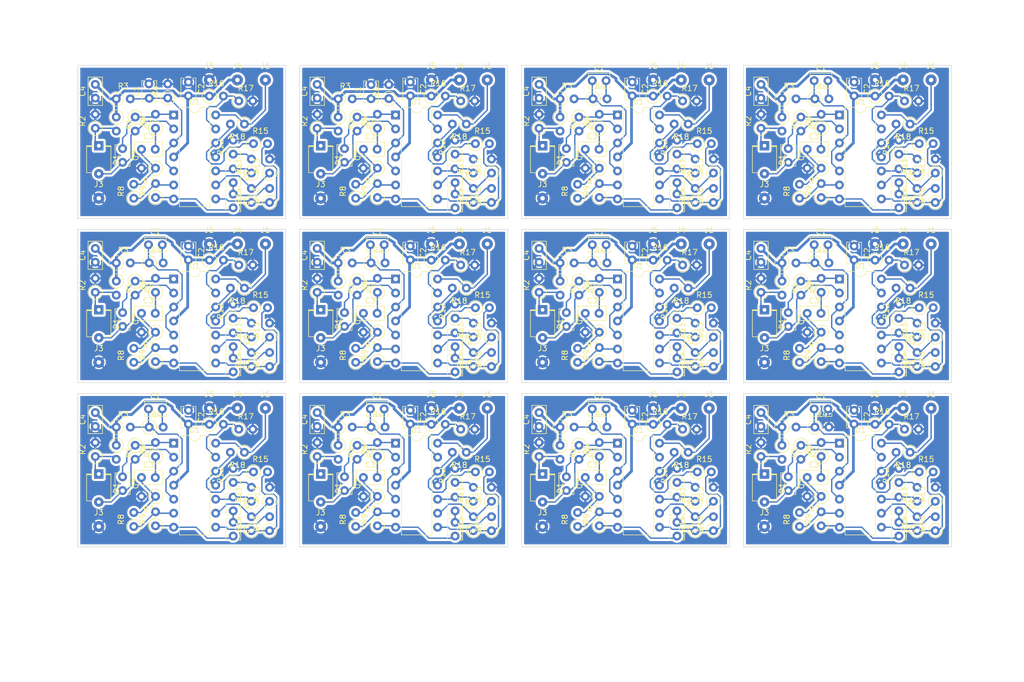
<source format=kicad_pcb>
(kicad_pcb (version 4) (host pcbnew 4.0.6-e0-6349~53~ubuntu16.04.1)
  (layers (0 F.Cu signal hide) (31 B.Cu signal) (34 B.Paste user) (35 F.Paste user) (36 B.SilkS user) (37 F.SilkS user) (38 B.Mask user) (39 F.Mask user) (44 Edge.Cuts user))
  (net 0 "")
  (net 1 "Net-(C1-Pad1)")
  (net 2 GND)
  (net 3 +5V)
  (net 4 "Net-(C3-Pad1)")
  (net 5 "Net-(C3-Pad2)")
  (net 6 "Net-(C5-Pad1)")
  (net 7 "Net-(C5-Pad2)")
  (net 8 "Net-(C6-Pad1)")
  (net 9 "Net-(D1-Pad1)")
  (net 10 "Net-(J1-Pad1)")
  (net 11 "Net-(R8-Pad1)")
  (net 12 "Net-(R10-Pad1)")
  (net 13 "Net-(R11-Pad2)")
  (net 14 "Net-(R13-Pad1)")
  (net 15 "Net-(R15-Pad1)")
  (net 16 "Net-(R16-Pad2)")
  (net 17 "Net-(C1-Pad2)")
  (net 18 "Net-(C7-Pad1)")
  (net 19 "Net-(C7-Pad2)")
  (module Capacitors_THT:C_Disc_D3.8mm_W2.6mm_P2.50mm (layer F.Cu) (at 141.59992 88.3793 270)
    (fp_text reference C7 (at 1.25 -2.36 270) (layer F.SilkS))
    (fp_text value 3p)
    (pad 1 thru_hole circle (at 0 0 270) (size 1.6 1.6) (drill 0.8) (layers *.Cu *.Mask) (net 18 "Net-(C7-Pad1)"))
    (pad 2 thru_hole circle (at 2.5 0 270) (size 1.6 1.6) (drill 0.8) (layers *.Cu *.Mask) (net 19 "Net-(C7-Pad2)"))
  )
  (module Capacitors_THT:C_Disc_D5.0mm_W2.5mm_P2.50mm (layer F.Cu) (at 136.64692 79.2353 90)
    (fp_text reference C4 (at 1.25 -2.31 90) (layer F.SilkS))
    (fp_text value 1u)
    (pad 1 thru_hole circle (at 0 0 90) (size 1.6 1.6) (drill 0.8) (layers *.Cu *.Mask) (net 2 GND))
    (pad 2 thru_hole circle (at 2.5 0 90) (size 1.6 1.6) (drill 0.8) (layers *.Cu *.Mask) (net 3 +5V))
  )
  (module Capacitors_THT:C_Disc_D5.0mm_W2.5mm_P2.50mm (layer F.Cu) (at 145.02892 88.5063)
    (fp_text reference C3 (at 1.25 -2.31) (layer F.SilkS))
    (fp_text value 1u)
    (pad 1 thru_hole circle (at 0 0) (size 1.6 1.6) (drill 0.8) (layers *.Cu *.Mask) (net 4 "Net-(C3-Pad1)"))
    (pad 2 thru_hole circle (at 2.5 0) (size 1.6 1.6) (drill 0.8) (layers *.Cu *.Mask) (net 5 "Net-(C3-Pad2)"))
  )
  (module Resistors_THT:R_Axial_DIN0207_L6.3mm_D2.5mm_P2.54mm_Vertical (layer F.Cu) (at 163.69792 83.9343 180)
    (fp_text reference R18 (at 1.27 -2.31 180) (layer F.SilkS))
    (fp_text value 100k)
    (pad 1 thru_hole circle (at 0 0 180) (size 1.6 1.6) (drill 0.8) (layers *.Cu *.Mask) (net 10 "Net-(J1-Pad1)"))
    (pad 2 thru_hole oval (at 2.54 0 180) (size 1.6 1.6) (drill 0.8) (layers *.Cu *.Mask) (net 15 "Net-(R15-Pad1)"))
  )
  (module Resistors_THT:R_Axial_DIN0207_L6.3mm_D2.5mm_P2.54mm_Vertical (layer F.Cu) (at 162.68192 79.7433)
    (fp_text reference R17 (at 1.27 -2.31) (layer F.SilkS))
    (fp_text value 10k)
    (pad 1 thru_hole circle (at 0 0) (size 1.6 1.6) (drill 0.8) (layers *.Cu *.Mask) (net 16 "Net-(R16-Pad2)"))
    (pad 2 thru_hole oval (at 2.54 0) (size 1.6 1.6) (drill 0.8) (layers *.Cu *.Mask) (net 2 GND))
  )
  (module Resistors_THT:R_Axial_DIN0207_L6.3mm_D2.5mm_P2.54mm_Vertical (layer F.Cu) (at 157.34792 78.8543)
    (fp_text reference R16 (at 1.27 -2.31) (layer F.SilkS))
    (fp_text value 10k)
    (pad 1 thru_hole circle (at 0 0) (size 1.6 1.6) (drill 0.8) (layers *.Cu *.Mask) (net 3 +5V))
    (pad 2 thru_hole oval (at 2.54 0) (size 1.6 1.6) (drill 0.8) (layers *.Cu *.Mask) (net 16 "Net-(R16-Pad2)"))
  )
  (module Resistors_THT:R_Axial_DIN0207_L6.3mm_D2.5mm_P2.54mm_Vertical (layer F.Cu) (at 165.34892 87.4903)
    (fp_text reference R15 (at 1.27 -2.31) (layer F.SilkS))
    (fp_text value 10k)
    (pad 1 thru_hole circle (at 0 0) (size 1.6 1.6) (drill 0.8) (layers *.Cu *.Mask) (net 15 "Net-(R15-Pad1)"))
    (pad 2 thru_hole oval (at 2.54 0) (size 1.6 1.6) (drill 0.8) (layers *.Cu *.Mask) (net 12 "Net-(R10-Pad1)"))
  )
  (module Resistors_THT:R_Axial_DIN0207_L6.3mm_D2.5mm_P2.54mm_Vertical (layer F.Cu) (at 164.96792 98.1583 90)
    (fp_text reference R14 (at 1.27 -2.31 90) (layer F.SilkS))
    (fp_text value 100k)
    (pad 1 thru_hole circle (at 0 0 90) (size 1.6 1.6) (drill 0.8) (layers *.Cu *.Mask) (net 12 "Net-(R10-Pad1)"))
    (pad 2 thru_hole oval (at 2.54 0 90) (size 1.6 1.6) (drill 0.8) (layers *.Cu *.Mask) (net 14 "Net-(R13-Pad1)"))
  )
  (module Resistors_THT:R_Axial_DIN0207_L6.3mm_D2.5mm_P2.54mm_Vertical (layer F.Cu) (at 168.26992 92.8243 90)
    (fp_text reference R13 (at 1.27 -2.31 90) (layer F.SilkS))
    (fp_text value 10k)
    (pad 1 thru_hole circle (at 0 0 90) (size 1.6 1.6) (drill 0.8) (layers *.Cu *.Mask) (net 14 "Net-(R13-Pad1)"))
    (pad 2 thru_hole oval (at 2.54 0 90) (size 1.6 1.6) (drill 0.8) (layers *.Cu *.Mask) (net 2 GND))
  )
  (module Resistors_THT:R_Axial_DIN0207_L6.3mm_D2.5mm_P2.54mm_Vertical (layer F.Cu) (at 161.66592 89.3953 90)
    (fp_text reference R12 (at 1.27 -2.31 90) (layer F.SilkS))
    (fp_text value 1.5k)
    (pad 1 thru_hole circle (at 0 0 90) (size 1.6 1.6) (drill 0.8) (layers *.Cu *.Mask) (net 13 "Net-(R11-Pad2)"))
    (pad 2 thru_hole oval (at 2.54 0 90) (size 1.6 1.6) (drill 0.8) (layers *.Cu *.Mask) (net 2 GND))
  )
  (module Resistors_THT:R_Axial_DIN0207_L6.3mm_D2.5mm_P2.54mm_Vertical (layer F.Cu) (at 164.96792 92.8243 90)
    (fp_text reference R11 (at 1.27 -2.31 90) (layer F.SilkS))
    (fp_text value 4.7k)
    (pad 1 thru_hole circle (at 0 0 90) (size 1.6 1.6) (drill 0.8) (layers *.Cu *.Mask) (net 8 "Net-(C6-Pad1)"))
    (pad 2 thru_hole oval (at 2.54 0 90) (size 1.6 1.6) (drill 0.8) (layers *.Cu *.Mask) (net 13 "Net-(R11-Pad2)"))
  )
  (module Resistors_THT:R_Axial_DIN0207_L6.3mm_D2.5mm_P2.54mm_Vertical (layer F.Cu) (at 168.26992 98.1583 90)
    (fp_text reference R10 (at 1.27 -2.31 90) (layer F.SilkS))
    (fp_text value 39k)
    (pad 1 thru_hole circle (at 0 0 90) (size 1.6 1.6) (drill 0.8) (layers *.Cu *.Mask) (net 12 "Net-(R10-Pad1)"))
    (pad 2 thru_hole oval (at 2.54 0 90) (size 1.6 1.6) (drill 0.8) (layers *.Cu *.Mask) (net 6 "Net-(C5-Pad1)"))
  )
  (module Resistors_THT:R_Axial_DIN0207_L6.3mm_D2.5mm_P2.54mm_Vertical (layer F.Cu) (at 147.56892 97.2693 90)
    (fp_text reference R9 (at 1.27 -2.31 90) (layer F.SilkS))
    (fp_text value 100k)
    (pad 1 thru_hole circle (at 0 0 90) (size 1.6 1.6) (drill 0.8) (layers *.Cu *.Mask) (net 7 "Net-(C5-Pad2)"))
    (pad 2 thru_hole oval (at 2.54 0 90) (size 1.6 1.6) (drill 0.8) (layers *.Cu *.Mask) (net 11 "Net-(R8-Pad1)"))
  )
  (module Resistors_THT:R_Axial_DIN0207_L6.3mm_D2.5mm_P2.54mm_Vertical (layer F.Cu) (at 143.63192 97.3963 90)
    (fp_text reference R8 (at 1.27 -2.31 90) (layer F.SilkS))
    (fp_text value 2.2k)
    (pad 1 thru_hole circle (at 0 0 90) (size 1.6 1.6) (drill 0.8) (layers *.Cu *.Mask) (net 11 "Net-(R8-Pad1)"))
    (pad 2 thru_hole oval (at 2.54 0 90) (size 1.6 1.6) (drill 0.8) (layers *.Cu *.Mask) (net 4 "Net-(C3-Pad1)"))
  )
  (module Resistors_THT:R_Axial_DIN0207_L6.3mm_D2.5mm_P2.54mm_Vertical (layer F.Cu) (at 147.56892 91.9353 180)
    (fp_text reference R7 (at 1.27 -2.31 180) (layer F.SilkS))
    (fp_text value R)
    (pad 1 thru_hole circle (at 0 0 180) (size 1.6 1.6) (drill 0.8) (layers *.Cu *.Mask) (net 4 "Net-(C3-Pad1)"))
    (pad 2 thru_hole oval (at 2.54 0 180) (size 1.6 1.6) (drill 0.8) (layers *.Cu *.Mask) (net 2 GND))
  )
  (module Resistors_THT:R_Axial_DIN0207_L6.3mm_D2.5mm_P2.54mm_Vertical (layer F.Cu) (at 147.56892 84.6963 90)
    (fp_text reference R6 (at 1.27 -2.31 90) (layer F.SilkS))
    (fp_text value 10k)
    (pad 1 thru_hole circle (at 0 0 90) (size 1.6 1.6) (drill 0.8) (layers *.Cu *.Mask) (net 5 "Net-(C3-Pad2)"))
    (pad 2 thru_hole oval (at 2.54 0 90) (size 1.6 1.6) (drill 0.8) (layers *.Cu *.Mask) (net 18 "Net-(C7-Pad1)"))
  )
  (module Resistors_THT:R_Axial_DIN0207_L6.3mm_D2.5mm_P2.54mm_Vertical (layer F.Cu) (at 143.88592 82.6643 270)
    (fp_text reference R5 (at 1.27 -2.31 270) (layer F.SilkS))
    (fp_text value 100k)
    (pad 1 thru_hole circle (at 0 0 270) (size 1.6 1.6) (drill 0.8) (layers *.Cu *.Mask) (net 18 "Net-(C7-Pad1)"))
    (pad 2 thru_hole oval (at 2.54 0 270) (size 1.6 1.6) (drill 0.8) (layers *.Cu *.Mask) (net 19 "Net-(C7-Pad2)"))
  )
  (module Resistors_THT:R_Axial_DIN0207_L6.3mm_D2.5mm_P2.54mm_Vertical (layer F.Cu) (at 146.42592 79.3623)
    (fp_text reference R4 (at 1.27 -2.31) (layer F.SilkS))
    (fp_text value 100k)
    (pad 1 thru_hole circle (at 0 0) (size 1.6 1.6) (drill 0.8) (layers *.Cu *.Mask) (net 1 "Net-(C1-Pad1)"))
    (pad 2 thru_hole oval (at 2.54 0) (size 1.6 1.6) (drill 0.8) (layers *.Cu *.Mask) (net 2 GND))
  )
  (module Resistors_THT:R_Axial_DIN0207_L6.3mm_D2.5mm_P2.54mm_Vertical (layer F.Cu) (at 140.45692 79.3623)
    (fp_text reference R3 (at 1.27 -2.31) (layer F.SilkS))
    (fp_text value 100k)
    (pad 1 thru_hole circle (at 0 0) (size 1.6 1.6) (drill 0.8) (layers *.Cu *.Mask) (net 3 +5V))
    (pad 2 thru_hole oval (at 2.54 0) (size 1.6 1.6) (drill 0.8) (layers *.Cu *.Mask) (net 1 "Net-(C1-Pad1)"))
  )
  (module Resistors_THT:R_Axial_DIN0207_L6.3mm_D2.5mm_P2.54mm_Vertical (layer F.Cu) (at 136.64692 84.6963 90)
    (fp_text reference R2 (at 1.27 -2.31 90) (layer F.SilkS))
    (fp_text value 10k)
    (pad 1 thru_hole circle (at 0 0 90) (size 1.6 1.6) (drill 0.8) (layers *.Cu *.Mask) (net 9 "Net-(D1-Pad1)"))
    (pad 2 thru_hole oval (at 2.54 0 90) (size 1.6 1.6) (drill 0.8) (layers *.Cu *.Mask) (net 2 GND))
  )
  (module Resistors_THT:R_Axial_DIN0207_L6.3mm_D2.5mm_P2.54mm_Vertical (layer F.Cu) (at 140.45692 82.6643 270)
    (fp_text reference R1 (at 1.27 -2.31 270) (layer F.SilkS))
    (fp_text value 22k)
    (pad 1 thru_hole circle (at 0 0 270) (size 1.6 1.6) (drill 0.8) (layers *.Cu *.Mask) (net 3 +5V))
    (pad 2 thru_hole oval (at 2.54 0 270) (size 1.6 1.6) (drill 0.8) (layers *.Cu *.Mask) (net 9 "Net-(D1-Pad1)"))
  )
  (module Housings_DIP:DIP-14_W7.62mm (layer F.Cu) (at 150.87092 82.2833)
    (fp_text reference U1 (at 3.81 -2.39) (layer F.SilkS))
    (fp_text value MCP6004)
    (pad 1 thru_hole rect (at 0 0) (size 1.6 1.6) (drill 0.8) (layers *.Cu *.Mask) (net 18 "Net-(C7-Pad1)"))
    (pad 8 thru_hole oval (at 7.62 15.24) (size 1.6 1.6) (drill 0.8) (layers *.Cu *.Mask) (net 12 "Net-(R10-Pad1)"))
    (pad 2 thru_hole oval (at 0 2.54) (size 1.6 1.6) (drill 0.8) (layers *.Cu *.Mask) (net 19 "Net-(C7-Pad2)"))
    (pad 9 thru_hole oval (at 7.62 12.7) (size 1.6 1.6) (drill 0.8) (layers *.Cu *.Mask) (net 14 "Net-(R13-Pad1)"))
    (pad 3 thru_hole oval (at 0 5.08) (size 1.6 1.6) (drill 0.8) (layers *.Cu *.Mask) (net 1 "Net-(C1-Pad1)"))
    (pad 10 thru_hole oval (at 7.62 10.16) (size 1.6 1.6) (drill 0.8) (layers *.Cu *.Mask) (net 8 "Net-(C6-Pad1)"))
    (pad 4 thru_hole oval (at 0 7.62) (size 1.6 1.6) (drill 0.8) (layers *.Cu *.Mask) (net 3 +5V))
    (pad 11 thru_hole oval (at 7.62 7.62) (size 1.6 1.6) (drill 0.8) (layers *.Cu *.Mask) (net 2 GND))
    (pad 5 thru_hole oval (at 0 10.16) (size 1.6 1.6) (drill 0.8) (layers *.Cu *.Mask) (net 1 "Net-(C1-Pad1)"))
    (pad 12 thru_hole oval (at 7.62 5.08) (size 1.6 1.6) (drill 0.8) (layers *.Cu *.Mask) (net 15 "Net-(R15-Pad1)"))
    (pad 6 thru_hole oval (at 0 12.7) (size 1.6 1.6) (drill 0.8) (layers *.Cu *.Mask) (net 11 "Net-(R8-Pad1)"))
    (pad 13 thru_hole oval (at 7.62 2.54) (size 1.6 1.6) (drill 0.8) (layers *.Cu *.Mask) (net 16 "Net-(R16-Pad2)"))
    (pad 7 thru_hole oval (at 0 15.24) (size 1.6 1.6) (drill 0.8) (layers *.Cu *.Mask) (net 7 "Net-(C5-Pad2)"))
    (pad 14 thru_hole oval (at 7.62 0) (size 1.6 1.6) (drill 0.8) (layers *.Cu *.Mask) (net 10 "Net-(J1-Pad1)"))
  )
  (module Wire_Pads:SolderWirePad_single_0-8mmDrill (layer F.Cu) (at 157.34792 75.9333)
    (fp_text reference J5 (at 0 -2.54) (layer F.SilkS))
    (fp_text value GND)
    (pad 1 thru_hole circle (at 0 0) (size 1.99898 1.99898) (drill 0.8001) (layers *.Cu *.Mask) (net 2 GND))
  )
  (module Wire_Pads:SolderWirePad_single_0-8mmDrill (layer F.Cu) (at 162.42792 75.9333)
    (fp_text reference J4 (at 0 -2.54) (layer F.SilkS))
    (fp_text value 5V)
    (pad 1 thru_hole circle (at 0 0) (size 1.99898 1.99898) (drill 0.8001) (layers *.Cu *.Mask) (net 3 +5V))
  )
  (module Wire_Pads:SolderWirePad_single_0-8mmDrill (layer F.Cu) (at 137.28192 97.3963)
    (fp_text reference J3 (at 0 -2.54) (layer F.SilkS))
    (fp_text value D_GND)
    (pad 1 thru_hole circle (at 0 0) (size 1.99898 1.99898) (drill 0.8001) (layers *.Cu *.Mask) (net 2 GND))
  )
  (module Wire_Pads:SolderWirePad_single_0-8mmDrill (layer F.Cu) (at 167.50792 75.9333)
    (fp_text reference J1 (at 0 -2.54) (layer F.SilkS))
    (fp_text value Sgn)
    (pad 1 thru_hole circle (at 0 0) (size 1.99898 1.99898) (drill 0.8001) (layers *.Cu *.Mask) (net 10 "Net-(J1-Pad1)"))
  )
  (module Opto-Devices:PhotoDiode_DIL2_4.3x4.65_RM5.08 (layer F.Cu) (at 137.28192 87.8713 270)
    (fp_text reference D1 (at 2.54 -3.17 270) (layer F.SilkS))
    (fp_text value BPW34)
    (pad 2 thru_hole circle (at 5.08 0 90) (size 1.7 1.7) (drill 0.7) (layers *.Cu *.Mask) (net 19 "Net-(C7-Pad2)"))
    (pad 1 thru_hole rect (at 0 0 90) (size 1.7 1.7) (drill 0.7) (layers *.Cu *.Mask) (net 9 "Net-(D1-Pad1)"))
  )
  (module Capacitors_THT:C_Disc_D3.8mm_W2.6mm_P2.50mm (layer F.Cu) (at 161.66592 92.0623 270)
    (fp_text reference C6 (at 1.25 -2.36 270) (layer F.SilkS))
    (fp_text value 100n)
    (pad 1 thru_hole circle (at 0 0 270) (size 1.6 1.6) (drill 0.8) (layers *.Cu *.Mask) (net 8 "Net-(C6-Pad1)"))
    (pad 2 thru_hole circle (at 2.5 0 270) (size 1.6 1.6) (drill 0.8) (layers *.Cu *.Mask) (net 6 "Net-(C5-Pad1)"))
  )
  (module Capacitors_THT:C_Disc_D3.8mm_W2.6mm_P2.50mm (layer F.Cu) (at 153.53792 76.3143 270)
    (fp_text reference C2 (at 1.25 -2.36 270) (layer F.SilkS))
    (fp_text value 100n)
    (pad 1 thru_hole circle (at 0 0 270) (size 1.6 1.6) (drill 0.8) (layers *.Cu *.Mask) (net 2 GND))
    (pad 2 thru_hole circle (at 2.5 0 270) (size 1.6 1.6) (drill 0.8) (layers *.Cu *.Mask) (net 3 +5V))
  )
  (module Capacitors_THT:C_Disc_D3.8mm_W2.6mm_P2.50mm (layer F.Cu) (at 146.29892 76.0603)
    (fp_text reference C1 (at 1.25 -2.36) (layer F.SilkS))
    (fp_text value 100n)
    (pad 1 thru_hole circle (at 0 0) (size 1.6 1.6) (drill 0.8) (layers *.Cu *.Mask) (net 1 "Net-(C1-Pad1)"))
    (pad 2 thru_hole circle (at 2.5 0) (size 1.6 1.6) (drill 0.8) (layers *.Cu *.Mask) (net 2 GND))
  )
  (module Capacitors_THT:C_Disc_D3.8mm_W2.6mm_P2.50mm (layer F.Cu) (at 161.66592 96.6343 270)
    (fp_text reference C5 (at 1.25 -2.36 270) (layer F.SilkS))
    (fp_text value 100n)
    (pad 1 thru_hole circle (at 0 0 270) (size 1.6 1.6) (drill 0.8) (layers *.Cu *.Mask) (net 6 "Net-(C5-Pad1)"))
    (pad 2 thru_hole circle (at 2.5 0 270) (size 1.6 1.6) (drill 0.8) (layers *.Cu *.Mask) (net 7 "Net-(C5-Pad2)"))
  )
  (module Capacitors_THT:C_Disc_D3.8mm_W2.6mm_P2.50mm (layer F.Cu) (at 121.40946 96.6343 270)
    (fp_text reference C5 (at 1.25 -2.36 270) (layer F.SilkS))
    (fp_text value 100n)
    (pad 1 thru_hole circle (at 0 0 270) (size 1.6 1.6) (drill 0.8) (layers *.Cu *.Mask) (net 6 "Net-(C5-Pad1)"))
    (pad 2 thru_hole circle (at 2.5 0 270) (size 1.6 1.6) (drill 0.8) (layers *.Cu *.Mask) (net 7 "Net-(C5-Pad2)"))
  )
  (module Capacitors_THT:C_Disc_D3.8mm_W2.6mm_P2.50mm (layer F.Cu) (at 106.04246 76.0603)
    (fp_text reference C1 (at 1.25 -2.36) (layer F.SilkS))
    (fp_text value 100n)
    (pad 1 thru_hole circle (at 0 0) (size 1.6 1.6) (drill 0.8) (layers *.Cu *.Mask) (net 1 "Net-(C1-Pad1)"))
    (pad 2 thru_hole circle (at 2.5 0) (size 1.6 1.6) (drill 0.8) (layers *.Cu *.Mask) (net 17 "Net-(C1-Pad2)"))
  )
  (module Capacitors_THT:C_Disc_D3.8mm_W2.6mm_P2.50mm (layer F.Cu) (at 113.28146 76.3143 270)
    (fp_text reference C2 (at 1.25 -2.36 270) (layer F.SilkS))
    (fp_text value 100n)
    (pad 1 thru_hole circle (at 0 0 270) (size 1.6 1.6) (drill 0.8) (layers *.Cu *.Mask) (net 2 GND))
    (pad 2 thru_hole circle (at 2.5 0 270) (size 1.6 1.6) (drill 0.8) (layers *.Cu *.Mask) (net 3 +5V))
  )
  (module Capacitors_THT:C_Disc_D3.8mm_W2.6mm_P2.50mm (layer F.Cu) (at 121.40946 92.0623 270)
    (fp_text reference C6 (at 1.25 -2.36 270) (layer F.SilkS))
    (fp_text value 100n)
    (pad 1 thru_hole circle (at 0 0 270) (size 1.6 1.6) (drill 0.8) (layers *.Cu *.Mask) (net 8 "Net-(C6-Pad1)"))
    (pad 2 thru_hole circle (at 2.5 0 270) (size 1.6 1.6) (drill 0.8) (layers *.Cu *.Mask) (net 6 "Net-(C5-Pad1)"))
  )
  (module Opto-Devices:PhotoDiode_DIL2_4.3x4.65_RM5.08 (layer F.Cu) (at 97.02546 87.8713 270)
    (fp_text reference D1 (at 2.54 -3.17 270) (layer F.SilkS))
    (fp_text value BPW34)
    (pad 2 thru_hole circle (at 5.08 0 90) (size 1.7 1.7) (drill 0.7) (layers *.Cu *.Mask) (net 19 "Net-(C7-Pad2)"))
    (pad 1 thru_hole rect (at 0 0 90) (size 1.7 1.7) (drill 0.7) (layers *.Cu *.Mask) (net 9 "Net-(D1-Pad1)"))
  )
  (module Wire_Pads:SolderWirePad_single_0-8mmDrill (layer F.Cu) (at 127.25146 75.9333)
    (fp_text reference J1 (at 0 -2.54) (layer F.SilkS))
    (fp_text value Sgn)
    (pad 1 thru_hole circle (at 0 0) (size 1.99898 1.99898) (drill 0.8001) (layers *.Cu *.Mask) (net 10 "Net-(J1-Pad1)"))
  )
  (module Wire_Pads:SolderWirePad_single_0-8mmDrill (layer F.Cu) (at 97.02546 97.3963)
    (fp_text reference J3 (at 0 -2.54) (layer F.SilkS))
    (fp_text value D_GND)
    (pad 1 thru_hole circle (at 0 0) (size 1.99898 1.99898) (drill 0.8001) (layers *.Cu *.Mask) (net 2 GND))
  )
  (module Wire_Pads:SolderWirePad_single_0-8mmDrill (layer F.Cu) (at 122.17146 75.9333)
    (fp_text reference J4 (at 0 -2.54) (layer F.SilkS))
    (fp_text value 5V)
    (pad 1 thru_hole circle (at 0 0) (size 1.99898 1.99898) (drill 0.8001) (layers *.Cu *.Mask) (net 3 +5V))
  )
  (module Wire_Pads:SolderWirePad_single_0-8mmDrill (layer F.Cu) (at 117.09146 75.9333)
    (fp_text reference J5 (at 0 -2.54) (layer F.SilkS))
    (fp_text value GND)
    (pad 1 thru_hole circle (at 0 0) (size 1.99898 1.99898) (drill 0.8001) (layers *.Cu *.Mask) (net 2 GND))
  )
  (module Housings_DIP:DIP-14_W7.62mm (layer F.Cu) (at 110.61446 82.2833)
    (fp_text reference U1 (at 3.81 -2.39) (layer F.SilkS))
    (fp_text value MCP6004)
    (pad 1 thru_hole rect (at 0 0) (size 1.6 1.6) (drill 0.8) (layers *.Cu *.Mask) (net 18 "Net-(C7-Pad1)"))
    (pad 8 thru_hole oval (at 7.62 15.24) (size 1.6 1.6) (drill 0.8) (layers *.Cu *.Mask) (net 12 "Net-(R10-Pad1)"))
    (pad 2 thru_hole oval (at 0 2.54) (size 1.6 1.6) (drill 0.8) (layers *.Cu *.Mask) (net 19 "Net-(C7-Pad2)"))
    (pad 9 thru_hole oval (at 7.62 12.7) (size 1.6 1.6) (drill 0.8) (layers *.Cu *.Mask) (net 14 "Net-(R13-Pad1)"))
    (pad 3 thru_hole oval (at 0 5.08) (size 1.6 1.6) (drill 0.8) (layers *.Cu *.Mask) (net 1 "Net-(C1-Pad1)"))
    (pad 10 thru_hole oval (at 7.62 10.16) (size 1.6 1.6) (drill 0.8) (layers *.Cu *.Mask) (net 8 "Net-(C6-Pad1)"))
    (pad 4 thru_hole oval (at 0 7.62) (size 1.6 1.6) (drill 0.8) (layers *.Cu *.Mask) (net 3 +5V))
    (pad 11 thru_hole oval (at 7.62 7.62) (size 1.6 1.6) (drill 0.8) (layers *.Cu *.Mask) (net 2 GND))
    (pad 5 thru_hole oval (at 0 10.16) (size 1.6 1.6) (drill 0.8) (layers *.Cu *.Mask) (net 1 "Net-(C1-Pad1)"))
    (pad 12 thru_hole oval (at 7.62 5.08) (size 1.6 1.6) (drill 0.8) (layers *.Cu *.Mask) (net 15 "Net-(R15-Pad1)"))
    (pad 6 thru_hole oval (at 0 12.7) (size 1.6 1.6) (drill 0.8) (layers *.Cu *.Mask) (net 11 "Net-(R8-Pad1)"))
    (pad 13 thru_hole oval (at 7.62 2.54) (size 1.6 1.6) (drill 0.8) (layers *.Cu *.Mask) (net 16 "Net-(R16-Pad2)"))
    (pad 7 thru_hole oval (at 0 15.24) (size 1.6 1.6) (drill 0.8) (layers *.Cu *.Mask) (net 7 "Net-(C5-Pad2)"))
    (pad 14 thru_hole oval (at 7.62 0) (size 1.6 1.6) (drill 0.8) (layers *.Cu *.Mask) (net 10 "Net-(J1-Pad1)"))
  )
  (module Resistors_THT:R_Axial_DIN0207_L6.3mm_D2.5mm_P2.54mm_Vertical (layer F.Cu) (at 100.20046 82.6643 270)
    (fp_text reference R1 (at 1.27 -2.31 270) (layer F.SilkS))
    (fp_text value 22k)
    (pad 1 thru_hole circle (at 0 0 270) (size 1.6 1.6) (drill 0.8) (layers *.Cu *.Mask) (net 3 +5V))
    (pad 2 thru_hole oval (at 2.54 0 270) (size 1.6 1.6) (drill 0.8) (layers *.Cu *.Mask) (net 9 "Net-(D1-Pad1)"))
  )
  (module Resistors_THT:R_Axial_DIN0207_L6.3mm_D2.5mm_P2.54mm_Vertical (layer F.Cu) (at 96.39046 84.6963 90)
    (fp_text reference R2 (at 1.27 -2.31 90) (layer F.SilkS))
    (fp_text value 10k)
    (pad 1 thru_hole circle (at 0 0 90) (size 1.6 1.6) (drill 0.8) (layers *.Cu *.Mask) (net 9 "Net-(D1-Pad1)"))
    (pad 2 thru_hole oval (at 2.54 0 90) (size 1.6 1.6) (drill 0.8) (layers *.Cu *.Mask) (net 2 GND))
  )
  (module Resistors_THT:R_Axial_DIN0207_L6.3mm_D2.5mm_P2.54mm_Vertical (layer F.Cu) (at 100.20046 79.3623)
    (fp_text reference R3 (at 1.27 -2.31) (layer F.SilkS))
    (fp_text value 100k)
    (pad 1 thru_hole circle (at 0 0) (size 1.6 1.6) (drill 0.8) (layers *.Cu *.Mask) (net 3 +5V))
    (pad 2 thru_hole oval (at 2.54 0) (size 1.6 1.6) (drill 0.8) (layers *.Cu *.Mask) (net 1 "Net-(C1-Pad1)"))
  )
  (module Resistors_THT:R_Axial_DIN0207_L6.3mm_D2.5mm_P2.54mm_Vertical (layer F.Cu) (at 106.16946 79.3623)
    (fp_text reference R4 (at 1.27 -2.31) (layer F.SilkS))
    (fp_text value 100k)
    (pad 1 thru_hole circle (at 0 0) (size 1.6 1.6) (drill 0.8) (layers *.Cu *.Mask) (net 1 "Net-(C1-Pad1)"))
    (pad 2 thru_hole oval (at 2.54 0) (size 1.6 1.6) (drill 0.8) (layers *.Cu *.Mask) (net 17 "Net-(C1-Pad2)"))
  )
  (module Resistors_THT:R_Axial_DIN0207_L6.3mm_D2.5mm_P2.54mm_Vertical (layer F.Cu) (at 103.62946 82.6643 270)
    (fp_text reference R5 (at 1.27 -2.31 270) (layer F.SilkS))
    (fp_text value 100k)
    (pad 1 thru_hole circle (at 0 0 270) (size 1.6 1.6) (drill 0.8) (layers *.Cu *.Mask) (net 18 "Net-(C7-Pad1)"))
    (pad 2 thru_hole oval (at 2.54 0 270) (size 1.6 1.6) (drill 0.8) (layers *.Cu *.Mask) (net 19 "Net-(C7-Pad2)"))
  )
  (module Resistors_THT:R_Axial_DIN0207_L6.3mm_D2.5mm_P2.54mm_Vertical (layer F.Cu) (at 107.31246 84.6963 90)
    (fp_text reference R6 (at 1.27 -2.31 90) (layer F.SilkS))
    (fp_text value 10k)
    (pad 1 thru_hole circle (at 0 0 90) (size 1.6 1.6) (drill 0.8) (layers *.Cu *.Mask) (net 5 "Net-(C3-Pad2)"))
    (pad 2 thru_hole oval (at 2.54 0 90) (size 1.6 1.6) (drill 0.8) (layers *.Cu *.Mask) (net 18 "Net-(C7-Pad1)"))
  )
  (module Resistors_THT:R_Axial_DIN0207_L6.3mm_D2.5mm_P2.54mm_Vertical (layer F.Cu) (at 107.31246 91.9353 180)
    (fp_text reference R7 (at 1.27 -2.31 180) (layer F.SilkS))
    (fp_text value R)
    (pad 1 thru_hole circle (at 0 0 180) (size 1.6 1.6) (drill 0.8) (layers *.Cu *.Mask) (net 4 "Net-(C3-Pad1)"))
    (pad 2 thru_hole oval (at 2.54 0 180) (size 1.6 1.6) (drill 0.8) (layers *.Cu *.Mask) (net 2 GND))
  )
  (module Resistors_THT:R_Axial_DIN0207_L6.3mm_D2.5mm_P2.54mm_Vertical (layer F.Cu) (at 103.37546 97.3963 90)
    (fp_text reference R8 (at 1.27 -2.31 90) (layer F.SilkS))
    (fp_text value 2.2k)
    (pad 1 thru_hole circle (at 0 0 90) (size 1.6 1.6) (drill 0.8) (layers *.Cu *.Mask) (net 11 "Net-(R8-Pad1)"))
    (pad 2 thru_hole oval (at 2.54 0 90) (size 1.6 1.6) (drill 0.8) (layers *.Cu *.Mask) (net 4 "Net-(C3-Pad1)"))
  )
  (module Resistors_THT:R_Axial_DIN0207_L6.3mm_D2.5mm_P2.54mm_Vertical (layer F.Cu) (at 107.31246 97.2693 90)
    (fp_text reference R9 (at 1.27 -2.31 90) (layer F.SilkS))
    (fp_text value 100k)
    (pad 1 thru_hole circle (at 0 0 90) (size 1.6 1.6) (drill 0.8) (layers *.Cu *.Mask) (net 7 "Net-(C5-Pad2)"))
    (pad 2 thru_hole oval (at 2.54 0 90) (size 1.6 1.6) (drill 0.8) (layers *.Cu *.Mask) (net 11 "Net-(R8-Pad1)"))
  )
  (module Resistors_THT:R_Axial_DIN0207_L6.3mm_D2.5mm_P2.54mm_Vertical (layer F.Cu) (at 128.01346 98.1583 90)
    (fp_text reference R10 (at 1.27 -2.31 90) (layer F.SilkS))
    (fp_text value 39k)
    (pad 1 thru_hole circle (at 0 0 90) (size 1.6 1.6) (drill 0.8) (layers *.Cu *.Mask) (net 12 "Net-(R10-Pad1)"))
    (pad 2 thru_hole oval (at 2.54 0 90) (size 1.6 1.6) (drill 0.8) (layers *.Cu *.Mask) (net 6 "Net-(C5-Pad1)"))
  )
  (module Resistors_THT:R_Axial_DIN0207_L6.3mm_D2.5mm_P2.54mm_Vertical (layer F.Cu) (at 124.71146 92.8243 90)
    (fp_text reference R11 (at 1.27 -2.31 90) (layer F.SilkS))
    (fp_text value 4.7k)
    (pad 1 thru_hole circle (at 0 0 90) (size 1.6 1.6) (drill 0.8) (layers *.Cu *.Mask) (net 8 "Net-(C6-Pad1)"))
    (pad 2 thru_hole oval (at 2.54 0 90) (size 1.6 1.6) (drill 0.8) (layers *.Cu *.Mask) (net 13 "Net-(R11-Pad2)"))
  )
  (module Resistors_THT:R_Axial_DIN0207_L6.3mm_D2.5mm_P2.54mm_Vertical (layer F.Cu) (at 121.40946 89.3953 90)
    (fp_text reference R12 (at 1.27 -2.31 90) (layer F.SilkS))
    (fp_text value 1.5k)
    (pad 1 thru_hole circle (at 0 0 90) (size 1.6 1.6) (drill 0.8) (layers *.Cu *.Mask) (net 13 "Net-(R11-Pad2)"))
    (pad 2 thru_hole oval (at 2.54 0 90) (size 1.6 1.6) (drill 0.8) (layers *.Cu *.Mask) (net 2 GND))
  )
  (module Resistors_THT:R_Axial_DIN0207_L6.3mm_D2.5mm_P2.54mm_Vertical (layer F.Cu) (at 128.01346 92.8243 90)
    (fp_text reference R13 (at 1.27 -2.31 90) (layer F.SilkS))
    (fp_text value 10k)
    (pad 1 thru_hole circle (at 0 0 90) (size 1.6 1.6) (drill 0.8) (layers *.Cu *.Mask) (net 14 "Net-(R13-Pad1)"))
    (pad 2 thru_hole oval (at 2.54 0 90) (size 1.6 1.6) (drill 0.8) (layers *.Cu *.Mask) (net 2 GND))
  )
  (module Resistors_THT:R_Axial_DIN0207_L6.3mm_D2.5mm_P2.54mm_Vertical (layer F.Cu) (at 124.71146 98.1583 90)
    (fp_text reference R14 (at 1.27 -2.31 90) (layer F.SilkS))
    (fp_text value 100k)
    (pad 1 thru_hole circle (at 0 0 90) (size 1.6 1.6) (drill 0.8) (layers *.Cu *.Mask) (net 12 "Net-(R10-Pad1)"))
    (pad 2 thru_hole oval (at 2.54 0 90) (size 1.6 1.6) (drill 0.8) (layers *.Cu *.Mask) (net 14 "Net-(R13-Pad1)"))
  )
  (module Resistors_THT:R_Axial_DIN0207_L6.3mm_D2.5mm_P2.54mm_Vertical (layer F.Cu) (at 125.09246 87.4903)
    (fp_text reference R15 (at 1.27 -2.31) (layer F.SilkS))
    (fp_text value 10k)
    (pad 1 thru_hole circle (at 0 0) (size 1.6 1.6) (drill 0.8) (layers *.Cu *.Mask) (net 15 "Net-(R15-Pad1)"))
    (pad 2 thru_hole oval (at 2.54 0) (size 1.6 1.6) (drill 0.8) (layers *.Cu *.Mask) (net 12 "Net-(R10-Pad1)"))
  )
  (module Resistors_THT:R_Axial_DIN0207_L6.3mm_D2.5mm_P2.54mm_Vertical (layer F.Cu) (at 117.09146 78.8543)
    (fp_text reference R16 (at 1.27 -2.31) (layer F.SilkS))
    (fp_text value 10k)
    (pad 1 thru_hole circle (at 0 0) (size 1.6 1.6) (drill 0.8) (layers *.Cu *.Mask) (net 3 +5V))
    (pad 2 thru_hole oval (at 2.54 0) (size 1.6 1.6) (drill 0.8) (layers *.Cu *.Mask) (net 16 "Net-(R16-Pad2)"))
  )
  (module Resistors_THT:R_Axial_DIN0207_L6.3mm_D2.5mm_P2.54mm_Vertical (layer F.Cu) (at 122.42546 79.7433)
    (fp_text reference R17 (at 1.27 -2.31) (layer F.SilkS))
    (fp_text value 10k)
    (pad 1 thru_hole circle (at 0 0) (size 1.6 1.6) (drill 0.8) (layers *.Cu *.Mask) (net 16 "Net-(R16-Pad2)"))
    (pad 2 thru_hole oval (at 2.54 0) (size 1.6 1.6) (drill 0.8) (layers *.Cu *.Mask) (net 2 GND))
  )
  (module Resistors_THT:R_Axial_DIN0207_L6.3mm_D2.5mm_P2.54mm_Vertical (layer F.Cu) (at 123.44146 83.9343 180)
    (fp_text reference R18 (at 1.27 -2.31 180) (layer F.SilkS))
    (fp_text value 100k)
    (pad 1 thru_hole circle (at 0 0 180) (size 1.6 1.6) (drill 0.8) (layers *.Cu *.Mask) (net 10 "Net-(J1-Pad1)"))
    (pad 2 thru_hole oval (at 2.54 0 180) (size 1.6 1.6) (drill 0.8) (layers *.Cu *.Mask) (net 15 "Net-(R15-Pad1)"))
  )
  (module Capacitors_THT:C_Disc_D5.0mm_W2.5mm_P2.50mm (layer F.Cu) (at 104.77246 88.5063)
    (fp_text reference C3 (at 1.25 -2.31) (layer F.SilkS))
    (fp_text value 1u)
    (pad 1 thru_hole circle (at 0 0) (size 1.6 1.6) (drill 0.8) (layers *.Cu *.Mask) (net 4 "Net-(C3-Pad1)"))
    (pad 2 thru_hole circle (at 2.5 0) (size 1.6 1.6) (drill 0.8) (layers *.Cu *.Mask) (net 5 "Net-(C3-Pad2)"))
  )
  (module Capacitors_THT:C_Disc_D5.0mm_W2.5mm_P2.50mm (layer F.Cu) (at 96.39046 79.2353 90)
    (fp_text reference C4 (at 1.25 -2.31 90) (layer F.SilkS))
    (fp_text value 1u)
    (pad 1 thru_hole circle (at 0 0 90) (size 1.6 1.6) (drill 0.8) (layers *.Cu *.Mask) (net 2 GND))
    (pad 2 thru_hole circle (at 2.5 0 90) (size 1.6 1.6) (drill 0.8) (layers *.Cu *.Mask) (net 3 +5V))
  )
  (module Capacitors_THT:C_Disc_D3.8mm_W2.6mm_P2.50mm (layer F.Cu) (at 101.34346 88.3793 270)
    (fp_text reference C7 (at 1.25 -2.36 270) (layer F.SilkS))
    (fp_text value 3p)
    (pad 1 thru_hole circle (at 0 0 270) (size 1.6 1.6) (drill 0.8) (layers *.Cu *.Mask) (net 18 "Net-(C7-Pad1)"))
    (pad 2 thru_hole circle (at 2.5 0 270) (size 1.6 1.6) (drill 0.8) (layers *.Cu *.Mask) (net 19 "Net-(C7-Pad2)"))
  )
  (module Capacitors_THT:C_Disc_D3.8mm_W2.6mm_P2.50mm (layer F.Cu) (at 61.087 88.3793 270)
    (fp_text reference C7 (at 1.25 -2.36 270) (layer F.SilkS))
    (fp_text value 3p)
    (pad 1 thru_hole circle (at 0 0 270) (size 1.6 1.6) (drill 0.8) (layers *.Cu *.Mask) (net 18 "Net-(C7-Pad1)"))
    (pad 2 thru_hole circle (at 2.5 0 270) (size 1.6 1.6) (drill 0.8) (layers *.Cu *.Mask) (net 19 "Net-(C7-Pad2)"))
  )
  (module Capacitors_THT:C_Disc_D5.0mm_W2.5mm_P2.50mm (layer F.Cu) (at 56.134 79.2353 90)
    (fp_text reference C4 (at 1.25 -2.31 90) (layer F.SilkS))
    (fp_text value 1u)
    (pad 1 thru_hole circle (at 0 0 90) (size 1.6 1.6) (drill 0.8) (layers *.Cu *.Mask) (net 2 GND))
    (pad 2 thru_hole circle (at 2.5 0 90) (size 1.6 1.6) (drill 0.8) (layers *.Cu *.Mask) (net 3 +5V))
  )
  (module Capacitors_THT:C_Disc_D5.0mm_W2.5mm_P2.50mm (layer F.Cu) (at 64.516 88.5063)
    (fp_text reference C3 (at 1.25 -2.31) (layer F.SilkS))
    (fp_text value 1u)
    (pad 1 thru_hole circle (at 0 0) (size 1.6 1.6) (drill 0.8) (layers *.Cu *.Mask) (net 4 "Net-(C3-Pad1)"))
    (pad 2 thru_hole circle (at 2.5 0) (size 1.6 1.6) (drill 0.8) (layers *.Cu *.Mask) (net 5 "Net-(C3-Pad2)"))
  )
  (module Resistors_THT:R_Axial_DIN0207_L6.3mm_D2.5mm_P2.54mm_Vertical (layer F.Cu) (at 83.185 83.9343 180)
    (fp_text reference R18 (at 1.27 -2.31 180) (layer F.SilkS))
    (fp_text value 100k)
    (pad 1 thru_hole circle (at 0 0 180) (size 1.6 1.6) (drill 0.8) (layers *.Cu *.Mask) (net 10 "Net-(J1-Pad1)"))
    (pad 2 thru_hole oval (at 2.54 0 180) (size 1.6 1.6) (drill 0.8) (layers *.Cu *.Mask) (net 15 "Net-(R15-Pad1)"))
  )
  (module Resistors_THT:R_Axial_DIN0207_L6.3mm_D2.5mm_P2.54mm_Vertical (layer F.Cu) (at 82.169 79.7433)
    (fp_text reference R17 (at 1.27 -2.31) (layer F.SilkS))
    (fp_text value 10k)
    (pad 1 thru_hole circle (at 0 0) (size 1.6 1.6) (drill 0.8) (layers *.Cu *.Mask) (net 16 "Net-(R16-Pad2)"))
    (pad 2 thru_hole oval (at 2.54 0) (size 1.6 1.6) (drill 0.8) (layers *.Cu *.Mask) (net 2 GND))
  )
  (module Resistors_THT:R_Axial_DIN0207_L6.3mm_D2.5mm_P2.54mm_Vertical (layer F.Cu) (at 76.835 78.8543)
    (fp_text reference R16 (at 1.27 -2.31) (layer F.SilkS))
    (fp_text value 10k)
    (pad 1 thru_hole circle (at 0 0) (size 1.6 1.6) (drill 0.8) (layers *.Cu *.Mask) (net 3 +5V))
    (pad 2 thru_hole oval (at 2.54 0) (size 1.6 1.6) (drill 0.8) (layers *.Cu *.Mask) (net 16 "Net-(R16-Pad2)"))
  )
  (module Resistors_THT:R_Axial_DIN0207_L6.3mm_D2.5mm_P2.54mm_Vertical (layer F.Cu) (at 84.836 87.4903)
    (fp_text reference R15 (at 1.27 -2.31) (layer F.SilkS))
    (fp_text value 10k)
    (pad 1 thru_hole circle (at 0 0) (size 1.6 1.6) (drill 0.8) (layers *.Cu *.Mask) (net 15 "Net-(R15-Pad1)"))
    (pad 2 thru_hole oval (at 2.54 0) (size 1.6 1.6) (drill 0.8) (layers *.Cu *.Mask) (net 12 "Net-(R10-Pad1)"))
  )
  (module Resistors_THT:R_Axial_DIN0207_L6.3mm_D2.5mm_P2.54mm_Vertical (layer F.Cu) (at 84.455 98.1583 90)
    (fp_text reference R14 (at 1.27 -2.31 90) (layer F.SilkS))
    (fp_text value 100k)
    (pad 1 thru_hole circle (at 0 0 90) (size 1.6 1.6) (drill 0.8) (layers *.Cu *.Mask) (net 12 "Net-(R10-Pad1)"))
    (pad 2 thru_hole oval (at 2.54 0 90) (size 1.6 1.6) (drill 0.8) (layers *.Cu *.Mask) (net 14 "Net-(R13-Pad1)"))
  )
  (module Resistors_THT:R_Axial_DIN0207_L6.3mm_D2.5mm_P2.54mm_Vertical (layer F.Cu) (at 87.757 92.8243 90)
    (fp_text reference R13 (at 1.27 -2.31 90) (layer F.SilkS))
    (fp_text value 10k)
    (pad 1 thru_hole circle (at 0 0 90) (size 1.6 1.6) (drill 0.8) (layers *.Cu *.Mask) (net 14 "Net-(R13-Pad1)"))
    (pad 2 thru_hole oval (at 2.54 0 90) (size 1.6 1.6) (drill 0.8) (layers *.Cu *.Mask) (net 2 GND))
  )
  (module Resistors_THT:R_Axial_DIN0207_L6.3mm_D2.5mm_P2.54mm_Vertical (layer F.Cu) (at 81.153 89.3953 90)
    (fp_text reference R12 (at 1.27 -2.31 90) (layer F.SilkS))
    (fp_text value 1.5k)
    (pad 1 thru_hole circle (at 0 0 90) (size 1.6 1.6) (drill 0.8) (layers *.Cu *.Mask) (net 13 "Net-(R11-Pad2)"))
    (pad 2 thru_hole oval (at 2.54 0 90) (size 1.6 1.6) (drill 0.8) (layers *.Cu *.Mask) (net 2 GND))
  )
  (module Resistors_THT:R_Axial_DIN0207_L6.3mm_D2.5mm_P2.54mm_Vertical (layer F.Cu) (at 84.455 92.8243 90)
    (fp_text reference R11 (at 1.27 -2.31 90) (layer F.SilkS))
    (fp_text value 4.7k)
    (pad 1 thru_hole circle (at 0 0 90) (size 1.6 1.6) (drill 0.8) (layers *.Cu *.Mask) (net 8 "Net-(C6-Pad1)"))
    (pad 2 thru_hole oval (at 2.54 0 90) (size 1.6 1.6) (drill 0.8) (layers *.Cu *.Mask) (net 13 "Net-(R11-Pad2)"))
  )
  (module Resistors_THT:R_Axial_DIN0207_L6.3mm_D2.5mm_P2.54mm_Vertical (layer F.Cu) (at 87.757 98.1583 90)
    (fp_text reference R10 (at 1.27 -2.31 90) (layer F.SilkS))
    (fp_text value 39k)
    (pad 1 thru_hole circle (at 0 0 90) (size 1.6 1.6) (drill 0.8) (layers *.Cu *.Mask) (net 12 "Net-(R10-Pad1)"))
    (pad 2 thru_hole oval (at 2.54 0 90) (size 1.6 1.6) (drill 0.8) (layers *.Cu *.Mask) (net 6 "Net-(C5-Pad1)"))
  )
  (module Resistors_THT:R_Axial_DIN0207_L6.3mm_D2.5mm_P2.54mm_Vertical (layer F.Cu) (at 67.056 97.2693 90)
    (fp_text reference R9 (at 1.27 -2.31 90) (layer F.SilkS))
    (fp_text value 100k)
    (pad 1 thru_hole circle (at 0 0 90) (size 1.6 1.6) (drill 0.8) (layers *.Cu *.Mask) (net 7 "Net-(C5-Pad2)"))
    (pad 2 thru_hole oval (at 2.54 0 90) (size 1.6 1.6) (drill 0.8) (layers *.Cu *.Mask) (net 11 "Net-(R8-Pad1)"))
  )
  (module Resistors_THT:R_Axial_DIN0207_L6.3mm_D2.5mm_P2.54mm_Vertical (layer F.Cu) (at 63.119 97.3963 90)
    (fp_text reference R8 (at 1.27 -2.31 90) (layer F.SilkS))
    (fp_text value 2.2k)
    (pad 1 thru_hole circle (at 0 0 90) (size 1.6 1.6) (drill 0.8) (layers *.Cu *.Mask) (net 11 "Net-(R8-Pad1)"))
    (pad 2 thru_hole oval (at 2.54 0 90) (size 1.6 1.6) (drill 0.8) (layers *.Cu *.Mask) (net 4 "Net-(C3-Pad1)"))
  )
  (module Resistors_THT:R_Axial_DIN0207_L6.3mm_D2.5mm_P2.54mm_Vertical (layer F.Cu) (at 67.056 91.9353 180)
    (fp_text reference R7 (at 1.27 -2.31 180) (layer F.SilkS))
    (fp_text value R)
    (pad 1 thru_hole circle (at 0 0 180) (size 1.6 1.6) (drill 0.8) (layers *.Cu *.Mask) (net 4 "Net-(C3-Pad1)"))
    (pad 2 thru_hole oval (at 2.54 0 180) (size 1.6 1.6) (drill 0.8) (layers *.Cu *.Mask) (net 2 GND))
  )
  (module Resistors_THT:R_Axial_DIN0207_L6.3mm_D2.5mm_P2.54mm_Vertical (layer F.Cu) (at 67.056 84.6963 90)
    (fp_text reference R6 (at 1.27 -2.31 90) (layer F.SilkS))
    (fp_text value 10k)
    (pad 1 thru_hole circle (at 0 0 90) (size 1.6 1.6) (drill 0.8) (layers *.Cu *.Mask) (net 5 "Net-(C3-Pad2)"))
    (pad 2 thru_hole oval (at 2.54 0 90) (size 1.6 1.6) (drill 0.8) (layers *.Cu *.Mask) (net 18 "Net-(C7-Pad1)"))
  )
  (module Resistors_THT:R_Axial_DIN0207_L6.3mm_D2.5mm_P2.54mm_Vertical (layer F.Cu) (at 63.373 82.6643 270)
    (fp_text reference R5 (at 1.27 -2.31 270) (layer F.SilkS))
    (fp_text value 100k)
    (pad 1 thru_hole circle (at 0 0 270) (size 1.6 1.6) (drill 0.8) (layers *.Cu *.Mask) (net 18 "Net-(C7-Pad1)"))
    (pad 2 thru_hole oval (at 2.54 0 270) (size 1.6 1.6) (drill 0.8) (layers *.Cu *.Mask) (net 19 "Net-(C7-Pad2)"))
  )
  (module Resistors_THT:R_Axial_DIN0207_L6.3mm_D2.5mm_P2.54mm_Vertical (layer F.Cu) (at 65.913 79.3623)
    (fp_text reference R4 (at 1.27 -2.31) (layer F.SilkS))
    (fp_text value 100k)
    (pad 1 thru_hole circle (at 0 0) (size 1.6 1.6) (drill 0.8) (layers *.Cu *.Mask) (net 1 "Net-(C1-Pad1)"))
    (pad 2 thru_hole oval (at 2.54 0) (size 1.6 1.6) (drill 0.8) (layers *.Cu *.Mask) (net 17 "Net-(C1-Pad2)"))
  )
  (module Resistors_THT:R_Axial_DIN0207_L6.3mm_D2.5mm_P2.54mm_Vertical (layer F.Cu) (at 59.944 79.3623)
    (fp_text reference R3 (at 1.27 -2.31) (layer F.SilkS))
    (fp_text value 100k)
    (pad 1 thru_hole circle (at 0 0) (size 1.6 1.6) (drill 0.8) (layers *.Cu *.Mask) (net 3 +5V))
    (pad 2 thru_hole oval (at 2.54 0) (size 1.6 1.6) (drill 0.8) (layers *.Cu *.Mask) (net 1 "Net-(C1-Pad1)"))
  )
  (module Resistors_THT:R_Axial_DIN0207_L6.3mm_D2.5mm_P2.54mm_Vertical (layer F.Cu) (at 56.134 84.6963 90)
    (fp_text reference R2 (at 1.27 -2.31 90) (layer F.SilkS))
    (fp_text value 10k)
    (pad 1 thru_hole circle (at 0 0 90) (size 1.6 1.6) (drill 0.8) (layers *.Cu *.Mask) (net 9 "Net-(D1-Pad1)"))
    (pad 2 thru_hole oval (at 2.54 0 90) (size 1.6 1.6) (drill 0.8) (layers *.Cu *.Mask) (net 2 GND))
  )
  (module Resistors_THT:R_Axial_DIN0207_L6.3mm_D2.5mm_P2.54mm_Vertical (layer F.Cu) (at 59.944 82.6643 270)
    (fp_text reference R1 (at 1.27 -2.31 270) (layer F.SilkS))
    (fp_text value 22k)
    (pad 1 thru_hole circle (at 0 0 270) (size 1.6 1.6) (drill 0.8) (layers *.Cu *.Mask) (net 3 +5V))
    (pad 2 thru_hole oval (at 2.54 0 270) (size 1.6 1.6) (drill 0.8) (layers *.Cu *.Mask) (net 9 "Net-(D1-Pad1)"))
  )
  (module Housings_DIP:DIP-14_W7.62mm (layer F.Cu) (at 70.358 82.2833)
    (fp_text reference U1 (at 3.81 -2.39) (layer F.SilkS))
    (fp_text value MCP6004)
    (pad 1 thru_hole rect (at 0 0) (size 1.6 1.6) (drill 0.8) (layers *.Cu *.Mask) (net 18 "Net-(C7-Pad1)"))
    (pad 8 thru_hole oval (at 7.62 15.24) (size 1.6 1.6) (drill 0.8) (layers *.Cu *.Mask) (net 12 "Net-(R10-Pad1)"))
    (pad 2 thru_hole oval (at 0 2.54) (size 1.6 1.6) (drill 0.8) (layers *.Cu *.Mask) (net 19 "Net-(C7-Pad2)"))
    (pad 9 thru_hole oval (at 7.62 12.7) (size 1.6 1.6) (drill 0.8) (layers *.Cu *.Mask) (net 14 "Net-(R13-Pad1)"))
    (pad 3 thru_hole oval (at 0 5.08) (size 1.6 1.6) (drill 0.8) (layers *.Cu *.Mask) (net 1 "Net-(C1-Pad1)"))
    (pad 10 thru_hole oval (at 7.62 10.16) (size 1.6 1.6) (drill 0.8) (layers *.Cu *.Mask) (net 8 "Net-(C6-Pad1)"))
    (pad 4 thru_hole oval (at 0 7.62) (size 1.6 1.6) (drill 0.8) (layers *.Cu *.Mask) (net 3 +5V))
    (pad 11 thru_hole oval (at 7.62 7.62) (size 1.6 1.6) (drill 0.8) (layers *.Cu *.Mask) (net 2 GND))
    (pad 5 thru_hole oval (at 0 10.16) (size 1.6 1.6) (drill 0.8) (layers *.Cu *.Mask) (net 1 "Net-(C1-Pad1)"))
    (pad 12 thru_hole oval (at 7.62 5.08) (size 1.6 1.6) (drill 0.8) (layers *.Cu *.Mask) (net 15 "Net-(R15-Pad1)"))
    (pad 6 thru_hole oval (at 0 12.7) (size 1.6 1.6) (drill 0.8) (layers *.Cu *.Mask) (net 11 "Net-(R8-Pad1)"))
    (pad 13 thru_hole oval (at 7.62 2.54) (size 1.6 1.6) (drill 0.8) (layers *.Cu *.Mask) (net 16 "Net-(R16-Pad2)"))
    (pad 7 thru_hole oval (at 0 15.24) (size 1.6 1.6) (drill 0.8) (layers *.Cu *.Mask) (net 7 "Net-(C5-Pad2)"))
    (pad 14 thru_hole oval (at 7.62 0) (size 1.6 1.6) (drill 0.8) (layers *.Cu *.Mask) (net 10 "Net-(J1-Pad1)"))
  )
  (module Wire_Pads:SolderWirePad_single_0-8mmDrill (layer F.Cu) (at 76.835 75.9333)
    (fp_text reference J5 (at 0 -2.54) (layer F.SilkS))
    (fp_text value GND)
    (pad 1 thru_hole circle (at 0 0) (size 1.99898 1.99898) (drill 0.8001) (layers *.Cu *.Mask) (net 2 GND))
  )
  (module Wire_Pads:SolderWirePad_single_0-8mmDrill (layer F.Cu) (at 81.915 75.9333)
    (fp_text reference J4 (at 0 -2.54) (layer F.SilkS))
    (fp_text value 5V)
    (pad 1 thru_hole circle (at 0 0) (size 1.99898 1.99898) (drill 0.8001) (layers *.Cu *.Mask) (net 3 +5V))
  )
  (module Wire_Pads:SolderWirePad_single_0-8mmDrill (layer F.Cu) (at 56.769 97.3963)
    (fp_text reference J3 (at 0 -2.54) (layer F.SilkS))
    (fp_text value D_GND)
    (pad 1 thru_hole circle (at 0 0) (size 1.99898 1.99898) (drill 0.8001) (layers *.Cu *.Mask) (net 2 GND))
  )
  (module Wire_Pads:SolderWirePad_single_0-8mmDrill (layer F.Cu) (at 86.995 75.9333)
    (fp_text reference J1 (at 0 -2.54) (layer F.SilkS))
    (fp_text value Sgn)
    (pad 1 thru_hole circle (at 0 0) (size 1.99898 1.99898) (drill 0.8001) (layers *.Cu *.Mask) (net 10 "Net-(J1-Pad1)"))
  )
  (module Opto-Devices:PhotoDiode_DIL2_4.3x4.65_RM5.08 (layer F.Cu) (at 56.769 87.8713 270)
    (fp_text reference D1 (at 2.54 -3.17 270) (layer F.SilkS))
    (fp_text value BPW34)
    (pad 2 thru_hole circle (at 5.08 0 90) (size 1.7 1.7) (drill 0.7) (layers *.Cu *.Mask) (net 19 "Net-(C7-Pad2)"))
    (pad 1 thru_hole rect (at 0 0 90) (size 1.7 1.7) (drill 0.7) (layers *.Cu *.Mask) (net 9 "Net-(D1-Pad1)"))
  )
  (module Capacitors_THT:C_Disc_D3.8mm_W2.6mm_P2.50mm (layer F.Cu) (at 81.153 92.0623 270)
    (fp_text reference C6 (at 1.25 -2.36 270) (layer F.SilkS))
    (fp_text value 100n)
    (pad 1 thru_hole circle (at 0 0 270) (size 1.6 1.6) (drill 0.8) (layers *.Cu *.Mask) (net 8 "Net-(C6-Pad1)"))
    (pad 2 thru_hole circle (at 2.5 0 270) (size 1.6 1.6) (drill 0.8) (layers *.Cu *.Mask) (net 6 "Net-(C5-Pad1)"))
  )
  (module Capacitors_THT:C_Disc_D3.8mm_W2.6mm_P2.50mm (layer F.Cu) (at 73.025 76.3143 270)
    (fp_text reference C2 (at 1.25 -2.36 270) (layer F.SilkS))
    (fp_text value 100n)
    (pad 1 thru_hole circle (at 0 0 270) (size 1.6 1.6) (drill 0.8) (layers *.Cu *.Mask) (net 2 GND))
    (pad 2 thru_hole circle (at 2.5 0 270) (size 1.6 1.6) (drill 0.8) (layers *.Cu *.Mask) (net 3 +5V))
  )
  (module Capacitors_THT:C_Disc_D3.8mm_W2.6mm_P2.50mm (layer F.Cu) (at 65.786 76.0603)
    (fp_text reference C1 (at 1.25 -2.36) (layer F.SilkS))
    (fp_text value 100n)
    (pad 1 thru_hole circle (at 0 0) (size 1.6 1.6) (drill 0.8) (layers *.Cu *.Mask) (net 1 "Net-(C1-Pad1)"))
    (pad 2 thru_hole circle (at 2.5 0) (size 1.6 1.6) (drill 0.8) (layers *.Cu *.Mask) (net 17 "Net-(C1-Pad2)"))
  )
  (module Capacitors_THT:C_Disc_D3.8mm_W2.6mm_P2.50mm (layer F.Cu) (at 81.153 96.6343 270)
    (fp_text reference C5 (at 1.25 -2.36 270) (layer F.SilkS))
    (fp_text value 100n)
    (pad 1 thru_hole circle (at 0 0 270) (size 1.6 1.6) (drill 0.8) (layers *.Cu *.Mask) (net 6 "Net-(C5-Pad1)"))
    (pad 2 thru_hole circle (at 2.5 0 270) (size 1.6 1.6) (drill 0.8) (layers *.Cu *.Mask) (net 7 "Net-(C5-Pad2)"))
  )
  (module Capacitors_THT:C_Disc_D3.8mm_W2.6mm_P2.50mm (layer F.Cu) (at 40.894 96.6343 270)
    (fp_text reference C5 (at 1.25 -2.36 270) (layer F.SilkS))
    (fp_text value 100n)
    (pad 1 thru_hole circle (at 0 0 270) (size 1.6 1.6) (drill 0.8) (layers *.Cu *.Mask) (net 6 "Net-(C5-Pad1)"))
    (pad 2 thru_hole circle (at 2.5 0 270) (size 1.6 1.6) (drill 0.8) (layers *.Cu *.Mask) (net 7 "Net-(C5-Pad2)"))
  )
  (module Capacitors_THT:C_Disc_D3.8mm_W2.6mm_P2.50mm (layer F.Cu) (at 25.527 76.0603)
    (fp_text reference C1 (at 1.25 -2.36) (layer F.SilkS))
    (fp_text value 100n)
    (pad 1 thru_hole circle (at 0 0) (size 1.6 1.6) (drill 0.8) (layers *.Cu *.Mask) (net 1 "Net-(C1-Pad1)"))
    (pad 2 thru_hole circle (at 2.5 0) (size 1.6 1.6) (drill 0.8) (layers *.Cu *.Mask) (net 17 "Net-(C1-Pad2)"))
  )
  (module Capacitors_THT:C_Disc_D3.8mm_W2.6mm_P2.50mm (layer F.Cu) (at 32.766 76.3143 270)
    (fp_text reference C2 (at 1.25 -2.36 270) (layer F.SilkS))
    (fp_text value 100n)
    (pad 1 thru_hole circle (at 0 0 270) (size 1.6 1.6) (drill 0.8) (layers *.Cu *.Mask) (net 2 GND))
    (pad 2 thru_hole circle (at 2.5 0 270) (size 1.6 1.6) (drill 0.8) (layers *.Cu *.Mask) (net 3 +5V))
  )
  (module Capacitors_THT:C_Disc_D3.8mm_W2.6mm_P2.50mm (layer F.Cu) (at 40.894 92.0623 270)
    (fp_text reference C6 (at 1.25 -2.36 270) (layer F.SilkS))
    (fp_text value 100n)
    (pad 1 thru_hole circle (at 0 0 270) (size 1.6 1.6) (drill 0.8) (layers *.Cu *.Mask) (net 8 "Net-(C6-Pad1)"))
    (pad 2 thru_hole circle (at 2.5 0 270) (size 1.6 1.6) (drill 0.8) (layers *.Cu *.Mask) (net 6 "Net-(C5-Pad1)"))
  )
  (module Opto-Devices:PhotoDiode_DIL2_4.3x4.65_RM5.08 (layer F.Cu) (at 16.51 87.8713 270)
    (fp_text reference D1 (at 2.54 -3.17 270) (layer F.SilkS))
    (fp_text value BPW34)
    (pad 2 thru_hole circle (at 5.08 0 90) (size 1.7 1.7) (drill 0.7) (layers *.Cu *.Mask) (net 19 "Net-(C7-Pad2)"))
    (pad 1 thru_hole rect (at 0 0 90) (size 1.7 1.7) (drill 0.7) (layers *.Cu *.Mask) (net 9 "Net-(D1-Pad1)"))
  )
  (module Wire_Pads:SolderWirePad_single_0-8mmDrill (layer F.Cu) (at 46.736 75.9333)
    (fp_text reference J1 (at 0 -2.54) (layer F.SilkS))
    (fp_text value Sgn)
    (pad 1 thru_hole circle (at 0 0) (size 1.99898 1.99898) (drill 0.8001) (layers *.Cu *.Mask) (net 10 "Net-(J1-Pad1)"))
  )
  (module Wire_Pads:SolderWirePad_single_0-8mmDrill (layer F.Cu) (at 16.51 97.3963)
    (fp_text reference J3 (at 0 -2.54) (layer F.SilkS))
    (fp_text value D_GND)
    (pad 1 thru_hole circle (at 0 0) (size 1.99898 1.99898) (drill 0.8001) (layers *.Cu *.Mask) (net 2 GND))
  )
  (module Wire_Pads:SolderWirePad_single_0-8mmDrill (layer F.Cu) (at 41.656 75.9333)
    (fp_text reference J4 (at 0 -2.54) (layer F.SilkS))
    (fp_text value 5V)
    (pad 1 thru_hole circle (at 0 0) (size 1.99898 1.99898) (drill 0.8001) (layers *.Cu *.Mask) (net 3 +5V))
  )
  (module Wire_Pads:SolderWirePad_single_0-8mmDrill (layer F.Cu) (at 36.576 75.9333)
    (fp_text reference J5 (at 0 -2.54) (layer F.SilkS))
    (fp_text value GND)
    (pad 1 thru_hole circle (at 0 0) (size 1.99898 1.99898) (drill 0.8001) (layers *.Cu *.Mask) (net 2 GND))
  )
  (module Housings_DIP:DIP-14_W7.62mm (layer F.Cu) (at 30.099 82.2833)
    (fp_text reference U1 (at 3.81 -2.39) (layer F.SilkS))
    (fp_text value MCP6004)
    (pad 1 thru_hole rect (at 0 0) (size 1.6 1.6) (drill 0.8) (layers *.Cu *.Mask) (net 18 "Net-(C7-Pad1)"))
    (pad 8 thru_hole oval (at 7.62 15.24) (size 1.6 1.6) (drill 0.8) (layers *.Cu *.Mask) (net 12 "Net-(R10-Pad1)"))
    (pad 2 thru_hole oval (at 0 2.54) (size 1.6 1.6) (drill 0.8) (layers *.Cu *.Mask) (net 19 "Net-(C7-Pad2)"))
    (pad 9 thru_hole oval (at 7.62 12.7) (size 1.6 1.6) (drill 0.8) (layers *.Cu *.Mask) (net 14 "Net-(R13-Pad1)"))
    (pad 3 thru_hole oval (at 0 5.08) (size 1.6 1.6) (drill 0.8) (layers *.Cu *.Mask) (net 1 "Net-(C1-Pad1)"))
    (pad 10 thru_hole oval (at 7.62 10.16) (size 1.6 1.6) (drill 0.8) (layers *.Cu *.Mask) (net 8 "Net-(C6-Pad1)"))
    (pad 4 thru_hole oval (at 0 7.62) (size 1.6 1.6) (drill 0.8) (layers *.Cu *.Mask) (net 3 +5V))
    (pad 11 thru_hole oval (at 7.62 7.62) (size 1.6 1.6) (drill 0.8) (layers *.Cu *.Mask) (net 2 GND))
    (pad 5 thru_hole oval (at 0 10.16) (size 1.6 1.6) (drill 0.8) (layers *.Cu *.Mask) (net 1 "Net-(C1-Pad1)"))
    (pad 12 thru_hole oval (at 7.62 5.08) (size 1.6 1.6) (drill 0.8) (layers *.Cu *.Mask) (net 15 "Net-(R15-Pad1)"))
    (pad 6 thru_hole oval (at 0 12.7) (size 1.6 1.6) (drill 0.8) (layers *.Cu *.Mask) (net 11 "Net-(R8-Pad1)"))
    (pad 13 thru_hole oval (at 7.62 2.54) (size 1.6 1.6) (drill 0.8) (layers *.Cu *.Mask) (net 16 "Net-(R16-Pad2)"))
    (pad 7 thru_hole oval (at 0 15.24) (size 1.6 1.6) (drill 0.8) (layers *.Cu *.Mask) (net 7 "Net-(C5-Pad2)"))
    (pad 14 thru_hole oval (at 7.62 0) (size 1.6 1.6) (drill 0.8) (layers *.Cu *.Mask) (net 10 "Net-(J1-Pad1)"))
  )
  (module Resistors_THT:R_Axial_DIN0207_L6.3mm_D2.5mm_P2.54mm_Vertical (layer F.Cu) (at 19.685 82.6643 270)
    (fp_text reference R1 (at 1.27 -2.31 270) (layer F.SilkS))
    (fp_text value 22k)
    (pad 1 thru_hole circle (at 0 0 270) (size 1.6 1.6) (drill 0.8) (layers *.Cu *.Mask) (net 3 +5V))
    (pad 2 thru_hole oval (at 2.54 0 270) (size 1.6 1.6) (drill 0.8) (layers *.Cu *.Mask) (net 9 "Net-(D1-Pad1)"))
  )
  (module Resistors_THT:R_Axial_DIN0207_L6.3mm_D2.5mm_P2.54mm_Vertical (layer F.Cu) (at 15.875 84.6963 90)
    (fp_text reference R2 (at 1.27 -2.31 90) (layer F.SilkS))
    (fp_text value 10k)
    (pad 1 thru_hole circle (at 0 0 90) (size 1.6 1.6) (drill 0.8) (layers *.Cu *.Mask) (net 9 "Net-(D1-Pad1)"))
    (pad 2 thru_hole oval (at 2.54 0 90) (size 1.6 1.6) (drill 0.8) (layers *.Cu *.Mask) (net 2 GND))
  )
  (module Resistors_THT:R_Axial_DIN0207_L6.3mm_D2.5mm_P2.54mm_Vertical (layer F.Cu) (at 19.685 79.3623)
    (fp_text reference R3 (at 1.27 -2.31) (layer F.SilkS))
    (fp_text value 100k)
    (pad 1 thru_hole circle (at 0 0) (size 1.6 1.6) (drill 0.8) (layers *.Cu *.Mask) (net 3 +5V))
    (pad 2 thru_hole oval (at 2.54 0) (size 1.6 1.6) (drill 0.8) (layers *.Cu *.Mask) (net 1 "Net-(C1-Pad1)"))
  )
  (module Resistors_THT:R_Axial_DIN0207_L6.3mm_D2.5mm_P2.54mm_Vertical (layer F.Cu) (at 25.654 79.3623)
    (fp_text reference R4 (at 1.27 -2.31) (layer F.SilkS))
    (fp_text value 100k)
    (pad 1 thru_hole circle (at 0 0) (size 1.6 1.6) (drill 0.8) (layers *.Cu *.Mask) (net 1 "Net-(C1-Pad1)"))
    (pad 2 thru_hole oval (at 2.54 0) (size 1.6 1.6) (drill 0.8) (layers *.Cu *.Mask) (net 17 "Net-(C1-Pad2)"))
  )
  (module Resistors_THT:R_Axial_DIN0207_L6.3mm_D2.5mm_P2.54mm_Vertical (layer F.Cu) (at 23.114 82.6643 270)
    (fp_text reference R5 (at 1.27 -2.31 270) (layer F.SilkS))
    (fp_text value 100k)
    (pad 1 thru_hole circle (at 0 0 270) (size 1.6 1.6) (drill 0.8) (layers *.Cu *.Mask) (net 18 "Net-(C7-Pad1)"))
    (pad 2 thru_hole oval (at 2.54 0 270) (size 1.6 1.6) (drill 0.8) (layers *.Cu *.Mask) (net 19 "Net-(C7-Pad2)"))
  )
  (module Resistors_THT:R_Axial_DIN0207_L6.3mm_D2.5mm_P2.54mm_Vertical (layer F.Cu) (at 26.797 84.6963 90)
    (fp_text reference R6 (at 1.27 -2.31 90) (layer F.SilkS))
    (fp_text value 10k)
    (pad 1 thru_hole circle (at 0 0 90) (size 1.6 1.6) (drill 0.8) (layers *.Cu *.Mask) (net 5 "Net-(C3-Pad2)"))
    (pad 2 thru_hole oval (at 2.54 0 90) (size 1.6 1.6) (drill 0.8) (layers *.Cu *.Mask) (net 18 "Net-(C7-Pad1)"))
  )
  (module Resistors_THT:R_Axial_DIN0207_L6.3mm_D2.5mm_P2.54mm_Vertical (layer F.Cu) (at 26.797 91.9353 180)
    (fp_text reference R7 (at 1.27 -2.31 180) (layer F.SilkS))
    (fp_text value R)
    (pad 1 thru_hole circle (at 0 0 180) (size 1.6 1.6) (drill 0.8) (layers *.Cu *.Mask) (net 4 "Net-(C3-Pad1)"))
    (pad 2 thru_hole oval (at 2.54 0 180) (size 1.6 1.6) (drill 0.8) (layers *.Cu *.Mask) (net 2 GND))
  )
  (module Resistors_THT:R_Axial_DIN0207_L6.3mm_D2.5mm_P2.54mm_Vertical (layer F.Cu) (at 22.86 97.3963 90)
    (fp_text reference R8 (at 1.27 -2.31 90) (layer F.SilkS))
    (fp_text value 2.2k)
    (pad 1 thru_hole circle (at 0 0 90) (size 1.6 1.6) (drill 0.8) (layers *.Cu *.Mask) (net 11 "Net-(R8-Pad1)"))
    (pad 2 thru_hole oval (at 2.54 0 90) (size 1.6 1.6) (drill 0.8) (layers *.Cu *.Mask) (net 4 "Net-(C3-Pad1)"))
  )
  (module Resistors_THT:R_Axial_DIN0207_L6.3mm_D2.5mm_P2.54mm_Vertical (layer F.Cu) (at 26.797 97.2693 90)
    (fp_text reference R9 (at 1.27 -2.31 90) (layer F.SilkS))
    (fp_text value 100k)
    (pad 1 thru_hole circle (at 0 0 90) (size 1.6 1.6) (drill 0.8) (layers *.Cu *.Mask) (net 7 "Net-(C5-Pad2)"))
    (pad 2 thru_hole oval (at 2.54 0 90) (size 1.6 1.6) (drill 0.8) (layers *.Cu *.Mask) (net 11 "Net-(R8-Pad1)"))
  )
  (module Resistors_THT:R_Axial_DIN0207_L6.3mm_D2.5mm_P2.54mm_Vertical (layer F.Cu) (at 47.498 98.1583 90)
    (fp_text reference R10 (at 1.27 -2.31 90) (layer F.SilkS))
    (fp_text value 39k)
    (pad 1 thru_hole circle (at 0 0 90) (size 1.6 1.6) (drill 0.8) (layers *.Cu *.Mask) (net 12 "Net-(R10-Pad1)"))
    (pad 2 thru_hole oval (at 2.54 0 90) (size 1.6 1.6) (drill 0.8) (layers *.Cu *.Mask) (net 6 "Net-(C5-Pad1)"))
  )
  (module Resistors_THT:R_Axial_DIN0207_L6.3mm_D2.5mm_P2.54mm_Vertical (layer F.Cu) (at 44.196 92.8243 90)
    (fp_text reference R11 (at 1.27 -2.31 90) (layer F.SilkS))
    (fp_text value 4.7k)
    (pad 1 thru_hole circle (at 0 0 90) (size 1.6 1.6) (drill 0.8) (layers *.Cu *.Mask) (net 8 "Net-(C6-Pad1)"))
    (pad 2 thru_hole oval (at 2.54 0 90) (size 1.6 1.6) (drill 0.8) (layers *.Cu *.Mask) (net 13 "Net-(R11-Pad2)"))
  )
  (module Resistors_THT:R_Axial_DIN0207_L6.3mm_D2.5mm_P2.54mm_Vertical (layer F.Cu) (at 40.894 89.3953 90)
    (fp_text reference R12 (at 1.27 -2.31 90) (layer F.SilkS))
    (fp_text value 1.5k)
    (pad 1 thru_hole circle (at 0 0 90) (size 1.6 1.6) (drill 0.8) (layers *.Cu *.Mask) (net 13 "Net-(R11-Pad2)"))
    (pad 2 thru_hole oval (at 2.54 0 90) (size 1.6 1.6) (drill 0.8) (layers *.Cu *.Mask) (net 2 GND))
  )
  (module Resistors_THT:R_Axial_DIN0207_L6.3mm_D2.5mm_P2.54mm_Vertical (layer F.Cu) (at 47.498 92.8243 90)
    (fp_text reference R13 (at 1.27 -2.31 90) (layer F.SilkS))
    (fp_text value 10k)
    (pad 1 thru_hole circle (at 0 0 90) (size 1.6 1.6) (drill 0.8) (layers *.Cu *.Mask) (net 14 "Net-(R13-Pad1)"))
    (pad 2 thru_hole oval (at 2.54 0 90) (size 1.6 1.6) (drill 0.8) (layers *.Cu *.Mask) (net 2 GND))
  )
  (module Resistors_THT:R_Axial_DIN0207_L6.3mm_D2.5mm_P2.54mm_Vertical (layer F.Cu) (at 44.196 98.1583 90)
    (fp_text reference R14 (at 1.27 -2.31 90) (layer F.SilkS))
    (fp_text value 100k)
    (pad 1 thru_hole circle (at 0 0 90) (size 1.6 1.6) (drill 0.8) (layers *.Cu *.Mask) (net 12 "Net-(R10-Pad1)"))
    (pad 2 thru_hole oval (at 2.54 0 90) (size 1.6 1.6) (drill 0.8) (layers *.Cu *.Mask) (net 14 "Net-(R13-Pad1)"))
  )
  (module Resistors_THT:R_Axial_DIN0207_L6.3mm_D2.5mm_P2.54mm_Vertical (layer F.Cu) (at 44.577 87.4903)
    (fp_text reference R15 (at 1.27 -2.31) (layer F.SilkS))
    (fp_text value 10k)
    (pad 1 thru_hole circle (at 0 0) (size 1.6 1.6) (drill 0.8) (layers *.Cu *.Mask) (net 15 "Net-(R15-Pad1)"))
    (pad 2 thru_hole oval (at 2.54 0) (size 1.6 1.6) (drill 0.8) (layers *.Cu *.Mask) (net 12 "Net-(R10-Pad1)"))
  )
  (module Resistors_THT:R_Axial_DIN0207_L6.3mm_D2.5mm_P2.54mm_Vertical (layer F.Cu) (at 36.576 78.8543)
    (fp_text reference R16 (at 1.27 -2.31) (layer F.SilkS))
    (fp_text value 10k)
    (pad 1 thru_hole circle (at 0 0) (size 1.6 1.6) (drill 0.8) (layers *.Cu *.Mask) (net 3 +5V))
    (pad 2 thru_hole oval (at 2.54 0) (size 1.6 1.6) (drill 0.8) (layers *.Cu *.Mask) (net 16 "Net-(R16-Pad2)"))
  )
  (module Resistors_THT:R_Axial_DIN0207_L6.3mm_D2.5mm_P2.54mm_Vertical (layer F.Cu) (at 41.91 79.7433)
    (fp_text reference R17 (at 1.27 -2.31) (layer F.SilkS))
    (fp_text value 10k)
    (pad 1 thru_hole circle (at 0 0) (size 1.6 1.6) (drill 0.8) (layers *.Cu *.Mask) (net 16 "Net-(R16-Pad2)"))
    (pad 2 thru_hole oval (at 2.54 0) (size 1.6 1.6) (drill 0.8) (layers *.Cu *.Mask) (net 2 GND))
  )
  (module Resistors_THT:R_Axial_DIN0207_L6.3mm_D2.5mm_P2.54mm_Vertical (layer F.Cu) (at 42.926 83.9343 180)
    (fp_text reference R18 (at 1.27 -2.31 180) (layer F.SilkS))
    (fp_text value 100k)
    (pad 1 thru_hole circle (at 0 0 180) (size 1.6 1.6) (drill 0.8) (layers *.Cu *.Mask) (net 10 "Net-(J1-Pad1)"))
    (pad 2 thru_hole oval (at 2.54 0 180) (size 1.6 1.6) (drill 0.8) (layers *.Cu *.Mask) (net 15 "Net-(R15-Pad1)"))
  )
  (module Capacitors_THT:C_Disc_D5.0mm_W2.5mm_P2.50mm (layer F.Cu) (at 24.257 88.5063)
    (fp_text reference C3 (at 1.25 -2.31) (layer F.SilkS))
    (fp_text value 1u)
    (pad 1 thru_hole circle (at 0 0) (size 1.6 1.6) (drill 0.8) (layers *.Cu *.Mask) (net 4 "Net-(C3-Pad1)"))
    (pad 2 thru_hole circle (at 2.5 0) (size 1.6 1.6) (drill 0.8) (layers *.Cu *.Mask) (net 5 "Net-(C3-Pad2)"))
  )
  (module Capacitors_THT:C_Disc_D5.0mm_W2.5mm_P2.50mm (layer F.Cu) (at 15.875 79.2353 90)
    (fp_text reference C4 (at 1.25 -2.31 90) (layer F.SilkS))
    (fp_text value 1u)
    (pad 1 thru_hole circle (at 0 0 90) (size 1.6 1.6) (drill 0.8) (layers *.Cu *.Mask) (net 2 GND))
    (pad 2 thru_hole circle (at 2.5 0 90) (size 1.6 1.6) (drill 0.8) (layers *.Cu *.Mask) (net 3 +5V))
  )
  (module Capacitors_THT:C_Disc_D3.8mm_W2.6mm_P2.50mm (layer F.Cu) (at 20.828 88.3793 270)
    (fp_text reference C7 (at 1.25 -2.36 270) (layer F.SilkS))
    (fp_text value 3p)
    (pad 1 thru_hole circle (at 0 0 270) (size 1.6 1.6) (drill 0.8) (layers *.Cu *.Mask) (net 18 "Net-(C7-Pad1)"))
    (pad 2 thru_hole circle (at 2.5 0 270) (size 1.6 1.6) (drill 0.8) (layers *.Cu *.Mask) (net 19 "Net-(C7-Pad2)"))
  )
  (module Capacitors_THT:C_Disc_D3.8mm_W2.6mm_P2.50mm (layer F.Cu) (at 20.828 58.59272 270)
    (fp_text reference C7 (at 1.25 -2.36 270) (layer F.SilkS))
    (fp_text value 3p)
    (pad 1 thru_hole circle (at 0 0 270) (size 1.6 1.6) (drill 0.8) (layers *.Cu *.Mask) (net 18 "Net-(C7-Pad1)"))
    (pad 2 thru_hole circle (at 2.5 0 270) (size 1.6 1.6) (drill 0.8) (layers *.Cu *.Mask) (net 19 "Net-(C7-Pad2)"))
  )
  (module Capacitors_THT:C_Disc_D5.0mm_W2.5mm_P2.50mm (layer F.Cu) (at 15.875 49.44872 90)
    (fp_text reference C4 (at 1.25 -2.31 90) (layer F.SilkS))
    (fp_text value 1u)
    (pad 1 thru_hole circle (at 0 0 90) (size 1.6 1.6) (drill 0.8) (layers *.Cu *.Mask) (net 2 GND))
    (pad 2 thru_hole circle (at 2.5 0 90) (size 1.6 1.6) (drill 0.8) (layers *.Cu *.Mask) (net 3 +5V))
  )
  (module Capacitors_THT:C_Disc_D5.0mm_W2.5mm_P2.50mm (layer F.Cu) (at 24.257 58.71972)
    (fp_text reference C3 (at 1.25 -2.31) (layer F.SilkS))
    (fp_text value 1u)
    (pad 1 thru_hole circle (at 0 0) (size 1.6 1.6) (drill 0.8) (layers *.Cu *.Mask) (net 4 "Net-(C3-Pad1)"))
    (pad 2 thru_hole circle (at 2.5 0) (size 1.6 1.6) (drill 0.8) (layers *.Cu *.Mask) (net 5 "Net-(C3-Pad2)"))
  )
  (module Resistors_THT:R_Axial_DIN0207_L6.3mm_D2.5mm_P2.54mm_Vertical (layer F.Cu) (at 42.926 54.14772 180)
    (fp_text reference R18 (at 1.27 -2.31 180) (layer F.SilkS))
    (fp_text value 100k)
    (pad 1 thru_hole circle (at 0 0 180) (size 1.6 1.6) (drill 0.8) (layers *.Cu *.Mask) (net 10 "Net-(J1-Pad1)"))
    (pad 2 thru_hole oval (at 2.54 0 180) (size 1.6 1.6) (drill 0.8) (layers *.Cu *.Mask) (net 15 "Net-(R15-Pad1)"))
  )
  (module Resistors_THT:R_Axial_DIN0207_L6.3mm_D2.5mm_P2.54mm_Vertical (layer F.Cu) (at 41.91 49.95672)
    (fp_text reference R17 (at 1.27 -2.31) (layer F.SilkS))
    (fp_text value 10k)
    (pad 1 thru_hole circle (at 0 0) (size 1.6 1.6) (drill 0.8) (layers *.Cu *.Mask) (net 16 "Net-(R16-Pad2)"))
    (pad 2 thru_hole oval (at 2.54 0) (size 1.6 1.6) (drill 0.8) (layers *.Cu *.Mask) (net 2 GND))
  )
  (module Resistors_THT:R_Axial_DIN0207_L6.3mm_D2.5mm_P2.54mm_Vertical (layer F.Cu) (at 36.576 49.06772)
    (fp_text reference R16 (at 1.27 -2.31) (layer F.SilkS))
    (fp_text value 10k)
    (pad 1 thru_hole circle (at 0 0) (size 1.6 1.6) (drill 0.8) (layers *.Cu *.Mask) (net 3 +5V))
    (pad 2 thru_hole oval (at 2.54 0) (size 1.6 1.6) (drill 0.8) (layers *.Cu *.Mask) (net 16 "Net-(R16-Pad2)"))
  )
  (module Resistors_THT:R_Axial_DIN0207_L6.3mm_D2.5mm_P2.54mm_Vertical (layer F.Cu) (at 44.577 57.70372)
    (fp_text reference R15 (at 1.27 -2.31) (layer F.SilkS))
    (fp_text value 10k)
    (pad 1 thru_hole circle (at 0 0) (size 1.6 1.6) (drill 0.8) (layers *.Cu *.Mask) (net 15 "Net-(R15-Pad1)"))
    (pad 2 thru_hole oval (at 2.54 0) (size 1.6 1.6) (drill 0.8) (layers *.Cu *.Mask) (net 12 "Net-(R10-Pad1)"))
  )
  (module Resistors_THT:R_Axial_DIN0207_L6.3mm_D2.5mm_P2.54mm_Vertical (layer F.Cu) (at 44.196 68.37172 90)
    (fp_text reference R14 (at 1.27 -2.31 90) (layer F.SilkS))
    (fp_text value 100k)
    (pad 1 thru_hole circle (at 0 0 90) (size 1.6 1.6) (drill 0.8) (layers *.Cu *.Mask) (net 12 "Net-(R10-Pad1)"))
    (pad 2 thru_hole oval (at 2.54 0 90) (size 1.6 1.6) (drill 0.8) (layers *.Cu *.Mask) (net 14 "Net-(R13-Pad1)"))
  )
  (module Resistors_THT:R_Axial_DIN0207_L6.3mm_D2.5mm_P2.54mm_Vertical (layer F.Cu) (at 47.498 63.03772 90)
    (fp_text reference R13 (at 1.27 -2.31 90) (layer F.SilkS))
    (fp_text value 10k)
    (pad 1 thru_hole circle (at 0 0 90) (size 1.6 1.6) (drill 0.8) (layers *.Cu *.Mask) (net 14 "Net-(R13-Pad1)"))
    (pad 2 thru_hole oval (at 2.54 0 90) (size 1.6 1.6) (drill 0.8) (layers *.Cu *.Mask) (net 2 GND))
  )
  (module Resistors_THT:R_Axial_DIN0207_L6.3mm_D2.5mm_P2.54mm_Vertical (layer F.Cu) (at 40.894 59.60872 90)
    (fp_text reference R12 (at 1.27 -2.31 90) (layer F.SilkS))
    (fp_text value 1.5k)
    (pad 1 thru_hole circle (at 0 0 90) (size 1.6 1.6) (drill 0.8) (layers *.Cu *.Mask) (net 13 "Net-(R11-Pad2)"))
    (pad 2 thru_hole oval (at 2.54 0 90) (size 1.6 1.6) (drill 0.8) (layers *.Cu *.Mask) (net 2 GND))
  )
  (module Resistors_THT:R_Axial_DIN0207_L6.3mm_D2.5mm_P2.54mm_Vertical (layer F.Cu) (at 44.196 63.03772 90)
    (fp_text reference R11 (at 1.27 -2.31 90) (layer F.SilkS))
    (fp_text value 4.7k)
    (pad 1 thru_hole circle (at 0 0 90) (size 1.6 1.6) (drill 0.8) (layers *.Cu *.Mask) (net 8 "Net-(C6-Pad1)"))
    (pad 2 thru_hole oval (at 2.54 0 90) (size 1.6 1.6) (drill 0.8) (layers *.Cu *.Mask) (net 13 "Net-(R11-Pad2)"))
  )
  (module Resistors_THT:R_Axial_DIN0207_L6.3mm_D2.5mm_P2.54mm_Vertical (layer F.Cu) (at 47.498 68.37172 90)
    (fp_text reference R10 (at 1.27 -2.31 90) (layer F.SilkS))
    (fp_text value 39k)
    (pad 1 thru_hole circle (at 0 0 90) (size 1.6 1.6) (drill 0.8) (layers *.Cu *.Mask) (net 12 "Net-(R10-Pad1)"))
    (pad 2 thru_hole oval (at 2.54 0 90) (size 1.6 1.6) (drill 0.8) (layers *.Cu *.Mask) (net 6 "Net-(C5-Pad1)"))
  )
  (module Resistors_THT:R_Axial_DIN0207_L6.3mm_D2.5mm_P2.54mm_Vertical (layer F.Cu) (at 26.797 67.48272 90)
    (fp_text reference R9 (at 1.27 -2.31 90) (layer F.SilkS))
    (fp_text value 100k)
    (pad 1 thru_hole circle (at 0 0 90) (size 1.6 1.6) (drill 0.8) (layers *.Cu *.Mask) (net 7 "Net-(C5-Pad2)"))
    (pad 2 thru_hole oval (at 2.54 0 90) (size 1.6 1.6) (drill 0.8) (layers *.Cu *.Mask) (net 11 "Net-(R8-Pad1)"))
  )
  (module Resistors_THT:R_Axial_DIN0207_L6.3mm_D2.5mm_P2.54mm_Vertical (layer F.Cu) (at 22.86 67.60972 90)
    (fp_text reference R8 (at 1.27 -2.31 90) (layer F.SilkS))
    (fp_text value 2.2k)
    (pad 1 thru_hole circle (at 0 0 90) (size 1.6 1.6) (drill 0.8) (layers *.Cu *.Mask) (net 11 "Net-(R8-Pad1)"))
    (pad 2 thru_hole oval (at 2.54 0 90) (size 1.6 1.6) (drill 0.8) (layers *.Cu *.Mask) (net 4 "Net-(C3-Pad1)"))
  )
  (module Resistors_THT:R_Axial_DIN0207_L6.3mm_D2.5mm_P2.54mm_Vertical (layer F.Cu) (at 26.797 62.14872 180)
    (fp_text reference R7 (at 1.27 -2.31 180) (layer F.SilkS))
    (fp_text value R)
    (pad 1 thru_hole circle (at 0 0 180) (size 1.6 1.6) (drill 0.8) (layers *.Cu *.Mask) (net 4 "Net-(C3-Pad1)"))
    (pad 2 thru_hole oval (at 2.54 0 180) (size 1.6 1.6) (drill 0.8) (layers *.Cu *.Mask) (net 2 GND))
  )
  (module Resistors_THT:R_Axial_DIN0207_L6.3mm_D2.5mm_P2.54mm_Vertical (layer F.Cu) (at 26.797 54.90972 90)
    (fp_text reference R6 (at 1.27 -2.31 90) (layer F.SilkS))
    (fp_text value 10k)
    (pad 1 thru_hole circle (at 0 0 90) (size 1.6 1.6) (drill 0.8) (layers *.Cu *.Mask) (net 5 "Net-(C3-Pad2)"))
    (pad 2 thru_hole oval (at 2.54 0 90) (size 1.6 1.6) (drill 0.8) (layers *.Cu *.Mask) (net 18 "Net-(C7-Pad1)"))
  )
  (module Resistors_THT:R_Axial_DIN0207_L6.3mm_D2.5mm_P2.54mm_Vertical (layer F.Cu) (at 23.114 52.87772 270)
    (fp_text reference R5 (at 1.27 -2.31 270) (layer F.SilkS))
    (fp_text value 100k)
    (pad 1 thru_hole circle (at 0 0 270) (size 1.6 1.6) (drill 0.8) (layers *.Cu *.Mask) (net 18 "Net-(C7-Pad1)"))
    (pad 2 thru_hole oval (at 2.54 0 270) (size 1.6 1.6) (drill 0.8) (layers *.Cu *.Mask) (net 19 "Net-(C7-Pad2)"))
  )
  (module Resistors_THT:R_Axial_DIN0207_L6.3mm_D2.5mm_P2.54mm_Vertical (layer F.Cu) (at 25.654 49.57572)
    (fp_text reference R4 (at 1.27 -2.31) (layer F.SilkS))
    (fp_text value 100k)
    (pad 1 thru_hole circle (at 0 0) (size 1.6 1.6) (drill 0.8) (layers *.Cu *.Mask) (net 1 "Net-(C1-Pad1)"))
    (pad 2 thru_hole oval (at 2.54 0) (size 1.6 1.6) (drill 0.8) (layers *.Cu *.Mask) (net 17 "Net-(C1-Pad2)"))
  )
  (module Resistors_THT:R_Axial_DIN0207_L6.3mm_D2.5mm_P2.54mm_Vertical (layer F.Cu) (at 19.685 49.57572)
    (fp_text reference R3 (at 1.27 -2.31) (layer F.SilkS))
    (fp_text value 100k)
    (pad 1 thru_hole circle (at 0 0) (size 1.6 1.6) (drill 0.8) (layers *.Cu *.Mask) (net 3 +5V))
    (pad 2 thru_hole oval (at 2.54 0) (size 1.6 1.6) (drill 0.8) (layers *.Cu *.Mask) (net 1 "Net-(C1-Pad1)"))
  )
  (module Resistors_THT:R_Axial_DIN0207_L6.3mm_D2.5mm_P2.54mm_Vertical (layer F.Cu) (at 15.875 54.90972 90)
    (fp_text reference R2 (at 1.27 -2.31 90) (layer F.SilkS))
    (fp_text value 10k)
    (pad 1 thru_hole circle (at 0 0 90) (size 1.6 1.6) (drill 0.8) (layers *.Cu *.Mask) (net 9 "Net-(D1-Pad1)"))
    (pad 2 thru_hole oval (at 2.54 0 90) (size 1.6 1.6) (drill 0.8) (layers *.Cu *.Mask) (net 2 GND))
  )
  (module Resistors_THT:R_Axial_DIN0207_L6.3mm_D2.5mm_P2.54mm_Vertical (layer F.Cu) (at 19.685 52.87772 270)
    (fp_text reference R1 (at 1.27 -2.31 270) (layer F.SilkS))
    (fp_text value 22k)
    (pad 1 thru_hole circle (at 0 0 270) (size 1.6 1.6) (drill 0.8) (layers *.Cu *.Mask) (net 3 +5V))
    (pad 2 thru_hole oval (at 2.54 0 270) (size 1.6 1.6) (drill 0.8) (layers *.Cu *.Mask) (net 9 "Net-(D1-Pad1)"))
  )
  (module Housings_DIP:DIP-14_W7.62mm (layer F.Cu) (at 30.099 52.49672)
    (fp_text reference U1 (at 3.81 -2.39) (layer F.SilkS))
    (fp_text value MCP6004)
    (pad 1 thru_hole rect (at 0 0) (size 1.6 1.6) (drill 0.8) (layers *.Cu *.Mask) (net 18 "Net-(C7-Pad1)"))
    (pad 8 thru_hole oval (at 7.62 15.24) (size 1.6 1.6) (drill 0.8) (layers *.Cu *.Mask) (net 12 "Net-(R10-Pad1)"))
    (pad 2 thru_hole oval (at 0 2.54) (size 1.6 1.6) (drill 0.8) (layers *.Cu *.Mask) (net 19 "Net-(C7-Pad2)"))
    (pad 9 thru_hole oval (at 7.62 12.7) (size 1.6 1.6) (drill 0.8) (layers *.Cu *.Mask) (net 14 "Net-(R13-Pad1)"))
    (pad 3 thru_hole oval (at 0 5.08) (size 1.6 1.6) (drill 0.8) (layers *.Cu *.Mask) (net 1 "Net-(C1-Pad1)"))
    (pad 10 thru_hole oval (at 7.62 10.16) (size 1.6 1.6) (drill 0.8) (layers *.Cu *.Mask) (net 8 "Net-(C6-Pad1)"))
    (pad 4 thru_hole oval (at 0 7.62) (size 1.6 1.6) (drill 0.8) (layers *.Cu *.Mask) (net 3 +5V))
    (pad 11 thru_hole oval (at 7.62 7.62) (size 1.6 1.6) (drill 0.8) (layers *.Cu *.Mask) (net 2 GND))
    (pad 5 thru_hole oval (at 0 10.16) (size 1.6 1.6) (drill 0.8) (layers *.Cu *.Mask) (net 1 "Net-(C1-Pad1)"))
    (pad 12 thru_hole oval (at 7.62 5.08) (size 1.6 1.6) (drill 0.8) (layers *.Cu *.Mask) (net 15 "Net-(R15-Pad1)"))
    (pad 6 thru_hole oval (at 0 12.7) (size 1.6 1.6) (drill 0.8) (layers *.Cu *.Mask) (net 11 "Net-(R8-Pad1)"))
    (pad 13 thru_hole oval (at 7.62 2.54) (size 1.6 1.6) (drill 0.8) (layers *.Cu *.Mask) (net 16 "Net-(R16-Pad2)"))
    (pad 7 thru_hole oval (at 0 15.24) (size 1.6 1.6) (drill 0.8) (layers *.Cu *.Mask) (net 7 "Net-(C5-Pad2)"))
    (pad 14 thru_hole oval (at 7.62 0) (size 1.6 1.6) (drill 0.8) (layers *.Cu *.Mask) (net 10 "Net-(J1-Pad1)"))
  )
  (module Wire_Pads:SolderWirePad_single_0-8mmDrill (layer F.Cu) (at 36.576 46.14672)
    (fp_text reference J5 (at 0 -2.54) (layer F.SilkS))
    (fp_text value GND)
    (pad 1 thru_hole circle (at 0 0) (size 1.99898 1.99898) (drill 0.8001) (layers *.Cu *.Mask) (net 2 GND))
  )
  (module Wire_Pads:SolderWirePad_single_0-8mmDrill (layer F.Cu) (at 41.656 46.14672)
    (fp_text reference J4 (at 0 -2.54) (layer F.SilkS))
    (fp_text value 5V)
    (pad 1 thru_hole circle (at 0 0) (size 1.99898 1.99898) (drill 0.8001) (layers *.Cu *.Mask) (net 3 +5V))
  )
  (module Wire_Pads:SolderWirePad_single_0-8mmDrill (layer F.Cu) (at 16.51 67.60972)
    (fp_text reference J3 (at 0 -2.54) (layer F.SilkS))
    (fp_text value D_GND)
    (pad 1 thru_hole circle (at 0 0) (size 1.99898 1.99898) (drill 0.8001) (layers *.Cu *.Mask) (net 2 GND))
  )
  (module Wire_Pads:SolderWirePad_single_0-8mmDrill (layer F.Cu) (at 46.736 46.14672)
    (fp_text reference J1 (at 0 -2.54) (layer F.SilkS))
    (fp_text value Sgn)
    (pad 1 thru_hole circle (at 0 0) (size 1.99898 1.99898) (drill 0.8001) (layers *.Cu *.Mask) (net 10 "Net-(J1-Pad1)"))
  )
  (module Opto-Devices:PhotoDiode_DIL2_4.3x4.65_RM5.08 (layer F.Cu) (at 16.51 58.08472 270)
    (fp_text reference D1 (at 2.54 -3.17 270) (layer F.SilkS))
    (fp_text value BPW34)
    (pad 2 thru_hole circle (at 5.08 0 90) (size 1.7 1.7) (drill 0.7) (layers *.Cu *.Mask) (net 19 "Net-(C7-Pad2)"))
    (pad 1 thru_hole rect (at 0 0 90) (size 1.7 1.7) (drill 0.7) (layers *.Cu *.Mask) (net 9 "Net-(D1-Pad1)"))
  )
  (module Capacitors_THT:C_Disc_D3.8mm_W2.6mm_P2.50mm (layer F.Cu) (at 40.894 62.27572 270)
    (fp_text reference C6 (at 1.25 -2.36 270) (layer F.SilkS))
    (fp_text value 100n)
    (pad 1 thru_hole circle (at 0 0 270) (size 1.6 1.6) (drill 0.8) (layers *.Cu *.Mask) (net 8 "Net-(C6-Pad1)"))
    (pad 2 thru_hole circle (at 2.5 0 270) (size 1.6 1.6) (drill 0.8) (layers *.Cu *.Mask) (net 6 "Net-(C5-Pad1)"))
  )
  (module Capacitors_THT:C_Disc_D3.8mm_W2.6mm_P2.50mm (layer F.Cu) (at 32.766 46.52772 270)
    (fp_text reference C2 (at 1.25 -2.36 270) (layer F.SilkS))
    (fp_text value 100n)
    (pad 1 thru_hole circle (at 0 0 270) (size 1.6 1.6) (drill 0.8) (layers *.Cu *.Mask) (net 2 GND))
    (pad 2 thru_hole circle (at 2.5 0 270) (size 1.6 1.6) (drill 0.8) (layers *.Cu *.Mask) (net 3 +5V))
  )
  (module Capacitors_THT:C_Disc_D3.8mm_W2.6mm_P2.50mm (layer F.Cu) (at 25.527 46.27372)
    (fp_text reference C1 (at 1.25 -2.36) (layer F.SilkS))
    (fp_text value 100n)
    (pad 1 thru_hole circle (at 0 0) (size 1.6 1.6) (drill 0.8) (layers *.Cu *.Mask) (net 1 "Net-(C1-Pad1)"))
    (pad 2 thru_hole circle (at 2.5 0) (size 1.6 1.6) (drill 0.8) (layers *.Cu *.Mask) (net 17 "Net-(C1-Pad2)"))
  )
  (module Capacitors_THT:C_Disc_D3.8mm_W2.6mm_P2.50mm (layer F.Cu) (at 40.894 66.84772 270)
    (fp_text reference C5 (at 1.25 -2.36 270) (layer F.SilkS))
    (fp_text value 100n)
    (pad 1 thru_hole circle (at 0 0 270) (size 1.6 1.6) (drill 0.8) (layers *.Cu *.Mask) (net 6 "Net-(C5-Pad1)"))
    (pad 2 thru_hole circle (at 2.5 0 270) (size 1.6 1.6) (drill 0.8) (layers *.Cu *.Mask) (net 7 "Net-(C5-Pad2)"))
  )
  (module Capacitors_THT:C_Disc_D3.8mm_W2.6mm_P2.50mm (layer F.Cu) (at 81.153 66.84772 270)
    (fp_text reference C5 (at 1.25 -2.36 270) (layer F.SilkS))
    (fp_text value 100n)
    (pad 1 thru_hole circle (at 0 0 270) (size 1.6 1.6) (drill 0.8) (layers *.Cu *.Mask) (net 6 "Net-(C5-Pad1)"))
    (pad 2 thru_hole circle (at 2.5 0 270) (size 1.6 1.6) (drill 0.8) (layers *.Cu *.Mask) (net 7 "Net-(C5-Pad2)"))
  )
  (module Capacitors_THT:C_Disc_D3.8mm_W2.6mm_P2.50mm (layer F.Cu) (at 65.786 46.27372)
    (fp_text reference C1 (at 1.25 -2.36) (layer F.SilkS))
    (fp_text value 100n)
    (pad 1 thru_hole circle (at 0 0) (size 1.6 1.6) (drill 0.8) (layers *.Cu *.Mask) (net 1 "Net-(C1-Pad1)"))
    (pad 2 thru_hole circle (at 2.5 0) (size 1.6 1.6) (drill 0.8) (layers *.Cu *.Mask) (net 17 "Net-(C1-Pad2)"))
  )
  (module Capacitors_THT:C_Disc_D3.8mm_W2.6mm_P2.50mm (layer F.Cu) (at 73.025 46.52772 270)
    (fp_text reference C2 (at 1.25 -2.36 270) (layer F.SilkS))
    (fp_text value 100n)
    (pad 1 thru_hole circle (at 0 0 270) (size 1.6 1.6) (drill 0.8) (layers *.Cu *.Mask) (net 2 GND))
    (pad 2 thru_hole circle (at 2.5 0 270) (size 1.6 1.6) (drill 0.8) (layers *.Cu *.Mask) (net 3 +5V))
  )
  (module Capacitors_THT:C_Disc_D3.8mm_W2.6mm_P2.50mm (layer F.Cu) (at 81.153 62.27572 270)
    (fp_text reference C6 (at 1.25 -2.36 270) (layer F.SilkS))
    (fp_text value 100n)
    (pad 1 thru_hole circle (at 0 0 270) (size 1.6 1.6) (drill 0.8) (layers *.Cu *.Mask) (net 8 "Net-(C6-Pad1)"))
    (pad 2 thru_hole circle (at 2.5 0 270) (size 1.6 1.6) (drill 0.8) (layers *.Cu *.Mask) (net 6 "Net-(C5-Pad1)"))
  )
  (module Opto-Devices:PhotoDiode_DIL2_4.3x4.65_RM5.08 (layer F.Cu) (at 56.769 58.08472 270)
    (fp_text reference D1 (at 2.54 -3.17 270) (layer F.SilkS))
    (fp_text value BPW34)
    (pad 2 thru_hole circle (at 5.08 0 90) (size 1.7 1.7) (drill 0.7) (layers *.Cu *.Mask) (net 19 "Net-(C7-Pad2)"))
    (pad 1 thru_hole rect (at 0 0 90) (size 1.7 1.7) (drill 0.7) (layers *.Cu *.Mask) (net 9 "Net-(D1-Pad1)"))
  )
  (module Wire_Pads:SolderWirePad_single_0-8mmDrill (layer F.Cu) (at 86.995 46.14672)
    (fp_text reference J1 (at 0 -2.54) (layer F.SilkS))
    (fp_text value Sgn)
    (pad 1 thru_hole circle (at 0 0) (size 1.99898 1.99898) (drill 0.8001) (layers *.Cu *.Mask) (net 10 "Net-(J1-Pad1)"))
  )
  (module Wire_Pads:SolderWirePad_single_0-8mmDrill (layer F.Cu) (at 56.769 67.60972)
    (fp_text reference J3 (at 0 -2.54) (layer F.SilkS))
    (fp_text value D_GND)
    (pad 1 thru_hole circle (at 0 0) (size 1.99898 1.99898) (drill 0.8001) (layers *.Cu *.Mask) (net 2 GND))
  )
  (module Wire_Pads:SolderWirePad_single_0-8mmDrill (layer F.Cu) (at 81.915 46.14672)
    (fp_text reference J4 (at 0 -2.54) (layer F.SilkS))
    (fp_text value 5V)
    (pad 1 thru_hole circle (at 0 0) (size 1.99898 1.99898) (drill 0.8001) (layers *.Cu *.Mask) (net 3 +5V))
  )
  (module Wire_Pads:SolderWirePad_single_0-8mmDrill (layer F.Cu) (at 76.835 46.14672)
    (fp_text reference J5 (at 0 -2.54) (layer F.SilkS))
    (fp_text value GND)
    (pad 1 thru_hole circle (at 0 0) (size 1.99898 1.99898) (drill 0.8001) (layers *.Cu *.Mask) (net 2 GND))
  )
  (module Housings_DIP:DIP-14_W7.62mm (layer F.Cu) (at 70.358 52.49672)
    (fp_text reference U1 (at 3.81 -2.39) (layer F.SilkS))
    (fp_text value MCP6004)
    (pad 1 thru_hole rect (at 0 0) (size 1.6 1.6) (drill 0.8) (layers *.Cu *.Mask) (net 18 "Net-(C7-Pad1)"))
    (pad 8 thru_hole oval (at 7.62 15.24) (size 1.6 1.6) (drill 0.8) (layers *.Cu *.Mask) (net 12 "Net-(R10-Pad1)"))
    (pad 2 thru_hole oval (at 0 2.54) (size 1.6 1.6) (drill 0.8) (layers *.Cu *.Mask) (net 19 "Net-(C7-Pad2)"))
    (pad 9 thru_hole oval (at 7.62 12.7) (size 1.6 1.6) (drill 0.8) (layers *.Cu *.Mask) (net 14 "Net-(R13-Pad1)"))
    (pad 3 thru_hole oval (at 0 5.08) (size 1.6 1.6) (drill 0.8) (layers *.Cu *.Mask) (net 1 "Net-(C1-Pad1)"))
    (pad 10 thru_hole oval (at 7.62 10.16) (size 1.6 1.6) (drill 0.8) (layers *.Cu *.Mask) (net 8 "Net-(C6-Pad1)"))
    (pad 4 thru_hole oval (at 0 7.62) (size 1.6 1.6) (drill 0.8) (layers *.Cu *.Mask) (net 3 +5V))
    (pad 11 thru_hole oval (at 7.62 7.62) (size 1.6 1.6) (drill 0.8) (layers *.Cu *.Mask) (net 2 GND))
    (pad 5 thru_hole oval (at 0 10.16) (size 1.6 1.6) (drill 0.8) (layers *.Cu *.Mask) (net 1 "Net-(C1-Pad1)"))
    (pad 12 thru_hole oval (at 7.62 5.08) (size 1.6 1.6) (drill 0.8) (layers *.Cu *.Mask) (net 15 "Net-(R15-Pad1)"))
    (pad 6 thru_hole oval (at 0 12.7) (size 1.6 1.6) (drill 0.8) (layers *.Cu *.Mask) (net 11 "Net-(R8-Pad1)"))
    (pad 13 thru_hole oval (at 7.62 2.54) (size 1.6 1.6) (drill 0.8) (layers *.Cu *.Mask) (net 16 "Net-(R16-Pad2)"))
    (pad 7 thru_hole oval (at 0 15.24) (size 1.6 1.6) (drill 0.8) (layers *.Cu *.Mask) (net 7 "Net-(C5-Pad2)"))
    (pad 14 thru_hole oval (at 7.62 0) (size 1.6 1.6) (drill 0.8) (layers *.Cu *.Mask) (net 10 "Net-(J1-Pad1)"))
  )
  (module Resistors_THT:R_Axial_DIN0207_L6.3mm_D2.5mm_P2.54mm_Vertical (layer F.Cu) (at 59.944 52.87772 270)
    (fp_text reference R1 (at 1.27 -2.31 270) (layer F.SilkS))
    (fp_text value 22k)
    (pad 1 thru_hole circle (at 0 0 270) (size 1.6 1.6) (drill 0.8) (layers *.Cu *.Mask) (net 3 +5V))
    (pad 2 thru_hole oval (at 2.54 0 270) (size 1.6 1.6) (drill 0.8) (layers *.Cu *.Mask) (net 9 "Net-(D1-Pad1)"))
  )
  (module Resistors_THT:R_Axial_DIN0207_L6.3mm_D2.5mm_P2.54mm_Vertical (layer F.Cu) (at 56.134 54.90972 90)
    (fp_text reference R2 (at 1.27 -2.31 90) (layer F.SilkS))
    (fp_text value 10k)
    (pad 1 thru_hole circle (at 0 0 90) (size 1.6 1.6) (drill 0.8) (layers *.Cu *.Mask) (net 9 "Net-(D1-Pad1)"))
    (pad 2 thru_hole oval (at 2.54 0 90) (size 1.6 1.6) (drill 0.8) (layers *.Cu *.Mask) (net 2 GND))
  )
  (module Resistors_THT:R_Axial_DIN0207_L6.3mm_D2.5mm_P2.54mm_Vertical (layer F.Cu) (at 59.944 49.57572)
    (fp_text reference R3 (at 1.27 -2.31) (layer F.SilkS))
    (fp_text value 100k)
    (pad 1 thru_hole circle (at 0 0) (size 1.6 1.6) (drill 0.8) (layers *.Cu *.Mask) (net 3 +5V))
    (pad 2 thru_hole oval (at 2.54 0) (size 1.6 1.6) (drill 0.8) (layers *.Cu *.Mask) (net 1 "Net-(C1-Pad1)"))
  )
  (module Resistors_THT:R_Axial_DIN0207_L6.3mm_D2.5mm_P2.54mm_Vertical (layer F.Cu) (at 65.913 49.57572)
    (fp_text reference R4 (at 1.27 -2.31) (layer F.SilkS))
    (fp_text value 100k)
    (pad 1 thru_hole circle (at 0 0) (size 1.6 1.6) (drill 0.8) (layers *.Cu *.Mask) (net 1 "Net-(C1-Pad1)"))
    (pad 2 thru_hole oval (at 2.54 0) (size 1.6 1.6) (drill 0.8) (layers *.Cu *.Mask) (net 17 "Net-(C1-Pad2)"))
  )
  (module Resistors_THT:R_Axial_DIN0207_L6.3mm_D2.5mm_P2.54mm_Vertical (layer F.Cu) (at 63.373 52.87772 270)
    (fp_text reference R5 (at 1.27 -2.31 270) (layer F.SilkS))
    (fp_text value 100k)
    (pad 1 thru_hole circle (at 0 0 270) (size 1.6 1.6) (drill 0.8) (layers *.Cu *.Mask) (net 18 "Net-(C7-Pad1)"))
    (pad 2 thru_hole oval (at 2.54 0 270) (size 1.6 1.6) (drill 0.8) (layers *.Cu *.Mask) (net 19 "Net-(C7-Pad2)"))
  )
  (module Resistors_THT:R_Axial_DIN0207_L6.3mm_D2.5mm_P2.54mm_Vertical (layer F.Cu) (at 67.056 54.90972 90)
    (fp_text reference R6 (at 1.27 -2.31 90) (layer F.SilkS))
    (fp_text value 10k)
    (pad 1 thru_hole circle (at 0 0 90) (size 1.6 1.6) (drill 0.8) (layers *.Cu *.Mask) (net 5 "Net-(C3-Pad2)"))
    (pad 2 thru_hole oval (at 2.54 0 90) (size 1.6 1.6) (drill 0.8) (layers *.Cu *.Mask) (net 18 "Net-(C7-Pad1)"))
  )
  (module Resistors_THT:R_Axial_DIN0207_L6.3mm_D2.5mm_P2.54mm_Vertical (layer F.Cu) (at 67.056 62.14872 180)
    (fp_text reference R7 (at 1.27 -2.31 180) (layer F.SilkS))
    (fp_text value R)
    (pad 1 thru_hole circle (at 0 0 180) (size 1.6 1.6) (drill 0.8) (layers *.Cu *.Mask) (net 4 "Net-(C3-Pad1)"))
    (pad 2 thru_hole oval (at 2.54 0 180) (size 1.6 1.6) (drill 0.8) (layers *.Cu *.Mask) (net 2 GND))
  )
  (module Resistors_THT:R_Axial_DIN0207_L6.3mm_D2.5mm_P2.54mm_Vertical (layer F.Cu) (at 63.119 67.60972 90)
    (fp_text reference R8 (at 1.27 -2.31 90) (layer F.SilkS))
    (fp_text value 2.2k)
    (pad 1 thru_hole circle (at 0 0 90) (size 1.6 1.6) (drill 0.8) (layers *.Cu *.Mask) (net 11 "Net-(R8-Pad1)"))
    (pad 2 thru_hole oval (at 2.54 0 90) (size 1.6 1.6) (drill 0.8) (layers *.Cu *.Mask) (net 4 "Net-(C3-Pad1)"))
  )
  (module Resistors_THT:R_Axial_DIN0207_L6.3mm_D2.5mm_P2.54mm_Vertical (layer F.Cu) (at 67.056 67.48272 90)
    (fp_text reference R9 (at 1.27 -2.31 90) (layer F.SilkS))
    (fp_text value 100k)
    (pad 1 thru_hole circle (at 0 0 90) (size 1.6 1.6) (drill 0.8) (layers *.Cu *.Mask) (net 7 "Net-(C5-Pad2)"))
    (pad 2 thru_hole oval (at 2.54 0 90) (size 1.6 1.6) (drill 0.8) (layers *.Cu *.Mask) (net 11 "Net-(R8-Pad1)"))
  )
  (module Resistors_THT:R_Axial_DIN0207_L6.3mm_D2.5mm_P2.54mm_Vertical (layer F.Cu) (at 87.757 68.37172 90)
    (fp_text reference R10 (at 1.27 -2.31 90) (layer F.SilkS))
    (fp_text value 39k)
    (pad 1 thru_hole circle (at 0 0 90) (size 1.6 1.6) (drill 0.8) (layers *.Cu *.Mask) (net 12 "Net-(R10-Pad1)"))
    (pad 2 thru_hole oval (at 2.54 0 90) (size 1.6 1.6) (drill 0.8) (layers *.Cu *.Mask) (net 6 "Net-(C5-Pad1)"))
  )
  (module Resistors_THT:R_Axial_DIN0207_L6.3mm_D2.5mm_P2.54mm_Vertical (layer F.Cu) (at 84.455 63.03772 90)
    (fp_text reference R11 (at 1.27 -2.31 90) (layer F.SilkS))
    (fp_text value 4.7k)
    (pad 1 thru_hole circle (at 0 0 90) (size 1.6 1.6) (drill 0.8) (layers *.Cu *.Mask) (net 8 "Net-(C6-Pad1)"))
    (pad 2 thru_hole oval (at 2.54 0 90) (size 1.6 1.6) (drill 0.8) (layers *.Cu *.Mask) (net 13 "Net-(R11-Pad2)"))
  )
  (module Resistors_THT:R_Axial_DIN0207_L6.3mm_D2.5mm_P2.54mm_Vertical (layer F.Cu) (at 81.153 59.60872 90)
    (fp_text reference R12 (at 1.27 -2.31 90) (layer F.SilkS))
    (fp_text value 1.5k)
    (pad 1 thru_hole circle (at 0 0 90) (size 1.6 1.6) (drill 0.8) (layers *.Cu *.Mask) (net 13 "Net-(R11-Pad2)"))
    (pad 2 thru_hole oval (at 2.54 0 90) (size 1.6 1.6) (drill 0.8) (layers *.Cu *.Mask) (net 2 GND))
  )
  (module Resistors_THT:R_Axial_DIN0207_L6.3mm_D2.5mm_P2.54mm_Vertical (layer F.Cu) (at 87.757 63.03772 90)
    (fp_text reference R13 (at 1.27 -2.31 90) (layer F.SilkS))
    (fp_text value 10k)
    (pad 1 thru_hole circle (at 0 0 90) (size 1.6 1.6) (drill 0.8) (layers *.Cu *.Mask) (net 14 "Net-(R13-Pad1)"))
    (pad 2 thru_hole oval (at 2.54 0 90) (size 1.6 1.6) (drill 0.8) (layers *.Cu *.Mask) (net 2 GND))
  )
  (module Resistors_THT:R_Axial_DIN0207_L6.3mm_D2.5mm_P2.54mm_Vertical (layer F.Cu) (at 84.455 68.37172 90)
    (fp_text reference R14 (at 1.27 -2.31 90) (layer F.SilkS))
    (fp_text value 100k)
    (pad 1 thru_hole circle (at 0 0 90) (size 1.6 1.6) (drill 0.8) (layers *.Cu *.Mask) (net 12 "Net-(R10-Pad1)"))
    (pad 2 thru_hole oval (at 2.54 0 90) (size 1.6 1.6) (drill 0.8) (layers *.Cu *.Mask) (net 14 "Net-(R13-Pad1)"))
  )
  (module Resistors_THT:R_Axial_DIN0207_L6.3mm_D2.5mm_P2.54mm_Vertical (layer F.Cu) (at 84.836 57.70372)
    (fp_text reference R15 (at 1.27 -2.31) (layer F.SilkS))
    (fp_text value 10k)
    (pad 1 thru_hole circle (at 0 0) (size 1.6 1.6) (drill 0.8) (layers *.Cu *.Mask) (net 15 "Net-(R15-Pad1)"))
    (pad 2 thru_hole oval (at 2.54 0) (size 1.6 1.6) (drill 0.8) (layers *.Cu *.Mask) (net 12 "Net-(R10-Pad1)"))
  )
  (module Resistors_THT:R_Axial_DIN0207_L6.3mm_D2.5mm_P2.54mm_Vertical (layer F.Cu) (at 76.835 49.06772)
    (fp_text reference R16 (at 1.27 -2.31) (layer F.SilkS))
    (fp_text value 10k)
    (pad 1 thru_hole circle (at 0 0) (size 1.6 1.6) (drill 0.8) (layers *.Cu *.Mask) (net 3 +5V))
    (pad 2 thru_hole oval (at 2.54 0) (size 1.6 1.6) (drill 0.8) (layers *.Cu *.Mask) (net 16 "Net-(R16-Pad2)"))
  )
  (module Resistors_THT:R_Axial_DIN0207_L6.3mm_D2.5mm_P2.54mm_Vertical (layer F.Cu) (at 82.169 49.95672)
    (fp_text reference R17 (at 1.27 -2.31) (layer F.SilkS))
    (fp_text value 10k)
    (pad 1 thru_hole circle (at 0 0) (size 1.6 1.6) (drill 0.8) (layers *.Cu *.Mask) (net 16 "Net-(R16-Pad2)"))
    (pad 2 thru_hole oval (at 2.54 0) (size 1.6 1.6) (drill 0.8) (layers *.Cu *.Mask) (net 2 GND))
  )
  (module Resistors_THT:R_Axial_DIN0207_L6.3mm_D2.5mm_P2.54mm_Vertical (layer F.Cu) (at 83.185 54.14772 180)
    (fp_text reference R18 (at 1.27 -2.31 180) (layer F.SilkS))
    (fp_text value 100k)
    (pad 1 thru_hole circle (at 0 0 180) (size 1.6 1.6) (drill 0.8) (layers *.Cu *.Mask) (net 10 "Net-(J1-Pad1)"))
    (pad 2 thru_hole oval (at 2.54 0 180) (size 1.6 1.6) (drill 0.8) (layers *.Cu *.Mask) (net 15 "Net-(R15-Pad1)"))
  )
  (module Capacitors_THT:C_Disc_D5.0mm_W2.5mm_P2.50mm (layer F.Cu) (at 64.516 58.71972)
    (fp_text reference C3 (at 1.25 -2.31) (layer F.SilkS))
    (fp_text value 1u)
    (pad 1 thru_hole circle (at 0 0) (size 1.6 1.6) (drill 0.8) (layers *.Cu *.Mask) (net 4 "Net-(C3-Pad1)"))
    (pad 2 thru_hole circle (at 2.5 0) (size 1.6 1.6) (drill 0.8) (layers *.Cu *.Mask) (net 5 "Net-(C3-Pad2)"))
  )
  (module Capacitors_THT:C_Disc_D5.0mm_W2.5mm_P2.50mm (layer F.Cu) (at 56.134 49.44872 90)
    (fp_text reference C4 (at 1.25 -2.31 90) (layer F.SilkS))
    (fp_text value 1u)
    (pad 1 thru_hole circle (at 0 0 90) (size 1.6 1.6) (drill 0.8) (layers *.Cu *.Mask) (net 2 GND))
    (pad 2 thru_hole circle (at 2.5 0 90) (size 1.6 1.6) (drill 0.8) (layers *.Cu *.Mask) (net 3 +5V))
  )
  (module Capacitors_THT:C_Disc_D3.8mm_W2.6mm_P2.50mm (layer F.Cu) (at 61.087 58.59272 270)
    (fp_text reference C7 (at 1.25 -2.36 270) (layer F.SilkS))
    (fp_text value 3p)
    (pad 1 thru_hole circle (at 0 0 270) (size 1.6 1.6) (drill 0.8) (layers *.Cu *.Mask) (net 18 "Net-(C7-Pad1)"))
    (pad 2 thru_hole circle (at 2.5 0 270) (size 1.6 1.6) (drill 0.8) (layers *.Cu *.Mask) (net 19 "Net-(C7-Pad2)"))
  )
  (module Capacitors_THT:C_Disc_D3.8mm_W2.6mm_P2.50mm (layer F.Cu) (at 101.34346 58.59272 270)
    (fp_text reference C7 (at 1.25 -2.36 270) (layer F.SilkS))
    (fp_text value 3p)
    (pad 1 thru_hole circle (at 0 0 270) (size 1.6 1.6) (drill 0.8) (layers *.Cu *.Mask) (net 18 "Net-(C7-Pad1)"))
    (pad 2 thru_hole circle (at 2.5 0 270) (size 1.6 1.6) (drill 0.8) (layers *.Cu *.Mask) (net 19 "Net-(C7-Pad2)"))
  )
  (module Capacitors_THT:C_Disc_D5.0mm_W2.5mm_P2.50mm (layer F.Cu) (at 96.39046 49.44872 90)
    (fp_text reference C4 (at 1.25 -2.31 90) (layer F.SilkS))
    (fp_text value 1u)
    (pad 1 thru_hole circle (at 0 0 90) (size 1.6 1.6) (drill 0.8) (layers *.Cu *.Mask) (net 2 GND))
    (pad 2 thru_hole circle (at 2.5 0 90) (size 1.6 1.6) (drill 0.8) (layers *.Cu *.Mask) (net 3 +5V))
  )
  (module Capacitors_THT:C_Disc_D5.0mm_W2.5mm_P2.50mm (layer F.Cu) (at 104.77246 58.71972)
    (fp_text reference C3 (at 1.25 -2.31) (layer F.SilkS))
    (fp_text value 1u)
    (pad 1 thru_hole circle (at 0 0) (size 1.6 1.6) (drill 0.8) (layers *.Cu *.Mask) (net 4 "Net-(C3-Pad1)"))
    (pad 2 thru_hole circle (at 2.5 0) (size 1.6 1.6) (drill 0.8) (layers *.Cu *.Mask) (net 5 "Net-(C3-Pad2)"))
  )
  (module Resistors_THT:R_Axial_DIN0207_L6.3mm_D2.5mm_P2.54mm_Vertical (layer F.Cu) (at 123.44146 54.14772 180)
    (fp_text reference R18 (at 1.27 -2.31 180) (layer F.SilkS))
    (fp_text value 100k)
    (pad 1 thru_hole circle (at 0 0 180) (size 1.6 1.6) (drill 0.8) (layers *.Cu *.Mask) (net 10 "Net-(J1-Pad1)"))
    (pad 2 thru_hole oval (at 2.54 0 180) (size 1.6 1.6) (drill 0.8) (layers *.Cu *.Mask) (net 15 "Net-(R15-Pad1)"))
  )
  (module Resistors_THT:R_Axial_DIN0207_L6.3mm_D2.5mm_P2.54mm_Vertical (layer F.Cu) (at 122.42546 49.95672)
    (fp_text reference R17 (at 1.27 -2.31) (layer F.SilkS))
    (fp_text value 10k)
    (pad 1 thru_hole circle (at 0 0) (size 1.6 1.6) (drill 0.8) (layers *.Cu *.Mask) (net 16 "Net-(R16-Pad2)"))
    (pad 2 thru_hole oval (at 2.54 0) (size 1.6 1.6) (drill 0.8) (layers *.Cu *.Mask) (net 2 GND))
  )
  (module Resistors_THT:R_Axial_DIN0207_L6.3mm_D2.5mm_P2.54mm_Vertical (layer F.Cu) (at 117.09146 49.06772)
    (fp_text reference R16 (at 1.27 -2.31) (layer F.SilkS))
    (fp_text value 10k)
    (pad 1 thru_hole circle (at 0 0) (size 1.6 1.6) (drill 0.8) (layers *.Cu *.Mask) (net 3 +5V))
    (pad 2 thru_hole oval (at 2.54 0) (size 1.6 1.6) (drill 0.8) (layers *.Cu *.Mask) (net 16 "Net-(R16-Pad2)"))
  )
  (module Resistors_THT:R_Axial_DIN0207_L6.3mm_D2.5mm_P2.54mm_Vertical (layer F.Cu) (at 125.09246 57.70372)
    (fp_text reference R15 (at 1.27 -2.31) (layer F.SilkS))
    (fp_text value 10k)
    (pad 1 thru_hole circle (at 0 0) (size 1.6 1.6) (drill 0.8) (layers *.Cu *.Mask) (net 15 "Net-(R15-Pad1)"))
    (pad 2 thru_hole oval (at 2.54 0) (size 1.6 1.6) (drill 0.8) (layers *.Cu *.Mask) (net 12 "Net-(R10-Pad1)"))
  )
  (module Resistors_THT:R_Axial_DIN0207_L6.3mm_D2.5mm_P2.54mm_Vertical (layer F.Cu) (at 124.71146 68.37172 90)
    (fp_text reference R14 (at 1.27 -2.31 90) (layer F.SilkS))
    (fp_text value 100k)
    (pad 1 thru_hole circle (at 0 0 90) (size 1.6 1.6) (drill 0.8) (layers *.Cu *.Mask) (net 12 "Net-(R10-Pad1)"))
    (pad 2 thru_hole oval (at 2.54 0 90) (size 1.6 1.6) (drill 0.8) (layers *.Cu *.Mask) (net 14 "Net-(R13-Pad1)"))
  )
  (module Resistors_THT:R_Axial_DIN0207_L6.3mm_D2.5mm_P2.54mm_Vertical (layer F.Cu) (at 128.01346 63.03772 90)
    (fp_text reference R13 (at 1.27 -2.31 90) (layer F.SilkS))
    (fp_text value 10k)
    (pad 1 thru_hole circle (at 0 0 90) (size 1.6 1.6) (drill 0.8) (layers *.Cu *.Mask) (net 14 "Net-(R13-Pad1)"))
    (pad 2 thru_hole oval (at 2.54 0 90) (size 1.6 1.6) (drill 0.8) (layers *.Cu *.Mask) (net 2 GND))
  )
  (module Resistors_THT:R_Axial_DIN0207_L6.3mm_D2.5mm_P2.54mm_Vertical (layer F.Cu) (at 121.40946 59.60872 90)
    (fp_text reference R12 (at 1.27 -2.31 90) (layer F.SilkS))
    (fp_text value 1.5k)
    (pad 1 thru_hole circle (at 0 0 90) (size 1.6 1.6) (drill 0.8) (layers *.Cu *.Mask) (net 13 "Net-(R11-Pad2)"))
    (pad 2 thru_hole oval (at 2.54 0 90) (size 1.6 1.6) (drill 0.8) (layers *.Cu *.Mask) (net 2 GND))
  )
  (module Resistors_THT:R_Axial_DIN0207_L6.3mm_D2.5mm_P2.54mm_Vertical (layer F.Cu) (at 124.71146 63.03772 90)
    (fp_text reference R11 (at 1.27 -2.31 90) (layer F.SilkS))
    (fp_text value 4.7k)
    (pad 1 thru_hole circle (at 0 0 90) (size 1.6 1.6) (drill 0.8) (layers *.Cu *.Mask) (net 8 "Net-(C6-Pad1)"))
    (pad 2 thru_hole oval (at 2.54 0 90) (size 1.6 1.6) (drill 0.8) (layers *.Cu *.Mask) (net 13 "Net-(R11-Pad2)"))
  )
  (module Resistors_THT:R_Axial_DIN0207_L6.3mm_D2.5mm_P2.54mm_Vertical (layer F.Cu) (at 128.01346 68.37172 90)
    (fp_text reference R10 (at 1.27 -2.31 90) (layer F.SilkS))
    (fp_text value 39k)
    (pad 1 thru_hole circle (at 0 0 90) (size 1.6 1.6) (drill 0.8) (layers *.Cu *.Mask) (net 12 "Net-(R10-Pad1)"))
    (pad 2 thru_hole oval (at 2.54 0 90) (size 1.6 1.6) (drill 0.8) (layers *.Cu *.Mask) (net 6 "Net-(C5-Pad1)"))
  )
  (module Resistors_THT:R_Axial_DIN0207_L6.3mm_D2.5mm_P2.54mm_Vertical (layer F.Cu) (at 107.31246 67.48272 90)
    (fp_text reference R9 (at 1.27 -2.31 90) (layer F.SilkS))
    (fp_text value 100k)
    (pad 1 thru_hole circle (at 0 0 90) (size 1.6 1.6) (drill 0.8) (layers *.Cu *.Mask) (net 7 "Net-(C5-Pad2)"))
    (pad 2 thru_hole oval (at 2.54 0 90) (size 1.6 1.6) (drill 0.8) (layers *.Cu *.Mask) (net 11 "Net-(R8-Pad1)"))
  )
  (module Resistors_THT:R_Axial_DIN0207_L6.3mm_D2.5mm_P2.54mm_Vertical (layer F.Cu) (at 103.37546 67.60972 90)
    (fp_text reference R8 (at 1.27 -2.31 90) (layer F.SilkS))
    (fp_text value 2.2k)
    (pad 1 thru_hole circle (at 0 0 90) (size 1.6 1.6) (drill 0.8) (layers *.Cu *.Mask) (net 11 "Net-(R8-Pad1)"))
    (pad 2 thru_hole oval (at 2.54 0 90) (size 1.6 1.6) (drill 0.8) (layers *.Cu *.Mask) (net 4 "Net-(C3-Pad1)"))
  )
  (module Resistors_THT:R_Axial_DIN0207_L6.3mm_D2.5mm_P2.54mm_Vertical (layer F.Cu) (at 107.31246 62.14872 180)
    (fp_text reference R7 (at 1.27 -2.31 180) (layer F.SilkS))
    (fp_text value R)
    (pad 1 thru_hole circle (at 0 0 180) (size 1.6 1.6) (drill 0.8) (layers *.Cu *.Mask) (net 4 "Net-(C3-Pad1)"))
    (pad 2 thru_hole oval (at 2.54 0 180) (size 1.6 1.6) (drill 0.8) (layers *.Cu *.Mask) (net 2 GND))
  )
  (module Resistors_THT:R_Axial_DIN0207_L6.3mm_D2.5mm_P2.54mm_Vertical (layer F.Cu) (at 107.31246 54.90972 90)
    (fp_text reference R6 (at 1.27 -2.31 90) (layer F.SilkS))
    (fp_text value 10k)
    (pad 1 thru_hole circle (at 0 0 90) (size 1.6 1.6) (drill 0.8) (layers *.Cu *.Mask) (net 5 "Net-(C3-Pad2)"))
    (pad 2 thru_hole oval (at 2.54 0 90) (size 1.6 1.6) (drill 0.8) (layers *.Cu *.Mask) (net 18 "Net-(C7-Pad1)"))
  )
  (module Resistors_THT:R_Axial_DIN0207_L6.3mm_D2.5mm_P2.54mm_Vertical (layer F.Cu) (at 103.62946 52.87772 270)
    (fp_text reference R5 (at 1.27 -2.31 270) (layer F.SilkS))
    (fp_text value 100k)
    (pad 1 thru_hole circle (at 0 0 270) (size 1.6 1.6) (drill 0.8) (layers *.Cu *.Mask) (net 18 "Net-(C7-Pad1)"))
    (pad 2 thru_hole oval (at 2.54 0 270) (size 1.6 1.6) (drill 0.8) (layers *.Cu *.Mask) (net 19 "Net-(C7-Pad2)"))
  )
  (module Resistors_THT:R_Axial_DIN0207_L6.3mm_D2.5mm_P2.54mm_Vertical (layer F.Cu) (at 106.16946 49.57572)
    (fp_text reference R4 (at 1.27 -2.31) (layer F.SilkS))
    (fp_text value 100k)
    (pad 1 thru_hole circle (at 0 0) (size 1.6 1.6) (drill 0.8) (layers *.Cu *.Mask) (net 1 "Net-(C1-Pad1)"))
    (pad 2 thru_hole oval (at 2.54 0) (size 1.6 1.6) (drill 0.8) (layers *.Cu *.Mask) (net 17 "Net-(C1-Pad2)"))
  )
  (module Resistors_THT:R_Axial_DIN0207_L6.3mm_D2.5mm_P2.54mm_Vertical (layer F.Cu) (at 100.20046 49.57572)
    (fp_text reference R3 (at 1.27 -2.31) (layer F.SilkS))
    (fp_text value 100k)
    (pad 1 thru_hole circle (at 0 0) (size 1.6 1.6) (drill 0.8) (layers *.Cu *.Mask) (net 3 +5V))
    (pad 2 thru_hole oval (at 2.54 0) (size 1.6 1.6) (drill 0.8) (layers *.Cu *.Mask) (net 1 "Net-(C1-Pad1)"))
  )
  (module Resistors_THT:R_Axial_DIN0207_L6.3mm_D2.5mm_P2.54mm_Vertical (layer F.Cu) (at 96.39046 54.90972 90)
    (fp_text reference R2 (at 1.27 -2.31 90) (layer F.SilkS))
    (fp_text value 10k)
    (pad 1 thru_hole circle (at 0 0 90) (size 1.6 1.6) (drill 0.8) (layers *.Cu *.Mask) (net 9 "Net-(D1-Pad1)"))
    (pad 2 thru_hole oval (at 2.54 0 90) (size 1.6 1.6) (drill 0.8) (layers *.Cu *.Mask) (net 2 GND))
  )
  (module Resistors_THT:R_Axial_DIN0207_L6.3mm_D2.5mm_P2.54mm_Vertical (layer F.Cu) (at 100.20046 52.87772 270)
    (fp_text reference R1 (at 1.27 -2.31 270) (layer F.SilkS))
    (fp_text value 22k)
    (pad 1 thru_hole circle (at 0 0 270) (size 1.6 1.6) (drill 0.8) (layers *.Cu *.Mask) (net 3 +5V))
    (pad 2 thru_hole oval (at 2.54 0 270) (size 1.6 1.6) (drill 0.8) (layers *.Cu *.Mask) (net 9 "Net-(D1-Pad1)"))
  )
  (module Housings_DIP:DIP-14_W7.62mm (layer F.Cu) (at 110.61446 52.49672)
    (fp_text reference U1 (at 3.81 -2.39) (layer F.SilkS))
    (fp_text value MCP6004)
    (pad 1 thru_hole rect (at 0 0) (size 1.6 1.6) (drill 0.8) (layers *.Cu *.Mask) (net 18 "Net-(C7-Pad1)"))
    (pad 8 thru_hole oval (at 7.62 15.24) (size 1.6 1.6) (drill 0.8) (layers *.Cu *.Mask) (net 12 "Net-(R10-Pad1)"))
    (pad 2 thru_hole oval (at 0 2.54) (size 1.6 1.6) (drill 0.8) (layers *.Cu *.Mask) (net 19 "Net-(C7-Pad2)"))
    (pad 9 thru_hole oval (at 7.62 12.7) (size 1.6 1.6) (drill 0.8) (layers *.Cu *.Mask) (net 14 "Net-(R13-Pad1)"))
    (pad 3 thru_hole oval (at 0 5.08) (size 1.6 1.6) (drill 0.8) (layers *.Cu *.Mask) (net 1 "Net-(C1-Pad1)"))
    (pad 10 thru_hole oval (at 7.62 10.16) (size 1.6 1.6) (drill 0.8) (layers *.Cu *.Mask) (net 8 "Net-(C6-Pad1)"))
    (pad 4 thru_hole oval (at 0 7.62) (size 1.6 1.6) (drill 0.8) (layers *.Cu *.Mask) (net 3 +5V))
    (pad 11 thru_hole oval (at 7.62 7.62) (size 1.6 1.6) (drill 0.8) (layers *.Cu *.Mask) (net 2 GND))
    (pad 5 thru_hole oval (at 0 10.16) (size 1.6 1.6) (drill 0.8) (layers *.Cu *.Mask) (net 1 "Net-(C1-Pad1)"))
    (pad 12 thru_hole oval (at 7.62 5.08) (size 1.6 1.6) (drill 0.8) (layers *.Cu *.Mask) (net 15 "Net-(R15-Pad1)"))
    (pad 6 thru_hole oval (at 0 12.7) (size 1.6 1.6) (drill 0.8) (layers *.Cu *.Mask) (net 11 "Net-(R8-Pad1)"))
    (pad 13 thru_hole oval (at 7.62 2.54) (size 1.6 1.6) (drill 0.8) (layers *.Cu *.Mask) (net 16 "Net-(R16-Pad2)"))
    (pad 7 thru_hole oval (at 0 15.24) (size 1.6 1.6) (drill 0.8) (layers *.Cu *.Mask) (net 7 "Net-(C5-Pad2)"))
    (pad 14 thru_hole oval (at 7.62 0) (size 1.6 1.6) (drill 0.8) (layers *.Cu *.Mask) (net 10 "Net-(J1-Pad1)"))
  )
  (module Wire_Pads:SolderWirePad_single_0-8mmDrill (layer F.Cu) (at 117.09146 46.14672)
    (fp_text reference J5 (at 0 -2.54) (layer F.SilkS))
    (fp_text value GND)
    (pad 1 thru_hole circle (at 0 0) (size 1.99898 1.99898) (drill 0.8001) (layers *.Cu *.Mask) (net 2 GND))
  )
  (module Wire_Pads:SolderWirePad_single_0-8mmDrill (layer F.Cu) (at 122.17146 46.14672)
    (fp_text reference J4 (at 0 -2.54) (layer F.SilkS))
    (fp_text value 5V)
    (pad 1 thru_hole circle (at 0 0) (size 1.99898 1.99898) (drill 0.8001) (layers *.Cu *.Mask) (net 3 +5V))
  )
  (module Wire_Pads:SolderWirePad_single_0-8mmDrill (layer F.Cu) (at 97.02546 67.60972)
    (fp_text reference J3 (at 0 -2.54) (layer F.SilkS))
    (fp_text value D_GND)
    (pad 1 thru_hole circle (at 0 0) (size 1.99898 1.99898) (drill 0.8001) (layers *.Cu *.Mask) (net 2 GND))
  )
  (module Wire_Pads:SolderWirePad_single_0-8mmDrill (layer F.Cu) (at 127.25146 46.14672)
    (fp_text reference J1 (at 0 -2.54) (layer F.SilkS))
    (fp_text value Sgn)
    (pad 1 thru_hole circle (at 0 0) (size 1.99898 1.99898) (drill 0.8001) (layers *.Cu *.Mask) (net 10 "Net-(J1-Pad1)"))
  )
  (module Opto-Devices:PhotoDiode_DIL2_4.3x4.65_RM5.08 (layer F.Cu) (at 97.02546 58.08472 270)
    (fp_text reference D1 (at 2.54 -3.17 270) (layer F.SilkS))
    (fp_text value BPW34)
    (pad 2 thru_hole circle (at 5.08 0 90) (size 1.7 1.7) (drill 0.7) (layers *.Cu *.Mask) (net 19 "Net-(C7-Pad2)"))
    (pad 1 thru_hole rect (at 0 0 90) (size 1.7 1.7) (drill 0.7) (layers *.Cu *.Mask) (net 9 "Net-(D1-Pad1)"))
  )
  (module Capacitors_THT:C_Disc_D3.8mm_W2.6mm_P2.50mm (layer F.Cu) (at 121.40946 62.27572 270)
    (fp_text reference C6 (at 1.25 -2.36 270) (layer F.SilkS))
    (fp_text value 100n)
    (pad 1 thru_hole circle (at 0 0 270) (size 1.6 1.6) (drill 0.8) (layers *.Cu *.Mask) (net 8 "Net-(C6-Pad1)"))
    (pad 2 thru_hole circle (at 2.5 0 270) (size 1.6 1.6) (drill 0.8) (layers *.Cu *.Mask) (net 6 "Net-(C5-Pad1)"))
  )
  (module Capacitors_THT:C_Disc_D3.8mm_W2.6mm_P2.50mm (layer F.Cu) (at 113.28146 46.52772 270)
    (fp_text reference C2 (at 1.25 -2.36 270) (layer F.SilkS))
    (fp_text value 100n)
    (pad 1 thru_hole circle (at 0 0 270) (size 1.6 1.6) (drill 0.8) (layers *.Cu *.Mask) (net 2 GND))
    (pad 2 thru_hole circle (at 2.5 0 270) (size 1.6 1.6) (drill 0.8) (layers *.Cu *.Mask) (net 3 +5V))
  )
  (module Capacitors_THT:C_Disc_D3.8mm_W2.6mm_P2.50mm (layer F.Cu) (at 106.04246 46.27372)
    (fp_text reference C1 (at 1.25 -2.36) (layer F.SilkS))
    (fp_text value 100n)
    (pad 1 thru_hole circle (at 0 0) (size 1.6 1.6) (drill 0.8) (layers *.Cu *.Mask) (net 1 "Net-(C1-Pad1)"))
    (pad 2 thru_hole circle (at 2.5 0) (size 1.6 1.6) (drill 0.8) (layers *.Cu *.Mask) (net 17 "Net-(C1-Pad2)"))
  )
  (module Capacitors_THT:C_Disc_D3.8mm_W2.6mm_P2.50mm (layer F.Cu) (at 121.40946 66.84772 270)
    (fp_text reference C5 (at 1.25 -2.36 270) (layer F.SilkS))
    (fp_text value 100n)
    (pad 1 thru_hole circle (at 0 0 270) (size 1.6 1.6) (drill 0.8) (layers *.Cu *.Mask) (net 6 "Net-(C5-Pad1)"))
    (pad 2 thru_hole circle (at 2.5 0 270) (size 1.6 1.6) (drill 0.8) (layers *.Cu *.Mask) (net 7 "Net-(C5-Pad2)"))
  )
  (module Capacitors_THT:C_Disc_D3.8mm_W2.6mm_P2.50mm (layer F.Cu) (at 161.66592 66.84772 270)
    (fp_text reference C5 (at 1.25 -2.36 270) (layer F.SilkS))
    (fp_text value 100n)
    (pad 1 thru_hole circle (at 0 0 270) (size 1.6 1.6) (drill 0.8) (layers *.Cu *.Mask) (net 6 "Net-(C5-Pad1)"))
    (pad 2 thru_hole circle (at 2.5 0 270) (size 1.6 1.6) (drill 0.8) (layers *.Cu *.Mask) (net 7 "Net-(C5-Pad2)"))
  )
  (module Capacitors_THT:C_Disc_D3.8mm_W2.6mm_P2.50mm (layer F.Cu) (at 146.29892 46.27372)
    (fp_text reference C1 (at 1.25 -2.36) (layer F.SilkS))
    (fp_text value 100n)
    (pad 1 thru_hole circle (at 0 0) (size 1.6 1.6) (drill 0.8) (layers *.Cu *.Mask) (net 1 "Net-(C1-Pad1)"))
    (pad 2 thru_hole circle (at 2.5 0) (size 1.6 1.6) (drill 0.8) (layers *.Cu *.Mask) (net 17 "Net-(C1-Pad2)"))
  )
  (module Capacitors_THT:C_Disc_D3.8mm_W2.6mm_P2.50mm (layer F.Cu) (at 153.53792 46.52772 270)
    (fp_text reference C2 (at 1.25 -2.36 270) (layer F.SilkS))
    (fp_text value 100n)
    (pad 1 thru_hole circle (at 0 0 270) (size 1.6 1.6) (drill 0.8) (layers *.Cu *.Mask) (net 2 GND))
    (pad 2 thru_hole circle (at 2.5 0 270) (size 1.6 1.6) (drill 0.8) (layers *.Cu *.Mask) (net 3 +5V))
  )
  (module Capacitors_THT:C_Disc_D3.8mm_W2.6mm_P2.50mm (layer F.Cu) (at 161.66592 62.27572 270)
    (fp_text reference C6 (at 1.25 -2.36 270) (layer F.SilkS))
    (fp_text value 100n)
    (pad 1 thru_hole circle (at 0 0 270) (size 1.6 1.6) (drill 0.8) (layers *.Cu *.Mask) (net 8 "Net-(C6-Pad1)"))
    (pad 2 thru_hole circle (at 2.5 0 270) (size 1.6 1.6) (drill 0.8) (layers *.Cu *.Mask) (net 6 "Net-(C5-Pad1)"))
  )
  (module Opto-Devices:PhotoDiode_DIL2_4.3x4.65_RM5.08 (layer F.Cu) (at 137.28192 58.08472 270)
    (fp_text reference D1 (at 2.54 -3.17 270) (layer F.SilkS))
    (fp_text value BPW34)
    (pad 2 thru_hole circle (at 5.08 0 90) (size 1.7 1.7) (drill 0.7) (layers *.Cu *.Mask) (net 19 "Net-(C7-Pad2)"))
    (pad 1 thru_hole rect (at 0 0 90) (size 1.7 1.7) (drill 0.7) (layers *.Cu *.Mask) (net 9 "Net-(D1-Pad1)"))
  )
  (module Wire_Pads:SolderWirePad_single_0-8mmDrill (layer F.Cu) (at 167.50792 46.14672)
    (fp_text reference J1 (at 0 -2.54) (layer F.SilkS))
    (fp_text value Sgn)
    (pad 1 thru_hole circle (at 0 0) (size 1.99898 1.99898) (drill 0.8001) (layers *.Cu *.Mask) (net 10 "Net-(J1-Pad1)"))
  )
  (module Wire_Pads:SolderWirePad_single_0-8mmDrill (layer F.Cu) (at 137.28192 67.60972)
    (fp_text reference J3 (at 0 -2.54) (layer F.SilkS))
    (fp_text value D_GND)
    (pad 1 thru_hole circle (at 0 0) (size 1.99898 1.99898) (drill 0.8001) (layers *.Cu *.Mask) (net 2 GND))
  )
  (module Wire_Pads:SolderWirePad_single_0-8mmDrill (layer F.Cu) (at 162.42792 46.14672)
    (fp_text reference J4 (at 0 -2.54) (layer F.SilkS))
    (fp_text value 5V)
    (pad 1 thru_hole circle (at 0 0) (size 1.99898 1.99898) (drill 0.8001) (layers *.Cu *.Mask) (net 3 +5V))
  )
  (module Wire_Pads:SolderWirePad_single_0-8mmDrill (layer F.Cu) (at 157.34792 46.14672)
    (fp_text reference J5 (at 0 -2.54) (layer F.SilkS))
    (fp_text value GND)
    (pad 1 thru_hole circle (at 0 0) (size 1.99898 1.99898) (drill 0.8001) (layers *.Cu *.Mask) (net 2 GND))
  )
  (module Housings_DIP:DIP-14_W7.62mm (layer F.Cu) (at 150.87092 52.49672)
    (fp_text reference U1 (at 3.81 -2.39) (layer F.SilkS))
    (fp_text value MCP6004)
    (pad 1 thru_hole rect (at 0 0) (size 1.6 1.6) (drill 0.8) (layers *.Cu *.Mask) (net 18 "Net-(C7-Pad1)"))
    (pad 8 thru_hole oval (at 7.62 15.24) (size 1.6 1.6) (drill 0.8) (layers *.Cu *.Mask) (net 12 "Net-(R10-Pad1)"))
    (pad 2 thru_hole oval (at 0 2.54) (size 1.6 1.6) (drill 0.8) (layers *.Cu *.Mask) (net 19 "Net-(C7-Pad2)"))
    (pad 9 thru_hole oval (at 7.62 12.7) (size 1.6 1.6) (drill 0.8) (layers *.Cu *.Mask) (net 14 "Net-(R13-Pad1)"))
    (pad 3 thru_hole oval (at 0 5.08) (size 1.6 1.6) (drill 0.8) (layers *.Cu *.Mask) (net 1 "Net-(C1-Pad1)"))
    (pad 10 thru_hole oval (at 7.62 10.16) (size 1.6 1.6) (drill 0.8) (layers *.Cu *.Mask) (net 8 "Net-(C6-Pad1)"))
    (pad 4 thru_hole oval (at 0 7.62) (size 1.6 1.6) (drill 0.8) (layers *.Cu *.Mask) (net 3 +5V))
    (pad 11 thru_hole oval (at 7.62 7.62) (size 1.6 1.6) (drill 0.8) (layers *.Cu *.Mask) (net 2 GND))
    (pad 5 thru_hole oval (at 0 10.16) (size 1.6 1.6) (drill 0.8) (layers *.Cu *.Mask) (net 1 "Net-(C1-Pad1)"))
    (pad 12 thru_hole oval (at 7.62 5.08) (size 1.6 1.6) (drill 0.8) (layers *.Cu *.Mask) (net 15 "Net-(R15-Pad1)"))
    (pad 6 thru_hole oval (at 0 12.7) (size 1.6 1.6) (drill 0.8) (layers *.Cu *.Mask) (net 11 "Net-(R8-Pad1)"))
    (pad 13 thru_hole oval (at 7.62 2.54) (size 1.6 1.6) (drill 0.8) (layers *.Cu *.Mask) (net 16 "Net-(R16-Pad2)"))
    (pad 7 thru_hole oval (at 0 15.24) (size 1.6 1.6) (drill 0.8) (layers *.Cu *.Mask) (net 7 "Net-(C5-Pad2)"))
    (pad 14 thru_hole oval (at 7.62 0) (size 1.6 1.6) (drill 0.8) (layers *.Cu *.Mask) (net 10 "Net-(J1-Pad1)"))
  )
  (module Resistors_THT:R_Axial_DIN0207_L6.3mm_D2.5mm_P2.54mm_Vertical (layer F.Cu) (at 140.45692 52.87772 270)
    (fp_text reference R1 (at 1.27 -2.31 270) (layer F.SilkS))
    (fp_text value 22k)
    (pad 1 thru_hole circle (at 0 0 270) (size 1.6 1.6) (drill 0.8) (layers *.Cu *.Mask) (net 3 +5V))
    (pad 2 thru_hole oval (at 2.54 0 270) (size 1.6 1.6) (drill 0.8) (layers *.Cu *.Mask) (net 9 "Net-(D1-Pad1)"))
  )
  (module Resistors_THT:R_Axial_DIN0207_L6.3mm_D2.5mm_P2.54mm_Vertical (layer F.Cu) (at 136.64692 54.90972 90)
    (fp_text reference R2 (at 1.27 -2.31 90) (layer F.SilkS))
    (fp_text value 10k)
    (pad 1 thru_hole circle (at 0 0 90) (size 1.6 1.6) (drill 0.8) (layers *.Cu *.Mask) (net 9 "Net-(D1-Pad1)"))
    (pad 2 thru_hole oval (at 2.54 0 90) (size 1.6 1.6) (drill 0.8) (layers *.Cu *.Mask) (net 2 GND))
  )
  (module Resistors_THT:R_Axial_DIN0207_L6.3mm_D2.5mm_P2.54mm_Vertical (layer F.Cu) (at 140.45692 49.57572)
    (fp_text reference R3 (at 1.27 -2.31) (layer F.SilkS))
    (fp_text value 100k)
    (pad 1 thru_hole circle (at 0 0) (size 1.6 1.6) (drill 0.8) (layers *.Cu *.Mask) (net 3 +5V))
    (pad 2 thru_hole oval (at 2.54 0) (size 1.6 1.6) (drill 0.8) (layers *.Cu *.Mask) (net 1 "Net-(C1-Pad1)"))
  )
  (module Resistors_THT:R_Axial_DIN0207_L6.3mm_D2.5mm_P2.54mm_Vertical (layer F.Cu) (at 146.42592 49.57572)
    (fp_text reference R4 (at 1.27 -2.31) (layer F.SilkS))
    (fp_text value 100k)
    (pad 1 thru_hole circle (at 0 0) (size 1.6 1.6) (drill 0.8) (layers *.Cu *.Mask) (net 1 "Net-(C1-Pad1)"))
    (pad 2 thru_hole oval (at 2.54 0) (size 1.6 1.6) (drill 0.8) (layers *.Cu *.Mask) (net 17 "Net-(C1-Pad2)"))
  )
  (module Resistors_THT:R_Axial_DIN0207_L6.3mm_D2.5mm_P2.54mm_Vertical (layer F.Cu) (at 143.88592 52.87772 270)
    (fp_text reference R5 (at 1.27 -2.31 270) (layer F.SilkS))
    (fp_text value 100k)
    (pad 1 thru_hole circle (at 0 0 270) (size 1.6 1.6) (drill 0.8) (layers *.Cu *.Mask) (net 18 "Net-(C7-Pad1)"))
    (pad 2 thru_hole oval (at 2.54 0 270) (size 1.6 1.6) (drill 0.8) (layers *.Cu *.Mask) (net 19 "Net-(C7-Pad2)"))
  )
  (module Resistors_THT:R_Axial_DIN0207_L6.3mm_D2.5mm_P2.54mm_Vertical (layer F.Cu) (at 147.56892 54.90972 90)
    (fp_text reference R6 (at 1.27 -2.31 90) (layer F.SilkS))
    (fp_text value 10k)
    (pad 1 thru_hole circle (at 0 0 90) (size 1.6 1.6) (drill 0.8) (layers *.Cu *.Mask) (net 5 "Net-(C3-Pad2)"))
    (pad 2 thru_hole oval (at 2.54 0 90) (size 1.6 1.6) (drill 0.8) (layers *.Cu *.Mask) (net 18 "Net-(C7-Pad1)"))
  )
  (module Resistors_THT:R_Axial_DIN0207_L6.3mm_D2.5mm_P2.54mm_Vertical (layer F.Cu) (at 147.56892 62.14872 180)
    (fp_text reference R7 (at 1.27 -2.31 180) (layer F.SilkS))
    (fp_text value R)
    (pad 1 thru_hole circle (at 0 0 180) (size 1.6 1.6) (drill 0.8) (layers *.Cu *.Mask) (net 4 "Net-(C3-Pad1)"))
    (pad 2 thru_hole oval (at 2.54 0 180) (size 1.6 1.6) (drill 0.8) (layers *.Cu *.Mask) (net 2 GND))
  )
  (module Resistors_THT:R_Axial_DIN0207_L6.3mm_D2.5mm_P2.54mm_Vertical (layer F.Cu) (at 143.63192 67.60972 90)
    (fp_text reference R8 (at 1.27 -2.31 90) (layer F.SilkS))
    (fp_text value 2.2k)
    (pad 1 thru_hole circle (at 0 0 90) (size 1.6 1.6) (drill 0.8) (layers *.Cu *.Mask) (net 11 "Net-(R8-Pad1)"))
    (pad 2 thru_hole oval (at 2.54 0 90) (size 1.6 1.6) (drill 0.8) (layers *.Cu *.Mask) (net 4 "Net-(C3-Pad1)"))
  )
  (module Resistors_THT:R_Axial_DIN0207_L6.3mm_D2.5mm_P2.54mm_Vertical (layer F.Cu) (at 147.56892 67.48272 90)
    (fp_text reference R9 (at 1.27 -2.31 90) (layer F.SilkS))
    (fp_text value 100k)
    (pad 1 thru_hole circle (at 0 0 90) (size 1.6 1.6) (drill 0.8) (layers *.Cu *.Mask) (net 7 "Net-(C5-Pad2)"))
    (pad 2 thru_hole oval (at 2.54 0 90) (size 1.6 1.6) (drill 0.8) (layers *.Cu *.Mask) (net 11 "Net-(R8-Pad1)"))
  )
  (module Resistors_THT:R_Axial_DIN0207_L6.3mm_D2.5mm_P2.54mm_Vertical (layer F.Cu) (at 168.26992 68.37172 90)
    (fp_text reference R10 (at 1.27 -2.31 90) (layer F.SilkS))
    (fp_text value 39k)
    (pad 1 thru_hole circle (at 0 0 90) (size 1.6 1.6) (drill 0.8) (layers *.Cu *.Mask) (net 12 "Net-(R10-Pad1)"))
    (pad 2 thru_hole oval (at 2.54 0 90) (size 1.6 1.6) (drill 0.8) (layers *.Cu *.Mask) (net 6 "Net-(C5-Pad1)"))
  )
  (module Resistors_THT:R_Axial_DIN0207_L6.3mm_D2.5mm_P2.54mm_Vertical (layer F.Cu) (at 164.96792 63.03772 90)
    (fp_text reference R11 (at 1.27 -2.31 90) (layer F.SilkS))
    (fp_text value 4.7k)
    (pad 1 thru_hole circle (at 0 0 90) (size 1.6 1.6) (drill 0.8) (layers *.Cu *.Mask) (net 8 "Net-(C6-Pad1)"))
    (pad 2 thru_hole oval (at 2.54 0 90) (size 1.6 1.6) (drill 0.8) (layers *.Cu *.Mask) (net 13 "Net-(R11-Pad2)"))
  )
  (module Resistors_THT:R_Axial_DIN0207_L6.3mm_D2.5mm_P2.54mm_Vertical (layer F.Cu) (at 161.66592 59.60872 90)
    (fp_text reference R12 (at 1.27 -2.31 90) (layer F.SilkS))
    (fp_text value 1.5k)
    (pad 1 thru_hole circle (at 0 0 90) (size 1.6 1.6) (drill 0.8) (layers *.Cu *.Mask) (net 13 "Net-(R11-Pad2)"))
    (pad 2 thru_hole oval (at 2.54 0 90) (size 1.6 1.6) (drill 0.8) (layers *.Cu *.Mask) (net 2 GND))
  )
  (module Resistors_THT:R_Axial_DIN0207_L6.3mm_D2.5mm_P2.54mm_Vertical (layer F.Cu) (at 168.26992 63.03772 90)
    (fp_text reference R13 (at 1.27 -2.31 90) (layer F.SilkS))
    (fp_text value 10k)
    (pad 1 thru_hole circle (at 0 0 90) (size 1.6 1.6) (drill 0.8) (layers *.Cu *.Mask) (net 14 "Net-(R13-Pad1)"))
    (pad 2 thru_hole oval (at 2.54 0 90) (size 1.6 1.6) (drill 0.8) (layers *.Cu *.Mask) (net 2 GND))
  )
  (module Resistors_THT:R_Axial_DIN0207_L6.3mm_D2.5mm_P2.54mm_Vertical (layer F.Cu) (at 164.96792 68.37172 90)
    (fp_text reference R14 (at 1.27 -2.31 90) (layer F.SilkS))
    (fp_text value 100k)
    (pad 1 thru_hole circle (at 0 0 90) (size 1.6 1.6) (drill 0.8) (layers *.Cu *.Mask) (net 12 "Net-(R10-Pad1)"))
    (pad 2 thru_hole oval (at 2.54 0 90) (size 1.6 1.6) (drill 0.8) (layers *.Cu *.Mask) (net 14 "Net-(R13-Pad1)"))
  )
  (module Resistors_THT:R_Axial_DIN0207_L6.3mm_D2.5mm_P2.54mm_Vertical (layer F.Cu) (at 165.34892 57.70372)
    (fp_text reference R15 (at 1.27 -2.31) (layer F.SilkS))
    (fp_text value 10k)
    (pad 1 thru_hole circle (at 0 0) (size 1.6 1.6) (drill 0.8) (layers *.Cu *.Mask) (net 15 "Net-(R15-Pad1)"))
    (pad 2 thru_hole oval (at 2.54 0) (size 1.6 1.6) (drill 0.8) (layers *.Cu *.Mask) (net 12 "Net-(R10-Pad1)"))
  )
  (module Resistors_THT:R_Axial_DIN0207_L6.3mm_D2.5mm_P2.54mm_Vertical (layer F.Cu) (at 157.34792 49.06772)
    (fp_text reference R16 (at 1.27 -2.31) (layer F.SilkS))
    (fp_text value 10k)
    (pad 1 thru_hole circle (at 0 0) (size 1.6 1.6) (drill 0.8) (layers *.Cu *.Mask) (net 3 +5V))
    (pad 2 thru_hole oval (at 2.54 0) (size 1.6 1.6) (drill 0.8) (layers *.Cu *.Mask) (net 16 "Net-(R16-Pad2)"))
  )
  (module Resistors_THT:R_Axial_DIN0207_L6.3mm_D2.5mm_P2.54mm_Vertical (layer F.Cu) (at 162.68192 49.95672)
    (fp_text reference R17 (at 1.27 -2.31) (layer F.SilkS))
    (fp_text value 10k)
    (pad 1 thru_hole circle (at 0 0) (size 1.6 1.6) (drill 0.8) (layers *.Cu *.Mask) (net 16 "Net-(R16-Pad2)"))
    (pad 2 thru_hole oval (at 2.54 0) (size 1.6 1.6) (drill 0.8) (layers *.Cu *.Mask) (net 2 GND))
  )
  (module Resistors_THT:R_Axial_DIN0207_L6.3mm_D2.5mm_P2.54mm_Vertical (layer F.Cu) (at 163.69792 54.14772 180)
    (fp_text reference R18 (at 1.27 -2.31 180) (layer F.SilkS))
    (fp_text value 100k)
    (pad 1 thru_hole circle (at 0 0 180) (size 1.6 1.6) (drill 0.8) (layers *.Cu *.Mask) (net 10 "Net-(J1-Pad1)"))
    (pad 2 thru_hole oval (at 2.54 0 180) (size 1.6 1.6) (drill 0.8) (layers *.Cu *.Mask) (net 15 "Net-(R15-Pad1)"))
  )
  (module Capacitors_THT:C_Disc_D5.0mm_W2.5mm_P2.50mm (layer F.Cu) (at 145.02892 58.71972)
    (fp_text reference C3 (at 1.25 -2.31) (layer F.SilkS))
    (fp_text value 1u)
    (pad 1 thru_hole circle (at 0 0) (size 1.6 1.6) (drill 0.8) (layers *.Cu *.Mask) (net 4 "Net-(C3-Pad1)"))
    (pad 2 thru_hole circle (at 2.5 0) (size 1.6 1.6) (drill 0.8) (layers *.Cu *.Mask) (net 5 "Net-(C3-Pad2)"))
  )
  (module Capacitors_THT:C_Disc_D5.0mm_W2.5mm_P2.50mm (layer F.Cu) (at 136.64692 49.44872 90)
    (fp_text reference C4 (at 1.25 -2.31 90) (layer F.SilkS))
    (fp_text value 1u)
    (pad 1 thru_hole circle (at 0 0 90) (size 1.6 1.6) (drill 0.8) (layers *.Cu *.Mask) (net 2 GND))
    (pad 2 thru_hole circle (at 2.5 0 90) (size 1.6 1.6) (drill 0.8) (layers *.Cu *.Mask) (net 3 +5V))
  )
  (module Capacitors_THT:C_Disc_D3.8mm_W2.6mm_P2.50mm (layer F.Cu) (at 141.59992 58.59272 270)
    (fp_text reference C7 (at 1.25 -2.36 270) (layer F.SilkS))
    (fp_text value 3p)
    (pad 1 thru_hole circle (at 0 0 270) (size 1.6 1.6) (drill 0.8) (layers *.Cu *.Mask) (net 18 "Net-(C7-Pad1)"))
    (pad 2 thru_hole circle (at 2.5 0 270) (size 1.6 1.6) (drill 0.8) (layers *.Cu *.Mask) (net 19 "Net-(C7-Pad2)"))
  )
  (module Capacitors_THT:C_Disc_D3.8mm_W2.6mm_P2.50mm (layer F.Cu) (at 141.59992 28.829 270)
    (fp_text reference C7 (at 1.25 -2.36 270) (layer F.SilkS))
    (fp_text value 3p)
    (pad 1 thru_hole circle (at 0 0 270) (size 1.6 1.6) (drill 0.8) (layers *.Cu *.Mask) (net 18 "Net-(C7-Pad1)"))
    (pad 2 thru_hole circle (at 2.5 0 270) (size 1.6 1.6) (drill 0.8) (layers *.Cu *.Mask) (net 19 "Net-(C7-Pad2)"))
  )
  (module Capacitors_THT:C_Disc_D5.0mm_W2.5mm_P2.50mm (layer F.Cu) (at 136.64692 19.685 90)
    (fp_text reference C4 (at 1.25 -2.31 90) (layer F.SilkS))
    (fp_text value 1u)
    (pad 1 thru_hole circle (at 0 0 90) (size 1.6 1.6) (drill 0.8) (layers *.Cu *.Mask) (net 2 GND))
    (pad 2 thru_hole circle (at 2.5 0 90) (size 1.6 1.6) (drill 0.8) (layers *.Cu *.Mask) (net 3 +5V))
  )
  (module Capacitors_THT:C_Disc_D5.0mm_W2.5mm_P2.50mm (layer F.Cu) (at 145.02892 28.956)
    (fp_text reference C3 (at 1.25 -2.31) (layer F.SilkS))
    (fp_text value 1u)
    (pad 1 thru_hole circle (at 0 0) (size 1.6 1.6) (drill 0.8) (layers *.Cu *.Mask) (net 4 "Net-(C3-Pad1)"))
    (pad 2 thru_hole circle (at 2.5 0) (size 1.6 1.6) (drill 0.8) (layers *.Cu *.Mask) (net 5 "Net-(C3-Pad2)"))
  )
  (module Resistors_THT:R_Axial_DIN0207_L6.3mm_D2.5mm_P2.54mm_Vertical (layer F.Cu) (at 163.69792 24.384 180)
    (fp_text reference R18 (at 1.27 -2.31 180) (layer F.SilkS))
    (fp_text value 100k)
    (pad 1 thru_hole circle (at 0 0 180) (size 1.6 1.6) (drill 0.8) (layers *.Cu *.Mask) (net 10 "Net-(J1-Pad1)"))
    (pad 2 thru_hole oval (at 2.54 0 180) (size 1.6 1.6) (drill 0.8) (layers *.Cu *.Mask) (net 15 "Net-(R15-Pad1)"))
  )
  (module Resistors_THT:R_Axial_DIN0207_L6.3mm_D2.5mm_P2.54mm_Vertical (layer F.Cu) (at 162.68192 20.193)
    (fp_text reference R17 (at 1.27 -2.31) (layer F.SilkS))
    (fp_text value 10k)
    (pad 1 thru_hole circle (at 0 0) (size 1.6 1.6) (drill 0.8) (layers *.Cu *.Mask) (net 16 "Net-(R16-Pad2)"))
    (pad 2 thru_hole oval (at 2.54 0) (size 1.6 1.6) (drill 0.8) (layers *.Cu *.Mask) (net 2 GND))
  )
  (module Resistors_THT:R_Axial_DIN0207_L6.3mm_D2.5mm_P2.54mm_Vertical (layer F.Cu) (at 157.34792 19.304)
    (fp_text reference R16 (at 1.27 -2.31) (layer F.SilkS))
    (fp_text value 10k)
    (pad 1 thru_hole circle (at 0 0) (size 1.6 1.6) (drill 0.8) (layers *.Cu *.Mask) (net 3 +5V))
    (pad 2 thru_hole oval (at 2.54 0) (size 1.6 1.6) (drill 0.8) (layers *.Cu *.Mask) (net 16 "Net-(R16-Pad2)"))
  )
  (module Resistors_THT:R_Axial_DIN0207_L6.3mm_D2.5mm_P2.54mm_Vertical (layer F.Cu) (at 165.34892 27.94)
    (fp_text reference R15 (at 1.27 -2.31) (layer F.SilkS))
    (fp_text value 10k)
    (pad 1 thru_hole circle (at 0 0) (size 1.6 1.6) (drill 0.8) (layers *.Cu *.Mask) (net 15 "Net-(R15-Pad1)"))
    (pad 2 thru_hole oval (at 2.54 0) (size 1.6 1.6) (drill 0.8) (layers *.Cu *.Mask) (net 12 "Net-(R10-Pad1)"))
  )
  (module Resistors_THT:R_Axial_DIN0207_L6.3mm_D2.5mm_P2.54mm_Vertical (layer F.Cu) (at 164.96792 38.608 90)
    (fp_text reference R14 (at 1.27 -2.31 90) (layer F.SilkS))
    (fp_text value 100k)
    (pad 1 thru_hole circle (at 0 0 90) (size 1.6 1.6) (drill 0.8) (layers *.Cu *.Mask) (net 12 "Net-(R10-Pad1)"))
    (pad 2 thru_hole oval (at 2.54 0 90) (size 1.6 1.6) (drill 0.8) (layers *.Cu *.Mask) (net 14 "Net-(R13-Pad1)"))
  )
  (module Resistors_THT:R_Axial_DIN0207_L6.3mm_D2.5mm_P2.54mm_Vertical (layer F.Cu) (at 168.26992 33.274 90)
    (fp_text reference R13 (at 1.27 -2.31 90) (layer F.SilkS))
    (fp_text value 10k)
    (pad 1 thru_hole circle (at 0 0 90) (size 1.6 1.6) (drill 0.8) (layers *.Cu *.Mask) (net 14 "Net-(R13-Pad1)"))
    (pad 2 thru_hole oval (at 2.54 0 90) (size 1.6 1.6) (drill 0.8) (layers *.Cu *.Mask) (net 2 GND))
  )
  (module Resistors_THT:R_Axial_DIN0207_L6.3mm_D2.5mm_P2.54mm_Vertical (layer F.Cu) (at 161.66592 29.845 90)
    (fp_text reference R12 (at 1.27 -2.31 90) (layer F.SilkS))
    (fp_text value 1.5k)
    (pad 1 thru_hole circle (at 0 0 90) (size 1.6 1.6) (drill 0.8) (layers *.Cu *.Mask) (net 13 "Net-(R11-Pad2)"))
    (pad 2 thru_hole oval (at 2.54 0 90) (size 1.6 1.6) (drill 0.8) (layers *.Cu *.Mask) (net 2 GND))
  )
  (module Resistors_THT:R_Axial_DIN0207_L6.3mm_D2.5mm_P2.54mm_Vertical (layer F.Cu) (at 164.96792 33.274 90)
    (fp_text reference R11 (at 1.27 -2.31 90) (layer F.SilkS))
    (fp_text value 4.7k)
    (pad 1 thru_hole circle (at 0 0 90) (size 1.6 1.6) (drill 0.8) (layers *.Cu *.Mask) (net 8 "Net-(C6-Pad1)"))
    (pad 2 thru_hole oval (at 2.54 0 90) (size 1.6 1.6) (drill 0.8) (layers *.Cu *.Mask) (net 13 "Net-(R11-Pad2)"))
  )
  (module Resistors_THT:R_Axial_DIN0207_L6.3mm_D2.5mm_P2.54mm_Vertical (layer F.Cu) (at 168.26992 38.608 90)
    (fp_text reference R10 (at 1.27 -2.31 90) (layer F.SilkS))
    (fp_text value 39k)
    (pad 1 thru_hole circle (at 0 0 90) (size 1.6 1.6) (drill 0.8) (layers *.Cu *.Mask) (net 12 "Net-(R10-Pad1)"))
    (pad 2 thru_hole oval (at 2.54 0 90) (size 1.6 1.6) (drill 0.8) (layers *.Cu *.Mask) (net 6 "Net-(C5-Pad1)"))
  )
  (module Resistors_THT:R_Axial_DIN0207_L6.3mm_D2.5mm_P2.54mm_Vertical (layer F.Cu) (at 147.56892 37.719 90)
    (fp_text reference R9 (at 1.27 -2.31 90) (layer F.SilkS))
    (fp_text value 100k)
    (pad 1 thru_hole circle (at 0 0 90) (size 1.6 1.6) (drill 0.8) (layers *.Cu *.Mask) (net 7 "Net-(C5-Pad2)"))
    (pad 2 thru_hole oval (at 2.54 0 90) (size 1.6 1.6) (drill 0.8) (layers *.Cu *.Mask) (net 11 "Net-(R8-Pad1)"))
  )
  (module Resistors_THT:R_Axial_DIN0207_L6.3mm_D2.5mm_P2.54mm_Vertical (layer F.Cu) (at 143.63192 37.846 90)
    (fp_text reference R8 (at 1.27 -2.31 90) (layer F.SilkS))
    (fp_text value 2.2k)
    (pad 1 thru_hole circle (at 0 0 90) (size 1.6 1.6) (drill 0.8) (layers *.Cu *.Mask) (net 11 "Net-(R8-Pad1)"))
    (pad 2 thru_hole oval (at 2.54 0 90) (size 1.6 1.6) (drill 0.8) (layers *.Cu *.Mask) (net 4 "Net-(C3-Pad1)"))
  )
  (module Resistors_THT:R_Axial_DIN0207_L6.3mm_D2.5mm_P2.54mm_Vertical (layer F.Cu) (at 147.56892 32.385 180)
    (fp_text reference R7 (at 1.27 -2.31 180) (layer F.SilkS))
    (fp_text value R)
    (pad 1 thru_hole circle (at 0 0 180) (size 1.6 1.6) (drill 0.8) (layers *.Cu *.Mask) (net 4 "Net-(C3-Pad1)"))
    (pad 2 thru_hole oval (at 2.54 0 180) (size 1.6 1.6) (drill 0.8) (layers *.Cu *.Mask) (net 2 GND))
  )
  (module Resistors_THT:R_Axial_DIN0207_L6.3mm_D2.5mm_P2.54mm_Vertical (layer F.Cu) (at 147.56892 25.146 90)
    (fp_text reference R6 (at 1.27 -2.31 90) (layer F.SilkS))
    (fp_text value 10k)
    (pad 1 thru_hole circle (at 0 0 90) (size 1.6 1.6) (drill 0.8) (layers *.Cu *.Mask) (net 5 "Net-(C3-Pad2)"))
    (pad 2 thru_hole oval (at 2.54 0 90) (size 1.6 1.6) (drill 0.8) (layers *.Cu *.Mask) (net 18 "Net-(C7-Pad1)"))
  )
  (module Resistors_THT:R_Axial_DIN0207_L6.3mm_D2.5mm_P2.54mm_Vertical (layer F.Cu) (at 143.88592 23.114 270)
    (fp_text reference R5 (at 1.27 -2.31 270) (layer F.SilkS))
    (fp_text value 100k)
    (pad 1 thru_hole circle (at 0 0 270) (size 1.6 1.6) (drill 0.8) (layers *.Cu *.Mask) (net 18 "Net-(C7-Pad1)"))
    (pad 2 thru_hole oval (at 2.54 0 270) (size 1.6 1.6) (drill 0.8) (layers *.Cu *.Mask) (net 19 "Net-(C7-Pad2)"))
  )
  (module Resistors_THT:R_Axial_DIN0207_L6.3mm_D2.5mm_P2.54mm_Vertical (layer F.Cu) (at 146.42592 19.812)
    (fp_text reference R4 (at 1.27 -2.31) (layer F.SilkS))
    (fp_text value 100k)
    (pad 1 thru_hole circle (at 0 0) (size 1.6 1.6) (drill 0.8) (layers *.Cu *.Mask) (net 1 "Net-(C1-Pad1)"))
    (pad 2 thru_hole oval (at 2.54 0) (size 1.6 1.6) (drill 0.8) (layers *.Cu *.Mask) (net 17 "Net-(C1-Pad2)"))
  )
  (module Resistors_THT:R_Axial_DIN0207_L6.3mm_D2.5mm_P2.54mm_Vertical (layer F.Cu) (at 140.45692 19.812)
    (fp_text reference R3 (at 1.27 -2.31) (layer F.SilkS))
    (fp_text value 100k)
    (pad 1 thru_hole circle (at 0 0) (size 1.6 1.6) (drill 0.8) (layers *.Cu *.Mask) (net 3 +5V))
    (pad 2 thru_hole oval (at 2.54 0) (size 1.6 1.6) (drill 0.8) (layers *.Cu *.Mask) (net 1 "Net-(C1-Pad1)"))
  )
  (module Resistors_THT:R_Axial_DIN0207_L6.3mm_D2.5mm_P2.54mm_Vertical (layer F.Cu) (at 136.64692 25.146 90)
    (fp_text reference R2 (at 1.27 -2.31 90) (layer F.SilkS))
    (fp_text value 10k)
    (pad 1 thru_hole circle (at 0 0 90) (size 1.6 1.6) (drill 0.8) (layers *.Cu *.Mask) (net 9 "Net-(D1-Pad1)"))
    (pad 2 thru_hole oval (at 2.54 0 90) (size 1.6 1.6) (drill 0.8) (layers *.Cu *.Mask) (net 2 GND))
  )
  (module Resistors_THT:R_Axial_DIN0207_L6.3mm_D2.5mm_P2.54mm_Vertical (layer F.Cu) (at 140.45692 23.114 270)
    (fp_text reference R1 (at 1.27 -2.31 270) (layer F.SilkS))
    (fp_text value 22k)
    (pad 1 thru_hole circle (at 0 0 270) (size 1.6 1.6) (drill 0.8) (layers *.Cu *.Mask) (net 3 +5V))
    (pad 2 thru_hole oval (at 2.54 0 270) (size 1.6 1.6) (drill 0.8) (layers *.Cu *.Mask) (net 9 "Net-(D1-Pad1)"))
  )
  (module Housings_DIP:DIP-14_W7.62mm (layer F.Cu) (at 150.87092 22.733)
    (fp_text reference U1 (at 3.81 -2.39) (layer F.SilkS))
    (fp_text value MCP6004)
    (pad 1 thru_hole rect (at 0 0) (size 1.6 1.6) (drill 0.8) (layers *.Cu *.Mask) (net 18 "Net-(C7-Pad1)"))
    (pad 8 thru_hole oval (at 7.62 15.24) (size 1.6 1.6) (drill 0.8) (layers *.Cu *.Mask) (net 12 "Net-(R10-Pad1)"))
    (pad 2 thru_hole oval (at 0 2.54) (size 1.6 1.6) (drill 0.8) (layers *.Cu *.Mask) (net 19 "Net-(C7-Pad2)"))
    (pad 9 thru_hole oval (at 7.62 12.7) (size 1.6 1.6) (drill 0.8) (layers *.Cu *.Mask) (net 14 "Net-(R13-Pad1)"))
    (pad 3 thru_hole oval (at 0 5.08) (size 1.6 1.6) (drill 0.8) (layers *.Cu *.Mask) (net 1 "Net-(C1-Pad1)"))
    (pad 10 thru_hole oval (at 7.62 10.16) (size 1.6 1.6) (drill 0.8) (layers *.Cu *.Mask) (net 8 "Net-(C6-Pad1)"))
    (pad 4 thru_hole oval (at 0 7.62) (size 1.6 1.6) (drill 0.8) (layers *.Cu *.Mask) (net 3 +5V))
    (pad 11 thru_hole oval (at 7.62 7.62) (size 1.6 1.6) (drill 0.8) (layers *.Cu *.Mask) (net 2 GND))
    (pad 5 thru_hole oval (at 0 10.16) (size 1.6 1.6) (drill 0.8) (layers *.Cu *.Mask) (net 1 "Net-(C1-Pad1)"))
    (pad 12 thru_hole oval (at 7.62 5.08) (size 1.6 1.6) (drill 0.8) (layers *.Cu *.Mask) (net 15 "Net-(R15-Pad1)"))
    (pad 6 thru_hole oval (at 0 12.7) (size 1.6 1.6) (drill 0.8) (layers *.Cu *.Mask) (net 11 "Net-(R8-Pad1)"))
    (pad 13 thru_hole oval (at 7.62 2.54) (size 1.6 1.6) (drill 0.8) (layers *.Cu *.Mask) (net 16 "Net-(R16-Pad2)"))
    (pad 7 thru_hole oval (at 0 15.24) (size 1.6 1.6) (drill 0.8) (layers *.Cu *.Mask) (net 7 "Net-(C5-Pad2)"))
    (pad 14 thru_hole oval (at 7.62 0) (size 1.6 1.6) (drill 0.8) (layers *.Cu *.Mask) (net 10 "Net-(J1-Pad1)"))
  )
  (module Wire_Pads:SolderWirePad_single_0-8mmDrill (layer F.Cu) (at 157.34792 16.383)
    (fp_text reference J5 (at 0 -2.54) (layer F.SilkS))
    (fp_text value GND)
    (pad 1 thru_hole circle (at 0 0) (size 1.99898 1.99898) (drill 0.8001) (layers *.Cu *.Mask) (net 2 GND))
  )
  (module Wire_Pads:SolderWirePad_single_0-8mmDrill (layer F.Cu) (at 162.42792 16.383)
    (fp_text reference J4 (at 0 -2.54) (layer F.SilkS))
    (fp_text value 5V)
    (pad 1 thru_hole circle (at 0 0) (size 1.99898 1.99898) (drill 0.8001) (layers *.Cu *.Mask) (net 3 +5V))
  )
  (module Wire_Pads:SolderWirePad_single_0-8mmDrill (layer F.Cu) (at 137.28192 37.846)
    (fp_text reference J3 (at 0 -2.54) (layer F.SilkS))
    (fp_text value D_GND)
    (pad 1 thru_hole circle (at 0 0) (size 1.99898 1.99898) (drill 0.8001) (layers *.Cu *.Mask) (net 2 GND))
  )
  (module Wire_Pads:SolderWirePad_single_0-8mmDrill (layer F.Cu) (at 167.50792 16.383)
    (fp_text reference J1 (at 0 -2.54) (layer F.SilkS))
    (fp_text value Sgn)
    (pad 1 thru_hole circle (at 0 0) (size 1.99898 1.99898) (drill 0.8001) (layers *.Cu *.Mask) (net 10 "Net-(J1-Pad1)"))
  )
  (module Opto-Devices:PhotoDiode_DIL2_4.3x4.65_RM5.08 (layer F.Cu) (at 137.28192 28.321 270)
    (fp_text reference D1 (at 2.54 -3.17 270) (layer F.SilkS))
    (fp_text value BPW34)
    (pad 2 thru_hole circle (at 5.08 0 90) (size 1.7 1.7) (drill 0.7) (layers *.Cu *.Mask) (net 19 "Net-(C7-Pad2)"))
    (pad 1 thru_hole rect (at 0 0 90) (size 1.7 1.7) (drill 0.7) (layers *.Cu *.Mask) (net 9 "Net-(D1-Pad1)"))
  )
  (module Capacitors_THT:C_Disc_D3.8mm_W2.6mm_P2.50mm (layer F.Cu) (at 161.66592 32.512 270)
    (fp_text reference C6 (at 1.25 -2.36 270) (layer F.SilkS))
    (fp_text value 100n)
    (pad 1 thru_hole circle (at 0 0 270) (size 1.6 1.6) (drill 0.8) (layers *.Cu *.Mask) (net 8 "Net-(C6-Pad1)"))
    (pad 2 thru_hole circle (at 2.5 0 270) (size 1.6 1.6) (drill 0.8) (layers *.Cu *.Mask) (net 6 "Net-(C5-Pad1)"))
  )
  (module Capacitors_THT:C_Disc_D3.8mm_W2.6mm_P2.50mm (layer F.Cu) (at 153.53792 16.764 270)
    (fp_text reference C2 (at 1.25 -2.36 270) (layer F.SilkS))
    (fp_text value 100n)
    (pad 1 thru_hole circle (at 0 0 270) (size 1.6 1.6) (drill 0.8) (layers *.Cu *.Mask) (net 2 GND))
    (pad 2 thru_hole circle (at 2.5 0 270) (size 1.6 1.6) (drill 0.8) (layers *.Cu *.Mask) (net 3 +5V))
  )
  (module Capacitors_THT:C_Disc_D3.8mm_W2.6mm_P2.50mm (layer F.Cu) (at 146.29892 16.51)
    (fp_text reference C1 (at 1.25 -2.36) (layer F.SilkS))
    (fp_text value 100n)
    (pad 1 thru_hole circle (at 0 0) (size 1.6 1.6) (drill 0.8) (layers *.Cu *.Mask) (net 1 "Net-(C1-Pad1)"))
    (pad 2 thru_hole circle (at 2.5 0) (size 1.6 1.6) (drill 0.8) (layers *.Cu *.Mask) (net 17 "Net-(C1-Pad2)"))
  )
  (module Capacitors_THT:C_Disc_D3.8mm_W2.6mm_P2.50mm (layer F.Cu) (at 161.66592 37.084 270)
    (fp_text reference C5 (at 1.25 -2.36 270) (layer F.SilkS))
    (fp_text value 100n)
    (pad 1 thru_hole circle (at 0 0 270) (size 1.6 1.6) (drill 0.8) (layers *.Cu *.Mask) (net 6 "Net-(C5-Pad1)"))
    (pad 2 thru_hole circle (at 2.5 0 270) (size 1.6 1.6) (drill 0.8) (layers *.Cu *.Mask) (net 7 "Net-(C5-Pad2)"))
  )
  (module Capacitors_THT:C_Disc_D3.8mm_W2.6mm_P2.50mm (layer F.Cu) (at 121.40946 37.084 270)
    (fp_text reference C5 (at 1.25 -2.36 270) (layer F.SilkS))
    (fp_text value 100n)
    (pad 1 thru_hole circle (at 0 0 270) (size 1.6 1.6) (drill 0.8) (layers *.Cu *.Mask) (net 6 "Net-(C5-Pad1)"))
    (pad 2 thru_hole circle (at 2.5 0 270) (size 1.6 1.6) (drill 0.8) (layers *.Cu *.Mask) (net 7 "Net-(C5-Pad2)"))
  )
  (module Capacitors_THT:C_Disc_D3.8mm_W2.6mm_P2.50mm (layer F.Cu) (at 106.04246 16.51)
    (fp_text reference C1 (at 1.25 -2.36) (layer F.SilkS))
    (fp_text value 100n)
    (pad 1 thru_hole circle (at 0 0) (size 1.6 1.6) (drill 0.8) (layers *.Cu *.Mask) (net 1 "Net-(C1-Pad1)"))
    (pad 2 thru_hole circle (at 2.5 0) (size 1.6 1.6) (drill 0.8) (layers *.Cu *.Mask) (net 17 "Net-(C1-Pad2)"))
  )
  (module Capacitors_THT:C_Disc_D3.8mm_W2.6mm_P2.50mm (layer F.Cu) (at 113.28146 16.764 270)
    (fp_text reference C2 (at 1.25 -2.36 270) (layer F.SilkS))
    (fp_text value 100n)
    (pad 1 thru_hole circle (at 0 0 270) (size 1.6 1.6) (drill 0.8) (layers *.Cu *.Mask) (net 2 GND))
    (pad 2 thru_hole circle (at 2.5 0 270) (size 1.6 1.6) (drill 0.8) (layers *.Cu *.Mask) (net 3 +5V))
  )
  (module Capacitors_THT:C_Disc_D3.8mm_W2.6mm_P2.50mm (layer F.Cu) (at 121.40946 32.512 270)
    (fp_text reference C6 (at 1.25 -2.36 270) (layer F.SilkS))
    (fp_text value 100n)
    (pad 1 thru_hole circle (at 0 0 270) (size 1.6 1.6) (drill 0.8) (layers *.Cu *.Mask) (net 8 "Net-(C6-Pad1)"))
    (pad 2 thru_hole circle (at 2.5 0 270) (size 1.6 1.6) (drill 0.8) (layers *.Cu *.Mask) (net 6 "Net-(C5-Pad1)"))
  )
  (module Opto-Devices:PhotoDiode_DIL2_4.3x4.65_RM5.08 (layer F.Cu) (at 97.02546 28.321 270)
    (fp_text reference D1 (at 2.54 -3.17 270) (layer F.SilkS))
    (fp_text value BPW34)
    (pad 2 thru_hole circle (at 5.08 0 90) (size 1.7 1.7) (drill 0.7) (layers *.Cu *.Mask) (net 19 "Net-(C7-Pad2)"))
    (pad 1 thru_hole rect (at 0 0 90) (size 1.7 1.7) (drill 0.7) (layers *.Cu *.Mask) (net 9 "Net-(D1-Pad1)"))
  )
  (module Wire_Pads:SolderWirePad_single_0-8mmDrill (layer F.Cu) (at 127.25146 16.383)
    (fp_text reference J1 (at 0 -2.54) (layer F.SilkS))
    (fp_text value Sgn)
    (pad 1 thru_hole circle (at 0 0) (size 1.99898 1.99898) (drill 0.8001) (layers *.Cu *.Mask) (net 10 "Net-(J1-Pad1)"))
  )
  (module Wire_Pads:SolderWirePad_single_0-8mmDrill (layer F.Cu) (at 97.02546 37.846)
    (fp_text reference J3 (at 0 -2.54) (layer F.SilkS))
    (fp_text value D_GND)
    (pad 1 thru_hole circle (at 0 0) (size 1.99898 1.99898) (drill 0.8001) (layers *.Cu *.Mask) (net 2 GND))
  )
  (module Wire_Pads:SolderWirePad_single_0-8mmDrill (layer F.Cu) (at 122.17146 16.383)
    (fp_text reference J4 (at 0 -2.54) (layer F.SilkS))
    (fp_text value 5V)
    (pad 1 thru_hole circle (at 0 0) (size 1.99898 1.99898) (drill 0.8001) (layers *.Cu *.Mask) (net 3 +5V))
  )
  (module Wire_Pads:SolderWirePad_single_0-8mmDrill (layer F.Cu) (at 117.09146 16.383)
    (fp_text reference J5 (at 0 -2.54) (layer F.SilkS))
    (fp_text value GND)
    (pad 1 thru_hole circle (at 0 0) (size 1.99898 1.99898) (drill 0.8001) (layers *.Cu *.Mask) (net 2 GND))
  )
  (module Housings_DIP:DIP-14_W7.62mm (layer F.Cu) (at 110.61446 22.733)
    (fp_text reference U1 (at 3.81 -2.39) (layer F.SilkS))
    (fp_text value MCP6004)
    (pad 1 thru_hole rect (at 0 0) (size 1.6 1.6) (drill 0.8) (layers *.Cu *.Mask) (net 18 "Net-(C7-Pad1)"))
    (pad 8 thru_hole oval (at 7.62 15.24) (size 1.6 1.6) (drill 0.8) (layers *.Cu *.Mask) (net 12 "Net-(R10-Pad1)"))
    (pad 2 thru_hole oval (at 0 2.54) (size 1.6 1.6) (drill 0.8) (layers *.Cu *.Mask) (net 19 "Net-(C7-Pad2)"))
    (pad 9 thru_hole oval (at 7.62 12.7) (size 1.6 1.6) (drill 0.8) (layers *.Cu *.Mask) (net 14 "Net-(R13-Pad1)"))
    (pad 3 thru_hole oval (at 0 5.08) (size 1.6 1.6) (drill 0.8) (layers *.Cu *.Mask) (net 1 "Net-(C1-Pad1)"))
    (pad 10 thru_hole oval (at 7.62 10.16) (size 1.6 1.6) (drill 0.8) (layers *.Cu *.Mask) (net 8 "Net-(C6-Pad1)"))
    (pad 4 thru_hole oval (at 0 7.62) (size 1.6 1.6) (drill 0.8) (layers *.Cu *.Mask) (net 3 +5V))
    (pad 11 thru_hole oval (at 7.62 7.62) (size 1.6 1.6) (drill 0.8) (layers *.Cu *.Mask) (net 2 GND))
    (pad 5 thru_hole oval (at 0 10.16) (size 1.6 1.6) (drill 0.8) (layers *.Cu *.Mask) (net 1 "Net-(C1-Pad1)"))
    (pad 12 thru_hole oval (at 7.62 5.08) (size 1.6 1.6) (drill 0.8) (layers *.Cu *.Mask) (net 15 "Net-(R15-Pad1)"))
    (pad 6 thru_hole oval (at 0 12.7) (size 1.6 1.6) (drill 0.8) (layers *.Cu *.Mask) (net 11 "Net-(R8-Pad1)"))
    (pad 13 thru_hole oval (at 7.62 2.54) (size 1.6 1.6) (drill 0.8) (layers *.Cu *.Mask) (net 16 "Net-(R16-Pad2)"))
    (pad 7 thru_hole oval (at 0 15.24) (size 1.6 1.6) (drill 0.8) (layers *.Cu *.Mask) (net 7 "Net-(C5-Pad2)"))
    (pad 14 thru_hole oval (at 7.62 0) (size 1.6 1.6) (drill 0.8) (layers *.Cu *.Mask) (net 10 "Net-(J1-Pad1)"))
  )
  (module Resistors_THT:R_Axial_DIN0207_L6.3mm_D2.5mm_P2.54mm_Vertical (layer F.Cu) (at 100.20046 23.114 270)
    (fp_text reference R1 (at 1.27 -2.31 270) (layer F.SilkS))
    (fp_text value 22k)
    (pad 1 thru_hole circle (at 0 0 270) (size 1.6 1.6) (drill 0.8) (layers *.Cu *.Mask) (net 3 +5V))
    (pad 2 thru_hole oval (at 2.54 0 270) (size 1.6 1.6) (drill 0.8) (layers *.Cu *.Mask) (net 9 "Net-(D1-Pad1)"))
  )
  (module Resistors_THT:R_Axial_DIN0207_L6.3mm_D2.5mm_P2.54mm_Vertical (layer F.Cu) (at 96.39046 25.146 90)
    (fp_text reference R2 (at 1.27 -2.31 90) (layer F.SilkS))
    (fp_text value 10k)
    (pad 1 thru_hole circle (at 0 0 90) (size 1.6 1.6) (drill 0.8) (layers *.Cu *.Mask) (net 9 "Net-(D1-Pad1)"))
    (pad 2 thru_hole oval (at 2.54 0 90) (size 1.6 1.6) (drill 0.8) (layers *.Cu *.Mask) (net 2 GND))
  )
  (module Resistors_THT:R_Axial_DIN0207_L6.3mm_D2.5mm_P2.54mm_Vertical (layer F.Cu) (at 100.20046 19.812)
    (fp_text reference R3 (at 1.27 -2.31) (layer F.SilkS))
    (fp_text value 100k)
    (pad 1 thru_hole circle (at 0 0) (size 1.6 1.6) (drill 0.8) (layers *.Cu *.Mask) (net 3 +5V))
    (pad 2 thru_hole oval (at 2.54 0) (size 1.6 1.6) (drill 0.8) (layers *.Cu *.Mask) (net 1 "Net-(C1-Pad1)"))
  )
  (module Resistors_THT:R_Axial_DIN0207_L6.3mm_D2.5mm_P2.54mm_Vertical (layer F.Cu) (at 106.16946 19.812)
    (fp_text reference R4 (at 1.27 -2.31) (layer F.SilkS))
    (fp_text value 100k)
    (pad 1 thru_hole circle (at 0 0) (size 1.6 1.6) (drill 0.8) (layers *.Cu *.Mask) (net 1 "Net-(C1-Pad1)"))
    (pad 2 thru_hole oval (at 2.54 0) (size 1.6 1.6) (drill 0.8) (layers *.Cu *.Mask) (net 17 "Net-(C1-Pad2)"))
  )
  (module Resistors_THT:R_Axial_DIN0207_L6.3mm_D2.5mm_P2.54mm_Vertical (layer F.Cu) (at 103.62946 23.114 270)
    (fp_text reference R5 (at 1.27 -2.31 270) (layer F.SilkS))
    (fp_text value 100k)
    (pad 1 thru_hole circle (at 0 0 270) (size 1.6 1.6) (drill 0.8) (layers *.Cu *.Mask) (net 18 "Net-(C7-Pad1)"))
    (pad 2 thru_hole oval (at 2.54 0 270) (size 1.6 1.6) (drill 0.8) (layers *.Cu *.Mask) (net 19 "Net-(C7-Pad2)"))
  )
  (module Resistors_THT:R_Axial_DIN0207_L6.3mm_D2.5mm_P2.54mm_Vertical (layer F.Cu) (at 107.31246 25.146 90)
    (fp_text reference R6 (at 1.27 -2.31 90) (layer F.SilkS))
    (fp_text value 10k)
    (pad 1 thru_hole circle (at 0 0 90) (size 1.6 1.6) (drill 0.8) (layers *.Cu *.Mask) (net 5 "Net-(C3-Pad2)"))
    (pad 2 thru_hole oval (at 2.54 0 90) (size 1.6 1.6) (drill 0.8) (layers *.Cu *.Mask) (net 18 "Net-(C7-Pad1)"))
  )
  (module Resistors_THT:R_Axial_DIN0207_L6.3mm_D2.5mm_P2.54mm_Vertical (layer F.Cu) (at 107.31246 32.385 180)
    (fp_text reference R7 (at 1.27 -2.31 180) (layer F.SilkS))
    (fp_text value R)
    (pad 1 thru_hole circle (at 0 0 180) (size 1.6 1.6) (drill 0.8) (layers *.Cu *.Mask) (net 4 "Net-(C3-Pad1)"))
    (pad 2 thru_hole oval (at 2.54 0 180) (size 1.6 1.6) (drill 0.8) (layers *.Cu *.Mask) (net 2 GND))
  )
  (module Resistors_THT:R_Axial_DIN0207_L6.3mm_D2.5mm_P2.54mm_Vertical (layer F.Cu) (at 103.37546 37.846 90)
    (fp_text reference R8 (at 1.27 -2.31 90) (layer F.SilkS))
    (fp_text value 2.2k)
    (pad 1 thru_hole circle (at 0 0 90) (size 1.6 1.6) (drill 0.8) (layers *.Cu *.Mask) (net 11 "Net-(R8-Pad1)"))
    (pad 2 thru_hole oval (at 2.54 0 90) (size 1.6 1.6) (drill 0.8) (layers *.Cu *.Mask) (net 4 "Net-(C3-Pad1)"))
  )
  (module Resistors_THT:R_Axial_DIN0207_L6.3mm_D2.5mm_P2.54mm_Vertical (layer F.Cu) (at 107.31246 37.719 90)
    (fp_text reference R9 (at 1.27 -2.31 90) (layer F.SilkS))
    (fp_text value 100k)
    (pad 1 thru_hole circle (at 0 0 90) (size 1.6 1.6) (drill 0.8) (layers *.Cu *.Mask) (net 7 "Net-(C5-Pad2)"))
    (pad 2 thru_hole oval (at 2.54 0 90) (size 1.6 1.6) (drill 0.8) (layers *.Cu *.Mask) (net 11 "Net-(R8-Pad1)"))
  )
  (module Resistors_THT:R_Axial_DIN0207_L6.3mm_D2.5mm_P2.54mm_Vertical (layer F.Cu) (at 128.01346 38.608 90)
    (fp_text reference R10 (at 1.27 -2.31 90) (layer F.SilkS))
    (fp_text value 39k)
    (pad 1 thru_hole circle (at 0 0 90) (size 1.6 1.6) (drill 0.8) (layers *.Cu *.Mask) (net 12 "Net-(R10-Pad1)"))
    (pad 2 thru_hole oval (at 2.54 0 90) (size 1.6 1.6) (drill 0.8) (layers *.Cu *.Mask) (net 6 "Net-(C5-Pad1)"))
  )
  (module Resistors_THT:R_Axial_DIN0207_L6.3mm_D2.5mm_P2.54mm_Vertical (layer F.Cu) (at 124.71146 33.274 90)
    (fp_text reference R11 (at 1.27 -2.31 90) (layer F.SilkS))
    (fp_text value 4.7k)
    (pad 1 thru_hole circle (at 0 0 90) (size 1.6 1.6) (drill 0.8) (layers *.Cu *.Mask) (net 8 "Net-(C6-Pad1)"))
    (pad 2 thru_hole oval (at 2.54 0 90) (size 1.6 1.6) (drill 0.8) (layers *.Cu *.Mask) (net 13 "Net-(R11-Pad2)"))
  )
  (module Resistors_THT:R_Axial_DIN0207_L6.3mm_D2.5mm_P2.54mm_Vertical (layer F.Cu) (at 121.40946 29.845 90)
    (fp_text reference R12 (at 1.27 -2.31 90) (layer F.SilkS))
    (fp_text value 1.5k)
    (pad 1 thru_hole circle (at 0 0 90) (size 1.6 1.6) (drill 0.8) (layers *.Cu *.Mask) (net 13 "Net-(R11-Pad2)"))
    (pad 2 thru_hole oval (at 2.54 0 90) (size 1.6 1.6) (drill 0.8) (layers *.Cu *.Mask) (net 2 GND))
  )
  (module Resistors_THT:R_Axial_DIN0207_L6.3mm_D2.5mm_P2.54mm_Vertical (layer F.Cu) (at 128.01346 33.274 90)
    (fp_text reference R13 (at 1.27 -2.31 90) (layer F.SilkS))
    (fp_text value 10k)
    (pad 1 thru_hole circle (at 0 0 90) (size 1.6 1.6) (drill 0.8) (layers *.Cu *.Mask) (net 14 "Net-(R13-Pad1)"))
    (pad 2 thru_hole oval (at 2.54 0 90) (size 1.6 1.6) (drill 0.8) (layers *.Cu *.Mask) (net 2 GND))
  )
  (module Resistors_THT:R_Axial_DIN0207_L6.3mm_D2.5mm_P2.54mm_Vertical (layer F.Cu) (at 124.71146 38.608 90)
    (fp_text reference R14 (at 1.27 -2.31 90) (layer F.SilkS))
    (fp_text value 100k)
    (pad 1 thru_hole circle (at 0 0 90) (size 1.6 1.6) (drill 0.8) (layers *.Cu *.Mask) (net 12 "Net-(R10-Pad1)"))
    (pad 2 thru_hole oval (at 2.54 0 90) (size 1.6 1.6) (drill 0.8) (layers *.Cu *.Mask) (net 14 "Net-(R13-Pad1)"))
  )
  (module Resistors_THT:R_Axial_DIN0207_L6.3mm_D2.5mm_P2.54mm_Vertical (layer F.Cu) (at 125.09246 27.94)
    (fp_text reference R15 (at 1.27 -2.31) (layer F.SilkS))
    (fp_text value 10k)
    (pad 1 thru_hole circle (at 0 0) (size 1.6 1.6) (drill 0.8) (layers *.Cu *.Mask) (net 15 "Net-(R15-Pad1)"))
    (pad 2 thru_hole oval (at 2.54 0) (size 1.6 1.6) (drill 0.8) (layers *.Cu *.Mask) (net 12 "Net-(R10-Pad1)"))
  )
  (module Resistors_THT:R_Axial_DIN0207_L6.3mm_D2.5mm_P2.54mm_Vertical (layer F.Cu) (at 117.09146 19.304)
    (fp_text reference R16 (at 1.27 -2.31) (layer F.SilkS))
    (fp_text value 10k)
    (pad 1 thru_hole circle (at 0 0) (size 1.6 1.6) (drill 0.8) (layers *.Cu *.Mask) (net 3 +5V))
    (pad 2 thru_hole oval (at 2.54 0) (size 1.6 1.6) (drill 0.8) (layers *.Cu *.Mask) (net 16 "Net-(R16-Pad2)"))
  )
  (module Resistors_THT:R_Axial_DIN0207_L6.3mm_D2.5mm_P2.54mm_Vertical (layer F.Cu) (at 122.42546 20.193)
    (fp_text reference R17 (at 1.27 -2.31) (layer F.SilkS))
    (fp_text value 10k)
    (pad 1 thru_hole circle (at 0 0) (size 1.6 1.6) (drill 0.8) (layers *.Cu *.Mask) (net 16 "Net-(R16-Pad2)"))
    (pad 2 thru_hole oval (at 2.54 0) (size 1.6 1.6) (drill 0.8) (layers *.Cu *.Mask) (net 2 GND))
  )
  (module Resistors_THT:R_Axial_DIN0207_L6.3mm_D2.5mm_P2.54mm_Vertical (layer F.Cu) (at 123.44146 24.384 180)
    (fp_text reference R18 (at 1.27 -2.31 180) (layer F.SilkS))
    (fp_text value 100k)
    (pad 1 thru_hole circle (at 0 0 180) (size 1.6 1.6) (drill 0.8) (layers *.Cu *.Mask) (net 10 "Net-(J1-Pad1)"))
    (pad 2 thru_hole oval (at 2.54 0 180) (size 1.6 1.6) (drill 0.8) (layers *.Cu *.Mask) (net 15 "Net-(R15-Pad1)"))
  )
  (module Capacitors_THT:C_Disc_D5.0mm_W2.5mm_P2.50mm (layer F.Cu) (at 104.77246 28.956)
    (fp_text reference C3 (at 1.25 -2.31) (layer F.SilkS))
    (fp_text value 1u)
    (pad 1 thru_hole circle (at 0 0) (size 1.6 1.6) (drill 0.8) (layers *.Cu *.Mask) (net 4 "Net-(C3-Pad1)"))
    (pad 2 thru_hole circle (at 2.5 0) (size 1.6 1.6) (drill 0.8) (layers *.Cu *.Mask) (net 5 "Net-(C3-Pad2)"))
  )
  (module Capacitors_THT:C_Disc_D5.0mm_W2.5mm_P2.50mm (layer F.Cu) (at 96.39046 19.685 90)
    (fp_text reference C4 (at 1.25 -2.31 90) (layer F.SilkS))
    (fp_text value 1u)
    (pad 1 thru_hole circle (at 0 0 90) (size 1.6 1.6) (drill 0.8) (layers *.Cu *.Mask) (net 2 GND))
    (pad 2 thru_hole circle (at 2.5 0 90) (size 1.6 1.6) (drill 0.8) (layers *.Cu *.Mask) (net 3 +5V))
  )
  (module Capacitors_THT:C_Disc_D3.8mm_W2.6mm_P2.50mm (layer F.Cu) (at 101.34346 28.829 270)
    (fp_text reference C7 (at 1.25 -2.36 270) (layer F.SilkS))
    (fp_text value 3p)
    (pad 1 thru_hole circle (at 0 0 270) (size 1.6 1.6) (drill 0.8) (layers *.Cu *.Mask) (net 18 "Net-(C7-Pad1)"))
    (pad 2 thru_hole circle (at 2.5 0 270) (size 1.6 1.6) (drill 0.8) (layers *.Cu *.Mask) (net 19 "Net-(C7-Pad2)"))
  )
  (module Capacitors_THT:C_Disc_D3.8mm_W2.6mm_P2.50mm (layer F.Cu) (at 61.087 28.829 270)
    (fp_text reference C7 (at 1.25 -2.36 270) (layer F.SilkS))
    (fp_text value 3p)
    (pad 1 thru_hole circle (at 0 0 270) (size 1.6 1.6) (drill 0.8) (layers *.Cu *.Mask) (net 18 "Net-(C7-Pad1)"))
    (pad 2 thru_hole circle (at 2.5 0 270) (size 1.6 1.6) (drill 0.8) (layers *.Cu *.Mask) (net 19 "Net-(C7-Pad2)"))
  )
  (module Capacitors_THT:C_Disc_D5.0mm_W2.5mm_P2.50mm (layer F.Cu) (at 56.134 19.685 90)
    (fp_text reference C4 (at 1.25 -2.31 90) (layer F.SilkS))
    (fp_text value 1u)
    (pad 1 thru_hole circle (at 0 0 90) (size 1.6 1.6) (drill 0.8) (layers *.Cu *.Mask) (net 2 GND))
    (pad 2 thru_hole circle (at 2.5 0 90) (size 1.6 1.6) (drill 0.8) (layers *.Cu *.Mask) (net 3 +5V))
  )
  (module Capacitors_THT:C_Disc_D5.0mm_W2.5mm_P2.50mm (layer F.Cu) (at 64.516 28.956)
    (fp_text reference C3 (at 1.25 -2.31) (layer F.SilkS))
    (fp_text value 1u)
    (pad 1 thru_hole circle (at 0 0) (size 1.6 1.6) (drill 0.8) (layers *.Cu *.Mask) (net 4 "Net-(C3-Pad1)"))
    (pad 2 thru_hole circle (at 2.5 0) (size 1.6 1.6) (drill 0.8) (layers *.Cu *.Mask) (net 5 "Net-(C3-Pad2)"))
  )
  (module Resistors_THT:R_Axial_DIN0207_L6.3mm_D2.5mm_P2.54mm_Vertical (layer F.Cu) (at 83.185 24.384 180)
    (fp_text reference R18 (at 1.27 -2.31 180) (layer F.SilkS))
    (fp_text value 100k)
    (pad 1 thru_hole circle (at 0 0 180) (size 1.6 1.6) (drill 0.8) (layers *.Cu *.Mask) (net 10 "Net-(J1-Pad1)"))
    (pad 2 thru_hole oval (at 2.54 0 180) (size 1.6 1.6) (drill 0.8) (layers *.Cu *.Mask) (net 15 "Net-(R15-Pad1)"))
  )
  (module Resistors_THT:R_Axial_DIN0207_L6.3mm_D2.5mm_P2.54mm_Vertical (layer F.Cu) (at 82.169 20.193)
    (fp_text reference R17 (at 1.27 -2.31) (layer F.SilkS))
    (fp_text value 10k)
    (pad 1 thru_hole circle (at 0 0) (size 1.6 1.6) (drill 0.8) (layers *.Cu *.Mask) (net 16 "Net-(R16-Pad2)"))
    (pad 2 thru_hole oval (at 2.54 0) (size 1.6 1.6) (drill 0.8) (layers *.Cu *.Mask) (net 2 GND))
  )
  (module Resistors_THT:R_Axial_DIN0207_L6.3mm_D2.5mm_P2.54mm_Vertical (layer F.Cu) (at 76.835 19.304)
    (fp_text reference R16 (at 1.27 -2.31) (layer F.SilkS))
    (fp_text value 10k)
    (pad 1 thru_hole circle (at 0 0) (size 1.6 1.6) (drill 0.8) (layers *.Cu *.Mask) (net 3 +5V))
    (pad 2 thru_hole oval (at 2.54 0) (size 1.6 1.6) (drill 0.8) (layers *.Cu *.Mask) (net 16 "Net-(R16-Pad2)"))
  )
  (module Resistors_THT:R_Axial_DIN0207_L6.3mm_D2.5mm_P2.54mm_Vertical (layer F.Cu) (at 84.836 27.94)
    (fp_text reference R15 (at 1.27 -2.31) (layer F.SilkS))
    (fp_text value 10k)
    (pad 1 thru_hole circle (at 0 0) (size 1.6 1.6) (drill 0.8) (layers *.Cu *.Mask) (net 15 "Net-(R15-Pad1)"))
    (pad 2 thru_hole oval (at 2.54 0) (size 1.6 1.6) (drill 0.8) (layers *.Cu *.Mask) (net 12 "Net-(R10-Pad1)"))
  )
  (module Resistors_THT:R_Axial_DIN0207_L6.3mm_D2.5mm_P2.54mm_Vertical (layer F.Cu) (at 84.455 38.608 90)
    (fp_text reference R14 (at 1.27 -2.31 90) (layer F.SilkS))
    (fp_text value 100k)
    (pad 1 thru_hole circle (at 0 0 90) (size 1.6 1.6) (drill 0.8) (layers *.Cu *.Mask) (net 12 "Net-(R10-Pad1)"))
    (pad 2 thru_hole oval (at 2.54 0 90) (size 1.6 1.6) (drill 0.8) (layers *.Cu *.Mask) (net 14 "Net-(R13-Pad1)"))
  )
  (module Resistors_THT:R_Axial_DIN0207_L6.3mm_D2.5mm_P2.54mm_Vertical (layer F.Cu) (at 87.757 33.274 90)
    (fp_text reference R13 (at 1.27 -2.31 90) (layer F.SilkS))
    (fp_text value 10k)
    (pad 1 thru_hole circle (at 0 0 90) (size 1.6 1.6) (drill 0.8) (layers *.Cu *.Mask) (net 14 "Net-(R13-Pad1)"))
    (pad 2 thru_hole oval (at 2.54 0 90) (size 1.6 1.6) (drill 0.8) (layers *.Cu *.Mask) (net 2 GND))
  )
  (module Resistors_THT:R_Axial_DIN0207_L6.3mm_D2.5mm_P2.54mm_Vertical (layer F.Cu) (at 81.153 29.845 90)
    (fp_text reference R12 (at 1.27 -2.31 90) (layer F.SilkS))
    (fp_text value 1.5k)
    (pad 1 thru_hole circle (at 0 0 90) (size 1.6 1.6) (drill 0.8) (layers *.Cu *.Mask) (net 13 "Net-(R11-Pad2)"))
    (pad 2 thru_hole oval (at 2.54 0 90) (size 1.6 1.6) (drill 0.8) (layers *.Cu *.Mask) (net 2 GND))
  )
  (module Resistors_THT:R_Axial_DIN0207_L6.3mm_D2.5mm_P2.54mm_Vertical (layer F.Cu) (at 84.455 33.274 90)
    (fp_text reference R11 (at 1.27 -2.31 90) (layer F.SilkS))
    (fp_text value 4.7k)
    (pad 1 thru_hole circle (at 0 0 90) (size 1.6 1.6) (drill 0.8) (layers *.Cu *.Mask) (net 8 "Net-(C6-Pad1)"))
    (pad 2 thru_hole oval (at 2.54 0 90) (size 1.6 1.6) (drill 0.8) (layers *.Cu *.Mask) (net 13 "Net-(R11-Pad2)"))
  )
  (module Resistors_THT:R_Axial_DIN0207_L6.3mm_D2.5mm_P2.54mm_Vertical (layer F.Cu) (at 87.757 38.608 90)
    (fp_text reference R10 (at 1.27 -2.31 90) (layer F.SilkS))
    (fp_text value 39k)
    (pad 1 thru_hole circle (at 0 0 90) (size 1.6 1.6) (drill 0.8) (layers *.Cu *.Mask) (net 12 "Net-(R10-Pad1)"))
    (pad 2 thru_hole oval (at 2.54 0 90) (size 1.6 1.6) (drill 0.8) (layers *.Cu *.Mask) (net 6 "Net-(C5-Pad1)"))
  )
  (module Resistors_THT:R_Axial_DIN0207_L6.3mm_D2.5mm_P2.54mm_Vertical (layer F.Cu) (at 67.056 37.719 90)
    (fp_text reference R9 (at 1.27 -2.31 90) (layer F.SilkS))
    (fp_text value 100k)
    (pad 1 thru_hole circle (at 0 0 90) (size 1.6 1.6) (drill 0.8) (layers *.Cu *.Mask) (net 7 "Net-(C5-Pad2)"))
    (pad 2 thru_hole oval (at 2.54 0 90) (size 1.6 1.6) (drill 0.8) (layers *.Cu *.Mask) (net 11 "Net-(R8-Pad1)"))
  )
  (module Resistors_THT:R_Axial_DIN0207_L6.3mm_D2.5mm_P2.54mm_Vertical (layer F.Cu) (at 63.119 37.846 90)
    (fp_text reference R8 (at 1.27 -2.31 90) (layer F.SilkS))
    (fp_text value 2.2k)
    (pad 1 thru_hole circle (at 0 0 90) (size 1.6 1.6) (drill 0.8) (layers *.Cu *.Mask) (net 11 "Net-(R8-Pad1)"))
    (pad 2 thru_hole oval (at 2.54 0 90) (size 1.6 1.6) (drill 0.8) (layers *.Cu *.Mask) (net 4 "Net-(C3-Pad1)"))
  )
  (module Resistors_THT:R_Axial_DIN0207_L6.3mm_D2.5mm_P2.54mm_Vertical (layer F.Cu) (at 67.056 32.385 180)
    (fp_text reference R7 (at 1.27 -2.31 180) (layer F.SilkS))
    (fp_text value R)
    (pad 1 thru_hole circle (at 0 0 180) (size 1.6 1.6) (drill 0.8) (layers *.Cu *.Mask) (net 4 "Net-(C3-Pad1)"))
    (pad 2 thru_hole oval (at 2.54 0 180) (size 1.6 1.6) (drill 0.8) (layers *.Cu *.Mask) (net 2 GND))
  )
  (module Resistors_THT:R_Axial_DIN0207_L6.3mm_D2.5mm_P2.54mm_Vertical (layer F.Cu) (at 67.056 25.146 90)
    (fp_text reference R6 (at 1.27 -2.31 90) (layer F.SilkS))
    (fp_text value 10k)
    (pad 1 thru_hole circle (at 0 0 90) (size 1.6 1.6) (drill 0.8) (layers *.Cu *.Mask) (net 5 "Net-(C3-Pad2)"))
    (pad 2 thru_hole oval (at 2.54 0 90) (size 1.6 1.6) (drill 0.8) (layers *.Cu *.Mask) (net 18 "Net-(C7-Pad1)"))
  )
  (module Resistors_THT:R_Axial_DIN0207_L6.3mm_D2.5mm_P2.54mm_Vertical (layer F.Cu) (at 63.373 23.114 270)
    (fp_text reference R5 (at 1.27 -2.31 270) (layer F.SilkS))
    (fp_text value 100k)
    (pad 1 thru_hole circle (at 0 0 270) (size 1.6 1.6) (drill 0.8) (layers *.Cu *.Mask) (net 18 "Net-(C7-Pad1)"))
    (pad 2 thru_hole oval (at 2.54 0 270) (size 1.6 1.6) (drill 0.8) (layers *.Cu *.Mask) (net 19 "Net-(C7-Pad2)"))
  )
  (module Resistors_THT:R_Axial_DIN0207_L6.3mm_D2.5mm_P2.54mm_Vertical (layer F.Cu) (at 69.12864 19.76374 90)
    (fp_text reference R4 (at 1.27 -2.31 90) (layer F.SilkS))
    (fp_text value 100k)
    (pad 1 thru_hole circle (at 0 0 90) (size 1.6 1.6) (drill 0.8) (layers *.Cu *.Mask) (net 1 "Net-(C1-Pad1)"))
    (pad 2 thru_hole oval (at 2.54 0 90) (size 1.6 1.6) (drill 0.8) (layers *.Cu *.Mask) (net 2 GND))
  )
  (module Resistors_THT:R_Axial_DIN0207_L6.3mm_D2.5mm_P2.54mm_Vertical (layer F.Cu) (at 59.944 19.812)
    (fp_text reference R3 (at 1.27 -2.31) (layer F.SilkS))
    (fp_text value 100k)
    (pad 1 thru_hole circle (at 0 0) (size 1.6 1.6) (drill 0.8) (layers *.Cu *.Mask) (net 3 +5V))
    (pad 2 thru_hole oval (at 2.54 0) (size 1.6 1.6) (drill 0.8) (layers *.Cu *.Mask) (net 1 "Net-(C1-Pad1)"))
  )
  (module Resistors_THT:R_Axial_DIN0207_L6.3mm_D2.5mm_P2.54mm_Vertical (layer F.Cu) (at 56.134 25.146 90)
    (fp_text reference R2 (at 1.27 -2.31 90) (layer F.SilkS))
    (fp_text value 10k)
    (pad 1 thru_hole circle (at 0 0 90) (size 1.6 1.6) (drill 0.8) (layers *.Cu *.Mask) (net 9 "Net-(D1-Pad1)"))
    (pad 2 thru_hole oval (at 2.54 0 90) (size 1.6 1.6) (drill 0.8) (layers *.Cu *.Mask) (net 2 GND))
  )
  (module Resistors_THT:R_Axial_DIN0207_L6.3mm_D2.5mm_P2.54mm_Vertical (layer F.Cu) (at 59.944 23.114 270)
    (fp_text reference R1 (at 1.27 -2.31 270) (layer F.SilkS))
    (fp_text value 22k)
    (pad 1 thru_hole circle (at 0 0 270) (size 1.6 1.6) (drill 0.8) (layers *.Cu *.Mask) (net 3 +5V))
    (pad 2 thru_hole oval (at 2.54 0 270) (size 1.6 1.6) (drill 0.8) (layers *.Cu *.Mask) (net 9 "Net-(D1-Pad1)"))
  )
  (module Housings_DIP:DIP-14_W7.62mm (layer F.Cu) (at 70.358 22.733)
    (fp_text reference U1 (at 3.81 -2.39) (layer F.SilkS))
    (fp_text value MCP6004)
    (pad 1 thru_hole rect (at 0 0) (size 1.6 1.6) (drill 0.8) (layers *.Cu *.Mask) (net 18 "Net-(C7-Pad1)"))
    (pad 8 thru_hole oval (at 7.62 15.24) (size 1.6 1.6) (drill 0.8) (layers *.Cu *.Mask) (net 12 "Net-(R10-Pad1)"))
    (pad 2 thru_hole oval (at 0 2.54) (size 1.6 1.6) (drill 0.8) (layers *.Cu *.Mask) (net 19 "Net-(C7-Pad2)"))
    (pad 9 thru_hole oval (at 7.62 12.7) (size 1.6 1.6) (drill 0.8) (layers *.Cu *.Mask) (net 14 "Net-(R13-Pad1)"))
    (pad 3 thru_hole oval (at 0 5.08) (size 1.6 1.6) (drill 0.8) (layers *.Cu *.Mask) (net 1 "Net-(C1-Pad1)"))
    (pad 10 thru_hole oval (at 7.62 10.16) (size 1.6 1.6) (drill 0.8) (layers *.Cu *.Mask) (net 8 "Net-(C6-Pad1)"))
    (pad 4 thru_hole oval (at 0 7.62) (size 1.6 1.6) (drill 0.8) (layers *.Cu *.Mask) (net 3 +5V))
    (pad 11 thru_hole oval (at 7.62 7.62) (size 1.6 1.6) (drill 0.8) (layers *.Cu *.Mask) (net 2 GND))
    (pad 5 thru_hole oval (at 0 10.16) (size 1.6 1.6) (drill 0.8) (layers *.Cu *.Mask) (net 1 "Net-(C1-Pad1)"))
    (pad 12 thru_hole oval (at 7.62 5.08) (size 1.6 1.6) (drill 0.8) (layers *.Cu *.Mask) (net 15 "Net-(R15-Pad1)"))
    (pad 6 thru_hole oval (at 0 12.7) (size 1.6 1.6) (drill 0.8) (layers *.Cu *.Mask) (net 11 "Net-(R8-Pad1)"))
    (pad 13 thru_hole oval (at 7.62 2.54) (size 1.6 1.6) (drill 0.8) (layers *.Cu *.Mask) (net 16 "Net-(R16-Pad2)"))
    (pad 7 thru_hole oval (at 0 15.24) (size 1.6 1.6) (drill 0.8) (layers *.Cu *.Mask) (net 7 "Net-(C5-Pad2)"))
    (pad 14 thru_hole oval (at 7.62 0) (size 1.6 1.6) (drill 0.8) (layers *.Cu *.Mask) (net 10 "Net-(J1-Pad1)"))
  )
  (module Wire_Pads:SolderWirePad_single_0-8mmDrill (layer F.Cu) (at 76.835 16.383)
    (fp_text reference J5 (at 0 -2.54) (layer F.SilkS))
    (fp_text value GND)
    (pad 1 thru_hole circle (at 0 0) (size 1.99898 1.99898) (drill 0.8001) (layers *.Cu *.Mask) (net 2 GND))
  )
  (module Wire_Pads:SolderWirePad_single_0-8mmDrill (layer F.Cu) (at 81.915 16.383)
    (fp_text reference J4 (at 0 -2.54) (layer F.SilkS))
    (fp_text value 5V)
    (pad 1 thru_hole circle (at 0 0) (size 1.99898 1.99898) (drill 0.8001) (layers *.Cu *.Mask) (net 3 +5V))
  )
  (module Wire_Pads:SolderWirePad_single_0-8mmDrill (layer F.Cu) (at 56.769 37.846)
    (fp_text reference J3 (at 0 -2.54) (layer F.SilkS))
    (fp_text value D_GND)
    (pad 1 thru_hole circle (at 0 0) (size 1.99898 1.99898) (drill 0.8001) (layers *.Cu *.Mask) (net 2 GND))
  )
  (module Wire_Pads:SolderWirePad_single_0-8mmDrill (layer F.Cu) (at 86.995 16.383)
    (fp_text reference J1 (at 0 -2.54) (layer F.SilkS))
    (fp_text value Sgn)
    (pad 1 thru_hole circle (at 0 0) (size 1.99898 1.99898) (drill 0.8001) (layers *.Cu *.Mask) (net 10 "Net-(J1-Pad1)"))
  )
  (module Opto-Devices:PhotoDiode_DIL2_4.3x4.65_RM5.08 (layer F.Cu) (at 56.769 28.321 270)
    (fp_text reference D1 (at 2.54 -3.17 270) (layer F.SilkS))
    (fp_text value BPW34)
    (pad 2 thru_hole circle (at 5.08 0 90) (size 1.7 1.7) (drill 0.7) (layers *.Cu *.Mask) (net 19 "Net-(C7-Pad2)"))
    (pad 1 thru_hole rect (at 0 0 90) (size 1.7 1.7) (drill 0.7) (layers *.Cu *.Mask) (net 9 "Net-(D1-Pad1)"))
  )
  (module Capacitors_THT:C_Disc_D3.8mm_W2.6mm_P2.50mm (layer F.Cu) (at 81.153 32.512 270)
    (fp_text reference C6 (at 1.25 -2.36 270) (layer F.SilkS))
    (fp_text value 100n)
    (pad 1 thru_hole circle (at 0 0 270) (size 1.6 1.6) (drill 0.8) (layers *.Cu *.Mask) (net 8 "Net-(C6-Pad1)"))
    (pad 2 thru_hole circle (at 2.5 0 270) (size 1.6 1.6) (drill 0.8) (layers *.Cu *.Mask) (net 6 "Net-(C5-Pad1)"))
  )
  (module Capacitors_THT:C_Disc_D3.8mm_W2.6mm_P2.50mm (layer F.Cu) (at 73.025 16.764 270)
    (fp_text reference C2 (at 1.25 -2.36 270) (layer F.SilkS))
    (fp_text value 100n)
    (pad 1 thru_hole circle (at 0 0 270) (size 1.6 1.6) (drill 0.8) (layers *.Cu *.Mask) (net 2 GND))
    (pad 2 thru_hole circle (at 2.5 0 270) (size 1.6 1.6) (drill 0.8) (layers *.Cu *.Mask) (net 3 +5V))
  )
  (module Capacitors_THT:C_Disc_D3.8mm_W2.6mm_P2.50mm (layer F.Cu) (at 65.90538 19.7866 90)
    (fp_text reference C1 (at 1.25 -2.36 90) (layer F.SilkS))
    (fp_text value 100n)
    (pad 1 thru_hole circle (at 0 0 90) (size 1.6 1.6) (drill 0.8) (layers *.Cu *.Mask) (net 1 "Net-(C1-Pad1)"))
    (pad 2 thru_hole circle (at 2.5654 -0.00762 90) (size 1.6 1.6) (drill 0.8) (layers *.Cu *.Mask) (net 2 GND))
  )
  (module Capacitors_THT:C_Disc_D3.8mm_W2.6mm_P2.50mm (layer F.Cu) (at 81.153 37.084 270)
    (fp_text reference C5 (at 1.25 -2.36 270) (layer F.SilkS))
    (fp_text value 100n)
    (pad 1 thru_hole circle (at 0 0 270) (size 1.6 1.6) (drill 0.8) (layers *.Cu *.Mask) (net 6 "Net-(C5-Pad1)"))
    (pad 2 thru_hole circle (at 2.5 0 270) (size 1.6 1.6) (drill 0.8) (layers *.Cu *.Mask) (net 7 "Net-(C5-Pad2)"))
  )
  (module Capacitors_THT:C_Disc_D3.8mm_W2.6mm_P2.50mm (layer F.Cu) (at 40.894 37.084 270)
    (fp_text reference C5 (at 1.25 -2.36 270) (layer F.SilkS))
    (fp_text value 100n)
    (pad 1 thru_hole circle (at 0 0 270) (size 1.6 1.6) (drill 0.8) (layers *.Cu *.Mask) (net 6 "Net-(C5-Pad1)"))
    (pad 2 thru_hole circle (at 2.5 0 270) (size 1.6 1.6) (drill 0.8) (layers *.Cu *.Mask) (net 7 "Net-(C5-Pad2)"))
  )
  (module Capacitors_THT:C_Disc_D3.8mm_W2.6mm_P2.50mm (layer F.Cu) (at 25.66416 19.70532 90)
    (fp_text reference C1 (at 1.25 -2.36 90) (layer F.SilkS))
    (fp_text value 100n)
    (pad 1 thru_hole circle (at 0 0 90) (size 1.6 1.6) (drill 0.8) (layers *.Cu *.Mask) (net 1 "Net-(C1-Pad1)"))
    (pad 2 thru_hole circle (at 2.61366 -0.06858 90) (size 1.6 1.6) (drill 0.8) (layers *.Cu *.Mask) (net 2 GND))
  )
  (module Capacitors_THT:C_Disc_D3.8mm_W2.6mm_P2.50mm (layer F.Cu) (at 32.766 16.764 270)
    (fp_text reference C2 (at 1.25 -2.36 270) (layer F.SilkS))
    (fp_text value 100n)
    (pad 1 thru_hole circle (at 0 0 270) (size 1.6 1.6) (drill 0.8) (layers *.Cu *.Mask) (net 2 GND))
    (pad 2 thru_hole circle (at 2.5 0 270) (size 1.6 1.6) (drill 0.8) (layers *.Cu *.Mask) (net 3 +5V))
  )
  (module Capacitors_THT:C_Disc_D3.8mm_W2.6mm_P2.50mm (layer F.Cu) (at 40.894 32.512 270)
    (fp_text reference C6 (at 1.25 -2.36 270) (layer F.SilkS))
    (fp_text value 100n)
    (pad 1 thru_hole circle (at 0 0 270) (size 1.6 1.6) (drill 0.8) (layers *.Cu *.Mask) (net 8 "Net-(C6-Pad1)"))
    (pad 2 thru_hole circle (at 2.5 0 270) (size 1.6 1.6) (drill 0.8) (layers *.Cu *.Mask) (net 6 "Net-(C5-Pad1)"))
  )
  (module Opto-Devices:PhotoDiode_DIL2_4.3x4.65_RM5.08 (layer F.Cu) (at 16.51 28.321 270)
    (fp_text reference D1 (at 2.54 -3.17 270) (layer F.SilkS))
    (fp_text value BPW34)
    (pad 2 thru_hole circle (at 5.08 0 90) (size 1.7 1.7) (drill 0.7) (layers *.Cu *.Mask) (net 19 "Net-(C7-Pad2)"))
    (pad 1 thru_hole rect (at 0 0 90) (size 1.7 1.7) (drill 0.7) (layers *.Cu *.Mask) (net 9 "Net-(D1-Pad1)"))
  )
  (module Wire_Pads:SolderWirePad_single_0-8mmDrill (layer F.Cu) (at 46.736 16.383)
    (fp_text reference J1 (at 0 -2.54) (layer F.SilkS))
    (fp_text value Sgn)
    (pad 1 thru_hole circle (at 0 0) (size 1.99898 1.99898) (drill 0.8001) (layers *.Cu *.Mask) (net 10 "Net-(J1-Pad1)"))
  )
  (module Wire_Pads:SolderWirePad_single_0-8mmDrill (layer F.Cu) (at 16.51 37.846)
    (fp_text reference J3 (at 0 -2.54) (layer F.SilkS))
    (fp_text value D_GND)
    (pad 1 thru_hole circle (at 0 0) (size 1.99898 1.99898) (drill 0.8001) (layers *.Cu *.Mask) (net 2 GND))
  )
  (module Wire_Pads:SolderWirePad_single_0-8mmDrill (layer F.Cu) (at 41.656 16.383)
    (fp_text reference J4 (at 0 -2.54) (layer F.SilkS))
    (fp_text value 5V)
    (pad 1 thru_hole circle (at 0 0) (size 1.99898 1.99898) (drill 0.8001) (layers *.Cu *.Mask) (net 3 +5V))
  )
  (module Wire_Pads:SolderWirePad_single_0-8mmDrill (layer F.Cu) (at 36.576 16.383)
    (fp_text reference J5 (at 0 -2.54) (layer F.SilkS))
    (fp_text value GND)
    (pad 1 thru_hole circle (at 0 0) (size 1.99898 1.99898) (drill 0.8001) (layers *.Cu *.Mask) (net 2 GND))
  )
  (module Housings_DIP:DIP-14_W7.62mm (layer F.Cu) (at 30.099 22.733)
    (fp_text reference U1 (at 3.81 -2.39) (layer F.SilkS))
    (fp_text value MCP6004)
    (pad 1 thru_hole rect (at 0 0) (size 1.6 1.6) (drill 0.8) (layers *.Cu *.Mask) (net 18 "Net-(C7-Pad1)"))
    (pad 8 thru_hole oval (at 7.62 15.24) (size 1.6 1.6) (drill 0.8) (layers *.Cu *.Mask) (net 12 "Net-(R10-Pad1)"))
    (pad 2 thru_hole oval (at 0 2.54) (size 1.6 1.6) (drill 0.8) (layers *.Cu *.Mask) (net 19 "Net-(C7-Pad2)"))
    (pad 9 thru_hole oval (at 7.62 12.7) (size 1.6 1.6) (drill 0.8) (layers *.Cu *.Mask) (net 14 "Net-(R13-Pad1)"))
    (pad 3 thru_hole oval (at 0 5.08) (size 1.6 1.6) (drill 0.8) (layers *.Cu *.Mask) (net 1 "Net-(C1-Pad1)"))
    (pad 10 thru_hole oval (at 7.62 10.16) (size 1.6 1.6) (drill 0.8) (layers *.Cu *.Mask) (net 8 "Net-(C6-Pad1)"))
    (pad 4 thru_hole oval (at 0 7.62) (size 1.6 1.6) (drill 0.8) (layers *.Cu *.Mask) (net 3 +5V))
    (pad 11 thru_hole oval (at 7.62 7.62) (size 1.6 1.6) (drill 0.8) (layers *.Cu *.Mask) (net 2 GND))
    (pad 5 thru_hole oval (at 0 10.16) (size 1.6 1.6) (drill 0.8) (layers *.Cu *.Mask) (net 1 "Net-(C1-Pad1)"))
    (pad 12 thru_hole oval (at 7.62 5.08) (size 1.6 1.6) (drill 0.8) (layers *.Cu *.Mask) (net 15 "Net-(R15-Pad1)"))
    (pad 6 thru_hole oval (at 0 12.7) (size 1.6 1.6) (drill 0.8) (layers *.Cu *.Mask) (net 11 "Net-(R8-Pad1)"))
    (pad 13 thru_hole oval (at 7.62 2.54) (size 1.6 1.6) (drill 0.8) (layers *.Cu *.Mask) (net 16 "Net-(R16-Pad2)"))
    (pad 7 thru_hole oval (at 0 15.24) (size 1.6 1.6) (drill 0.8) (layers *.Cu *.Mask) (net 7 "Net-(C5-Pad2)"))
    (pad 14 thru_hole oval (at 7.62 0) (size 1.6 1.6) (drill 0.8) (layers *.Cu *.Mask) (net 10 "Net-(J1-Pad1)"))
  )
  (module Resistors_THT:R_Axial_DIN0207_L6.3mm_D2.5mm_P2.54mm_Vertical (layer F.Cu) (at 19.685 23.114 270)
    (fp_text reference R1 (at 1.27 -2.31 270) (layer F.SilkS))
    (fp_text value 22k)
    (pad 1 thru_hole circle (at 0 0 270) (size 1.6 1.6) (drill 0.8) (layers *.Cu *.Mask) (net 3 +5V))
    (pad 2 thru_hole oval (at 2.54 0 270) (size 1.6 1.6) (drill 0.8) (layers *.Cu *.Mask) (net 9 "Net-(D1-Pad1)"))
  )
  (module Resistors_THT:R_Axial_DIN0207_L6.3mm_D2.5mm_P2.54mm_Vertical (layer F.Cu) (at 15.875 25.146 90)
    (fp_text reference R2 (at 1.27 -2.31 90) (layer F.SilkS))
    (fp_text value 10k)
    (pad 1 thru_hole circle (at 0 0 90) (size 1.6 1.6) (drill 0.8) (layers *.Cu *.Mask) (net 9 "Net-(D1-Pad1)"))
    (pad 2 thru_hole oval (at 2.54 0 90) (size 1.6 1.6) (drill 0.8) (layers *.Cu *.Mask) (net 2 GND))
  )
  (module Resistors_THT:R_Axial_DIN0207_L6.3mm_D2.5mm_P2.54mm_Vertical (layer F.Cu) (at 19.685 19.812)
    (fp_text reference R3 (at 1.27 -2.31) (layer F.SilkS))
    (fp_text value 100k)
    (pad 1 thru_hole circle (at 0 0) (size 1.6 1.6) (drill 0.8) (layers *.Cu *.Mask) (net 3 +5V))
    (pad 2 thru_hole oval (at 2.54 0) (size 1.6 1.6) (drill 0.8) (layers *.Cu *.Mask) (net 1 "Net-(C1-Pad1)"))
  )
  (module Resistors_THT:R_Axial_DIN0207_L6.3mm_D2.5mm_P2.54mm_Vertical (layer F.Cu) (at 29.01696 19.64944 90)
    (fp_text reference R4 (at 1.27 -2.31 90) (layer F.SilkS))
    (fp_text value 100k)
    (pad 1 thru_hole circle (at 0 0 90) (size 1.6 1.6) (drill 0.8) (layers *.Cu *.Mask) (net 1 "Net-(C1-Pad1)"))
    (pad 2 thru_hole oval (at 2.54 0 90) (size 1.6 1.6) (drill 0.8) (layers *.Cu *.Mask) (net 2 GND))
  )
  (module Resistors_THT:R_Axial_DIN0207_L6.3mm_D2.5mm_P2.54mm_Vertical (layer F.Cu) (at 23.114 23.114 270)
    (fp_text reference R5 (at 1.27 -2.31 270) (layer F.SilkS))
    (fp_text value 100k)
    (pad 1 thru_hole circle (at 0 0 270) (size 1.6 1.6) (drill 0.8) (layers *.Cu *.Mask) (net 18 "Net-(C7-Pad1)"))
    (pad 2 thru_hole oval (at 2.54 0 270) (size 1.6 1.6) (drill 0.8) (layers *.Cu *.Mask) (net 19 "Net-(C7-Pad2)"))
  )
  (module Resistors_THT:R_Axial_DIN0207_L6.3mm_D2.5mm_P2.54mm_Vertical (layer F.Cu) (at 26.797 25.146 90)
    (fp_text reference R6 (at 1.27 -2.31 90) (layer F.SilkS))
    (fp_text value 10k)
    (pad 1 thru_hole circle (at 0 0 90) (size 1.6 1.6) (drill 0.8) (layers *.Cu *.Mask) (net 5 "Net-(C3-Pad2)"))
    (pad 2 thru_hole oval (at 2.54 0 90) (size 1.6 1.6) (drill 0.8) (layers *.Cu *.Mask) (net 18 "Net-(C7-Pad1)"))
  )
  (module Resistors_THT:R_Axial_DIN0207_L6.3mm_D2.5mm_P2.54mm_Vertical (layer F.Cu) (at 26.797 32.385 180)
    (fp_text reference R7 (at 1.27 -2.31 180) (layer F.SilkS))
    (fp_text value R)
    (pad 1 thru_hole circle (at 0 0 180) (size 1.6 1.6) (drill 0.8) (layers *.Cu *.Mask) (net 4 "Net-(C3-Pad1)"))
    (pad 2 thru_hole oval (at 2.54 0 180) (size 1.6 1.6) (drill 0.8) (layers *.Cu *.Mask) (net 2 GND))
  )
  (module Resistors_THT:R_Axial_DIN0207_L6.3mm_D2.5mm_P2.54mm_Vertical (layer F.Cu) (at 22.86 37.846 90)
    (fp_text reference R8 (at 1.27 -2.31 90) (layer F.SilkS))
    (fp_text value 2.2k)
    (pad 1 thru_hole circle (at 0 0 90) (size 1.6 1.6) (drill 0.8) (layers *.Cu *.Mask) (net 11 "Net-(R8-Pad1)"))
    (pad 2 thru_hole oval (at 2.54 0 90) (size 1.6 1.6) (drill 0.8) (layers *.Cu *.Mask) (net 4 "Net-(C3-Pad1)"))
  )
  (module Resistors_THT:R_Axial_DIN0207_L6.3mm_D2.5mm_P2.54mm_Vertical (layer F.Cu) (at 26.797 37.719 90)
    (fp_text reference R9 (at 1.27 -2.31 90) (layer F.SilkS))
    (fp_text value 100k)
    (pad 1 thru_hole circle (at 0 0 90) (size 1.6 1.6) (drill 0.8) (layers *.Cu *.Mask) (net 7 "Net-(C5-Pad2)"))
    (pad 2 thru_hole oval (at 2.54 0 90) (size 1.6 1.6) (drill 0.8) (layers *.Cu *.Mask) (net 11 "Net-(R8-Pad1)"))
  )
  (module Resistors_THT:R_Axial_DIN0207_L6.3mm_D2.5mm_P2.54mm_Vertical (layer F.Cu) (at 47.498 38.608 90)
    (fp_text reference R10 (at 1.27 -2.31 90) (layer F.SilkS))
    (fp_text value 39k)
    (pad 1 thru_hole circle (at 0 0 90) (size 1.6 1.6) (drill 0.8) (layers *.Cu *.Mask) (net 12 "Net-(R10-Pad1)"))
    (pad 2 thru_hole oval (at 2.54 0 90) (size 1.6 1.6) (drill 0.8) (layers *.Cu *.Mask) (net 6 "Net-(C5-Pad1)"))
  )
  (module Resistors_THT:R_Axial_DIN0207_L6.3mm_D2.5mm_P2.54mm_Vertical (layer F.Cu) (at 44.196 33.274 90)
    (fp_text reference R11 (at 1.27 -2.31 90) (layer F.SilkS))
    (fp_text value 4.7k)
    (pad 1 thru_hole circle (at 0 0 90) (size 1.6 1.6) (drill 0.8) (layers *.Cu *.Mask) (net 8 "Net-(C6-Pad1)"))
    (pad 2 thru_hole oval (at 2.54 0 90) (size 1.6 1.6) (drill 0.8) (layers *.Cu *.Mask) (net 13 "Net-(R11-Pad2)"))
  )
  (module Resistors_THT:R_Axial_DIN0207_L6.3mm_D2.5mm_P2.54mm_Vertical (layer F.Cu) (at 40.894 29.845 90)
    (fp_text reference R12 (at 1.27 -2.31 90) (layer F.SilkS))
    (fp_text value 1.5k)
    (pad 1 thru_hole circle (at 0 0 90) (size 1.6 1.6) (drill 0.8) (layers *.Cu *.Mask) (net 13 "Net-(R11-Pad2)"))
    (pad 2 thru_hole oval (at 2.54 0 90) (size 1.6 1.6) (drill 0.8) (layers *.Cu *.Mask) (net 2 GND))
  )
  (module Resistors_THT:R_Axial_DIN0207_L6.3mm_D2.5mm_P2.54mm_Vertical (layer F.Cu) (at 47.498 33.274 90)
    (fp_text reference R13 (at 1.27 -2.31 90) (layer F.SilkS))
    (fp_text value 10k)
    (pad 1 thru_hole circle (at 0 0 90) (size 1.6 1.6) (drill 0.8) (layers *.Cu *.Mask) (net 14 "Net-(R13-Pad1)"))
    (pad 2 thru_hole oval (at 2.54 0 90) (size 1.6 1.6) (drill 0.8) (layers *.Cu *.Mask) (net 2 GND))
  )
  (module Resistors_THT:R_Axial_DIN0207_L6.3mm_D2.5mm_P2.54mm_Vertical (layer F.Cu) (at 44.196 38.608 90)
    (fp_text reference R14 (at 1.27 -2.31 90) (layer F.SilkS))
    (fp_text value 100k)
    (pad 1 thru_hole circle (at 0 0 90) (size 1.6 1.6) (drill 0.8) (layers *.Cu *.Mask) (net 12 "Net-(R10-Pad1)"))
    (pad 2 thru_hole oval (at 2.54 0 90) (size 1.6 1.6) (drill 0.8) (layers *.Cu *.Mask) (net 14 "Net-(R13-Pad1)"))
  )
  (module Resistors_THT:R_Axial_DIN0207_L6.3mm_D2.5mm_P2.54mm_Vertical (layer F.Cu) (at 44.577 27.94)
    (fp_text reference R15 (at 1.27 -2.31) (layer F.SilkS))
    (fp_text value 10k)
    (pad 1 thru_hole circle (at 0 0) (size 1.6 1.6) (drill 0.8) (layers *.Cu *.Mask) (net 15 "Net-(R15-Pad1)"))
    (pad 2 thru_hole oval (at 2.54 0) (size 1.6 1.6) (drill 0.8) (layers *.Cu *.Mask) (net 12 "Net-(R10-Pad1)"))
  )
  (module Resistors_THT:R_Axial_DIN0207_L6.3mm_D2.5mm_P2.54mm_Vertical (layer F.Cu) (at 36.576 19.304)
    (fp_text reference R16 (at 1.27 -2.31) (layer F.SilkS))
    (fp_text value 10k)
    (pad 1 thru_hole circle (at 0 0) (size 1.6 1.6) (drill 0.8) (layers *.Cu *.Mask) (net 3 +5V))
    (pad 2 thru_hole oval (at 2.54 0) (size 1.6 1.6) (drill 0.8) (layers *.Cu *.Mask) (net 16 "Net-(R16-Pad2)"))
  )
  (module Resistors_THT:R_Axial_DIN0207_L6.3mm_D2.5mm_P2.54mm_Vertical (layer F.Cu) (at 41.91 20.193)
    (fp_text reference R17 (at 1.27 -2.31) (layer F.SilkS))
    (fp_text value 10k)
    (pad 1 thru_hole circle (at 0 0) (size 1.6 1.6) (drill 0.8) (layers *.Cu *.Mask) (net 16 "Net-(R16-Pad2)"))
    (pad 2 thru_hole oval (at 2.54 0) (size 1.6 1.6) (drill 0.8) (layers *.Cu *.Mask) (net 2 GND))
  )
  (module Resistors_THT:R_Axial_DIN0207_L6.3mm_D2.5mm_P2.54mm_Vertical (layer F.Cu) (at 42.926 24.384 180)
    (fp_text reference R18 (at 1.27 -2.31 180) (layer F.SilkS))
    (fp_text value 100k)
    (pad 1 thru_hole circle (at 0 0 180) (size 1.6 1.6) (drill 0.8) (layers *.Cu *.Mask) (net 10 "Net-(J1-Pad1)"))
    (pad 2 thru_hole oval (at 2.54 0 180) (size 1.6 1.6) (drill 0.8) (layers *.Cu *.Mask) (net 15 "Net-(R15-Pad1)"))
  )
  (module Capacitors_THT:C_Disc_D5.0mm_W2.5mm_P2.50mm (layer F.Cu) (at 24.257 28.956)
    (fp_text reference C3 (at 1.25 -2.31) (layer F.SilkS))
    (fp_text value 1u)
    (pad 1 thru_hole circle (at 0 0) (size 1.6 1.6) (drill 0.8) (layers *.Cu *.Mask) (net 4 "Net-(C3-Pad1)"))
    (pad 2 thru_hole circle (at 2.5 0) (size 1.6 1.6) (drill 0.8) (layers *.Cu *.Mask) (net 5 "Net-(C3-Pad2)"))
  )
  (module Capacitors_THT:C_Disc_D5.0mm_W2.5mm_P2.50mm (layer F.Cu) (at 15.875 19.685 90)
    (fp_text reference C4 (at 1.25 -2.31 90) (layer F.SilkS))
    (fp_text value 1u)
    (pad 1 thru_hole circle (at 0 0 90) (size 1.6 1.6) (drill 0.8) (layers *.Cu *.Mask) (net 2 GND))
    (pad 2 thru_hole circle (at 2.5 0 90) (size 1.6 1.6) (drill 0.8) (layers *.Cu *.Mask) (net 3 +5V))
  )
  (module Capacitors_THT:C_Disc_D3.8mm_W2.6mm_P2.50mm (layer F.Cu) (at 20.828 28.829 270)
    (fp_text reference C7 (at 1.25 -2.36 270) (layer F.SilkS))
    (fp_text value 3p)
    (pad 1 thru_hole circle (at 0 0 270) (size 1.6 1.6) (drill 0.8) (layers *.Cu *.Mask) (net 18 "Net-(C7-Pad1)"))
    (pad 2 thru_hole circle (at 2.5 0 270) (size 1.6 1.6) (drill 0.8) (layers *.Cu *.Mask) (net 19 "Net-(C7-Pad2)"))
  )
  (gr_line (start 171.19092 73.2663) (end 171.19092 101.0793) (angle 90) (layer Edge.Cuts) (width 0.1))
  (gr_line (start 171.19092 73.2663) (end 133.47192 73.2663) (angle 90) (layer Edge.Cuts) (width 0.1))
  (gr_line (start 133.47192 73.2663) (end 133.47192 101.0793) (angle 90) (layer Edge.Cuts) (width 0.1))
  (gr_line (start 133.47192 101.0793) (end 171.19092 101.0793) (angle 90) (layer Edge.Cuts) (width 0.1))
  (gr_line (start 93.21546 101.0793) (end 130.93446 101.0793) (angle 90) (layer Edge.Cuts) (width 0.1))
  (gr_line (start 93.21546 73.2663) (end 93.21546 101.0793) (angle 90) (layer Edge.Cuts) (width 0.1))
  (gr_line (start 130.93446 73.2663) (end 93.21546 73.2663) (angle 90) (layer Edge.Cuts) (width 0.1))
  (gr_line (start 130.93446 73.2663) (end 130.93446 101.0793) (angle 90) (layer Edge.Cuts) (width 0.1))
  (gr_line (start 90.678 73.2663) (end 90.678 101.0793) (angle 90) (layer Edge.Cuts) (width 0.1))
  (gr_line (start 90.678 73.2663) (end 52.959 73.2663) (angle 90) (layer Edge.Cuts) (width 0.1))
  (gr_line (start 52.959 73.2663) (end 52.959 101.0793) (angle 90) (layer Edge.Cuts) (width 0.1))
  (gr_line (start 52.959 101.0793) (end 90.678 101.0793) (angle 90) (layer Edge.Cuts) (width 0.1))
  (gr_line (start 12.7 101.0793) (end 50.419 101.0793) (angle 90) (layer Edge.Cuts) (width 0.1))
  (gr_line (start 12.7 73.2663) (end 12.7 101.0793) (angle 90) (layer Edge.Cuts) (width 0.1))
  (gr_line (start 50.419 73.2663) (end 12.7 73.2663) (angle 90) (layer Edge.Cuts) (width 0.1))
  (gr_line (start 50.419 73.2663) (end 50.419 101.0793) (angle 90) (layer Edge.Cuts) (width 0.1))
  (gr_line (start 50.419 43.47972) (end 50.419 71.29272) (angle 90) (layer Edge.Cuts) (width 0.1))
  (gr_line (start 50.419 43.47972) (end 12.7 43.47972) (angle 90) (layer Edge.Cuts) (width 0.1))
  (gr_line (start 12.7 43.47972) (end 12.7 71.29272) (angle 90) (layer Edge.Cuts) (width 0.1))
  (gr_line (start 12.7 71.29272) (end 50.419 71.29272) (angle 90) (layer Edge.Cuts) (width 0.1))
  (gr_line (start 52.959 71.29272) (end 90.678 71.29272) (angle 90) (layer Edge.Cuts) (width 0.1))
  (gr_line (start 52.959 43.47972) (end 52.959 71.29272) (angle 90) (layer Edge.Cuts) (width 0.1))
  (gr_line (start 90.678 43.47972) (end 52.959 43.47972) (angle 90) (layer Edge.Cuts) (width 0.1))
  (gr_line (start 90.678 43.47972) (end 90.678 71.29272) (angle 90) (layer Edge.Cuts) (width 0.1))
  (gr_line (start 130.93446 43.47972) (end 130.93446 71.29272) (angle 90) (layer Edge.Cuts) (width 0.1))
  (gr_line (start 130.93446 43.47972) (end 93.21546 43.47972) (angle 90) (layer Edge.Cuts) (width 0.1))
  (gr_line (start 93.21546 43.47972) (end 93.21546 71.29272) (angle 90) (layer Edge.Cuts) (width 0.1))
  (gr_line (start 93.21546 71.29272) (end 130.93446 71.29272) (angle 90) (layer Edge.Cuts) (width 0.1))
  (gr_line (start 133.47192 71.29272) (end 171.19092 71.29272) (angle 90) (layer Edge.Cuts) (width 0.1))
  (gr_line (start 133.47192 43.47972) (end 133.47192 71.29272) (angle 90) (layer Edge.Cuts) (width 0.1))
  (gr_line (start 171.19092 43.47972) (end 133.47192 43.47972) (angle 90) (layer Edge.Cuts) (width 0.1))
  (gr_line (start 171.19092 43.47972) (end 171.19092 71.29272) (angle 90) (layer Edge.Cuts) (width 0.1))
  (gr_line (start 171.19092 13.716) (end 171.19092 41.529) (angle 90) (layer Edge.Cuts) (width 0.1))
  (gr_line (start 171.19092 13.716) (end 133.47192 13.716) (angle 90) (layer Edge.Cuts) (width 0.1))
  (gr_line (start 133.47192 13.716) (end 133.47192 41.529) (angle 90) (layer Edge.Cuts) (width 0.1))
  (gr_line (start 133.47192 41.529) (end 171.19092 41.529) (angle 90) (layer Edge.Cuts) (width 0.1))
  (gr_line (start 93.21546 41.529) (end 130.93446 41.529) (angle 90) (layer Edge.Cuts) (width 0.1))
  (gr_line (start 93.21546 13.716) (end 93.21546 41.529) (angle 90) (layer Edge.Cuts) (width 0.1))
  (gr_line (start 130.93446 13.716) (end 93.21546 13.716) (angle 90) (layer Edge.Cuts) (width 0.1))
  (gr_line (start 130.93446 13.716) (end 130.93446 41.529) (angle 90) (layer Edge.Cuts) (width 0.1))
  (gr_line (start 90.678 13.716) (end 90.678 41.529) (angle 90) (layer Edge.Cuts) (width 0.1))
  (gr_line (start 90.678 13.716) (end 52.959 13.716) (angle 90) (layer Edge.Cuts) (width 0.1))
  (gr_line (start 52.959 13.716) (end 52.959 41.529) (angle 90) (layer Edge.Cuts) (width 0.1))
  (gr_line (start 52.959 41.529) (end 90.678 41.529) (angle 90) (layer Edge.Cuts) (width 0.1))
  (gr_line (start 12.7 41.529) (end 50.419 41.529) (angle 90) (layer Edge.Cuts) (width 0.1))
  (gr_line (start 12.7 13.716) (end 12.7 41.529) (angle 90) (layer Edge.Cuts) (width 0.1))
  (gr_line (start 50.419 13.716) (end 12.7 13.716) (angle 90) (layer Edge.Cuts) (width 0.1))
  (gr_line (start 50.419 13.716) (end 50.419 41.529) (angle 90) (layer Edge.Cuts) (width 0.1))
  (segment (start 65.90538 19.7866) (end 69.10578 19.7866) (width 0.25) (layer B.Cu) (net 1))
  (segment (start 69.10578 19.7866) (end 69.3293 20.01012) (width 0.25) (layer B.Cu) (net 1))
  (segment (start 69.3293 20.01012) (end 69.93636 20.01012) (width 0.25) (layer B.Cu) (net 1))
  (segment (start 69.93636 20.01012) (end 71.79564 21.8694) (width 0.25) (layer B.Cu) (net 1))
  (segment (start 71.79564 21.8694) (end 71.79564 26.37536) (width 0.25) (layer B.Cu) (net 1))
  (segment (start 71.79564 26.37536) (end 70.358 27.813) (width 0.25) (layer B.Cu) (net 1))
  (segment (start 62.484 19.812) (end 65.87998 19.812) (width 0.25) (layer B.Cu) (net 1))
  (segment (start 65.87998 19.812) (end 65.90538 19.7866) (width 0.25) (layer B.Cu) (net 1))
  (segment (start 29.01696 19.64944) (end 29.2354 19.64944) (width 0.25) (layer B.Cu) (net 1))
  (segment (start 29.2354 19.64944) (end 31.5468 21.96084) (width 0.25) (layer B.Cu) (net 1))
  (segment (start 31.5468 26.3652) (end 30.099 27.813) (width 0.25) (layer B.Cu) (net 1))
  (segment (start 31.5468 21.96084) (end 31.5468 26.3652) (width 0.25) (layer B.Cu) (net 1))
  (segment (start 25.66416 19.70532) (end 28.96108 19.70532) (width 0.25) (layer B.Cu) (net 1))
  (segment (start 28.96108 19.70532) (end 29.01696 19.64944) (width 0.25) (layer B.Cu) (net 1))
  (segment (start 22.225 19.812) (end 25.55748 19.812) (width 0.25) (layer B.Cu) (net 1))
  (segment (start 25.55748 19.812) (end 25.66416 19.70532) (width 0.25) (layer B.Cu) (net 1))
  (segment (start 146.29892 79.1083) (end 146.42592 79.2353) (width 0.25) (layer B.Cu) (net 1))
  (segment (start 146.29892 75.6793) (end 146.29892 79.1083) (width 0.25) (layer B.Cu) (net 1))
  (segment (start 146.29892 79.3623) (end 146.42592 79.2353) (width 0.25) (layer B.Cu) (net 1))
  (segment (start 142.99692 79.3623) (end 146.29892 79.3623) (width 0.25) (layer B.Cu) (net 1))
  (segment (start 148.07692 80.6323) (end 151.50592 80.6323) (width 0.25) (layer B.Cu) (net 1))
  (segment (start 151.50592 80.6323) (end 152.39492 81.5213) (width 0.25) (layer B.Cu) (net 1))
  (segment (start 152.39492 81.5213) (end 152.39492 85.8393) (width 0.25) (layer B.Cu) (net 1))
  (segment (start 152.39492 85.8393) (end 150.87092 87.3633) (width 0.25) (layer B.Cu) (net 1))
  (segment (start 146.67992 79.2353) (end 148.07692 80.6323) (width 0.25) (layer B.Cu) (net 1))
  (segment (start 146.42592 79.2353) (end 146.67992 79.2353) (width 0.25) (layer B.Cu) (net 1))
  (segment (start 149.47392 88.8873) (end 149.47392 91.0463) (width 0.25) (layer B.Cu) (net 1))
  (segment (start 149.47392 91.0463) (end 150.87092 92.4433) (width 0.25) (layer B.Cu) (net 1))
  (segment (start 150.87092 87.4903) (end 149.47392 88.8873) (width 0.25) (layer B.Cu) (net 1))
  (segment (start 150.87092 87.3633) (end 150.87092 87.4903) (width 0.25) (layer B.Cu) (net 1))
  (segment (start 110.61446 87.3633) (end 110.61446 87.4903) (width 0.25) (layer B.Cu) (net 1))
  (segment (start 110.61446 87.4903) (end 109.21746 88.8873) (width 0.25) (layer B.Cu) (net 1))
  (segment (start 109.21746 91.0463) (end 110.61446 92.4433) (width 0.25) (layer B.Cu) (net 1))
  (segment (start 109.21746 88.8873) (end 109.21746 91.0463) (width 0.25) (layer B.Cu) (net 1))
  (segment (start 106.16946 79.2353) (end 106.42346 79.2353) (width 0.25) (layer B.Cu) (net 1))
  (segment (start 106.42346 79.2353) (end 107.82046 80.6323) (width 0.25) (layer B.Cu) (net 1))
  (segment (start 112.13846 85.8393) (end 110.61446 87.3633) (width 0.25) (layer B.Cu) (net 1))
  (segment (start 112.13846 81.5213) (end 112.13846 85.8393) (width 0.25) (layer B.Cu) (net 1))
  (segment (start 111.24946 80.6323) (end 112.13846 81.5213) (width 0.25) (layer B.Cu) (net 1))
  (segment (start 107.82046 80.6323) (end 111.24946 80.6323) (width 0.25) (layer B.Cu) (net 1))
  (segment (start 102.74046 79.3623) (end 106.04246 79.3623) (width 0.25) (layer B.Cu) (net 1))
  (segment (start 106.04246 79.3623) (end 106.16946 79.2353) (width 0.25) (layer B.Cu) (net 1))
  (segment (start 106.04246 75.6793) (end 106.04246 79.1083) (width 0.25) (layer B.Cu) (net 1))
  (segment (start 106.04246 79.1083) (end 106.16946 79.2353) (width 0.25) (layer B.Cu) (net 1))
  (segment (start 65.786 79.1083) (end 65.913 79.2353) (width 0.25) (layer B.Cu) (net 1))
  (segment (start 65.786 75.6793) (end 65.786 79.1083) (width 0.25) (layer B.Cu) (net 1))
  (segment (start 65.786 79.3623) (end 65.913 79.2353) (width 0.25) (layer B.Cu) (net 1))
  (segment (start 62.484 79.3623) (end 65.786 79.3623) (width 0.25) (layer B.Cu) (net 1))
  (segment (start 67.564 80.6323) (end 70.993 80.6323) (width 0.25) (layer B.Cu) (net 1))
  (segment (start 70.993 80.6323) (end 71.882 81.5213) (width 0.25) (layer B.Cu) (net 1))
  (segment (start 71.882 81.5213) (end 71.882 85.8393) (width 0.25) (layer B.Cu) (net 1))
  (segment (start 71.882 85.8393) (end 70.358 87.3633) (width 0.25) (layer B.Cu) (net 1))
  (segment (start 66.167 79.2353) (end 67.564 80.6323) (width 0.25) (layer B.Cu) (net 1))
  (segment (start 65.913 79.2353) (end 66.167 79.2353) (width 0.25) (layer B.Cu) (net 1))
  (segment (start 68.961 88.8873) (end 68.961 91.0463) (width 0.25) (layer B.Cu) (net 1))
  (segment (start 68.961 91.0463) (end 70.358 92.4433) (width 0.25) (layer B.Cu) (net 1))
  (segment (start 70.358 87.4903) (end 68.961 88.8873) (width 0.25) (layer B.Cu) (net 1))
  (segment (start 70.358 87.3633) (end 70.358 87.4903) (width 0.25) (layer B.Cu) (net 1))
  (segment (start 30.099 87.3633) (end 30.099 87.4903) (width 0.25) (layer B.Cu) (net 1))
  (segment (start 30.099 87.4903) (end 28.702 88.8873) (width 0.25) (layer B.Cu) (net 1))
  (segment (start 28.702 91.0463) (end 30.099 92.4433) (width 0.25) (layer B.Cu) (net 1))
  (segment (start 28.702 88.8873) (end 28.702 91.0463) (width 0.25) (layer B.Cu) (net 1))
  (segment (start 25.654 79.2353) (end 25.908 79.2353) (width 0.25) (layer B.Cu) (net 1))
  (segment (start 25.908 79.2353) (end 27.305 80.6323) (width 0.25) (layer B.Cu) (net 1))
  (segment (start 31.623 85.8393) (end 30.099 87.3633) (width 0.25) (layer B.Cu) (net 1))
  (segment (start 31.623 81.5213) (end 31.623 85.8393) (width 0.25) (layer B.Cu) (net 1))
  (segment (start 30.734 80.6323) (end 31.623 81.5213) (width 0.25) (layer B.Cu) (net 1))
  (segment (start 27.305 80.6323) (end 30.734 80.6323) (width 0.25) (layer B.Cu) (net 1))
  (segment (start 22.225 79.3623) (end 25.527 79.3623) (width 0.25) (layer B.Cu) (net 1))
  (segment (start 25.527 79.3623) (end 25.654 79.2353) (width 0.25) (layer B.Cu) (net 1))
  (segment (start 25.527 75.6793) (end 25.527 79.1083) (width 0.25) (layer B.Cu) (net 1))
  (segment (start 25.527 79.1083) (end 25.654 79.2353) (width 0.25) (layer B.Cu) (net 1))
  (segment (start 25.527 49.32172) (end 25.654 49.44872) (width 0.25) (layer B.Cu) (net 1))
  (segment (start 25.527 45.89272) (end 25.527 49.32172) (width 0.25) (layer B.Cu) (net 1))
  (segment (start 25.527 49.57572) (end 25.654 49.44872) (width 0.25) (layer B.Cu) (net 1))
  (segment (start 22.225 49.57572) (end 25.527 49.57572) (width 0.25) (layer B.Cu) (net 1))
  (segment (start 27.305 50.84572) (end 30.734 50.84572) (width 0.25) (layer B.Cu) (net 1))
  (segment (start 30.734 50.84572) (end 31.623 51.73472) (width 0.25) (layer B.Cu) (net 1))
  (segment (start 31.623 51.73472) (end 31.623 56.05272) (width 0.25) (layer B.Cu) (net 1))
  (segment (start 31.623 56.05272) (end 30.099 57.57672) (width 0.25) (layer B.Cu) (net 1))
  (segment (start 25.908 49.44872) (end 27.305 50.84572) (width 0.25) (layer B.Cu) (net 1))
  (segment (start 25.654 49.44872) (end 25.908 49.44872) (width 0.25) (layer B.Cu) (net 1))
  (segment (start 28.702 59.10072) (end 28.702 61.25972) (width 0.25) (layer B.Cu) (net 1))
  (segment (start 28.702 61.25972) (end 30.099 62.65672) (width 0.25) (layer B.Cu) (net 1))
  (segment (start 30.099 57.70372) (end 28.702 59.10072) (width 0.25) (layer B.Cu) (net 1))
  (segment (start 30.099 57.57672) (end 30.099 57.70372) (width 0.25) (layer B.Cu) (net 1))
  (segment (start 70.358 57.57672) (end 70.358 57.70372) (width 0.25) (layer B.Cu) (net 1))
  (segment (start 70.358 57.70372) (end 68.961 59.10072) (width 0.25) (layer B.Cu) (net 1))
  (segment (start 68.961 61.25972) (end 70.358 62.65672) (width 0.25) (layer B.Cu) (net 1))
  (segment (start 68.961 59.10072) (end 68.961 61.25972) (width 0.25) (layer B.Cu) (net 1))
  (segment (start 65.913 49.44872) (end 66.167 49.44872) (width 0.25) (layer B.Cu) (net 1))
  (segment (start 66.167 49.44872) (end 67.564 50.84572) (width 0.25) (layer B.Cu) (net 1))
  (segment (start 71.882 56.05272) (end 70.358 57.57672) (width 0.25) (layer B.Cu) (net 1))
  (segment (start 71.882 51.73472) (end 71.882 56.05272) (width 0.25) (layer B.Cu) (net 1))
  (segment (start 70.993 50.84572) (end 71.882 51.73472) (width 0.25) (layer B.Cu) (net 1))
  (segment (start 67.564 50.84572) (end 70.993 50.84572) (width 0.25) (layer B.Cu) (net 1))
  (segment (start 62.484 49.57572) (end 65.786 49.57572) (width 0.25) (layer B.Cu) (net 1))
  (segment (start 65.786 49.57572) (end 65.913 49.44872) (width 0.25) (layer B.Cu) (net 1))
  (segment (start 65.786 45.89272) (end 65.786 49.32172) (width 0.25) (layer B.Cu) (net 1))
  (segment (start 65.786 49.32172) (end 65.913 49.44872) (width 0.25) (layer B.Cu) (net 1))
  (segment (start 106.04246 49.32172) (end 106.16946 49.44872) (width 0.25) (layer B.Cu) (net 1))
  (segment (start 106.04246 45.89272) (end 106.04246 49.32172) (width 0.25) (layer B.Cu) (net 1))
  (segment (start 106.04246 49.57572) (end 106.16946 49.44872) (width 0.25) (layer B.Cu) (net 1))
  (segment (start 102.74046 49.57572) (end 106.04246 49.57572) (width 0.25) (layer B.Cu) (net 1))
  (segment (start 107.82046 50.84572) (end 111.24946 50.84572) (width 0.25) (layer B.Cu) (net 1))
  (segment (start 111.24946 50.84572) (end 112.13846 51.73472) (width 0.25) (layer B.Cu) (net 1))
  (segment (start 112.13846 51.73472) (end 112.13846 56.05272) (width 0.25) (layer B.Cu) (net 1))
  (segment (start 112.13846 56.05272) (end 110.61446 57.57672) (width 0.25) (layer B.Cu) (net 1))
  (segment (start 106.42346 49.44872) (end 107.82046 50.84572) (width 0.25) (layer B.Cu) (net 1))
  (segment (start 106.16946 49.44872) (end 106.42346 49.44872) (width 0.25) (layer B.Cu) (net 1))
  (segment (start 109.21746 59.10072) (end 109.21746 61.25972) (width 0.25) (layer B.Cu) (net 1))
  (segment (start 109.21746 61.25972) (end 110.61446 62.65672) (width 0.25) (layer B.Cu) (net 1))
  (segment (start 110.61446 57.70372) (end 109.21746 59.10072) (width 0.25) (layer B.Cu) (net 1))
  (segment (start 110.61446 57.57672) (end 110.61446 57.70372) (width 0.25) (layer B.Cu) (net 1))
  (segment (start 150.87092 57.57672) (end 150.87092 57.70372) (width 0.25) (layer B.Cu) (net 1))
  (segment (start 150.87092 57.70372) (end 149.47392 59.10072) (width 0.25) (layer B.Cu) (net 1))
  (segment (start 149.47392 61.25972) (end 150.87092 62.65672) (width 0.25) (layer B.Cu) (net 1))
  (segment (start 149.47392 59.10072) (end 149.47392 61.25972) (width 0.25) (layer B.Cu) (net 1))
  (segment (start 146.42592 49.44872) (end 146.67992 49.44872) (width 0.25) (layer B.Cu) (net 1))
  (segment (start 146.67992 49.44872) (end 148.07692 50.84572) (width 0.25) (layer B.Cu) (net 1))
  (segment (start 152.39492 56.05272) (end 150.87092 57.57672) (width 0.25) (layer B.Cu) (net 1))
  (segment (start 152.39492 51.73472) (end 152.39492 56.05272) (width 0.25) (layer B.Cu) (net 1))
  (segment (start 151.50592 50.84572) (end 152.39492 51.73472) (width 0.25) (layer B.Cu) (net 1))
  (segment (start 148.07692 50.84572) (end 151.50592 50.84572) (width 0.25) (layer B.Cu) (net 1))
  (segment (start 142.99692 49.57572) (end 146.29892 49.57572) (width 0.25) (layer B.Cu) (net 1))
  (segment (start 146.29892 49.57572) (end 146.42592 49.44872) (width 0.25) (layer B.Cu) (net 1))
  (segment (start 146.29892 45.89272) (end 146.29892 49.32172) (width 0.25) (layer B.Cu) (net 1))
  (segment (start 146.29892 49.32172) (end 146.42592 49.44872) (width 0.25) (layer B.Cu) (net 1))
  (segment (start 146.29892 19.558) (end 146.42592 19.685) (width 0.25) (layer B.Cu) (net 1))
  (segment (start 146.29892 16.129) (end 146.29892 19.558) (width 0.25) (layer B.Cu) (net 1))
  (segment (start 146.29892 19.812) (end 146.42592 19.685) (width 0.25) (layer B.Cu) (net 1))
  (segment (start 142.99692 19.812) (end 146.29892 19.812) (width 0.25) (layer B.Cu) (net 1))
  (segment (start 148.07692 21.082) (end 151.50592 21.082) (width 0.25) (layer B.Cu) (net 1))
  (segment (start 151.50592 21.082) (end 152.39492 21.971) (width 0.25) (layer B.Cu) (net 1))
  (segment (start 152.39492 21.971) (end 152.39492 26.289) (width 0.25) (layer B.Cu) (net 1))
  (segment (start 152.39492 26.289) (end 150.87092 27.813) (width 0.25) (layer B.Cu) (net 1))
  (segment (start 146.67992 19.685) (end 148.07692 21.082) (width 0.25) (layer B.Cu) (net 1))
  (segment (start 146.42592 19.685) (end 146.67992 19.685) (width 0.25) (layer B.Cu) (net 1))
  (segment (start 149.47392 29.337) (end 149.47392 31.496) (width 0.25) (layer B.Cu) (net 1))
  (segment (start 149.47392 31.496) (end 150.87092 32.893) (width 0.25) (layer B.Cu) (net 1))
  (segment (start 150.87092 27.94) (end 149.47392 29.337) (width 0.25) (layer B.Cu) (net 1))
  (segment (start 150.87092 27.813) (end 150.87092 27.94) (width 0.25) (layer B.Cu) (net 1))
  (segment (start 110.61446 27.813) (end 110.61446 27.94) (width 0.25) (layer B.Cu) (net 1))
  (segment (start 110.61446 27.94) (end 109.21746 29.337) (width 0.25) (layer B.Cu) (net 1))
  (segment (start 109.21746 31.496) (end 110.61446 32.893) (width 0.25) (layer B.Cu) (net 1))
  (segment (start 109.21746 29.337) (end 109.21746 31.496) (width 0.25) (layer B.Cu) (net 1))
  (segment (start 106.16946 19.685) (end 106.42346 19.685) (width 0.25) (layer B.Cu) (net 1))
  (segment (start 106.42346 19.685) (end 107.82046 21.082) (width 0.25) (layer B.Cu) (net 1))
  (segment (start 112.13846 26.289) (end 110.61446 27.813) (width 0.25) (layer B.Cu) (net 1))
  (segment (start 112.13846 21.971) (end 112.13846 26.289) (width 0.25) (layer B.Cu) (net 1))
  (segment (start 111.24946 21.082) (end 112.13846 21.971) (width 0.25) (layer B.Cu) (net 1))
  (segment (start 107.82046 21.082) (end 111.24946 21.082) (width 0.25) (layer B.Cu) (net 1))
  (segment (start 102.74046 19.812) (end 106.04246 19.812) (width 0.25) (layer B.Cu) (net 1))
  (segment (start 106.04246 19.812) (end 106.16946 19.685) (width 0.25) (layer B.Cu) (net 1))
  (segment (start 106.04246 16.129) (end 106.04246 19.558) (width 0.25) (layer B.Cu) (net 1))
  (segment (start 106.04246 19.558) (end 106.16946 19.685) (width 0.25) (layer B.Cu) (net 1))
  (segment (start 65.786 19.558) (end 65.913 19.685) (width 0.25) (layer B.Cu) (net 1))
  (segment (start 65.786 19.812) (end 65.913 19.685) (width 0.25) (layer B.Cu) (net 1))
  (segment (start 65.913 19.685) (end 66.167 19.685) (width 0.25) (layer B.Cu) (net 1))
  (segment (start 68.961 29.337) (end 68.961 31.496) (width 0.25) (layer B.Cu) (net 1))
  (segment (start 68.961 31.496) (end 70.358 32.893) (width 0.25) (layer B.Cu) (net 1))
  (segment (start 70.358 27.94) (end 68.961 29.337) (width 0.25) (layer B.Cu) (net 1))
  (segment (start 70.358 27.813) (end 70.358 27.94) (width 0.25) (layer B.Cu) (net 1))
  (segment (start 30.099 27.813) (end 30.099 27.94) (width 0.25) (layer B.Cu) (net 1))
  (segment (start 30.099 27.94) (end 28.702 29.337) (width 0.25) (layer B.Cu) (net 1))
  (segment (start 28.702 31.496) (end 30.099 32.893) (width 0.25) (layer B.Cu) (net 1))
  (segment (start 28.702 29.337) (end 28.702 31.496) (width 0.25) (layer B.Cu) (net 1))
  (segment (start 161.03092 86.8553) (end 161.66592 86.8553) (width 0.5) (layer B.Cu) (net 2))
  (segment (start 158.49092 89.3953) (end 161.03092 86.8553) (width 0.5) (layer B.Cu) (net 2))
  (segment (start 158.49092 89.9033) (end 158.49092 89.3953) (width 0.5) (layer B.Cu) (net 2))
  (segment (start 158.23692 89.9033) (end 157.72892 89.3953) (width 0.5) (layer B.Cu) (net 2))
  (segment (start 158.49092 89.9033) (end 158.23692 89.9033) (width 0.5) (layer B.Cu) (net 2))
  (segment (start 118.23446 89.9033) (end 117.98046 89.9033) (width 0.5) (layer B.Cu) (net 2))
  (segment (start 117.98046 89.9033) (end 117.47246 89.3953) (width 0.5) (layer B.Cu) (net 2))
  (segment (start 118.23446 89.9033) (end 118.23446 89.3953) (width 0.5) (layer B.Cu) (net 2))
  (segment (start 118.23446 89.3953) (end 120.77446 86.8553) (width 0.5) (layer B.Cu) (net 2))
  (segment (start 120.77446 86.8553) (end 121.40946 86.8553) (width 0.5) (layer B.Cu) (net 2))
  (segment (start 80.518 86.8553) (end 81.153 86.8553) (width 0.5) (layer B.Cu) (net 2))
  (segment (start 77.978 89.3953) (end 80.518 86.8553) (width 0.5) (layer B.Cu) (net 2))
  (segment (start 77.978 89.9033) (end 77.978 89.3953) (width 0.5) (layer B.Cu) (net 2))
  (segment (start 77.724 89.9033) (end 77.216 89.3953) (width 0.5) (layer B.Cu) (net 2))
  (segment (start 77.978 89.9033) (end 77.724 89.9033) (width 0.5) (layer B.Cu) (net 2))
  (segment (start 37.719 89.9033) (end 37.465 89.9033) (width 0.5) (layer B.Cu) (net 2))
  (segment (start 37.465 89.9033) (end 36.957 89.3953) (width 0.5) (layer B.Cu) (net 2))
  (segment (start 37.719 89.9033) (end 37.719 89.3953) (width 0.5) (layer B.Cu) (net 2))
  (segment (start 37.719 89.3953) (end 40.259 86.8553) (width 0.5) (layer B.Cu) (net 2))
  (segment (start 40.259 86.8553) (end 40.894 86.8553) (width 0.5) (layer B.Cu) (net 2))
  (segment (start 40.259 57.06872) (end 40.894 57.06872) (width 0.5) (layer B.Cu) (net 2))
  (segment (start 37.719 59.60872) (end 40.259 57.06872) (width 0.5) (layer B.Cu) (net 2))
  (segment (start 37.719 60.11672) (end 37.719 59.60872) (width 0.5) (layer B.Cu) (net 2))
  (segment (start 37.465 60.11672) (end 36.957 59.60872) (width 0.5) (layer B.Cu) (net 2))
  (segment (start 37.719 60.11672) (end 37.465 60.11672) (width 0.5) (layer B.Cu) (net 2))
  (segment (start 77.978 60.11672) (end 77.724 60.11672) (width 0.5) (layer B.Cu) (net 2))
  (segment (start 77.724 60.11672) (end 77.216 59.60872) (width 0.5) (layer B.Cu) (net 2))
  (segment (start 77.978 60.11672) (end 77.978 59.60872) (width 0.5) (layer B.Cu) (net 2))
  (segment (start 77.978 59.60872) (end 80.518 57.06872) (width 0.5) (layer B.Cu) (net 2))
  (segment (start 80.518 57.06872) (end 81.153 57.06872) (width 0.5) (layer B.Cu) (net 2))
  (segment (start 120.77446 57.06872) (end 121.40946 57.06872) (width 0.5) (layer B.Cu) (net 2))
  (segment (start 118.23446 59.60872) (end 120.77446 57.06872) (width 0.5) (layer B.Cu) (net 2))
  (segment (start 118.23446 60.11672) (end 118.23446 59.60872) (width 0.5) (layer B.Cu) (net 2))
  (segment (start 117.98046 60.11672) (end 117.47246 59.60872) (width 0.5) (layer B.Cu) (net 2))
  (segment (start 118.23446 60.11672) (end 117.98046 60.11672) (width 0.5) (layer B.Cu) (net 2))
  (segment (start 158.49092 60.11672) (end 158.23692 60.11672) (width 0.5) (layer B.Cu) (net 2))
  (segment (start 158.23692 60.11672) (end 157.72892 59.60872) (width 0.5) (layer B.Cu) (net 2))
  (segment (start 158.49092 60.11672) (end 158.49092 59.60872) (width 0.5) (layer B.Cu) (net 2))
  (segment (start 158.49092 59.60872) (end 161.03092 57.06872) (width 0.5) (layer B.Cu) (net 2))
  (segment (start 161.03092 57.06872) (end 161.66592 57.06872) (width 0.5) (layer B.Cu) (net 2))
  (segment (start 161.03092 27.305) (end 161.66592 27.305) (width 0.5) (layer B.Cu) (net 2))
  (segment (start 158.49092 29.845) (end 161.03092 27.305) (width 0.5) (layer B.Cu) (net 2))
  (segment (start 158.49092 30.353) (end 158.49092 29.845) (width 0.5) (layer B.Cu) (net 2))
  (segment (start 158.23692 30.353) (end 157.72892 29.845) (width 0.5) (layer B.Cu) (net 2))
  (segment (start 158.49092 30.353) (end 158.23692 30.353) (width 0.5) (layer B.Cu) (net 2))
  (segment (start 118.23446 30.353) (end 117.98046 30.353) (width 0.5) (layer B.Cu) (net 2))
  (segment (start 117.98046 30.353) (end 117.47246 29.845) (width 0.5) (layer B.Cu) (net 2))
  (segment (start 118.23446 30.353) (end 118.23446 29.845) (width 0.5) (layer B.Cu) (net 2))
  (segment (start 118.23446 29.845) (end 120.77446 27.305) (width 0.5) (layer B.Cu) (net 2))
  (segment (start 120.77446 27.305) (end 121.40946 27.305) (width 0.5) (layer B.Cu) (net 2))
  (segment (start 80.518 27.305) (end 81.153 27.305) (width 0.5) (layer B.Cu) (net 2))
  (segment (start 77.978 29.845) (end 80.518 27.305) (width 0.5) (layer B.Cu) (net 2))
  (segment (start 77.978 30.353) (end 77.978 29.845) (width 0.5) (layer B.Cu) (net 2))
  (segment (start 77.724 30.353) (end 77.216 29.845) (width 0.5) (layer B.Cu) (net 2))
  (segment (start 77.978 30.353) (end 77.724 30.353) (width 0.5) (layer B.Cu) (net 2))
  (segment (start 37.719 30.353) (end 37.465 30.353) (width 0.5) (layer B.Cu) (net 2))
  (segment (start 37.465 30.353) (end 36.957 29.845) (width 0.5) (layer B.Cu) (net 2))
  (segment (start 37.719 30.353) (end 37.719 29.845) (width 0.5) (layer B.Cu) (net 2))
  (segment (start 37.719 29.845) (end 40.259 27.305) (width 0.5) (layer B.Cu) (net 2))
  (segment (start 40.259 27.305) (end 40.894 27.305) (width 0.5) (layer B.Cu) (net 2))
  (segment (start 148.79892 79.0683) (end 148.96592 79.2353) (width 0.25) (layer B.Cu) (net 2))
  (segment (start 148.79892 75.6793) (end 148.79892 79.0683) (width 0.25) (layer B.Cu) (net 2))
  (segment (start 73.025 19.264) (end 70.87172 19.264) (width 0.5) (layer B.Cu) (net 3))
  (segment (start 61.2648 18.4912) (end 59.944 19.812) (width 0.5) (layer B.Cu) (net 3))
  (segment (start 70.09892 18.4912) (end 61.2648 18.4912) (width 0.5) (layer B.Cu) (net 3))
  (segment (start 70.87172 19.264) (end 70.09892 18.4912) (width 0.5) (layer B.Cu) (net 3))
  (segment (start 32.766 19.264) (end 30.87688 19.264) (width 0.5) (layer B.Cu) (net 3))
  (segment (start 21.11756 18.37944) (end 19.685 19.812) (width 0.5) (layer B.Cu) (net 3))
  (segment (start 29.99232 18.37944) (end 21.11756 18.37944) (width 0.5) (layer B.Cu) (net 3))
  (segment (start 30.87688 19.264) (end 29.99232 18.37944) (width 0.5) (layer B.Cu) (net 3))
  (segment (start 153.41092 87.3633) (end 150.87092 89.9033) (width 0.5) (layer B.Cu) (net 3))
  (segment (start 153.41092 78.9413) (end 153.41092 87.3633) (width 0.5) (layer B.Cu) (net 3))
  (segment (start 153.53792 78.8143) (end 153.41092 78.9413) (width 0.5) (layer B.Cu) (net 3))
  (segment (start 157.38792 78.8143) (end 153.53792 78.8143) (width 0.5) (layer B.Cu) (net 3))
  (segment (start 160.90392 75.9333) (end 157.38792 79.4493) (width 0.5) (layer B.Cu) (net 3))
  (segment (start 162.42792 75.9333) (end 160.90392 75.9333) (width 0.5) (layer B.Cu) (net 3))
  (segment (start 139.27392 79.3623) (end 136.64692 76.7353) (width 0.5) (layer B.Cu) (net 3))
  (segment (start 140.45692 79.3623) (end 139.27392 79.3623) (width 0.5) (layer B.Cu) (net 3))
  (segment (start 140.45692 79.3623) (end 140.45692 82.6643) (width 0.5) (layer B.Cu) (net 3))
  (segment (start 150.61692 76.0603) (end 150.61692 75.6793) (width 0.5) (layer B.Cu) (net 3))
  (segment (start 150.61692 75.6793) (end 149.21992 74.7903) (width 0.5) (layer B.Cu) (net 3))
  (segment (start 149.21992 74.7903) (end 145.66392 74.7903) (width 0.5) (layer B.Cu) (net 3))
  (segment (start 145.66392 74.7903) (end 143.25092 77.0763) (width 0.5) (layer B.Cu) (net 3))
  (segment (start 143.25092 77.0763) (end 141.72692 77.0763) (width 0.5) (layer B.Cu) (net 3))
  (segment (start 141.72692 77.0763) (end 140.45692 78.3463) (width 0.5) (layer B.Cu) (net 3))
  (segment (start 140.45692 78.3463) (end 140.45692 79.3623) (width 0.5) (layer B.Cu) (net 3))
  (segment (start 153.37092 78.8143) (end 150.61692 76.0603) (width 0.5) (layer B.Cu) (net 3))
  (segment (start 153.53792 78.8143) (end 153.37092 78.8143) (width 0.5) (layer B.Cu) (net 3))
  (segment (start 113.28146 78.8143) (end 113.11446 78.8143) (width 0.5) (layer B.Cu) (net 3))
  (segment (start 113.11446 78.8143) (end 110.36046 76.0603) (width 0.5) (layer B.Cu) (net 3))
  (segment (start 100.20046 78.3463) (end 100.20046 79.3623) (width 0.5) (layer B.Cu) (net 3))
  (segment (start 101.47046 77.0763) (end 100.20046 78.3463) (width 0.5) (layer B.Cu) (net 3))
  (segment (start 102.99446 77.0763) (end 101.47046 77.0763) (width 0.5) (layer B.Cu) (net 3))
  (segment (start 105.40746 74.7903) (end 102.99446 77.0763) (width 0.5) (layer B.Cu) (net 3))
  (segment (start 108.96346 74.7903) (end 105.40746 74.7903) (width 0.5) (layer B.Cu) (net 3))
  (segment (start 110.36046 75.6793) (end 108.96346 74.7903) (width 0.5) (layer B.Cu) (net 3))
  (segment (start 110.36046 76.0603) (end 110.36046 75.6793) (width 0.5) (layer B.Cu) (net 3))
  (segment (start 100.20046 79.3623) (end 100.20046 82.6643) (width 0.5) (layer B.Cu) (net 3))
  (segment (start 100.20046 79.3623) (end 99.01746 79.3623) (width 0.5) (layer B.Cu) (net 3))
  (segment (start 99.01746 79.3623) (end 96.39046 76.7353) (width 0.5) (layer B.Cu) (net 3))
  (segment (start 122.17146 75.9333) (end 120.64746 75.9333) (width 0.5) (layer B.Cu) (net 3))
  (segment (start 120.64746 75.9333) (end 117.13146 79.4493) (width 0.5) (layer B.Cu) (net 3))
  (segment (start 117.13146 78.8143) (end 113.28146 78.8143) (width 0.5) (layer B.Cu) (net 3))
  (segment (start 113.28146 78.8143) (end 113.15446 78.9413) (width 0.5) (layer B.Cu) (net 3))
  (segment (start 113.15446 78.9413) (end 113.15446 87.3633) (width 0.5) (layer B.Cu) (net 3))
  (segment (start 113.15446 87.3633) (end 110.61446 89.9033) (width 0.5) (layer B.Cu) (net 3))
  (segment (start 72.898 87.3633) (end 70.358 89.9033) (width 0.5) (layer B.Cu) (net 3))
  (segment (start 72.898 78.9413) (end 72.898 87.3633) (width 0.5) (layer B.Cu) (net 3))
  (segment (start 73.025 78.8143) (end 72.898 78.9413) (width 0.5) (layer B.Cu) (net 3))
  (segment (start 76.875 78.8143) (end 73.025 78.8143) (width 0.5) (layer B.Cu) (net 3))
  (segment (start 80.391 75.9333) (end 76.875 79.4493) (width 0.5) (layer B.Cu) (net 3))
  (segment (start 81.915 75.9333) (end 80.391 75.9333) (width 0.5) (layer B.Cu) (net 3))
  (segment (start 58.761 79.3623) (end 56.134 76.7353) (width 0.5) (layer B.Cu) (net 3))
  (segment (start 59.944 79.3623) (end 58.761 79.3623) (width 0.5) (layer B.Cu) (net 3))
  (segment (start 59.944 79.3623) (end 59.944 82.6643) (width 0.5) (layer B.Cu) (net 3))
  (segment (start 70.104 76.0603) (end 70.104 75.6793) (width 0.5) (layer B.Cu) (net 3))
  (segment (start 70.104 75.6793) (end 68.707 74.7903) (width 0.5) (layer B.Cu) (net 3))
  (segment (start 68.707 74.7903) (end 65.151 74.7903) (width 0.5) (layer B.Cu) (net 3))
  (segment (start 65.151 74.7903) (end 62.738 77.0763) (width 0.5) (layer B.Cu) (net 3))
  (segment (start 62.738 77.0763) (end 61.214 77.0763) (width 0.5) (layer B.Cu) (net 3))
  (segment (start 61.214 77.0763) (end 59.944 78.3463) (width 0.5) (layer B.Cu) (net 3))
  (segment (start 59.944 78.3463) (end 59.944 79.3623) (width 0.5) (layer B.Cu) (net 3))
  (segment (start 72.858 78.8143) (end 70.104 76.0603) (width 0.5) (layer B.Cu) (net 3))
  (segment (start 73.025 78.8143) (end 72.858 78.8143) (width 0.5) (layer B.Cu) (net 3))
  (segment (start 32.766 78.8143) (end 32.599 78.8143) (width 0.5) (layer B.Cu) (net 3))
  (segment (start 32.599 78.8143) (end 29.845 76.0603) (width 0.5) (layer B.Cu) (net 3))
  (segment (start 19.685 78.3463) (end 19.685 79.3623) (width 0.5) (layer B.Cu) (net 3))
  (segment (start 20.955 77.0763) (end 19.685 78.3463) (width 0.5) (layer B.Cu) (net 3))
  (segment (start 22.479 77.0763) (end 20.955 77.0763) (width 0.5) (layer B.Cu) (net 3))
  (segment (start 24.892 74.7903) (end 22.479 77.0763) (width 0.5) (layer B.Cu) (net 3))
  (segment (start 28.448 74.7903) (end 24.892 74.7903) (width 0.5) (layer B.Cu) (net 3))
  (segment (start 29.845 75.6793) (end 28.448 74.7903) (width 0.5) (layer B.Cu) (net 3))
  (segment (start 29.845 76.0603) (end 29.845 75.6793) (width 0.5) (layer B.Cu) (net 3))
  (segment (start 19.685 79.3623) (end 19.685 82.6643) (width 0.5) (layer B.Cu) (net 3))
  (segment (start 19.685 79.3623) (end 18.502 79.3623) (width 0.5) (layer B.Cu) (net 3))
  (segment (start 18.502 79.3623) (end 15.875 76.7353) (width 0.5) (layer B.Cu) (net 3))
  (segment (start 41.656 75.9333) (end 40.132 75.9333) (width 0.5) (layer B.Cu) (net 3))
  (segment (start 40.132 75.9333) (end 36.616 79.4493) (width 0.5) (layer B.Cu) (net 3))
  (segment (start 36.616 78.8143) (end 32.766 78.8143) (width 0.5) (layer B.Cu) (net 3))
  (segment (start 32.766 78.8143) (end 32.639 78.9413) (width 0.5) (layer B.Cu) (net 3))
  (segment (start 32.639 78.9413) (end 32.639 87.3633) (width 0.5) (layer B.Cu) (net 3))
  (segment (start 32.639 87.3633) (end 30.099 89.9033) (width 0.5) (layer B.Cu) (net 3))
  (segment (start 32.639 57.57672) (end 30.099 60.11672) (width 0.5) (layer B.Cu) (net 3))
  (segment (start 32.639 49.15472) (end 32.639 57.57672) (width 0.5) (layer B.Cu) (net 3))
  (segment (start 32.766 49.02772) (end 32.639 49.15472) (width 0.5) (layer B.Cu) (net 3))
  (segment (start 36.616 49.02772) (end 32.766 49.02772) (width 0.5) (layer B.Cu) (net 3))
  (segment (start 40.132 46.14672) (end 36.616 49.66272) (width 0.5) (layer B.Cu) (net 3))
  (segment (start 41.656 46.14672) (end 40.132 46.14672) (width 0.5) (layer B.Cu) (net 3))
  (segment (start 18.502 49.57572) (end 15.875 46.94872) (width 0.5) (layer B.Cu) (net 3))
  (segment (start 19.685 49.57572) (end 18.502 49.57572) (width 0.5) (layer B.Cu) (net 3))
  (segment (start 19.685 49.57572) (end 19.685 52.87772) (width 0.5) (layer B.Cu) (net 3))
  (segment (start 29.845 46.27372) (end 29.845 45.89272) (width 0.5) (layer B.Cu) (net 3))
  (segment (start 29.845 45.89272) (end 28.448 45.00372) (width 0.5) (layer B.Cu) (net 3))
  (segment (start 28.448 45.00372) (end 24.892 45.00372) (width 0.5) (layer B.Cu) (net 3))
  (segment (start 24.892 45.00372) (end 22.479 47.28972) (width 0.5) (layer B.Cu) (net 3))
  (segment (start 22.479 47.28972) (end 20.955 47.28972) (width 0.5) (layer B.Cu) (net 3))
  (segment (start 20.955 47.28972) (end 19.685 48.55972) (width 0.5) (layer B.Cu) (net 3))
  (segment (start 19.685 48.55972) (end 19.685 49.57572) (width 0.5) (layer B.Cu) (net 3))
  (segment (start 32.599 49.02772) (end 29.845 46.27372) (width 0.5) (layer B.Cu) (net 3))
  (segment (start 32.766 49.02772) (end 32.599 49.02772) (width 0.5) (layer B.Cu) (net 3))
  (segment (start 73.025 49.02772) (end 72.858 49.02772) (width 0.5) (layer B.Cu) (net 3))
  (segment (start 72.858 49.02772) (end 70.104 46.27372) (width 0.5) (layer B.Cu) (net 3))
  (segment (start 59.944 48.55972) (end 59.944 49.57572) (width 0.5) (layer B.Cu) (net 3))
  (segment (start 61.214 47.28972) (end 59.944 48.55972) (width 0.5) (layer B.Cu) (net 3))
  (segment (start 62.738 47.28972) (end 61.214 47.28972) (width 0.5) (layer B.Cu) (net 3))
  (segment (start 65.151 45.00372) (end 62.738 47.28972) (width 0.5) (layer B.Cu) (net 3))
  (segment (start 68.707 45.00372) (end 65.151 45.00372) (width 0.5) (layer B.Cu) (net 3))
  (segment (start 70.104 45.89272) (end 68.707 45.00372) (width 0.5) (layer B.Cu) (net 3))
  (segment (start 70.104 46.27372) (end 70.104 45.89272) (width 0.5) (layer B.Cu) (net 3))
  (segment (start 59.944 49.57572) (end 59.944 52.87772) (width 0.5) (layer B.Cu) (net 3))
  (segment (start 59.944 49.57572) (end 58.761 49.57572) (width 0.5) (layer B.Cu) (net 3))
  (segment (start 58.761 49.57572) (end 56.134 46.94872) (width 0.5) (layer B.Cu) (net 3))
  (segment (start 81.915 46.14672) (end 80.391 46.14672) (width 0.5) (layer B.Cu) (net 3))
  (segment (start 80.391 46.14672) (end 76.875 49.66272) (width 0.5) (layer B.Cu) (net 3))
  (segment (start 76.875 49.02772) (end 73.025 49.02772) (width 0.5) (layer B.Cu) (net 3))
  (segment (start 73.025 49.02772) (end 72.898 49.15472) (width 0.5) (layer B.Cu) (net 3))
  (segment (start 72.898 49.15472) (end 72.898 57.57672) (width 0.5) (layer B.Cu) (net 3))
  (segment (start 72.898 57.57672) (end 70.358 60.11672) (width 0.5) (layer B.Cu) (net 3))
  (segment (start 113.15446 57.57672) (end 110.61446 60.11672) (width 0.5) (layer B.Cu) (net 3))
  (segment (start 113.15446 49.15472) (end 113.15446 57.57672) (width 0.5) (layer B.Cu) (net 3))
  (segment (start 113.28146 49.02772) (end 113.15446 49.15472) (width 0.5) (layer B.Cu) (net 3))
  (segment (start 117.13146 49.02772) (end 113.28146 49.02772) (width 0.5) (layer B.Cu) (net 3))
  (segment (start 120.64746 46.14672) (end 117.13146 49.66272) (width 0.5) (layer B.Cu) (net 3))
  (segment (start 122.17146 46.14672) (end 120.64746 46.14672) (width 0.5) (layer B.Cu) (net 3))
  (segment (start 99.01746 49.57572) (end 96.39046 46.94872) (width 0.5) (layer B.Cu) (net 3))
  (segment (start 100.20046 49.57572) (end 99.01746 49.57572) (width 0.5) (layer B.Cu) (net 3))
  (segment (start 100.20046 49.57572) (end 100.20046 52.87772) (width 0.5) (layer B.Cu) (net 3))
  (segment (start 110.36046 46.27372) (end 110.36046 45.89272) (width 0.5) (layer B.Cu) (net 3))
  (segment (start 110.36046 45.89272) (end 108.96346 45.00372) (width 0.5) (layer B.Cu) (net 3))
  (segment (start 108.96346 45.00372) (end 105.40746 45.00372) (width 0.5) (layer B.Cu) (net 3))
  (segment (start 105.40746 45.00372) (end 102.99446 47.28972) (width 0.5) (layer B.Cu) (net 3))
  (segment (start 102.99446 47.28972) (end 101.47046 47.28972) (width 0.5) (layer B.Cu) (net 3))
  (segment (start 101.47046 47.28972) (end 100.20046 48.55972) (width 0.5) (layer B.Cu) (net 3))
  (segment (start 100.20046 48.55972) (end 100.20046 49.57572) (width 0.5) (layer B.Cu) (net 3))
  (segment (start 113.11446 49.02772) (end 110.36046 46.27372) (width 0.5) (layer B.Cu) (net 3))
  (segment (start 113.28146 49.02772) (end 113.11446 49.02772) (width 0.5) (layer B.Cu) (net 3))
  (segment (start 153.53792 49.02772) (end 153.37092 49.02772) (width 0.5) (layer B.Cu) (net 3))
  (segment (start 153.37092 49.02772) (end 150.61692 46.27372) (width 0.5) (layer B.Cu) (net 3))
  (segment (start 140.45692 48.55972) (end 140.45692 49.57572) (width 0.5) (layer B.Cu) (net 3))
  (segment (start 141.72692 47.28972) (end 140.45692 48.55972) (width 0.5) (layer B.Cu) (net 3))
  (segment (start 143.25092 47.28972) (end 141.72692 47.28972) (width 0.5) (layer B.Cu) (net 3))
  (segment (start 145.66392 45.00372) (end 143.25092 47.28972) (width 0.5) (layer B.Cu) (net 3))
  (segment (start 149.21992 45.00372) (end 145.66392 45.00372) (width 0.5) (layer B.Cu) (net 3))
  (segment (start 150.61692 45.89272) (end 149.21992 45.00372) (width 0.5) (layer B.Cu) (net 3))
  (segment (start 150.61692 46.27372) (end 150.61692 45.89272) (width 0.5) (layer B.Cu) (net 3))
  (segment (start 140.45692 49.57572) (end 140.45692 52.87772) (width 0.5) (layer B.Cu) (net 3))
  (segment (start 140.45692 49.57572) (end 139.27392 49.57572) (width 0.5) (layer B.Cu) (net 3))
  (segment (start 139.27392 49.57572) (end 136.64692 46.94872) (width 0.5) (layer B.Cu) (net 3))
  (segment (start 162.42792 46.14672) (end 160.90392 46.14672) (width 0.5) (layer B.Cu) (net 3))
  (segment (start 160.90392 46.14672) (end 157.38792 49.66272) (width 0.5) (layer B.Cu) (net 3))
  (segment (start 157.38792 49.02772) (end 153.53792 49.02772) (width 0.5) (layer B.Cu) (net 3))
  (segment (start 153.53792 49.02772) (end 153.41092 49.15472) (width 0.5) (layer B.Cu) (net 3))
  (segment (start 153.41092 49.15472) (end 153.41092 57.57672) (width 0.5) (layer B.Cu) (net 3))
  (segment (start 153.41092 57.57672) (end 150.87092 60.11672) (width 0.5) (layer B.Cu) (net 3))
  (segment (start 153.41092 27.813) (end 150.87092 30.353) (width 0.5) (layer B.Cu) (net 3))
  (segment (start 153.41092 19.391) (end 153.41092 27.813) (width 0.5) (layer B.Cu) (net 3))
  (segment (start 153.53792 19.264) (end 153.41092 19.391) (width 0.5) (layer B.Cu) (net 3))
  (segment (start 157.38792 19.264) (end 153.53792 19.264) (width 0.5) (layer B.Cu) (net 3))
  (segment (start 160.90392 16.383) (end 157.38792 19.899) (width 0.5) (layer B.Cu) (net 3))
  (segment (start 162.42792 16.383) (end 160.90392 16.383) (width 0.5) (layer B.Cu) (net 3))
  (segment (start 139.27392 19.812) (end 136.64692 17.185) (width 0.5) (layer B.Cu) (net 3))
  (segment (start 140.45692 19.812) (end 139.27392 19.812) (width 0.5) (layer B.Cu) (net 3))
  (segment (start 140.45692 19.812) (end 140.45692 23.114) (width 0.5) (layer B.Cu) (net 3))
  (segment (start 150.61692 16.51) (end 150.61692 16.129) (width 0.5) (layer B.Cu) (net 3))
  (segment (start 150.61692 16.129) (end 149.21992 15.24) (width 0.5) (layer B.Cu) (net 3))
  (segment (start 149.21992 15.24) (end 145.66392 15.24) (width 0.5) (layer B.Cu) (net 3))
  (segment (start 145.66392 15.24) (end 143.25092 17.526) (width 0.5) (layer B.Cu) (net 3))
  (segment (start 143.25092 17.526) (end 141.72692 17.526) (width 0.5) (layer B.Cu) (net 3))
  (segment (start 141.72692 17.526) (end 140.45692 18.796) (width 0.5) (layer B.Cu) (net 3))
  (segment (start 140.45692 18.796) (end 140.45692 19.812) (width 0.5) (layer B.Cu) (net 3))
  (segment (start 153.37092 19.264) (end 150.61692 16.51) (width 0.5) (layer B.Cu) (net 3))
  (segment (start 153.53792 19.264) (end 153.37092 19.264) (width 0.5) (layer B.Cu) (net 3))
  (segment (start 113.28146 19.264) (end 113.11446 19.264) (width 0.5) (layer B.Cu) (net 3))
  (segment (start 113.11446 19.264) (end 110.36046 16.51) (width 0.5) (layer B.Cu) (net 3))
  (segment (start 100.20046 18.796) (end 100.20046 19.812) (width 0.5) (layer B.Cu) (net 3))
  (segment (start 101.47046 17.526) (end 100.20046 18.796) (width 0.5) (layer B.Cu) (net 3))
  (segment (start 102.99446 17.526) (end 101.47046 17.526) (width 0.5) (layer B.Cu) (net 3))
  (segment (start 105.40746 15.24) (end 102.99446 17.526) (width 0.5) (layer B.Cu) (net 3))
  (segment (start 108.96346 15.24) (end 105.40746 15.24) (width 0.5) (layer B.Cu) (net 3))
  (segment (start 110.36046 16.129) (end 108.96346 15.24) (width 0.5) (layer B.Cu) (net 3))
  (segment (start 110.36046 16.51) (end 110.36046 16.129) (width 0.5) (layer B.Cu) (net 3))
  (segment (start 100.20046 19.812) (end 100.20046 23.114) (width 0.5) (layer B.Cu) (net 3))
  (segment (start 100.20046 19.812) (end 99.01746 19.812) (width 0.5) (layer B.Cu) (net 3))
  (segment (start 99.01746 19.812) (end 96.39046 17.185) (width 0.5) (layer B.Cu) (net 3))
  (segment (start 122.17146 16.383) (end 120.64746 16.383) (width 0.5) (layer B.Cu) (net 3))
  (segment (start 120.64746 16.383) (end 117.13146 19.899) (width 0.5) (layer B.Cu) (net 3))
  (segment (start 117.13146 19.264) (end 113.28146 19.264) (width 0.5) (layer B.Cu) (net 3))
  (segment (start 113.28146 19.264) (end 113.15446 19.391) (width 0.5) (layer B.Cu) (net 3))
  (segment (start 113.15446 19.391) (end 113.15446 27.813) (width 0.5) (layer B.Cu) (net 3))
  (segment (start 113.15446 27.813) (end 110.61446 30.353) (width 0.5) (layer B.Cu) (net 3))
  (segment (start 72.898 27.813) (end 70.358 30.353) (width 0.5) (layer B.Cu) (net 3))
  (segment (start 72.898 19.391) (end 72.898 27.813) (width 0.5) (layer B.Cu) (net 3))
  (segment (start 73.025 19.264) (end 72.898 19.391) (width 0.5) (layer B.Cu) (net 3))
  (segment (start 76.875 19.264) (end 73.025 19.264) (width 0.5) (layer B.Cu) (net 3))
  (segment (start 80.391 16.383) (end 76.875 19.899) (width 0.5) (layer B.Cu) (net 3))
  (segment (start 81.915 16.383) (end 80.391 16.383) (width 0.5) (layer B.Cu) (net 3))
  (segment (start 58.761 19.812) (end 56.134 17.185) (width 0.5) (layer B.Cu) (net 3))
  (segment (start 59.944 19.812) (end 58.761 19.812) (width 0.5) (layer B.Cu) (net 3))
  (segment (start 59.944 19.812) (end 59.944 23.114) (width 0.5) (layer B.Cu) (net 3))
  (segment (start 73.025 19.264) (end 72.858 19.264) (width 0.5) (layer B.Cu) (net 3))
  (segment (start 32.766 19.264) (end 32.599 19.264) (width 0.5) (layer B.Cu) (net 3))
  (segment (start 19.685 19.812) (end 19.685 23.114) (width 0.5) (layer B.Cu) (net 3))
  (segment (start 19.685 19.812) (end 18.502 19.812) (width 0.5) (layer B.Cu) (net 3))
  (segment (start 18.502 19.812) (end 15.875 17.185) (width 0.5) (layer B.Cu) (net 3))
  (segment (start 41.656 16.383) (end 40.132 16.383) (width 0.5) (layer B.Cu) (net 3))
  (segment (start 40.132 16.383) (end 36.616 19.899) (width 0.5) (layer B.Cu) (net 3))
  (segment (start 36.616 19.264) (end 32.766 19.264) (width 0.5) (layer B.Cu) (net 3))
  (segment (start 32.766 19.264) (end 32.639 19.391) (width 0.5) (layer B.Cu) (net 3))
  (segment (start 32.639 19.391) (end 32.639 27.813) (width 0.5) (layer B.Cu) (net 3))
  (segment (start 32.639 27.813) (end 30.099 30.353) (width 0.5) (layer B.Cu) (net 3))
  (segment (start 145.02892 89.3953) (end 147.56892 91.9353) (width 0.25) (layer B.Cu) (net 4))
  (segment (start 145.02892 88.5063) (end 145.02892 89.3953) (width 0.25) (layer B.Cu) (net 4))
  (segment (start 144.90192 94.8563) (end 143.63192 94.8563) (width 0.25) (layer B.Cu) (net 4))
  (segment (start 147.56892 92.1893) (end 144.90192 94.8563) (width 0.25) (layer B.Cu) (net 4))
  (segment (start 147.56892 91.9353) (end 147.56892 92.1893) (width 0.25) (layer B.Cu) (net 4))
  (segment (start 107.31246 91.9353) (end 107.31246 92.1893) (width 0.25) (layer B.Cu) (net 4))
  (segment (start 107.31246 92.1893) (end 104.64546 94.8563) (width 0.25) (layer B.Cu) (net 4))
  (segment (start 104.64546 94.8563) (end 103.37546 94.8563) (width 0.25) (layer B.Cu) (net 4))
  (segment (start 104.77246 88.5063) (end 104.77246 89.3953) (width 0.25) (layer B.Cu) (net 4))
  (segment (start 104.77246 89.3953) (end 107.31246 91.9353) (width 0.25) (layer B.Cu) (net 4))
  (segment (start 64.516 89.3953) (end 67.056 91.9353) (width 0.25) (layer B.Cu) (net 4))
  (segment (start 64.516 88.5063) (end 64.516 89.3953) (width 0.25) (layer B.Cu) (net 4))
  (segment (start 64.389 94.8563) (end 63.119 94.8563) (width 0.25) (layer B.Cu) (net 4))
  (segment (start 67.056 92.1893) (end 64.389 94.8563) (width 0.25) (layer B.Cu) (net 4))
  (segment (start 67.056 91.9353) (end 67.056 92.1893) (width 0.25) (layer B.Cu) (net 4))
  (segment (start 26.797 91.9353) (end 26.797 92.1893) (width 0.25) (layer B.Cu) (net 4))
  (segment (start 26.797 92.1893) (end 24.13 94.8563) (width 0.25) (layer B.Cu) (net 4))
  (segment (start 24.13 94.8563) (end 22.86 94.8563) (width 0.25) (layer B.Cu) (net 4))
  (segment (start 24.257 88.5063) (end 24.257 89.3953) (width 0.25) (layer B.Cu) (net 4))
  (segment (start 24.257 89.3953) (end 26.797 91.9353) (width 0.25) (layer B.Cu) (net 4))
  (segment (start 24.257 59.60872) (end 26.797 62.14872) (width 0.25) (layer B.Cu) (net 4))
  (segment (start 24.257 58.71972) (end 24.257 59.60872) (width 0.25) (layer B.Cu) (net 4))
  (segment (start 24.13 65.06972) (end 22.86 65.06972) (width 0.25) (layer B.Cu) (net 4))
  (segment (start 26.797 62.40272) (end 24.13 65.06972) (width 0.25) (layer B.Cu) (net 4))
  (segment (start 26.797 62.14872) (end 26.797 62.40272) (width 0.25) (layer B.Cu) (net 4))
  (segment (start 67.056 62.14872) (end 67.056 62.40272) (width 0.25) (layer B.Cu) (net 4))
  (segment (start 67.056 62.40272) (end 64.389 65.06972) (width 0.25) (layer B.Cu) (net 4))
  (segment (start 64.389 65.06972) (end 63.119 65.06972) (width 0.25) (layer B.Cu) (net 4))
  (segment (start 64.516 58.71972) (end 64.516 59.60872) (width 0.25) (layer B.Cu) (net 4))
  (segment (start 64.516 59.60872) (end 67.056 62.14872) (width 0.25) (layer B.Cu) (net 4))
  (segment (start 104.77246 59.60872) (end 107.31246 62.14872) (width 0.25) (layer B.Cu) (net 4))
  (segment (start 104.77246 58.71972) (end 104.77246 59.60872) (width 0.25) (layer B.Cu) (net 4))
  (segment (start 104.64546 65.06972) (end 103.37546 65.06972) (width 0.25) (layer B.Cu) (net 4))
  (segment (start 107.31246 62.40272) (end 104.64546 65.06972) (width 0.25) (layer B.Cu) (net 4))
  (segment (start 107.31246 62.14872) (end 107.31246 62.40272) (width 0.25) (layer B.Cu) (net 4))
  (segment (start 147.56892 62.14872) (end 147.56892 62.40272) (width 0.25) (layer B.Cu) (net 4))
  (segment (start 147.56892 62.40272) (end 144.90192 65.06972) (width 0.25) (layer B.Cu) (net 4))
  (segment (start 144.90192 65.06972) (end 143.63192 65.06972) (width 0.25) (layer B.Cu) (net 4))
  (segment (start 145.02892 58.71972) (end 145.02892 59.60872) (width 0.25) (layer B.Cu) (net 4))
  (segment (start 145.02892 59.60872) (end 147.56892 62.14872) (width 0.25) (layer B.Cu) (net 4))
  (segment (start 145.02892 29.845) (end 147.56892 32.385) (width 0.25) (layer B.Cu) (net 4))
  (segment (start 145.02892 28.956) (end 145.02892 29.845) (width 0.25) (layer B.Cu) (net 4))
  (segment (start 144.90192 35.306) (end 143.63192 35.306) (width 0.25) (layer B.Cu) (net 4))
  (segment (start 147.56892 32.639) (end 144.90192 35.306) (width 0.25) (layer B.Cu) (net 4))
  (segment (start 147.56892 32.385) (end 147.56892 32.639) (width 0.25) (layer B.Cu) (net 4))
  (segment (start 107.31246 32.385) (end 107.31246 32.639) (width 0.25) (layer B.Cu) (net 4))
  (segment (start 107.31246 32.639) (end 104.64546 35.306) (width 0.25) (layer B.Cu) (net 4))
  (segment (start 104.64546 35.306) (end 103.37546 35.306) (width 0.25) (layer B.Cu) (net 4))
  (segment (start 104.77246 28.956) (end 104.77246 29.845) (width 0.25) (layer B.Cu) (net 4))
  (segment (start 104.77246 29.845) (end 107.31246 32.385) (width 0.25) (layer B.Cu) (net 4))
  (segment (start 64.516 29.845) (end 67.056 32.385) (width 0.25) (layer B.Cu) (net 4))
  (segment (start 64.516 28.956) (end 64.516 29.845) (width 0.25) (layer B.Cu) (net 4))
  (segment (start 64.389 35.306) (end 63.119 35.306) (width 0.25) (layer B.Cu) (net 4))
  (segment (start 67.056 32.639) (end 64.389 35.306) (width 0.25) (layer B.Cu) (net 4))
  (segment (start 67.056 32.385) (end 67.056 32.639) (width 0.25) (layer B.Cu) (net 4))
  (segment (start 26.797 32.385) (end 26.797 32.639) (width 0.25) (layer B.Cu) (net 4))
  (segment (start 26.797 32.639) (end 24.13 35.306) (width 0.25) (layer B.Cu) (net 4))
  (segment (start 24.13 35.306) (end 22.86 35.306) (width 0.25) (layer B.Cu) (net 4))
  (segment (start 24.257 28.956) (end 24.257 29.845) (width 0.25) (layer B.Cu) (net 4))
  (segment (start 24.257 29.845) (end 26.797 32.385) (width 0.25) (layer B.Cu) (net 4))
  (segment (start 147.56892 88.4663) (end 147.52892 88.5063) (width 0.25) (layer B.Cu) (net 5))
  (segment (start 147.56892 84.6963) (end 147.56892 88.4663) (width 0.25) (layer B.Cu) (net 5))
  (segment (start 107.31246 84.6963) (end 107.31246 88.4663) (width 0.25) (layer B.Cu) (net 5))
  (segment (start 107.31246 88.4663) (end 107.27246 88.5063) (width 0.25) (layer B.Cu) (net 5))
  (segment (start 67.056 88.4663) (end 67.016 88.5063) (width 0.25) (layer B.Cu) (net 5))
  (segment (start 67.056 84.6963) (end 67.056 88.4663) (width 0.25) (layer B.Cu) (net 5))
  (segment (start 26.797 84.6963) (end 26.797 88.4663) (width 0.25) (layer B.Cu) (net 5))
  (segment (start 26.797 88.4663) (end 26.757 88.5063) (width 0.25) (layer B.Cu) (net 5))
  (segment (start 26.797 58.67972) (end 26.757 58.71972) (width 0.25) (layer B.Cu) (net 5))
  (segment (start 26.797 54.90972) (end 26.797 58.67972) (width 0.25) (layer B.Cu) (net 5))
  (segment (start 67.056 54.90972) (end 67.056 58.67972) (width 0.25) (layer B.Cu) (net 5))
  (segment (start 67.056 58.67972) (end 67.016 58.71972) (width 0.25) (layer B.Cu) (net 5))
  (segment (start 107.31246 58.67972) (end 107.27246 58.71972) (width 0.25) (layer B.Cu) (net 5))
  (segment (start 107.31246 54.90972) (end 107.31246 58.67972) (width 0.25) (layer B.Cu) (net 5))
  (segment (start 147.56892 54.90972) (end 147.56892 58.67972) (width 0.25) (layer B.Cu) (net 5))
  (segment (start 147.56892 58.67972) (end 147.52892 58.71972) (width 0.25) (layer B.Cu) (net 5))
  (segment (start 147.56892 28.916) (end 147.52892 28.956) (width 0.25) (layer B.Cu) (net 5))
  (segment (start 147.56892 25.146) (end 147.56892 28.916) (width 0.25) (layer B.Cu) (net 5))
  (segment (start 107.31246 25.146) (end 107.31246 28.916) (width 0.25) (layer B.Cu) (net 5))
  (segment (start 107.31246 28.916) (end 107.27246 28.956) (width 0.25) (layer B.Cu) (net 5))
  (segment (start 67.056 28.916) (end 67.016 28.956) (width 0.25) (layer B.Cu) (net 5))
  (segment (start 67.056 25.146) (end 67.056 28.916) (width 0.25) (layer B.Cu) (net 5))
  (segment (start 26.797 25.146) (end 26.797 28.916) (width 0.25) (layer B.Cu) (net 5))
  (segment (start 26.797 28.916) (end 26.757 28.956) (width 0.25) (layer B.Cu) (net 5))
  (segment (start 161.66592 97.0153) (end 161.66592 94.8163) (width 0.25) (layer B.Cu) (net 6))
  (segment (start 168.26992 95.6183) (end 167.25392 95.6183) (width 0.25) (layer B.Cu) (net 6))
  (segment (start 167.25392 95.6183) (end 165.98392 96.8883) (width 0.25) (layer B.Cu) (net 6))
  (segment (start 165.98392 96.8883) (end 161.91992 96.8883) (width 0.25) (layer B.Cu) (net 6))
  (segment (start 161.91992 96.8883) (end 161.66592 96.6343) (width 0.25) (layer B.Cu) (net 6))
  (segment (start 121.66346 96.8883) (end 121.40946 96.6343) (width 0.25) (layer B.Cu) (net 6))
  (segment (start 125.72746 96.8883) (end 121.66346 96.8883) (width 0.25) (layer B.Cu) (net 6))
  (segment (start 126.99746 95.6183) (end 125.72746 96.8883) (width 0.25) (layer B.Cu) (net 6))
  (segment (start 128.01346 95.6183) (end 126.99746 95.6183) (width 0.25) (layer B.Cu) (net 6))
  (segment (start 121.40946 97.0153) (end 121.40946 94.8163) (width 0.25) (layer B.Cu) (net 6))
  (segment (start 81.153 97.0153) (end 81.153 94.8163) (width 0.25) (layer B.Cu) (net 6))
  (segment (start 87.757 95.6183) (end 86.741 95.6183) (width 0.25) (layer B.Cu) (net 6))
  (segment (start 86.741 95.6183) (end 85.471 96.8883) (width 0.25) (layer B.Cu) (net 6))
  (segment (start 85.471 96.8883) (end 81.407 96.8883) (width 0.25) (layer B.Cu) (net 6))
  (segment (start 81.407 96.8883) (end 81.153 96.6343) (width 0.25) (layer B.Cu) (net 6))
  (segment (start 41.148 96.8883) (end 40.894 96.6343) (width 0.25) (layer B.Cu) (net 6))
  (segment (start 45.212 96.8883) (end 41.148 96.8883) (width 0.25) (layer B.Cu) (net 6))
  (segment (start 46.482 95.6183) (end 45.212 96.8883) (width 0.25) (layer B.Cu) (net 6))
  (segment (start 47.498 95.6183) (end 46.482 95.6183) (width 0.25) (layer B.Cu) (net 6))
  (segment (start 40.894 97.0153) (end 40.894 94.8163) (width 0.25) (layer B.Cu) (net 6))
  (segment (start 40.894 67.22872) (end 40.894 65.02972) (width 0.25) (layer B.Cu) (net 6))
  (segment (start 47.498 65.83172) (end 46.482 65.83172) (width 0.25) (layer B.Cu) (net 6))
  (segment (start 46.482 65.83172) (end 45.212 67.10172) (width 0.25) (layer B.Cu) (net 6))
  (segment (start 45.212 67.10172) (end 41.148 67.10172) (width 0.25) (layer B.Cu) (net 6))
  (segment (start 41.148 67.10172) (end 40.894 66.84772) (width 0.25) (layer B.Cu) (net 6))
  (segment (start 81.407 67.10172) (end 81.153 66.84772) (width 0.25) (layer B.Cu) (net 6))
  (segment (start 85.471 67.10172) (end 81.407 67.10172) (width 0.25) (layer B.Cu) (net 6))
  (segment (start 86.741 65.83172) (end 85.471 67.10172) (width 0.25) (layer B.Cu) (net 6))
  (segment (start 87.757 65.83172) (end 86.741 65.83172) (width 0.25) (layer B.Cu) (net 6))
  (segment (start 81.153 67.22872) (end 81.153 65.02972) (width 0.25) (layer B.Cu) (net 6))
  (segment (start 121.40946 67.22872) (end 121.40946 65.02972) (width 0.25) (layer B.Cu) (net 6))
  (segment (start 128.01346 65.83172) (end 126.99746 65.83172) (width 0.25) (layer B.Cu) (net 6))
  (segment (start 126.99746 65.83172) (end 125.72746 67.10172) (width 0.25) (layer B.Cu) (net 6))
  (segment (start 125.72746 67.10172) (end 121.66346 67.10172) (width 0.25) (layer B.Cu) (net 6))
  (segment (start 121.66346 67.10172) (end 121.40946 66.84772) (width 0.25) (layer B.Cu) (net 6))
  (segment (start 161.91992 67.10172) (end 161.66592 66.84772) (width 0.25) (layer B.Cu) (net 6))
  (segment (start 165.98392 67.10172) (end 161.91992 67.10172) (width 0.25) (layer B.Cu) (net 6))
  (segment (start 167.25392 65.83172) (end 165.98392 67.10172) (width 0.25) (layer B.Cu) (net 6))
  (segment (start 168.26992 65.83172) (end 167.25392 65.83172) (width 0.25) (layer B.Cu) (net 6))
  (segment (start 161.66592 67.22872) (end 161.66592 65.02972) (width 0.25) (layer B.Cu) (net 6))
  (segment (start 161.66592 37.465) (end 161.66592 35.266) (width 0.25) (layer B.Cu) (net 6))
  (segment (start 168.26992 36.068) (end 167.25392 36.068) (width 0.25) (layer B.Cu) (net 6))
  (segment (start 167.25392 36.068) (end 165.98392 37.338) (width 0.25) (layer B.Cu) (net 6))
  (segment (start 165.98392 37.338) (end 161.91992 37.338) (width 0.25) (layer B.Cu) (net 6))
  (segment (start 161.91992 37.338) (end 161.66592 37.084) (width 0.25) (layer B.Cu) (net 6))
  (segment (start 121.66346 37.338) (end 121.40946 37.084) (width 0.25) (layer B.Cu) (net 6))
  (segment (start 125.72746 37.338) (end 121.66346 37.338) (width 0.25) (layer B.Cu) (net 6))
  (segment (start 126.99746 36.068) (end 125.72746 37.338) (width 0.25) (layer B.Cu) (net 6))
  (segment (start 128.01346 36.068) (end 126.99746 36.068) (width 0.25) (layer B.Cu) (net 6))
  (segment (start 121.40946 37.465) (end 121.40946 35.266) (width 0.25) (layer B.Cu) (net 6))
  (segment (start 81.153 37.465) (end 81.153 35.266) (width 0.25) (layer B.Cu) (net 6))
  (segment (start 87.757 36.068) (end 86.741 36.068) (width 0.25) (layer B.Cu) (net 6))
  (segment (start 86.741 36.068) (end 85.471 37.338) (width 0.25) (layer B.Cu) (net 6))
  (segment (start 85.471 37.338) (end 81.407 37.338) (width 0.25) (layer B.Cu) (net 6))
  (segment (start 81.407 37.338) (end 81.153 37.084) (width 0.25) (layer B.Cu) (net 6))
  (segment (start 41.148 37.338) (end 40.894 37.084) (width 0.25) (layer B.Cu) (net 6))
  (segment (start 45.212 37.338) (end 41.148 37.338) (width 0.25) (layer B.Cu) (net 6))
  (segment (start 46.482 36.068) (end 45.212 37.338) (width 0.25) (layer B.Cu) (net 6))
  (segment (start 47.498 36.068) (end 46.482 36.068) (width 0.25) (layer B.Cu) (net 6))
  (segment (start 40.894 37.465) (end 40.894 35.266) (width 0.25) (layer B.Cu) (net 6))
  (segment (start 150.61692 97.2693) (end 150.87092 97.5233) (width 0.25) (layer B.Cu) (net 7))
  (segment (start 147.56892 97.2693) (end 150.61692 97.2693) (width 0.25) (layer B.Cu) (net 7))
  (segment (start 154.93492 97.5233) (end 156.92692 99.5153) (width 0.25) (layer B.Cu) (net 7))
  (segment (start 156.92692 99.5153) (end 161.66592 99.5153) (width 0.25) (layer B.Cu) (net 7))
  (segment (start 150.87092 97.5233) (end 154.93492 97.5233) (width 0.25) (layer B.Cu) (net 7))
  (segment (start 110.61446 97.5233) (end 114.67846 97.5233) (width 0.25) (layer B.Cu) (net 7))
  (segment (start 116.67046 99.5153) (end 121.40946 99.5153) (width 0.25) (layer B.Cu) (net 7))
  (segment (start 114.67846 97.5233) (end 116.67046 99.5153) (width 0.25) (layer B.Cu) (net 7))
  (segment (start 107.31246 97.2693) (end 110.36046 97.2693) (width 0.25) (layer B.Cu) (net 7))
  (segment (start 110.36046 97.2693) (end 110.61446 97.5233) (width 0.25) (layer B.Cu) (net 7))
  (segment (start 70.104 97.2693) (end 70.358 97.5233) (width 0.25) (layer B.Cu) (net 7))
  (segment (start 67.056 97.2693) (end 70.104 97.2693) (width 0.25) (layer B.Cu) (net 7))
  (segment (start 74.422 97.5233) (end 76.414 99.5153) (width 0.25) (layer B.Cu) (net 7))
  (segment (start 76.414 99.5153) (end 81.153 99.5153) (width 0.25) (layer B.Cu) (net 7))
  (segment (start 70.358 97.5233) (end 74.422 97.5233) (width 0.25) (layer B.Cu) (net 7))
  (segment (start 30.099 97.5233) (end 34.163 97.5233) (width 0.25) (layer B.Cu) (net 7))
  (segment (start 36.155 99.5153) (end 40.894 99.5153) (width 0.25) (layer B.Cu) (net 7))
  (segment (start 34.163 97.5233) (end 36.155 99.5153) (width 0.25) (layer B.Cu) (net 7))
  (segment (start 26.797 97.2693) (end 29.845 97.2693) (width 0.25) (layer B.Cu) (net 7))
  (segment (start 29.845 97.2693) (end 30.099 97.5233) (width 0.25) (layer B.Cu) (net 7))
  (segment (start 29.845 67.48272) (end 30.099 67.73672) (width 0.25) (layer B.Cu) (net 7))
  (segment (start 26.797 67.48272) (end 29.845 67.48272) (width 0.25) (layer B.Cu) (net 7))
  (segment (start 34.163 67.73672) (end 36.155 69.72872) (width 0.25) (layer B.Cu) (net 7))
  (segment (start 36.155 69.72872) (end 40.894 69.72872) (width 0.25) (layer B.Cu) (net 7))
  (segment (start 30.099 67.73672) (end 34.163 67.73672) (width 0.25) (layer B.Cu) (net 7))
  (segment (start 70.358 67.73672) (end 74.422 67.73672) (width 0.25) (layer B.Cu) (net 7))
  (segment (start 76.414 69.72872) (end 81.153 69.72872) (width 0.25) (layer B.Cu) (net 7))
  (segment (start 74.422 67.73672) (end 76.414 69.72872) (width 0.25) (layer B.Cu) (net 7))
  (segment (start 67.056 67.48272) (end 70.104 67.48272) (width 0.25) (layer B.Cu) (net 7))
  (segment (start 70.104 67.48272) (end 70.358 67.73672) (width 0.25) (layer B.Cu) (net 7))
  (segment (start 110.36046 67.48272) (end 110.61446 67.73672) (width 0.25) (layer B.Cu) (net 7))
  (segment (start 107.31246 67.48272) (end 110.36046 67.48272) (width 0.25) (layer B.Cu) (net 7))
  (segment (start 114.67846 67.73672) (end 116.67046 69.72872) (width 0.25) (layer B.Cu) (net 7))
  (segment (start 116.67046 69.72872) (end 121.40946 69.72872) (width 0.25) (layer B.Cu) (net 7))
  (segment (start 110.61446 67.73672) (end 114.67846 67.73672) (width 0.25) (layer B.Cu) (net 7))
  (segment (start 150.87092 67.73672) (end 154.93492 67.73672) (width 0.25) (layer B.Cu) (net 7))
  (segment (start 156.92692 69.72872) (end 161.66592 69.72872) (width 0.25) (layer B.Cu) (net 7))
  (segment (start 154.93492 67.73672) (end 156.92692 69.72872) (width 0.25) (layer B.Cu) (net 7))
  (segment (start 147.56892 67.48272) (end 150.61692 67.48272) (width 0.25) (layer B.Cu) (net 7))
  (segment (start 150.61692 67.48272) (end 150.87092 67.73672) (width 0.25) (layer B.Cu) (net 7))
  (segment (start 150.61692 37.719) (end 150.87092 37.973) (width 0.25) (layer B.Cu) (net 7))
  (segment (start 147.56892 37.719) (end 150.61692 37.719) (width 0.25) (layer B.Cu) (net 7))
  (segment (start 154.93492 37.973) (end 156.92692 39.965) (width 0.25) (layer B.Cu) (net 7))
  (segment (start 156.92692 39.965) (end 161.66592 39.965) (width 0.25) (layer B.Cu) (net 7))
  (segment (start 150.87092 37.973) (end 154.93492 37.973) (width 0.25) (layer B.Cu) (net 7))
  (segment (start 110.61446 37.973) (end 114.67846 37.973) (width 0.25) (layer B.Cu) (net 7))
  (segment (start 116.67046 39.965) (end 121.40946 39.965) (width 0.25) (layer B.Cu) (net 7))
  (segment (start 114.67846 37.973) (end 116.67046 39.965) (width 0.25) (layer B.Cu) (net 7))
  (segment (start 107.31246 37.719) (end 110.36046 37.719) (width 0.25) (layer B.Cu) (net 7))
  (segment (start 110.36046 37.719) (end 110.61446 37.973) (width 0.25) (layer B.Cu) (net 7))
  (segment (start 70.104 37.719) (end 70.358 37.973) (width 0.25) (layer B.Cu) (net 7))
  (segment (start 67.056 37.719) (end 70.104 37.719) (width 0.25) (layer B.Cu) (net 7))
  (segment (start 74.422 37.973) (end 76.414 39.965) (width 0.25) (layer B.Cu) (net 7))
  (segment (start 76.414 39.965) (end 81.153 39.965) (width 0.25) (layer B.Cu) (net 7))
  (segment (start 70.358 37.973) (end 74.422 37.973) (width 0.25) (layer B.Cu) (net 7))
  (segment (start 30.099 37.973) (end 34.163 37.973) (width 0.25) (layer B.Cu) (net 7))
  (segment (start 36.155 39.965) (end 40.894 39.965) (width 0.25) (layer B.Cu) (net 7))
  (segment (start 34.163 37.973) (end 36.155 39.965) (width 0.25) (layer B.Cu) (net 7))
  (segment (start 26.797 37.719) (end 29.845 37.719) (width 0.25) (layer B.Cu) (net 7))
  (segment (start 29.845 37.719) (end 30.099 37.973) (width 0.25) (layer B.Cu) (net 7))
  (segment (start 158.61792 92.3163) (end 158.49092 92.4433) (width 0.25) (layer B.Cu) (net 8))
  (segment (start 161.28492 92.4433) (end 161.66592 92.0623) (width 0.25) (layer B.Cu) (net 8))
  (segment (start 158.49092 92.4433) (end 161.28492 92.4433) (width 0.25) (layer B.Cu) (net 8))
  (segment (start 161.66592 92.0623) (end 164.20592 92.0623) (width 0.25) (layer B.Cu) (net 8))
  (segment (start 164.20592 92.0623) (end 164.96792 92.8243) (width 0.25) (layer B.Cu) (net 8))
  (segment (start 123.94946 92.0623) (end 124.71146 92.8243) (width 0.25) (layer B.Cu) (net 8))
  (segment (start 121.40946 92.0623) (end 123.94946 92.0623) (width 0.25) (layer B.Cu) (net 8))
  (segment (start 118.23446 92.4433) (end 121.02846 92.4433) (width 0.25) (layer B.Cu) (net 8))
  (segment (start 121.02846 92.4433) (end 121.40946 92.0623) (width 0.25) (layer B.Cu) (net 8))
  (segment (start 118.36146 92.3163) (end 118.23446 92.4433) (width 0.25) (layer B.Cu) (net 8))
  (segment (start 78.105 92.3163) (end 77.978 92.4433) (width 0.25) (layer B.Cu) (net 8))
  (segment (start 80.772 92.4433) (end 81.153 92.0623) (width 0.25) (layer B.Cu) (net 8))
  (segment (start 77.978 92.4433) (end 80.772 92.4433) (width 0.25) (layer B.Cu) (net 8))
  (segment (start 81.153 92.0623) (end 83.693 92.0623) (width 0.25) (layer B.Cu) (net 8))
  (segment (start 83.693 92.0623) (end 84.455 92.8243) (width 0.25) (layer B.Cu) (net 8))
  (segment (start 43.434 92.0623) (end 44.196 92.8243) (width 0.25) (layer B.Cu) (net 8))
  (segment (start 40.894 92.0623) (end 43.434 92.0623) (width 0.25) (layer B.Cu) (net 8))
  (segment (start 37.719 92.4433) (end 40.513 92.4433) (width 0.25) (layer B.Cu) (net 8))
  (segment (start 40.513 92.4433) (end 40.894 92.0623) (width 0.25) (layer B.Cu) (net 8))
  (segment (start 37.846 92.3163) (end 37.719 92.4433) (width 0.25) (layer B.Cu) (net 8))
  (segment (start 37.846 62.52972) (end 37.719 62.65672) (width 0.25) (layer B.Cu) (net 8))
  (segment (start 40.513 62.65672) (end 40.894 62.27572) (width 0.25) (layer B.Cu) (net 8))
  (segment (start 37.719 62.65672) (end 40.513 62.65672) (width 0.25) (layer B.Cu) (net 8))
  (segment (start 40.894 62.27572) (end 43.434 62.27572) (width 0.25) (layer B.Cu) (net 8))
  (segment (start 43.434 62.27572) (end 44.196 63.03772) (width 0.25) (layer B.Cu) (net 8))
  (segment (start 83.693 62.27572) (end 84.455 63.03772) (width 0.25) (layer B.Cu) (net 8))
  (segment (start 81.153 62.27572) (end 83.693 62.27572) (width 0.25) (layer B.Cu) (net 8))
  (segment (start 77.978 62.65672) (end 80.772 62.65672) (width 0.25) (layer B.Cu) (net 8))
  (segment (start 80.772 62.65672) (end 81.153 62.27572) (width 0.25) (layer B.Cu) (net 8))
  (segment (start 78.105 62.52972) (end 77.978 62.65672) (width 0.25) (layer B.Cu) (net 8))
  (segment (start 118.36146 62.52972) (end 118.23446 62.65672) (width 0.25) (layer B.Cu) (net 8))
  (segment (start 121.02846 62.65672) (end 121.40946 62.27572) (width 0.25) (layer B.Cu) (net 8))
  (segment (start 118.23446 62.65672) (end 121.02846 62.65672) (width 0.25) (layer B.Cu) (net 8))
  (segment (start 121.40946 62.27572) (end 123.94946 62.27572) (width 0.25) (layer B.Cu) (net 8))
  (segment (start 123.94946 62.27572) (end 124.71146 63.03772) (width 0.25) (layer B.Cu) (net 8))
  (segment (start 164.20592 62.27572) (end 164.96792 63.03772) (width 0.25) (layer B.Cu) (net 8))
  (segment (start 161.66592 62.27572) (end 164.20592 62.27572) (width 0.25) (layer B.Cu) (net 8))
  (segment (start 158.49092 62.65672) (end 161.28492 62.65672) (width 0.25) (layer B.Cu) (net 8))
  (segment (start 161.28492 62.65672) (end 161.66592 62.27572) (width 0.25) (layer B.Cu) (net 8))
  (segment (start 158.61792 62.52972) (end 158.49092 62.65672) (width 0.25) (layer B.Cu) (net 8))
  (segment (start 158.61792 32.766) (end 158.49092 32.893) (width 0.25) (layer B.Cu) (net 8))
  (segment (start 161.28492 32.893) (end 161.66592 32.512) (width 0.25) (layer B.Cu) (net 8))
  (segment (start 158.49092 32.893) (end 161.28492 32.893) (width 0.25) (layer B.Cu) (net 8))
  (segment (start 161.66592 32.512) (end 164.20592 32.512) (width 0.25) (layer B.Cu) (net 8))
  (segment (start 164.20592 32.512) (end 164.96792 33.274) (width 0.25) (layer B.Cu) (net 8))
  (segment (start 123.94946 32.512) (end 124.71146 33.274) (width 0.25) (layer B.Cu) (net 8))
  (segment (start 121.40946 32.512) (end 123.94946 32.512) (width 0.25) (layer B.Cu) (net 8))
  (segment (start 118.23446 32.893) (end 121.02846 32.893) (width 0.25) (layer B.Cu) (net 8))
  (segment (start 121.02846 32.893) (end 121.40946 32.512) (width 0.25) (layer B.Cu) (net 8))
  (segment (start 118.36146 32.766) (end 118.23446 32.893) (width 0.25) (layer B.Cu) (net 8))
  (segment (start 78.105 32.766) (end 77.978 32.893) (width 0.25) (layer B.Cu) (net 8))
  (segment (start 80.772 32.893) (end 81.153 32.512) (width 0.25) (layer B.Cu) (net 8))
  (segment (start 77.978 32.893) (end 80.772 32.893) (width 0.25) (layer B.Cu) (net 8))
  (segment (start 81.153 32.512) (end 83.693 32.512) (width 0.25) (layer B.Cu) (net 8))
  (segment (start 83.693 32.512) (end 84.455 33.274) (width 0.25) (layer B.Cu) (net 8))
  (segment (start 43.434 32.512) (end 44.196 33.274) (width 0.25) (layer B.Cu) (net 8))
  (segment (start 40.894 32.512) (end 43.434 32.512) (width 0.25) (layer B.Cu) (net 8))
  (segment (start 37.719 32.893) (end 40.513 32.893) (width 0.25) (layer B.Cu) (net 8))
  (segment (start 40.513 32.893) (end 40.894 32.512) (width 0.25) (layer B.Cu) (net 8))
  (segment (start 37.846 32.766) (end 37.719 32.893) (width 0.25) (layer B.Cu) (net 8))
  (segment (start 139.94892 84.6963) (end 140.45692 85.2043) (width 0.25) (layer B.Cu) (net 9))
  (segment (start 136.64692 84.6963) (end 139.94892 84.6963) (width 0.25) (layer B.Cu) (net 9))
  (segment (start 136.64692 87.2363) (end 137.28192 87.8713) (width 0.25) (layer B.Cu) (net 9))
  (segment (start 136.64692 84.6963) (end 136.64692 87.2363) (width 0.25) (layer B.Cu) (net 9))
  (segment (start 96.39046 84.6963) (end 96.39046 87.2363) (width 0.25) (layer B.Cu) (net 9))
  (segment (start 96.39046 87.2363) (end 97.02546 87.8713) (width 0.25) (layer B.Cu) (net 9))
  (segment (start 96.39046 84.6963) (end 99.69246 84.6963) (width 0.25) (layer B.Cu) (net 9))
  (segment (start 99.69246 84.6963) (end 100.20046 85.2043) (width 0.25) (layer B.Cu) (net 9))
  (segment (start 59.436 84.6963) (end 59.944 85.2043) (width 0.25) (layer B.Cu) (net 9))
  (segment (start 56.134 84.6963) (end 59.436 84.6963) (width 0.25) (layer B.Cu) (net 9))
  (segment (start 56.134 87.2363) (end 56.769 87.8713) (width 0.25) (layer B.Cu) (net 9))
  (segment (start 56.134 84.6963) (end 56.134 87.2363) (width 0.25) (layer B.Cu) (net 9))
  (segment (start 15.875 84.6963) (end 15.875 87.2363) (width 0.25) (layer B.Cu) (net 9))
  (segment (start 15.875 87.2363) (end 16.51 87.8713) (width 0.25) (layer B.Cu) (net 9))
  (segment (start 15.875 84.6963) (end 19.177 84.6963) (width 0.25) (layer B.Cu) (net 9))
  (segment (start 19.177 84.6963) (end 19.685 85.2043) (width 0.25) (layer B.Cu) (net 9))
  (segment (start 19.177 54.90972) (end 19.685 55.41772) (width 0.25) (layer B.Cu) (net 9))
  (segment (start 15.875 54.90972) (end 19.177 54.90972) (width 0.25) (layer B.Cu) (net 9))
  (segment (start 15.875 57.44972) (end 16.51 58.08472) (width 0.25) (layer B.Cu) (net 9))
  (segment (start 15.875 54.90972) (end 15.875 57.44972) (width 0.25) (layer B.Cu) (net 9))
  (segment (start 56.134 54.90972) (end 56.134 57.44972) (width 0.25) (layer B.Cu) (net 9))
  (segment (start 56.134 57.44972) (end 56.769 58.08472) (width 0.25) (layer B.Cu) (net 9))
  (segment (start 56.134 54.90972) (end 59.436 54.90972) (width 0.25) (layer B.Cu) (net 9))
  (segment (start 59.436 54.90972) (end 59.944 55.41772) (width 0.25) (layer B.Cu) (net 9))
  (segment (start 99.69246 54.90972) (end 100.20046 55.41772) (width 0.25) (layer B.Cu) (net 9))
  (segment (start 96.39046 54.90972) (end 99.69246 54.90972) (width 0.25) (layer B.Cu) (net 9))
  (segment (start 96.39046 57.44972) (end 97.02546 58.08472) (width 0.25) (layer B.Cu) (net 9))
  (segment (start 96.39046 54.90972) (end 96.39046 57.44972) (width 0.25) (layer B.Cu) (net 9))
  (segment (start 136.64692 54.90972) (end 136.64692 57.44972) (width 0.25) (layer B.Cu) (net 9))
  (segment (start 136.64692 57.44972) (end 137.28192 58.08472) (width 0.25) (layer B.Cu) (net 9))
  (segment (start 136.64692 54.90972) (end 139.94892 54.90972) (width 0.25) (layer B.Cu) (net 9))
  (segment (start 139.94892 54.90972) (end 140.45692 55.41772) (width 0.25) (layer B.Cu) (net 9))
  (segment (start 139.94892 25.146) (end 140.45692 25.654) (width 0.25) (layer B.Cu) (net 9))
  (segment (start 136.64692 25.146) (end 139.94892 25.146) (width 0.25) (layer B.Cu) (net 9))
  (segment (start 136.64692 27.686) (end 137.28192 28.321) (width 0.25) (layer B.Cu) (net 9))
  (segment (start 136.64692 25.146) (end 136.64692 27.686) (width 0.25) (layer B.Cu) (net 9))
  (segment (start 96.39046 25.146) (end 96.39046 27.686) (width 0.25) (layer B.Cu) (net 9))
  (segment (start 96.39046 27.686) (end 97.02546 28.321) (width 0.25) (layer B.Cu) (net 9))
  (segment (start 96.39046 25.146) (end 99.69246 25.146) (width 0.25) (layer B.Cu) (net 9))
  (segment (start 99.69246 25.146) (end 100.20046 25.654) (width 0.25) (layer B.Cu) (net 9))
  (segment (start 59.436 25.146) (end 59.944 25.654) (width 0.25) (layer B.Cu) (net 9))
  (segment (start 56.134 25.146) (end 59.436 25.146) (width 0.25) (layer B.Cu) (net 9))
  (segment (start 56.134 27.686) (end 56.769 28.321) (width 0.25) (layer B.Cu) (net 9))
  (segment (start 56.134 25.146) (end 56.134 27.686) (width 0.25) (layer B.Cu) (net 9))
  (segment (start 15.875 25.146) (end 15.875 27.686) (width 0.25) (layer B.Cu) (net 9))
  (segment (start 15.875 27.686) (end 16.51 28.321) (width 0.25) (layer B.Cu) (net 9))
  (segment (start 15.875 25.146) (end 19.177 25.146) (width 0.25) (layer B.Cu) (net 9))
  (segment (start 19.177 25.146) (end 19.685 25.654) (width 0.25) (layer B.Cu) (net 9))
  (segment (start 162.04692 82.2833) (end 163.69792 83.9343) (width 0.25) (layer B.Cu) (net 10))
  (segment (start 158.49092 82.2833) (end 162.04692 82.2833) (width 0.25) (layer B.Cu) (net 10))
  (segment (start 164.96792 83.9343) (end 163.69792 83.9343) (width 0.25) (layer B.Cu) (net 10))
  (segment (start 164.96792 83.9343) (end 167.50792 81.3943) (width 0.25) (layer B.Cu) (net 10))
  (segment (start 167.50792 75.9333) (end 167.50792 81.3943) (width 0.25) (layer B.Cu) (net 10))
  (segment (start 127.25146 75.9333) (end 127.25146 81.3943) (width 0.25) (layer B.Cu) (net 10))
  (segment (start 124.71146 83.9343) (end 127.25146 81.3943) (width 0.25) (layer B.Cu) (net 10))
  (segment (start 124.71146 83.9343) (end 123.44146 83.9343) (width 0.25) (layer B.Cu) (net 10))
  (segment (start 118.23446 82.2833) (end 121.79046 82.2833) (width 0.25) (layer B.Cu) (net 10))
  (segment (start 121.79046 82.2833) (end 123.44146 83.9343) (width 0.25) (layer B.Cu) (net 10))
  (segment (start 81.534 82.2833) (end 83.185 83.9343) (width 0.25) (layer B.Cu) (net 10))
  (segment (start 77.978 82.2833) (end 81.534 82.2833) (width 0.25) (layer B.Cu) (net 10))
  (segment (start 84.455 83.9343) (end 83.185 83.9343) (width 0.25) (layer B.Cu) (net 10))
  (segment (start 84.455 83.9343) (end 86.995 81.3943) (width 0.25) (layer B.Cu) (net 10))
  (segment (start 86.995 75.9333) (end 86.995 81.3943) (width 0.25) (layer B.Cu) (net 10))
  (segment (start 46.736 75.9333) (end 46.736 81.3943) (width 0.25) (layer B.Cu) (net 10))
  (segment (start 44.196 83.9343) (end 46.736 81.3943) (width 0.25) (layer B.Cu) (net 10))
  (segment (start 44.196 83.9343) (end 42.926 83.9343) (width 0.25) (layer B.Cu) (net 10))
  (segment (start 37.719 82.2833) (end 41.275 82.2833) (width 0.25) (layer B.Cu) (net 10))
  (segment (start 41.275 82.2833) (end 42.926 83.9343) (width 0.25) (layer B.Cu) (net 10))
  (segment (start 41.275 52.49672) (end 42.926 54.14772) (width 0.25) (layer B.Cu) (net 10))
  (segment (start 37.719 52.49672) (end 41.275 52.49672) (width 0.25) (layer B.Cu) (net 10))
  (segment (start 44.196 54.14772) (end 42.926 54.14772) (width 0.25) (layer B.Cu) (net 10))
  (segment (start 44.196 54.14772) (end 46.736 51.60772) (width 0.25) (layer B.Cu) (net 10))
  (segment (start 46.736 46.14672) (end 46.736 51.60772) (width 0.25) (layer B.Cu) (net 10))
  (segment (start 86.995 46.14672) (end 86.995 51.60772) (width 0.25) (layer B.Cu) (net 10))
  (segment (start 84.455 54.14772) (end 86.995 51.60772) (width 0.25) (layer B.Cu) (net 10))
  (segment (start 84.455 54.14772) (end 83.185 54.14772) (width 0.25) (layer B.Cu) (net 10))
  (segment (start 77.978 52.49672) (end 81.534 52.49672) (width 0.25) (layer B.Cu) (net 10))
  (segment (start 81.534 52.49672) (end 83.185 54.14772) (width 0.25) (layer B.Cu) (net 10))
  (segment (start 121.79046 52.49672) (end 123.44146 54.14772) (width 0.25) (layer B.Cu) (net 10))
  (segment (start 118.23446 52.49672) (end 121.79046 52.49672) (width 0.25) (layer B.Cu) (net 10))
  (segment (start 124.71146 54.14772) (end 123.44146 54.14772) (width 0.25) (layer B.Cu) (net 10))
  (segment (start 124.71146 54.14772) (end 127.25146 51.60772) (width 0.25) (layer B.Cu) (net 10))
  (segment (start 127.25146 46.14672) (end 127.25146 51.60772) (width 0.25) (layer B.Cu) (net 10))
  (segment (start 167.50792 46.14672) (end 167.50792 51.60772) (width 0.25) (layer B.Cu) (net 10))
  (segment (start 164.96792 54.14772) (end 167.50792 51.60772) (width 0.25) (layer B.Cu) (net 10))
  (segment (start 164.96792 54.14772) (end 163.69792 54.14772) (width 0.25) (layer B.Cu) (net 10))
  (segment (start 158.49092 52.49672) (end 162.04692 52.49672) (width 0.25) (layer B.Cu) (net 10))
  (segment (start 162.04692 52.49672) (end 163.69792 54.14772) (width 0.25) (layer B.Cu) (net 10))
  (segment (start 162.04692 22.733) (end 163.69792 24.384) (width 0.25) (layer B.Cu) (net 10))
  (segment (start 158.49092 22.733) (end 162.04692 22.733) (width 0.25) (layer B.Cu) (net 10))
  (segment (start 164.96792 24.384) (end 163.69792 24.384) (width 0.25) (layer B.Cu) (net 10))
  (segment (start 164.96792 24.384) (end 167.50792 21.844) (width 0.25) (layer B.Cu) (net 10))
  (segment (start 167.50792 16.383) (end 167.50792 21.844) (width 0.25) (layer B.Cu) (net 10))
  (segment (start 127.25146 16.383) (end 127.25146 21.844) (width 0.25) (layer B.Cu) (net 10))
  (segment (start 124.71146 24.384) (end 127.25146 21.844) (width 0.25) (layer B.Cu) (net 10))
  (segment (start 124.71146 24.384) (end 123.44146 24.384) (width 0.25) (layer B.Cu) (net 10))
  (segment (start 118.23446 22.733) (end 121.79046 22.733) (width 0.25) (layer B.Cu) (net 10))
  (segment (start 121.79046 22.733) (end 123.44146 24.384) (width 0.25) (layer B.Cu) (net 10))
  (segment (start 81.534 22.733) (end 83.185 24.384) (width 0.25) (layer B.Cu) (net 10))
  (segment (start 77.978 22.733) (end 81.534 22.733) (width 0.25) (layer B.Cu) (net 10))
  (segment (start 84.455 24.384) (end 83.185 24.384) (width 0.25) (layer B.Cu) (net 10))
  (segment (start 84.455 24.384) (end 86.995 21.844) (width 0.25) (layer B.Cu) (net 10))
  (segment (start 86.995 16.383) (end 86.995 21.844) (width 0.25) (layer B.Cu) (net 10))
  (segment (start 46.736 16.383) (end 46.736 21.844) (width 0.25) (layer B.Cu) (net 10))
  (segment (start 44.196 24.384) (end 46.736 21.844) (width 0.25) (layer B.Cu) (net 10))
  (segment (start 44.196 24.384) (end 42.926 24.384) (width 0.25) (layer B.Cu) (net 10))
  (segment (start 37.719 22.733) (end 41.275 22.733) (width 0.25) (layer B.Cu) (net 10))
  (segment (start 41.275 22.733) (end 42.926 24.384) (width 0.25) (layer B.Cu) (net 10))
  (segment (start 144.90192 97.3963) (end 147.56892 94.7293) (width 0.25) (layer B.Cu) (net 11))
  (segment (start 143.63192 97.3963) (end 144.90192 97.3963) (width 0.25) (layer B.Cu) (net 11))
  (segment (start 147.82292 94.9833) (end 147.56892 94.7293) (width 0.25) (layer B.Cu) (net 11))
  (segment (start 150.87092 94.9833) (end 147.82292 94.9833) (width 0.25) (layer B.Cu) (net 11))
  (segment (start 110.61446 94.9833) (end 107.56646 94.9833) (width 0.25) (layer B.Cu) (net 11))
  (segment (start 107.56646 94.9833) (end 107.31246 94.7293) (width 0.25) (layer B.Cu) (net 11))
  (segment (start 103.37546 97.3963) (end 104.64546 97.3963) (width 0.25) (layer B.Cu) (net 11))
  (segment (start 104.64546 97.3963) (end 107.31246 94.7293) (width 0.25) (layer B.Cu) (net 11))
  (segment (start 64.389 97.3963) (end 67.056 94.7293) (width 0.25) (layer B.Cu) (net 11))
  (segment (start 63.119 97.3963) (end 64.389 97.3963) (width 0.25) (layer B.Cu) (net 11))
  (segment (start 67.31 94.9833) (end 67.056 94.7293) (width 0.25) (layer B.Cu) (net 11))
  (segment (start 70.358 94.9833) (end 67.31 94.9833) (width 0.25) (layer B.Cu) (net 11))
  (segment (start 30.099 94.9833) (end 27.051 94.9833) (width 0.25) (layer B.Cu) (net 11))
  (segment (start 27.051 94.9833) (end 26.797 94.7293) (width 0.25) (layer B.Cu) (net 11))
  (segment (start 22.86 97.3963) (end 24.13 97.3963) (width 0.25) (layer B.Cu) (net 11))
  (segment (start 24.13 97.3963) (end 26.797 94.7293) (width 0.25) (layer B.Cu) (net 11))
  (segment (start 24.13 67.60972) (end 26.797 64.94272) (width 0.25) (layer B.Cu) (net 11))
  (segment (start 22.86 67.60972) (end 24.13 67.60972) (width 0.25) (layer B.Cu) (net 11))
  (segment (start 27.051 65.19672) (end 26.797 64.94272) (width 0.25) (layer B.Cu) (net 11))
  (segment (start 30.099 65.19672) (end 27.051 65.19672) (width 0.25) (layer B.Cu) (net 11))
  (segment (start 70.358 65.19672) (end 67.31 65.19672) (width 0.25) (layer B.Cu) (net 11))
  (segment (start 67.31 65.19672) (end 67.056 64.94272) (width 0.25) (layer B.Cu) (net 11))
  (segment (start 63.119 67.60972) (end 64.389 67.60972) (width 0.25) (layer B.Cu) (net 11))
  (segment (start 64.389 67.60972) (end 67.056 64.94272) (width 0.25) (layer B.Cu) (net 11))
  (segment (start 104.64546 67.60972) (end 107.31246 64.94272) (width 0.25) (layer B.Cu) (net 11))
  (segment (start 103.37546 67.60972) (end 104.64546 67.60972) (width 0.25) (layer B.Cu) (net 11))
  (segment (start 107.56646 65.19672) (end 107.31246 64.94272) (width 0.25) (layer B.Cu) (net 11))
  (segment (start 110.61446 65.19672) (end 107.56646 65.19672) (width 0.25) (layer B.Cu) (net 11))
  (segment (start 150.87092 65.19672) (end 147.82292 65.19672) (width 0.25) (layer B.Cu) (net 11))
  (segment (start 147.82292 65.19672) (end 147.56892 64.94272) (width 0.25) (layer B.Cu) (net 11))
  (segment (start 143.63192 67.60972) (end 144.90192 67.60972) (width 0.25) (layer B.Cu) (net 11))
  (segment (start 144.90192 67.60972) (end 147.56892 64.94272) (width 0.25) (layer B.Cu) (net 11))
  (segment (start 144.90192 37.846) (end 147.56892 35.179) (width 0.25) (layer B.Cu) (net 11))
  (segment (start 143.63192 37.846) (end 144.90192 37.846) (width 0.25) (layer B.Cu) (net 11))
  (segment (start 147.82292 35.433) (end 147.56892 35.179) (width 0.25) (layer B.Cu) (net 11))
  (segment (start 150.87092 35.433) (end 147.82292 35.433) (width 0.25) (layer B.Cu) (net 11))
  (segment (start 110.61446 35.433) (end 107.56646 35.433) (width 0.25) (layer B.Cu) (net 11))
  (segment (start 107.56646 35.433) (end 107.31246 35.179) (width 0.25) (layer B.Cu) (net 11))
  (segment (start 103.37546 37.846) (end 104.64546 37.846) (width 0.25) (layer B.Cu) (net 11))
  (segment (start 104.64546 37.846) (end 107.31246 35.179) (width 0.25) (layer B.Cu) (net 11))
  (segment (start 64.389 37.846) (end 67.056 35.179) (width 0.25) (layer B.Cu) (net 11))
  (segment (start 63.119 37.846) (end 64.389 37.846) (width 0.25) (layer B.Cu) (net 11))
  (segment (start 67.31 35.433) (end 67.056 35.179) (width 0.25) (layer B.Cu) (net 11))
  (segment (start 70.358 35.433) (end 67.31 35.433) (width 0.25) (layer B.Cu) (net 11))
  (segment (start 30.099 35.433) (end 27.051 35.433) (width 0.25) (layer B.Cu) (net 11))
  (segment (start 27.051 35.433) (end 26.797 35.179) (width 0.25) (layer B.Cu) (net 11))
  (segment (start 22.86 37.846) (end 24.13 37.846) (width 0.25) (layer B.Cu) (net 11))
  (segment (start 24.13 37.846) (end 26.797 35.179) (width 0.25) (layer B.Cu) (net 11))
  (segment (start 158.49092 97.5233) (end 160.39592 97.5233) (width 0.25) (layer B.Cu) (net 12))
  (segment (start 160.39592 97.5233) (end 160.77692 97.9043) (width 0.25) (layer B.Cu) (net 12))
  (segment (start 160.77692 97.9043) (end 164.71392 97.9043) (width 0.25) (layer B.Cu) (net 12))
  (segment (start 164.71392 97.9043) (end 164.96792 98.1583) (width 0.25) (layer B.Cu) (net 12))
  (segment (start 164.96792 98.1583) (end 168.26992 98.1583) (width 0.25) (layer B.Cu) (net 12))
  (segment (start 168.26992 98.1583) (end 168.39692 98.1583) (width 0.25) (layer B.Cu) (net 12))
  (segment (start 169.53992 97.3963) (end 169.53992 92.0623) (width 0.25) (layer B.Cu) (net 12))
  (segment (start 169.53992 92.0623) (end 169.03192 91.5543) (width 0.25) (layer B.Cu) (net 12))
  (segment (start 169.03192 91.5543) (end 167.38092 91.5543) (width 0.25) (layer B.Cu) (net 12))
  (segment (start 167.38092 91.5543) (end 166.87292 91.0463) (width 0.25) (layer B.Cu) (net 12))
  (segment (start 166.87292 91.0463) (end 166.87292 88.5063) (width 0.25) (layer B.Cu) (net 12))
  (segment (start 166.87292 88.5063) (end 167.88892 87.4903) (width 0.25) (layer B.Cu) (net 12))
  (segment (start 168.77792 98.1583) (end 169.53992 97.3963) (width 0.25) (layer B.Cu) (net 12))
  (segment (start 168.26992 98.1583) (end 168.77792 98.1583) (width 0.25) (layer B.Cu) (net 12))
  (segment (start 128.01346 98.1583) (end 128.52146 98.1583) (width 0.25) (layer B.Cu) (net 12))
  (segment (start 128.52146 98.1583) (end 129.28346 97.3963) (width 0.25) (layer B.Cu) (net 12))
  (segment (start 126.61646 88.5063) (end 127.63246 87.4903) (width 0.25) (layer B.Cu) (net 12))
  (segment (start 126.61646 91.0463) (end 126.61646 88.5063) (width 0.25) (layer B.Cu) (net 12))
  (segment (start 127.12446 91.5543) (end 126.61646 91.0463) (width 0.25) (layer B.Cu) (net 12))
  (segment (start 128.77546 91.5543) (end 127.12446 91.5543) (width 0.25) (layer B.Cu) (net 12))
  (segment (start 129.28346 92.0623) (end 128.77546 91.5543) (width 0.25) (layer B.Cu) (net 12))
  (segment (start 129.28346 97.3963) (end 129.28346 92.0623) (width 0.25) (layer B.Cu) (net 12))
  (segment (start 128.01346 98.1583) (end 128.14046 98.1583) (width 0.25) (layer B.Cu) (net 12))
  (segment (start 124.71146 98.1583) (end 128.01346 98.1583) (width 0.25) (layer B.Cu) (net 12))
  (segment (start 124.45746 97.9043) (end 124.71146 98.1583) (width 0.25) (layer B.Cu) (net 12))
  (segment (start 120.52046 97.9043) (end 124.45746 97.9043) (width 0.25) (layer B.Cu) (net 12))
  (segment (start 120.13946 97.5233) (end 120.52046 97.9043) (width 0.25) (layer B.Cu) (net 12))
  (segment (start 118.23446 97.5233) (end 120.13946 97.5233) (width 0.25) (layer B.Cu) (net 12))
  (segment (start 77.978 97.5233) (end 79.883 97.5233) (width 0.25) (layer B.Cu) (net 12))
  (segment (start 79.883 97.5233) (end 80.264 97.9043) (width 0.25) (layer B.Cu) (net 12))
  (segment (start 80.264 97.9043) (end 84.201 97.9043) (width 0.25) (layer B.Cu) (net 12))
  (segment (start 84.201 97.9043) (end 84.455 98.1583) (width 0.25) (layer B.Cu) (net 12))
  (segment (start 84.455 98.1583) (end 87.757 98.1583) (width 0.25) (layer B.Cu) (net 12))
  (segment (start 87.757 98.1583) (end 87.884 98.1583) (width 0.25) (layer B.Cu) (net 12))
  (segment (start 89.027 97.3963) (end 89.027 92.0623) (width 0.25) (layer B.Cu) (net 12))
  (segment (start 89.027 92.0623) (end 88.519 91.5543) (width 0.25) (layer B.Cu) (net 12))
  (segment (start 88.519 91.5543) (end 86.868 91.5543) (width 0.25) (layer B.Cu) (net 12))
  (segment (start 86.868 91.5543) (end 86.36 91.0463) (width 0.25) (layer B.Cu) (net 12))
  (segment (start 86.36 91.0463) (end 86.36 88.5063) (width 0.25) (layer B.Cu) (net 12))
  (segment (start 86.36 88.5063) (end 87.376 87.4903) (width 0.25) (layer B.Cu) (net 12))
  (segment (start 88.265 98.1583) (end 89.027 97.3963) (width 0.25) (layer B.Cu) (net 12))
  (segment (start 87.757 98.1583) (end 88.265 98.1583) (width 0.25) (layer B.Cu) (net 12))
  (segment (start 47.498 98.1583) (end 48.006 98.1583) (width 0.25) (layer B.Cu) (net 12))
  (segment (start 48.006 98.1583) (end 48.768 97.3963) (width 0.25) (layer B.Cu) (net 12))
  (segment (start 46.101 88.5063) (end 47.117 87.4903) (width 0.25) (layer B.Cu) (net 12))
  (segment (start 46.101 91.0463) (end 46.101 88.5063) (width 0.25) (layer B.Cu) (net 12))
  (segment (start 46.609 91.5543) (end 46.101 91.0463) (width 0.25) (layer B.Cu) (net 12))
  (segment (start 48.26 91.5543) (end 46.609 91.5543) (width 0.25) (layer B.Cu) (net 12))
  (segment (start 48.768 92.0623) (end 48.26 91.5543) (width 0.25) (layer B.Cu) (net 12))
  (segment (start 48.768 97.3963) (end 48.768 92.0623) (width 0.25) (layer B.Cu) (net 12))
  (segment (start 47.498 98.1583) (end 47.625 98.1583) (width 0.25) (layer B.Cu) (net 12))
  (segment (start 44.196 98.1583) (end 47.498 98.1583) (width 0.25) (layer B.Cu) (net 12))
  (segment (start 43.942 97.9043) (end 44.196 98.1583) (width 0.25) (layer B.Cu) (net 12))
  (segment (start 40.005 97.9043) (end 43.942 97.9043) (width 0.25) (layer B.Cu) (net 12))
  (segment (start 39.624 97.5233) (end 40.005 97.9043) (width 0.25) (layer B.Cu) (net 12))
  (segment (start 37.719 97.5233) (end 39.624 97.5233) (width 0.25) (layer B.Cu) (net 12))
  (segment (start 37.719 67.73672) (end 39.624 67.73672) (width 0.25) (layer B.Cu) (net 12))
  (segment (start 39.624 67.73672) (end 40.005 68.11772) (width 0.25) (layer B.Cu) (net 12))
  (segment (start 40.005 68.11772) (end 43.942 68.11772) (width 0.25) (layer B.Cu) (net 12))
  (segment (start 43.942 68.11772) (end 44.196 68.37172) (width 0.25) (layer B.Cu) (net 12))
  (segment (start 44.196 68.37172) (end 47.498 68.37172) (width 0.25) (layer B.Cu) (net 12))
  (segment (start 47.498 68.37172) (end 47.625 68.37172) (width 0.25) (layer B.Cu) (net 12))
  (segment (start 48.768 67.60972) (end 48.768 62.27572) (width 0.25) (layer B.Cu) (net 12))
  (segment (start 48.768 62.27572) (end 48.26 61.76772) (width 0.25) (layer B.Cu) (net 12))
  (segment (start 48.26 61.76772) (end 46.609 61.76772) (width 0.25) (layer B.Cu) (net 12))
  (segment (start 46.609 61.76772) (end 46.101 61.25972) (width 0.25) (layer B.Cu) (net 12))
  (segment (start 46.101 61.25972) (end 46.101 58.71972) (width 0.25) (layer B.Cu) (net 12))
  (segment (start 46.101 58.71972) (end 47.117 57.70372) (width 0.25) (layer B.Cu) (net 12))
  (segment (start 48.006 68.37172) (end 48.768 67.60972) (width 0.25) (layer B.Cu) (net 12))
  (segment (start 47.498 68.37172) (end 48.006 68.37172) (width 0.25) (layer B.Cu) (net 12))
  (segment (start 87.757 68.37172) (end 88.265 68.37172) (width 0.25) (layer B.Cu) (net 12))
  (segment (start 88.265 68.37172) (end 89.027 67.60972) (width 0.25) (layer B.Cu) (net 12))
  (segment (start 86.36 58.71972) (end 87.376 57.70372) (width 0.25) (layer B.Cu) (net 12))
  (segment (start 86.36 61.25972) (end 86.36 58.71972) (width 0.25) (layer B.Cu) (net 12))
  (segment (start 86.868 61.76772) (end 86.36 61.25972) (width 0.25) (layer B.Cu) (net 12))
  (segment (start 88.519 61.76772) (end 86.868 61.76772) (width 0.25) (layer B.Cu) (net 12))
  (segment (start 89.027 62.27572) (end 88.519 61.76772) (width 0.25) (layer B.Cu) (net 12))
  (segment (start 89.027 67.60972) (end 89.027 62.27572) (width 0.25) (layer B.Cu) (net 12))
  (segment (start 87.757 68.37172) (end 87.884 68.37172) (width 0.25) (layer B.Cu) (net 12))
  (segment (start 84.455 68.37172) (end 87.757 68.37172) (width 0.25) (layer B.Cu) (net 12))
  (segment (start 84.201 68.11772) (end 84.455 68.37172) (width 0.25) (layer B.Cu) (net 12))
  (segment (start 80.264 68.11772) (end 84.201 68.11772) (width 0.25) (layer B.Cu) (net 12))
  (segment (start 79.883 67.73672) (end 80.264 68.11772) (width 0.25) (layer B.Cu) (net 12))
  (segment (start 77.978 67.73672) (end 79.883 67.73672) (width 0.25) (layer B.Cu) (net 12))
  (segment (start 118.23446 67.73672) (end 120.13946 67.73672) (width 0.25) (layer B.Cu) (net 12))
  (segment (start 120.13946 67.73672) (end 120.52046 68.11772) (width 0.25) (layer B.Cu) (net 12))
  (segment (start 120.52046 68.11772) (end 124.45746 68.11772) (width 0.25) (layer B.Cu) (net 12))
  (segment (start 124.45746 68.11772) (end 124.71146 68.37172) (width 0.25) (layer B.Cu) (net 12))
  (segment (start 124.71146 68.37172) (end 128.01346 68.37172) (width 0.25) (layer B.Cu) (net 12))
  (segment (start 128.01346 68.37172) (end 128.14046 68.37172) (width 0.25) (layer B.Cu) (net 12))
  (segment (start 129.28346 67.60972) (end 129.28346 62.27572) (width 0.25) (layer B.Cu) (net 12))
  (segment (start 129.28346 62.27572) (end 128.77546 61.76772) (width 0.25) (layer B.Cu) (net 12))
  (segment (start 128.77546 61.76772) (end 127.12446 61.76772) (width 0.25) (layer B.Cu) (net 12))
  (segment (start 127.12446 61.76772) (end 126.61646 61.25972) (width 0.25) (layer B.Cu) (net 12))
  (segment (start 126.61646 61.25972) (end 126.61646 58.71972) (width 0.25) (layer B.Cu) (net 12))
  (segment (start 126.61646 58.71972) (end 127.63246 57.70372) (width 0.25) (layer B.Cu) (net 12))
  (segment (start 128.52146 68.37172) (end 129.28346 67.60972) (width 0.25) (layer B.Cu) (net 12))
  (segment (start 128.01346 68.37172) (end 128.52146 68.37172) (width 0.25) (layer B.Cu) (net 12))
  (segment (start 168.26992 68.37172) (end 168.77792 68.37172) (width 0.25) (layer B.Cu) (net 12))
  (segment (start 168.77792 68.37172) (end 169.53992 67.60972) (width 0.25) (layer B.Cu) (net 12))
  (segment (start 166.87292 58.71972) (end 167.88892 57.70372) (width 0.25) (layer B.Cu) (net 12))
  (segment (start 166.87292 61.25972) (end 166.87292 58.71972) (width 0.25) (layer B.Cu) (net 12))
  (segment (start 167.38092 61.76772) (end 166.87292 61.25972) (width 0.25) (layer B.Cu) (net 12))
  (segment (start 169.03192 61.76772) (end 167.38092 61.76772) (width 0.25) (layer B.Cu) (net 12))
  (segment (start 169.53992 62.27572) (end 169.03192 61.76772) (width 0.25) (layer B.Cu) (net 12))
  (segment (start 169.53992 67.60972) (end 169.53992 62.27572) (width 0.25) (layer B.Cu) (net 12))
  (segment (start 168.26992 68.37172) (end 168.39692 68.37172) (width 0.25) (layer B.Cu) (net 12))
  (segment (start 164.96792 68.37172) (end 168.26992 68.37172) (width 0.25) (layer B.Cu) (net 12))
  (segment (start 164.71392 68.11772) (end 164.96792 68.37172) (width 0.25) (layer B.Cu) (net 12))
  (segment (start 160.77692 68.11772) (end 164.71392 68.11772) (width 0.25) (layer B.Cu) (net 12))
  (segment (start 160.39592 67.73672) (end 160.77692 68.11772) (width 0.25) (layer B.Cu) (net 12))
  (segment (start 158.49092 67.73672) (end 160.39592 67.73672) (width 0.25) (layer B.Cu) (net 12))
  (segment (start 158.49092 37.973) (end 160.39592 37.973) (width 0.25) (layer B.Cu) (net 12))
  (segment (start 160.39592 37.973) (end 160.77692 38.354) (width 0.25) (layer B.Cu) (net 12))
  (segment (start 160.77692 38.354) (end 164.71392 38.354) (width 0.25) (layer B.Cu) (net 12))
  (segment (start 164.71392 38.354) (end 164.96792 38.608) (width 0.25) (layer B.Cu) (net 12))
  (segment (start 164.96792 38.608) (end 168.26992 38.608) (width 0.25) (layer B.Cu) (net 12))
  (segment (start 168.26992 38.608) (end 168.39692 38.608) (width 0.25) (layer B.Cu) (net 12))
  (segment (start 169.53992 37.846) (end 169.53992 32.512) (width 0.25) (layer B.Cu) (net 12))
  (segment (start 169.53992 32.512) (end 169.03192 32.004) (width 0.25) (layer B.Cu) (net 12))
  (segment (start 169.03192 32.004) (end 167.38092 32.004) (width 0.25) (layer B.Cu) (net 12))
  (segment (start 167.38092 32.004) (end 166.87292 31.496) (width 0.25) (layer B.Cu) (net 12))
  (segment (start 166.87292 31.496) (end 166.87292 28.956) (width 0.25) (layer B.Cu) (net 12))
  (segment (start 166.87292 28.956) (end 167.88892 27.94) (width 0.25) (layer B.Cu) (net 12))
  (segment (start 168.77792 38.608) (end 169.53992 37.846) (width 0.25) (layer B.Cu) (net 12))
  (segment (start 168.26992 38.608) (end 168.77792 38.608) (width 0.25) (layer B.Cu) (net 12))
  (segment (start 128.01346 38.608) (end 128.52146 38.608) (width 0.25) (layer B.Cu) (net 12))
  (segment (start 128.52146 38.608) (end 129.28346 37.846) (width 0.25) (layer B.Cu) (net 12))
  (segment (start 126.61646 28.956) (end 127.63246 27.94) (width 0.25) (layer B.Cu) (net 12))
  (segment (start 126.61646 31.496) (end 126.61646 28.956) (width 0.25) (layer B.Cu) (net 12))
  (segment (start 127.12446 32.004) (end 126.61646 31.496) (width 0.25) (layer B.Cu) (net 12))
  (segment (start 128.77546 32.004) (end 127.12446 32.004) (width 0.25) (layer B.Cu) (net 12))
  (segment (start 129.28346 32.512) (end 128.77546 32.004) (width 0.25) (layer B.Cu) (net 12))
  (segment (start 129.28346 37.846) (end 129.28346 32.512) (width 0.25) (layer B.Cu) (net 12))
  (segment (start 128.01346 38.608) (end 128.14046 38.608) (width 0.25) (layer B.Cu) (net 12))
  (segment (start 124.71146 38.608) (end 128.01346 38.608) (width 0.25) (layer B.Cu) (net 12))
  (segment (start 124.45746 38.354) (end 124.71146 38.608) (width 0.25) (layer B.Cu) (net 12))
  (segment (start 120.52046 38.354) (end 124.45746 38.354) (width 0.25) (layer B.Cu) (net 12))
  (segment (start 120.13946 37.973) (end 120.52046 38.354) (width 0.25) (layer B.Cu) (net 12))
  (segment (start 118.23446 37.973) (end 120.13946 37.973) (width 0.25) (layer B.Cu) (net 12))
  (segment (start 77.978 37.973) (end 79.883 37.973) (width 0.25) (layer B.Cu) (net 12))
  (segment (start 79.883 37.973) (end 80.264 38.354) (width 0.25) (layer B.Cu) (net 12))
  (segment (start 80.264 38.354) (end 84.201 38.354) (width 0.25) (layer B.Cu) (net 12))
  (segment (start 84.201 38.354) (end 84.455 38.608) (width 0.25) (layer B.Cu) (net 12))
  (segment (start 84.455 38.608) (end 87.757 38.608) (width 0.25) (layer B.Cu) (net 12))
  (segment (start 87.757 38.608) (end 87.884 38.608) (width 0.25) (layer B.Cu) (net 12))
  (segment (start 89.027 37.846) (end 89.027 32.512) (width 0.25) (layer B.Cu) (net 12))
  (segment (start 89.027 32.512) (end 88.519 32.004) (width 0.25) (layer B.Cu) (net 12))
  (segment (start 88.519 32.004) (end 86.868 32.004) (width 0.25) (layer B.Cu) (net 12))
  (segment (start 86.868 32.004) (end 86.36 31.496) (width 0.25) (layer B.Cu) (net 12))
  (segment (start 86.36 31.496) (end 86.36 28.956) (width 0.25) (layer B.Cu) (net 12))
  (segment (start 86.36 28.956) (end 87.376 27.94) (width 0.25) (layer B.Cu) (net 12))
  (segment (start 88.265 38.608) (end 89.027 37.846) (width 0.25) (layer B.Cu) (net 12))
  (segment (start 87.757 38.608) (end 88.265 38.608) (width 0.25) (layer B.Cu) (net 12))
  (segment (start 47.498 38.608) (end 48.006 38.608) (width 0.25) (layer B.Cu) (net 12))
  (segment (start 48.006 38.608) (end 48.768 37.846) (width 0.25) (layer B.Cu) (net 12))
  (segment (start 46.101 28.956) (end 47.117 27.94) (width 0.25) (layer B.Cu) (net 12))
  (segment (start 46.101 31.496) (end 46.101 28.956) (width 0.25) (layer B.Cu) (net 12))
  (segment (start 46.609 32.004) (end 46.101 31.496) (width 0.25) (layer B.Cu) (net 12))
  (segment (start 48.26 32.004) (end 46.609 32.004) (width 0.25) (layer B.Cu) (net 12))
  (segment (start 48.768 32.512) (end 48.26 32.004) (width 0.25) (layer B.Cu) (net 12))
  (segment (start 48.768 37.846) (end 48.768 32.512) (width 0.25) (layer B.Cu) (net 12))
  (segment (start 47.498 38.608) (end 47.625 38.608) (width 0.25) (layer B.Cu) (net 12))
  (segment (start 44.196 38.608) (end 47.498 38.608) (width 0.25) (layer B.Cu) (net 12))
  (segment (start 43.942 38.354) (end 44.196 38.608) (width 0.25) (layer B.Cu) (net 12))
  (segment (start 40.005 38.354) (end 43.942 38.354) (width 0.25) (layer B.Cu) (net 12))
  (segment (start 39.624 37.973) (end 40.005 38.354) (width 0.25) (layer B.Cu) (net 12))
  (segment (start 37.719 37.973) (end 39.624 37.973) (width 0.25) (layer B.Cu) (net 12))
  (segment (start 161.66592 89.3953) (end 164.07892 89.3953) (width 0.25) (layer B.Cu) (net 13))
  (segment (start 164.07892 89.3953) (end 164.96792 90.2843) (width 0.25) (layer B.Cu) (net 13))
  (segment (start 123.82246 89.3953) (end 124.71146 90.2843) (width 0.25) (layer B.Cu) (net 13))
  (segment (start 121.40946 89.3953) (end 123.82246 89.3953) (width 0.25) (layer B.Cu) (net 13))
  (segment (start 81.153 89.3953) (end 83.566 89.3953) (width 0.25) (layer B.Cu) (net 13))
  (segment (start 83.566 89.3953) (end 84.455 90.2843) (width 0.25) (layer B.Cu) (net 13))
  (segment (start 43.307 89.3953) (end 44.196 90.2843) (width 0.25) (layer B.Cu) (net 13))
  (segment (start 40.894 89.3953) (end 43.307 89.3953) (width 0.25) (layer B.Cu) (net 13))
  (segment (start 40.894 59.60872) (end 43.307 59.60872) (width 0.25) (layer B.Cu) (net 13))
  (segment (start 43.307 59.60872) (end 44.196 60.49772) (width 0.25) (layer B.Cu) (net 13))
  (segment (start 83.566 59.60872) (end 84.455 60.49772) (width 0.25) (layer B.Cu) (net 13))
  (segment (start 81.153 59.60872) (end 83.566 59.60872) (width 0.25) (layer B.Cu) (net 13))
  (segment (start 121.40946 59.60872) (end 123.82246 59.60872) (width 0.25) (layer B.Cu) (net 13))
  (segment (start 123.82246 59.60872) (end 124.71146 60.49772) (width 0.25) (layer B.Cu) (net 13))
  (segment (start 164.07892 59.60872) (end 164.96792 60.49772) (width 0.25) (layer B.Cu) (net 13))
  (segment (start 161.66592 59.60872) (end 164.07892 59.60872) (width 0.25) (layer B.Cu) (net 13))
  (segment (start 161.66592 29.845) (end 164.07892 29.845) (width 0.25) (layer B.Cu) (net 13))
  (segment (start 164.07892 29.845) (end 164.96792 30.734) (width 0.25) (layer B.Cu) (net 13))
  (segment (start 123.82246 29.845) (end 124.71146 30.734) (width 0.25) (layer B.Cu) (net 13))
  (segment (start 121.40946 29.845) (end 123.82246 29.845) (width 0.25) (layer B.Cu) (net 13))
  (segment (start 81.153 29.845) (end 83.566 29.845) (width 0.25) (layer B.Cu) (net 13))
  (segment (start 83.566 29.845) (end 84.455 30.734) (width 0.25) (layer B.Cu) (net 13))
  (segment (start 43.307 29.845) (end 44.196 30.734) (width 0.25) (layer B.Cu) (net 13))
  (segment (start 40.894 29.845) (end 43.307 29.845) (width 0.25) (layer B.Cu) (net 13))
  (segment (start 158.49092 94.9833) (end 158.87192 94.9833) (width 0.25) (layer B.Cu) (net 14))
  (segment (start 158.87192 94.9833) (end 160.52292 93.3323) (width 0.25) (layer B.Cu) (net 14))
  (segment (start 160.52292 93.3323) (end 162.68192 93.3323) (width 0.25) (layer B.Cu) (net 14))
  (segment (start 162.68192 93.3323) (end 164.96792 95.6183) (width 0.25) (layer B.Cu) (net 14))
  (segment (start 164.96792 95.6183) (end 165.47592 95.6183) (width 0.25) (layer B.Cu) (net 14))
  (segment (start 165.47592 95.6183) (end 168.26992 92.8243) (width 0.25) (layer B.Cu) (net 14))
  (segment (start 125.21946 95.6183) (end 128.01346 92.8243) (width 0.25) (layer B.Cu) (net 14))
  (segment (start 124.71146 95.6183) (end 125.21946 95.6183) (width 0.25) (layer B.Cu) (net 14))
  (segment (start 122.42546 93.3323) (end 124.71146 95.6183) (width 0.25) (layer B.Cu) (net 14))
  (segment (start 120.26646 93.3323) (end 122.42546 93.3323) (width 0.25) (layer B.Cu) (net 14))
  (segment (start 118.61546 94.9833) (end 120.26646 93.3323) (width 0.25) (layer B.Cu) (net 14))
  (segment (start 118.23446 94.9833) (end 118.61546 94.9833) (width 0.25) (layer B.Cu) (net 14))
  (segment (start 77.978 94.9833) (end 78.359 94.9833) (width 0.25) (layer B.Cu) (net 14))
  (segment (start 78.359 94.9833) (end 80.01 93.3323) (width 0.25) (layer B.Cu) (net 14))
  (segment (start 80.01 93.3323) (end 82.169 93.3323) (width 0.25) (layer B.Cu) (net 14))
  (segment (start 82.169 93.3323) (end 84.455 95.6183) (width 0.25) (layer B.Cu) (net 14))
  (segment (start 84.455 95.6183) (end 84.963 95.6183) (width 0.25) (layer B.Cu) (net 14))
  (segment (start 84.963 95.6183) (end 87.757 92.8243) (width 0.25) (layer B.Cu) (net 14))
  (segment (start 44.704 95.6183) (end 47.498 92.8243) (width 0.25) (layer B.Cu) (net 14))
  (segment (start 44.196 95.6183) (end 44.704 95.6183) (width 0.25) (layer B.Cu) (net 14))
  (segment (start 41.91 93.3323) (end 44.196 95.6183) (width 0.25) (layer B.Cu) (net 14))
  (segment (start 39.751 93.3323) (end 41.91 93.3323) (width 0.25) (layer B.Cu) (net 14))
  (segment (start 38.1 94.9833) (end 39.751 93.3323) (width 0.25) (layer B.Cu) (net 14))
  (segment (start 37.719 94.9833) (end 38.1 94.9833) (width 0.25) (layer B.Cu) (net 14))
  (segment (start 37.719 65.19672) (end 38.1 65.19672) (width 0.25) (layer B.Cu) (net 14))
  (segment (start 38.1 65.19672) (end 39.751 63.54572) (width 0.25) (layer B.Cu) (net 14))
  (segment (start 39.751 63.54572) (end 41.91 63.54572) (width 0.25) (layer B.Cu) (net 14))
  (segment (start 41.91 63.54572) (end 44.196 65.83172) (width 0.25) (layer B.Cu) (net 14))
  (segment (start 44.196 65.83172) (end 44.704 65.83172) (width 0.25) (layer B.Cu) (net 14))
  (segment (start 44.704 65.83172) (end 47.498 63.03772) (width 0.25) (layer B.Cu) (net 14))
  (segment (start 84.963 65.83172) (end 87.757 63.03772) (width 0.25) (layer B.Cu) (net 14))
  (segment (start 84.455 65.83172) (end 84.963 65.83172) (width 0.25) (layer B.Cu) (net 14))
  (segment (start 82.169 63.54572) (end 84.455 65.83172) (width 0.25) (layer B.Cu) (net 14))
  (segment (start 80.01 63.54572) (end 82.169 63.54572) (width 0.25) (layer B.Cu) (net 14))
  (segment (start 78.359 65.19672) (end 80.01 63.54572) (width 0.25) (layer B.Cu) (net 14))
  (segment (start 77.978 65.19672) (end 78.359 65.19672) (width 0.25) (layer B.Cu) (net 14))
  (segment (start 118.23446 65.19672) (end 118.61546 65.19672) (width 0.25) (layer B.Cu) (net 14))
  (segment (start 118.61546 65.19672) (end 120.26646 63.54572) (width 0.25) (layer B.Cu) (net 14))
  (segment (start 120.26646 63.54572) (end 122.42546 63.54572) (width 0.25) (layer B.Cu) (net 14))
  (segment (start 122.42546 63.54572) (end 124.71146 65.83172) (width 0.25) (layer B.Cu) (net 14))
  (segment (start 124.71146 65.83172) (end 125.21946 65.83172) (width 0.25) (layer B.Cu) (net 14))
  (segment (start 125.21946 65.83172) (end 128.01346 63.03772) (width 0.25) (layer B.Cu) (net 14))
  (segment (start 165.47592 65.83172) (end 168.26992 63.03772) (width 0.25) (layer B.Cu) (net 14))
  (segment (start 164.96792 65.83172) (end 165.47592 65.83172) (width 0.25) (layer B.Cu) (net 14))
  (segment (start 162.68192 63.54572) (end 164.96792 65.83172) (width 0.25) (layer B.Cu) (net 14))
  (segment (start 160.52292 63.54572) (end 162.68192 63.54572) (width 0.25) (layer B.Cu) (net 14))
  (segment (start 158.87192 65.19672) (end 160.52292 63.54572) (width 0.25) (layer B.Cu) (net 14))
  (segment (start 158.49092 65.19672) (end 158.87192 65.19672) (width 0.25) (layer B.Cu) (net 14))
  (segment (start 158.49092 35.433) (end 158.87192 35.433) (width 0.25) (layer B.Cu) (net 14))
  (segment (start 158.87192 35.433) (end 160.52292 33.782) (width 0.25) (layer B.Cu) (net 14))
  (segment (start 160.52292 33.782) (end 162.68192 33.782) (width 0.25) (layer B.Cu) (net 14))
  (segment (start 162.68192 33.782) (end 164.96792 36.068) (width 0.25) (layer B.Cu) (net 14))
  (segment (start 164.96792 36.068) (end 165.47592 36.068) (width 0.25) (layer B.Cu) (net 14))
  (segment (start 165.47592 36.068) (end 168.26992 33.274) (width 0.25) (layer B.Cu) (net 14))
  (segment (start 125.21946 36.068) (end 128.01346 33.274) (width 0.25) (layer B.Cu) (net 14))
  (segment (start 124.71146 36.068) (end 125.21946 36.068) (width 0.25) (layer B.Cu) (net 14))
  (segment (start 122.42546 33.782) (end 124.71146 36.068) (width 0.25) (layer B.Cu) (net 14))
  (segment (start 120.26646 33.782) (end 122.42546 33.782) (width 0.25) (layer B.Cu) (net 14))
  (segment (start 118.61546 35.433) (end 120.26646 33.782) (width 0.25) (layer B.Cu) (net 14))
  (segment (start 118.23446 35.433) (end 118.61546 35.433) (width 0.25) (layer B.Cu) (net 14))
  (segment (start 77.978 35.433) (end 78.359 35.433) (width 0.25) (layer B.Cu) (net 14))
  (segment (start 78.359 35.433) (end 80.01 33.782) (width 0.25) (layer B.Cu) (net 14))
  (segment (start 80.01 33.782) (end 82.169 33.782) (width 0.25) (layer B.Cu) (net 14))
  (segment (start 82.169 33.782) (end 84.455 36.068) (width 0.25) (layer B.Cu) (net 14))
  (segment (start 84.455 36.068) (end 84.963 36.068) (width 0.25) (layer B.Cu) (net 14))
  (segment (start 84.963 36.068) (end 87.757 33.274) (width 0.25) (layer B.Cu) (net 14))
  (segment (start 44.704 36.068) (end 47.498 33.274) (width 0.25) (layer B.Cu) (net 14))
  (segment (start 44.196 36.068) (end 44.704 36.068) (width 0.25) (layer B.Cu) (net 14))
  (segment (start 41.91 33.782) (end 44.196 36.068) (width 0.25) (layer B.Cu) (net 14))
  (segment (start 39.751 33.782) (end 41.91 33.782) (width 0.25) (layer B.Cu) (net 14))
  (segment (start 38.1 35.433) (end 39.751 33.782) (width 0.25) (layer B.Cu) (net 14))
  (segment (start 37.719 35.433) (end 38.1 35.433) (width 0.25) (layer B.Cu) (net 14))
  (segment (start 161.15792 84.6963) (end 158.49092 87.3633) (width 0.25) (layer B.Cu) (net 15))
  (segment (start 161.15792 83.9343) (end 161.15792 84.6963) (width 0.25) (layer B.Cu) (net 15))
  (segment (start 163.44392 87.4903) (end 162.80892 88.1253) (width 0.25) (layer B.Cu) (net 15))
  (segment (start 162.80892 88.1253) (end 161.03092 88.1253) (width 0.25) (layer B.Cu) (net 15))
  (segment (start 161.03092 88.1253) (end 160.01492 89.1413) (width 0.25) (layer B.Cu) (net 15))
  (segment (start 160.01492 89.1413) (end 160.01492 90.5383) (width 0.25) (layer B.Cu) (net 15))
  (segment (start 160.01492 90.5383) (end 159.37992 91.1733) (width 0.25) (layer B.Cu) (net 15))
  (segment (start 159.37992 91.1733) (end 157.72892 91.1733) (width 0.25) (layer B.Cu) (net 15))
  (segment (start 157.72892 91.1733) (end 156.83992 90.2843) (width 0.25) (layer B.Cu) (net 15))
  (segment (start 156.83992 90.2843) (end 156.83992 89.0143) (width 0.25) (layer B.Cu) (net 15))
  (segment (start 156.83992 89.0143) (end 158.49092 87.3633) (width 0.25) (layer B.Cu) (net 15))
  (segment (start 165.34892 87.4903) (end 163.44392 87.4903) (width 0.25) (layer B.Cu) (net 15))
  (segment (start 125.09246 87.4903) (end 123.18746 87.4903) (width 0.25) (layer B.Cu) (net 15))
  (segment (start 116.58346 89.0143) (end 118.23446 87.3633) (width 0.25) (layer B.Cu) (net 15))
  (segment (start 116.58346 90.2843) (end 116.58346 89.0143) (width 0.25) (layer B.Cu) (net 15))
  (segment (start 117.47246 91.1733) (end 116.58346 90.2843) (width 0.25) (layer B.Cu) (net 15))
  (segment (start 119.12346 91.1733) (end 117.47246 91.1733) (width 0.25) (layer B.Cu) (net 15))
  (segment (start 119.75846 90.5383) (end 119.12346 91.1733) (width 0.25) (layer B.Cu) (net 15))
  (segment (start 119.75846 89.1413) (end 119.75846 90.5383) (width 0.25) (layer B.Cu) (net 15))
  (segment (start 120.77446 88.1253) (end 119.75846 89.1413) (width 0.25) (layer B.Cu) (net 15))
  (segment (start 122.55246 88.1253) (end 120.77446 88.1253) (width 0.25) (layer B.Cu) (net 15))
  (segment (start 123.18746 87.4903) (end 122.55246 88.1253) (width 0.25) (layer B.Cu) (net 15))
  (segment (start 120.90146 83.9343) (end 120.90146 84.6963) (width 0.25) (layer B.Cu) (net 15))
  (segment (start 120.90146 84.6963) (end 118.23446 87.3633) (width 0.25) (layer B.Cu) (net 15))
  (segment (start 80.645 84.6963) (end 77.978 87.3633) (width 0.25) (layer B.Cu) (net 15))
  (segment (start 80.645 83.9343) (end 80.645 84.6963) (width 0.25) (layer B.Cu) (net 15))
  (segment (start 82.931 87.4903) (end 82.296 88.1253) (width 0.25) (layer B.Cu) (net 15))
  (segment (start 82.296 88.1253) (end 80.518 88.1253) (width 0.25) (layer B.Cu) (net 15))
  (segment (start 80.518 88.1253) (end 79.502 89.1413) (width 0.25) (layer B.Cu) (net 15))
  (segment (start 79.502 89.1413) (end 79.502 90.5383) (width 0.25) (layer B.Cu) (net 15))
  (segment (start 79.502 90.5383) (end 78.867 91.1733) (width 0.25) (layer B.Cu) (net 15))
  (segment (start 78.867 91.1733) (end 77.216 91.1733) (width 0.25) (layer B.Cu) (net 15))
  (segment (start 77.216 91.1733) (end 76.327 90.2843) (width 0.25) (layer B.Cu) (net 15))
  (segment (start 76.327 90.2843) (end 76.327 89.0143) (width 0.25) (layer B.Cu) (net 15))
  (segment (start 76.327 89.0143) (end 77.978 87.3633) (width 0.25) (layer B.Cu) (net 15))
  (segment (start 84.836 87.4903) (end 82.931 87.4903) (width 0.25) (layer B.Cu) (net 15))
  (segment (start 44.577 87.4903) (end 42.672 87.4903) (width 0.25) (layer B.Cu) (net 15))
  (segment (start 36.068 89.0143) (end 37.719 87.3633) (width 0.25) (layer B.Cu) (net 15))
  (segment (start 36.068 90.2843) (end 36.068 89.0143) (width 0.25) (layer B.Cu) (net 15))
  (segment (start 36.957 91.1733) (end 36.068 90.2843) (width 0.25) (layer B.Cu) (net 15))
  (segment (start 38.608 91.1733) (end 36.957 91.1733) (width 0.25) (layer B.Cu) (net 15))
  (segment (start 39.243 90.5383) (end 38.608 91.1733) (width 0.25) (layer B.Cu) (net 15))
  (segment (start 39.243 89.1413) (end 39.243 90.5383) (width 0.25) (layer B.Cu) (net 15))
  (segment (start 40.259 88.1253) (end 39.243 89.1413) (width 0.25) (layer B.Cu) (net 15))
  (segment (start 42.037 88.1253) (end 40.259 88.1253) (width 0.25) (layer B.Cu) (net 15))
  (segment (start 42.672 87.4903) (end 42.037 88.1253) (width 0.25) (layer B.Cu) (net 15))
  (segment (start 40.386 83.9343) (end 40.386 84.6963) (width 0.25) (layer B.Cu) (net 15))
  (segment (start 40.386 84.6963) (end 37.719 87.3633) (width 0.25) (layer B.Cu) (net 15))
  (segment (start 40.386 54.90972) (end 37.719 57.57672) (width 0.25) (layer B.Cu) (net 15))
  (segment (start 40.386 54.14772) (end 40.386 54.90972) (width 0.25) (layer B.Cu) (net 15))
  (segment (start 42.672 57.70372) (end 42.037 58.33872) (width 0.25) (layer B.Cu) (net 15))
  (segment (start 42.037 58.33872) (end 40.259 58.33872) (width 0.25) (layer B.Cu) (net 15))
  (segment (start 40.259 58.33872) (end 39.243 59.35472) (width 0.25) (layer B.Cu) (net 15))
  (segment (start 39.243 59.35472) (end 39.243 60.75172) (width 0.25) (layer B.Cu) (net 15))
  (segment (start 39.243 60.75172) (end 38.608 61.38672) (width 0.25) (layer B.Cu) (net 15))
  (segment (start 38.608 61.38672) (end 36.957 61.38672) (width 0.25) (layer B.Cu) (net 15))
  (segment (start 36.957 61.38672) (end 36.068 60.49772) (width 0.25) (layer B.Cu) (net 15))
  (segment (start 36.068 60.49772) (end 36.068 59.22772) (width 0.25) (layer B.Cu) (net 15))
  (segment (start 36.068 59.22772) (end 37.719 57.57672) (width 0.25) (layer B.Cu) (net 15))
  (segment (start 44.577 57.70372) (end 42.672 57.70372) (width 0.25) (layer B.Cu) (net 15))
  (segment (start 84.836 57.70372) (end 82.931 57.70372) (width 0.25) (layer B.Cu) (net 15))
  (segment (start 76.327 59.22772) (end 77.978 57.57672) (width 0.25) (layer B.Cu) (net 15))
  (segment (start 76.327 60.49772) (end 76.327 59.22772) (width 0.25) (layer B.Cu) (net 15))
  (segment (start 77.216 61.38672) (end 76.327 60.49772) (width 0.25) (layer B.Cu) (net 15))
  (segment (start 78.867 61.38672) (end 77.216 61.38672) (width 0.25) (layer B.Cu) (net 15))
  (segment (start 79.502 60.75172) (end 78.867 61.38672) (width 0.25) (layer B.Cu) (net 15))
  (segment (start 79.502 59.35472) (end 79.502 60.75172) (width 0.25) (layer B.Cu) (net 15))
  (segment (start 80.518 58.33872) (end 79.502 59.35472) (width 0.25) (layer B.Cu) (net 15))
  (segment (start 82.296 58.33872) (end 80.518 58.33872) (width 0.25) (layer B.Cu) (net 15))
  (segment (start 82.931 57.70372) (end 82.296 58.33872) (width 0.25) (layer B.Cu) (net 15))
  (segment (start 80.645 54.14772) (end 80.645 54.90972) (width 0.25) (layer B.Cu) (net 15))
  (segment (start 80.645 54.90972) (end 77.978 57.57672) (width 0.25) (layer B.Cu) (net 15))
  (segment (start 120.90146 54.90972) (end 118.23446 57.57672) (width 0.25) (layer B.Cu) (net 15))
  (segment (start 120.90146 54.14772) (end 120.90146 54.90972) (width 0.25) (layer B.Cu) (net 15))
  (segment (start 123.18746 57.70372) (end 122.55246 58.33872) (width 0.25) (layer B.Cu) (net 15))
  (segment (start 122.55246 58.33872) (end 120.77446 58.33872) (width 0.25) (layer B.Cu) (net 15))
  (segment (start 120.77446 58.33872) (end 119.75846 59.35472) (width 0.25) (layer B.Cu) (net 15))
  (segment (start 119.75846 59.35472) (end 119.75846 60.75172) (width 0.25) (layer B.Cu) (net 15))
  (segment (start 119.75846 60.75172) (end 119.12346 61.38672) (width 0.25) (layer B.Cu) (net 15))
  (segment (start 119.12346 61.38672) (end 117.47246 61.38672) (width 0.25) (layer B.Cu) (net 15))
  (segment (start 117.47246 61.38672) (end 116.58346 60.49772) (width 0.25) (layer B.Cu) (net 15))
  (segment (start 116.58346 60.49772) (end 116.58346 59.22772) (width 0.25) (layer B.Cu) (net 15))
  (segment (start 116.58346 59.22772) (end 118.23446 57.57672) (width 0.25) (layer B.Cu) (net 15))
  (segment (start 125.09246 57.70372) (end 123.18746 57.70372) (width 0.25) (layer B.Cu) (net 15))
  (segment (start 165.34892 57.70372) (end 163.44392 57.70372) (width 0.25) (layer B.Cu) (net 15))
  (segment (start 156.83992 59.22772) (end 158.49092 57.57672) (width 0.25) (layer B.Cu) (net 15))
  (segment (start 156.83992 60.49772) (end 156.83992 59.22772) (width 0.25) (layer B.Cu) (net 15))
  (segment (start 157.72892 61.38672) (end 156.83992 60.49772) (width 0.25) (layer B.Cu) (net 15))
  (segment (start 159.37992 61.38672) (end 157.72892 61.38672) (width 0.25) (layer B.Cu) (net 15))
  (segment (start 160.01492 60.75172) (end 159.37992 61.38672) (width 0.25) (layer B.Cu) (net 15))
  (segment (start 160.01492 59.35472) (end 160.01492 60.75172) (width 0.25) (layer B.Cu) (net 15))
  (segment (start 161.03092 58.33872) (end 160.01492 59.35472) (width 0.25) (layer B.Cu) (net 15))
  (segment (start 162.80892 58.33872) (end 161.03092 58.33872) (width 0.25) (layer B.Cu) (net 15))
  (segment (start 163.44392 57.70372) (end 162.80892 58.33872) (width 0.25) (layer B.Cu) (net 15))
  (segment (start 161.15792 54.14772) (end 161.15792 54.90972) (width 0.25) (layer B.Cu) (net 15))
  (segment (start 161.15792 54.90972) (end 158.49092 57.57672) (width 0.25) (layer B.Cu) (net 15))
  (segment (start 161.15792 25.146) (end 158.49092 27.813) (width 0.25) (layer B.Cu) (net 15))
  (segment (start 161.15792 24.384) (end 161.15792 25.146) (width 0.25) (layer B.Cu) (net 15))
  (segment (start 163.44392 27.94) (end 162.80892 28.575) (width 0.25) (layer B.Cu) (net 15))
  (segment (start 162.80892 28.575) (end 161.03092 28.575) (width 0.25) (layer B.Cu) (net 15))
  (segment (start 161.03092 28.575) (end 160.01492 29.591) (width 0.25) (layer B.Cu) (net 15))
  (segment (start 160.01492 29.591) (end 160.01492 30.988) (width 0.25) (layer B.Cu) (net 15))
  (segment (start 160.01492 30.988) (end 159.37992 31.623) (width 0.25) (layer B.Cu) (net 15))
  (segment (start 159.37992 31.623) (end 157.72892 31.623) (width 0.25) (layer B.Cu) (net 15))
  (segment (start 157.72892 31.623) (end 156.83992 30.734) (width 0.25) (layer B.Cu) (net 15))
  (segment (start 156.83992 30.734) (end 156.83992 29.464) (width 0.25) (layer B.Cu) (net 15))
  (segment (start 156.83992 29.464) (end 158.49092 27.813) (width 0.25) (layer B.Cu) (net 15))
  (segment (start 165.34892 27.94) (end 163.44392 27.94) (width 0.25) (layer B.Cu) (net 15))
  (segment (start 125.09246 27.94) (end 123.18746 27.94) (width 0.25) (layer B.Cu) (net 15))
  (segment (start 116.58346 29.464) (end 118.23446 27.813) (width 0.25) (layer B.Cu) (net 15))
  (segment (start 116.58346 30.734) (end 116.58346 29.464) (width 0.25) (layer B.Cu) (net 15))
  (segment (start 117.47246 31.623) (end 116.58346 30.734) (width 0.25) (layer B.Cu) (net 15))
  (segment (start 119.12346 31.623) (end 117.47246 31.623) (width 0.25) (layer B.Cu) (net 15))
  (segment (start 119.75846 30.988) (end 119.12346 31.623) (width 0.25) (layer B.Cu) (net 15))
  (segment (start 119.75846 29.591) (end 119.75846 30.988) (width 0.25) (layer B.Cu) (net 15))
  (segment (start 120.77446 28.575) (end 119.75846 29.591) (width 0.25) (layer B.Cu) (net 15))
  (segment (start 122.55246 28.575) (end 120.77446 28.575) (width 0.25) (layer B.Cu) (net 15))
  (segment (start 123.18746 27.94) (end 122.55246 28.575) (width 0.25) (layer B.Cu) (net 15))
  (segment (start 120.90146 24.384) (end 120.90146 25.146) (width 0.25) (layer B.Cu) (net 15))
  (segment (start 120.90146 25.146) (end 118.23446 27.813) (width 0.25) (layer B.Cu) (net 15))
  (segment (start 80.645 25.146) (end 77.978 27.813) (width 0.25) (layer B.Cu) (net 15))
  (segment (start 80.645 24.384) (end 80.645 25.146) (width 0.25) (layer B.Cu) (net 15))
  (segment (start 82.931 27.94) (end 82.296 28.575) (width 0.25) (layer B.Cu) (net 15))
  (segment (start 82.296 28.575) (end 80.518 28.575) (width 0.25) (layer B.Cu) (net 15))
  (segment (start 80.518 28.575) (end 79.502 29.591) (width 0.25) (layer B.Cu) (net 15))
  (segment (start 79.502 29.591) (end 79.502 30.988) (width 0.25) (layer B.Cu) (net 15))
  (segment (start 79.502 30.988) (end 78.867 31.623) (width 0.25) (layer B.Cu) (net 15))
  (segment (start 78.867 31.623) (end 77.216 31.623) (width 0.25) (layer B.Cu) (net 15))
  (segment (start 77.216 31.623) (end 76.327 30.734) (width 0.25) (layer B.Cu) (net 15))
  (segment (start 76.327 30.734) (end 76.327 29.464) (width 0.25) (layer B.Cu) (net 15))
  (segment (start 76.327 29.464) (end 77.978 27.813) (width 0.25) (layer B.Cu) (net 15))
  (segment (start 84.836 27.94) (end 82.931 27.94) (width 0.25) (layer B.Cu) (net 15))
  (segment (start 44.577 27.94) (end 42.672 27.94) (width 0.25) (layer B.Cu) (net 15))
  (segment (start 42.672 27.94) (end 42.037 28.575) (width 0.25) (layer B.Cu) (net 15))
  (segment (start 40.386 24.384) (end 40.386 25.146) (width 0.25) (layer B.Cu) (net 15))
  (segment (start 40.386 25.146) (end 37.719 27.813) (width 0.25) (layer B.Cu) (net 15))
  (segment (start 36.068 29.464) (end 37.719 27.813) (width 0.25) (layer B.Cu) (net 15))
  (segment (start 36.068 30.734) (end 36.068 29.464) (width 0.25) (layer B.Cu) (net 15))
  (segment (start 36.957 31.623) (end 36.068 30.734) (width 0.25) (layer B.Cu) (net 15))
  (segment (start 38.608 31.623) (end 36.957 31.623) (width 0.25) (layer B.Cu) (net 15))
  (segment (start 39.243 30.988) (end 38.608 31.623) (width 0.25) (layer B.Cu) (net 15))
  (segment (start 39.243 29.591) (end 39.243 30.988) (width 0.25) (layer B.Cu) (net 15))
  (segment (start 40.259 28.575) (end 39.243 29.591) (width 0.25) (layer B.Cu) (net 15))
  (segment (start 42.037 28.575) (end 40.259 28.575) (width 0.25) (layer B.Cu) (net 15))
  (segment (start 161.79292 78.8543) (end 162.68192 79.7433) (width 0.25) (layer B.Cu) (net 16))
  (segment (start 159.88792 78.8543) (end 161.79292 78.8543) (width 0.25) (layer B.Cu) (net 16))
  (segment (start 158.61792 80.7593) (end 157.34792 80.7593) (width 0.25) (layer B.Cu) (net 16))
  (segment (start 157.34792 80.7593) (end 156.83992 81.2673) (width 0.25) (layer B.Cu) (net 16))
  (segment (start 156.83992 81.2673) (end 156.83992 83.1723) (width 0.25) (layer B.Cu) (net 16))
  (segment (start 156.83992 83.1723) (end 158.49092 84.8233) (width 0.25) (layer B.Cu) (net 16))
  (segment (start 159.88792 79.4893) (end 158.61792 80.7593) (width 0.25) (layer B.Cu) (net 16))
  (segment (start 159.88792 78.8543) (end 159.88792 79.4893) (width 0.25) (layer B.Cu) (net 16))
  (segment (start 119.63146 78.8543) (end 119.63146 79.4893) (width 0.25) (layer B.Cu) (net 16))
  (segment (start 119.63146 79.4893) (end 118.36146 80.7593) (width 0.25) (layer B.Cu) (net 16))
  (segment (start 116.58346 83.1723) (end 118.23446 84.8233) (width 0.25) (layer B.Cu) (net 16))
  (segment (start 116.58346 81.2673) (end 116.58346 83.1723) (width 0.25) (layer B.Cu) (net 16))
  (segment (start 117.09146 80.7593) (end 116.58346 81.2673) (width 0.25) (layer B.Cu) (net 16))
  (segment (start 118.36146 80.7593) (end 117.09146 80.7593) (width 0.25) (layer B.Cu) (net 16))
  (segment (start 119.63146 78.8543) (end 121.53646 78.8543) (width 0.25) (layer B.Cu) (net 16))
  (segment (start 121.53646 78.8543) (end 122.42546 79.7433) (width 0.25) (layer B.Cu) (net 16))
  (segment (start 81.28 78.8543) (end 82.169 79.7433) (width 0.25) (layer B.Cu) (net 16))
  (segment (start 79.375 78.8543) (end 81.28 78.8543) (width 0.25) (layer B.Cu) (net 16))
  (segment (start 78.105 80.7593) (end 76.835 80.7593) (width 0.25) (layer B.Cu) (net 16))
  (segment (start 76.835 80.7593) (end 76.327 81.2673) (width 0.25) (layer B.Cu) (net 16))
  (segment (start 76.327 81.2673) (end 76.327 83.1723) (width 0.25) (layer B.Cu) (net 16))
  (segment (start 76.327 83.1723) (end 77.978 84.8233) (width 0.25) (layer B.Cu) (net 16))
  (segment (start 79.375 79.4893) (end 78.105 80.7593) (width 0.25) (layer B.Cu) (net 16))
  (segment (start 79.375 78.8543) (end 79.375 79.4893) (width 0.25) (layer B.Cu) (net 16))
  (segment (start 39.116 78.8543) (end 39.116 79.4893) (width 0.25) (layer B.Cu) (net 16))
  (segment (start 39.116 79.4893) (end 37.846 80.7593) (width 0.25) (layer B.Cu) (net 16))
  (segment (start 36.068 83.1723) (end 37.719 84.8233) (width 0.25) (layer B.Cu) (net 16))
  (segment (start 36.068 81.2673) (end 36.068 83.1723) (width 0.25) (layer B.Cu) (net 16))
  (segment (start 36.576 80.7593) (end 36.068 81.2673) (width 0.25) (layer B.Cu) (net 16))
  (segment (start 37.846 80.7593) (end 36.576 80.7593) (width 0.25) (layer B.Cu) (net 16))
  (segment (start 39.116 78.8543) (end 41.021 78.8543) (width 0.25) (layer B.Cu) (net 16))
  (segment (start 41.021 78.8543) (end 41.91 79.7433) (width 0.25) (layer B.Cu) (net 16))
  (segment (start 41.021 49.06772) (end 41.91 49.95672) (width 0.25) (layer B.Cu) (net 16))
  (segment (start 39.116 49.06772) (end 41.021 49.06772) (width 0.25) (layer B.Cu) (net 16))
  (segment (start 37.846 50.97272) (end 36.576 50.97272) (width 0.25) (layer B.Cu) (net 16))
  (segment (start 36.576 50.97272) (end 36.068 51.48072) (width 0.25) (layer B.Cu) (net 16))
  (segment (start 36.068 51.48072) (end 36.068 53.38572) (width 0.25) (layer B.Cu) (net 16))
  (segment (start 36.068 53.38572) (end 37.719 55.03672) (width 0.25) (layer B.Cu) (net 16))
  (segment (start 39.116 49.70272) (end 37.846 50.97272) (width 0.25) (layer B.Cu) (net 16))
  (segment (start 39.116 49.06772) (end 39.116 49.70272) (width 0.25) (layer B.Cu) (net 16))
  (segment (start 79.375 49.06772) (end 79.375 49.70272) (width 0.25) (layer B.Cu) (net 16))
  (segment (start 79.375 49.70272) (end 78.105 50.97272) (width 0.25) (layer B.Cu) (net 16))
  (segment (start 76.327 53.38572) (end 77.978 55.03672) (width 0.25) (layer B.Cu) (net 16))
  (segment (start 76.327 51.48072) (end 76.327 53.38572) (width 0.25) (layer B.Cu) (net 16))
  (segment (start 76.835 50.97272) (end 76.327 51.48072) (width 0.25) (layer B.Cu) (net 16))
  (segment (start 78.105 50.97272) (end 76.835 50.97272) (width 0.25) (layer B.Cu) (net 16))
  (segment (start 79.375 49.06772) (end 81.28 49.06772) (width 0.25) (layer B.Cu) (net 16))
  (segment (start 81.28 49.06772) (end 82.169 49.95672) (width 0.25) (layer B.Cu) (net 16))
  (segment (start 121.53646 49.06772) (end 122.42546 49.95672) (width 0.25) (layer B.Cu) (net 16))
  (segment (start 119.63146 49.06772) (end 121.53646 49.06772) (width 0.25) (layer B.Cu) (net 16))
  (segment (start 118.36146 50.97272) (end 117.09146 50.97272) (width 0.25) (layer B.Cu) (net 16))
  (segment (start 117.09146 50.97272) (end 116.58346 51.48072) (width 0.25) (layer B.Cu) (net 16))
  (segment (start 116.58346 51.48072) (end 116.58346 53.38572) (width 0.25) (layer B.Cu) (net 16))
  (segment (start 116.58346 53.38572) (end 118.23446 55.03672) (width 0.25) (layer B.Cu) (net 16))
  (segment (start 119.63146 49.70272) (end 118.36146 50.97272) (width 0.25) (layer B.Cu) (net 16))
  (segment (start 119.63146 49.06772) (end 119.63146 49.70272) (width 0.25) (layer B.Cu) (net 16))
  (segment (start 159.88792 49.06772) (end 159.88792 49.70272) (width 0.25) (layer B.Cu) (net 16))
  (segment (start 159.88792 49.70272) (end 158.61792 50.97272) (width 0.25) (layer B.Cu) (net 16))
  (segment (start 156.83992 53.38572) (end 158.49092 55.03672) (width 0.25) (layer B.Cu) (net 16))
  (segment (start 156.83992 51.48072) (end 156.83992 53.38572) (width 0.25) (layer B.Cu) (net 16))
  (segment (start 157.34792 50.97272) (end 156.83992 51.48072) (width 0.25) (layer B.Cu) (net 16))
  (segment (start 158.61792 50.97272) (end 157.34792 50.97272) (width 0.25) (layer B.Cu) (net 16))
  (segment (start 159.88792 49.06772) (end 161.79292 49.06772) (width 0.25) (layer B.Cu) (net 16))
  (segment (start 161.79292 49.06772) (end 162.68192 49.95672) (width 0.25) (layer B.Cu) (net 16))
  (segment (start 161.79292 19.304) (end 162.68192 20.193) (width 0.25) (layer B.Cu) (net 16))
  (segment (start 159.88792 19.304) (end 161.79292 19.304) (width 0.25) (layer B.Cu) (net 16))
  (segment (start 158.61792 21.209) (end 157.34792 21.209) (width 0.25) (layer B.Cu) (net 16))
  (segment (start 157.34792 21.209) (end 156.83992 21.717) (width 0.25) (layer B.Cu) (net 16))
  (segment (start 156.83992 21.717) (end 156.83992 23.622) (width 0.25) (layer B.Cu) (net 16))
  (segment (start 156.83992 23.622) (end 158.49092 25.273) (width 0.25) (layer B.Cu) (net 16))
  (segment (start 159.88792 19.939) (end 158.61792 21.209) (width 0.25) (layer B.Cu) (net 16))
  (segment (start 159.88792 19.304) (end 159.88792 19.939) (width 0.25) (layer B.Cu) (net 16))
  (segment (start 119.63146 19.304) (end 119.63146 19.939) (width 0.25) (layer B.Cu) (net 16))
  (segment (start 119.63146 19.939) (end 118.36146 21.209) (width 0.25) (layer B.Cu) (net 16))
  (segment (start 116.58346 23.622) (end 118.23446 25.273) (width 0.25) (layer B.Cu) (net 16))
  (segment (start 116.58346 21.717) (end 116.58346 23.622) (width 0.25) (layer B.Cu) (net 16))
  (segment (start 117.09146 21.209) (end 116.58346 21.717) (width 0.25) (layer B.Cu) (net 16))
  (segment (start 118.36146 21.209) (end 117.09146 21.209) (width 0.25) (layer B.Cu) (net 16))
  (segment (start 119.63146 19.304) (end 121.53646 19.304) (width 0.25) (layer B.Cu) (net 16))
  (segment (start 121.53646 19.304) (end 122.42546 20.193) (width 0.25) (layer B.Cu) (net 16))
  (segment (start 81.28 19.304) (end 82.169 20.193) (width 0.25) (layer B.Cu) (net 16))
  (segment (start 79.375 19.304) (end 81.28 19.304) (width 0.25) (layer B.Cu) (net 16))
  (segment (start 78.105 21.209) (end 76.835 21.209) (width 0.25) (layer B.Cu) (net 16))
  (segment (start 76.835 21.209) (end 76.327 21.717) (width 0.25) (layer B.Cu) (net 16))
  (segment (start 76.327 21.717) (end 76.327 23.622) (width 0.25) (layer B.Cu) (net 16))
  (segment (start 76.327 23.622) (end 77.978 25.273) (width 0.25) (layer B.Cu) (net 16))
  (segment (start 79.375 19.939) (end 78.105 21.209) (width 0.25) (layer B.Cu) (net 16))
  (segment (start 79.375 19.304) (end 79.375 19.939) (width 0.25) (layer B.Cu) (net 16))
  (segment (start 39.116 19.304) (end 39.116 19.939) (width 0.25) (layer B.Cu) (net 16))
  (segment (start 39.116 19.939) (end 37.846 21.209) (width 0.25) (layer B.Cu) (net 16))
  (segment (start 36.068 23.622) (end 37.719 25.273) (width 0.25) (layer B.Cu) (net 16))
  (segment (start 36.068 21.717) (end 36.068 23.622) (width 0.25) (layer B.Cu) (net 16))
  (segment (start 36.576 21.209) (end 36.068 21.717) (width 0.25) (layer B.Cu) (net 16))
  (segment (start 37.846 21.209) (end 36.576 21.209) (width 0.25) (layer B.Cu) (net 16))
  (segment (start 39.116 19.304) (end 41.021 19.304) (width 0.25) (layer B.Cu) (net 16))
  (segment (start 41.021 19.304) (end 41.91 20.193) (width 0.25) (layer B.Cu) (net 16))
  (segment (start 108.54246 75.6793) (end 108.54246 79.0683) (width 0.25) (layer B.Cu) (net 17))
  (segment (start 108.54246 79.0683) (end 108.70946 79.2353) (width 0.25) (layer B.Cu) (net 17))
  (segment (start 68.286 79.0683) (end 68.453 79.2353) (width 0.25) (layer B.Cu) (net 17))
  (segment (start 68.286 75.6793) (end 68.286 79.0683) (width 0.25) (layer B.Cu) (net 17))
  (segment (start 28.027 75.6793) (end 28.027 79.0683) (width 0.25) (layer B.Cu) (net 17))
  (segment (start 28.027 79.0683) (end 28.194 79.2353) (width 0.25) (layer B.Cu) (net 17))
  (segment (start 28.027 49.28172) (end 28.194 49.44872) (width 0.25) (layer B.Cu) (net 17))
  (segment (start 28.027 45.89272) (end 28.027 49.28172) (width 0.25) (layer B.Cu) (net 17))
  (segment (start 68.286 45.89272) (end 68.286 49.28172) (width 0.25) (layer B.Cu) (net 17))
  (segment (start 68.286 49.28172) (end 68.453 49.44872) (width 0.25) (layer B.Cu) (net 17))
  (segment (start 108.54246 49.28172) (end 108.70946 49.44872) (width 0.25) (layer B.Cu) (net 17))
  (segment (start 108.54246 45.89272) (end 108.54246 49.28172) (width 0.25) (layer B.Cu) (net 17))
  (segment (start 148.79892 45.89272) (end 148.79892 49.28172) (width 0.25) (layer B.Cu) (net 17))
  (segment (start 148.79892 49.28172) (end 148.96592 49.44872) (width 0.25) (layer B.Cu) (net 17))
  (segment (start 148.79892 19.518) (end 148.96592 19.685) (width 0.25) (layer B.Cu) (net 17))
  (segment (start 148.79892 16.129) (end 148.79892 19.518) (width 0.25) (layer B.Cu) (net 17))
  (segment (start 108.54246 16.129) (end 108.54246 19.518) (width 0.25) (layer B.Cu) (net 17))
  (segment (start 108.54246 19.518) (end 108.70946 19.685) (width 0.25) (layer B.Cu) (net 17))
  (segment (start 141.59992 86.4743) (end 142.36192 85.7123) (width 0.25) (layer B.Cu) (net 18))
  (segment (start 142.36192 85.7123) (end 142.36192 84.1883) (width 0.25) (layer B.Cu) (net 18))
  (segment (start 142.36192 84.1883) (end 143.88592 82.6643) (width 0.25) (layer B.Cu) (net 18))
  (segment (start 141.59992 88.3793) (end 141.59992 86.4743) (width 0.25) (layer B.Cu) (net 18))
  (segment (start 147.06092 82.6643) (end 147.56892 82.1563) (width 0.25) (layer B.Cu) (net 18))
  (segment (start 143.88592 82.6643) (end 147.06092 82.6643) (width 0.25) (layer B.Cu) (net 18))
  (segment (start 150.74392 82.1563) (end 150.87092 82.2833) (width 0.25) (layer B.Cu) (net 18))
  (segment (start 147.56892 82.1563) (end 150.74392 82.1563) (width 0.25) (layer B.Cu) (net 18))
  (segment (start 107.31246 82.1563) (end 110.48746 82.1563) (width 0.25) (layer B.Cu) (net 18))
  (segment (start 110.48746 82.1563) (end 110.61446 82.2833) (width 0.25) (layer B.Cu) (net 18))
  (segment (start 103.62946 82.6643) (end 106.80446 82.6643) (width 0.25) (layer B.Cu) (net 18))
  (segment (start 106.80446 82.6643) (end 107.31246 82.1563) (width 0.25) (layer B.Cu) (net 18))
  (segment (start 101.34346 88.3793) (end 101.34346 86.4743) (width 0.25) (layer B.Cu) (net 18))
  (segment (start 102.10546 84.1883) (end 103.62946 82.6643) (width 0.25) (layer B.Cu) (net 18))
  (segment (start 102.10546 85.7123) (end 102.10546 84.1883) (width 0.25) (layer B.Cu) (net 18))
  (segment (start 101.34346 86.4743) (end 102.10546 85.7123) (width 0.25) (layer B.Cu) (net 18))
  (segment (start 61.087 86.4743) (end 61.849 85.7123) (width 0.25) (layer B.Cu) (net 18))
  (segment (start 61.849 85.7123) (end 61.849 84.1883) (width 0.25) (layer B.Cu) (net 18))
  (segment (start 61.849 84.1883) (end 63.373 82.6643) (width 0.25) (layer B.Cu) (net 18))
  (segment (start 61.087 88.3793) (end 61.087 86.4743) (width 0.25) (layer B.Cu) (net 18))
  (segment (start 66.548 82.6643) (end 67.056 82.1563) (width 0.25) (layer B.Cu) (net 18))
  (segment (start 63.373 82.6643) (end 66.548 82.6643) (width 0.25) (layer B.Cu) (net 18))
  (segment (start 70.231 82.1563) (end 70.358 82.2833) (width 0.25) (layer B.Cu) (net 18))
  (segment (start 67.056 82.1563) (end 70.231 82.1563) (width 0.25) (layer B.Cu) (net 18))
  (segment (start 26.797 82.1563) (end 29.972 82.1563) (width 0.25) (layer B.Cu) (net 18))
  (segment (start 29.972 82.1563) (end 30.099 82.2833) (width 0.25) (layer B.Cu) (net 18))
  (segment (start 23.114 82.6643) (end 26.289 82.6643) (width 0.25) (layer B.Cu) (net 18))
  (segment (start 26.289 82.6643) (end 26.797 82.1563) (width 0.25) (layer B.Cu) (net 18))
  (segment (start 20.828 88.3793) (end 20.828 86.4743) (width 0.25) (layer B.Cu) (net 18))
  (segment (start 21.59 84.1883) (end 23.114 82.6643) (width 0.25) (layer B.Cu) (net 18))
  (segment (start 21.59 85.7123) (end 21.59 84.1883) (width 0.25) (layer B.Cu) (net 18))
  (segment (start 20.828 86.4743) (end 21.59 85.7123) (width 0.25) (layer B.Cu) (net 18))
  (segment (start 20.828 56.68772) (end 21.59 55.92572) (width 0.25) (layer B.Cu) (net 18))
  (segment (start 21.59 55.92572) (end 21.59 54.40172) (width 0.25) (layer B.Cu) (net 18))
  (segment (start 21.59 54.40172) (end 23.114 52.87772) (width 0.25) (layer B.Cu) (net 18))
  (segment (start 20.828 58.59272) (end 20.828 56.68772) (width 0.25) (layer B.Cu) (net 18))
  (segment (start 26.289 52.87772) (end 26.797 52.36972) (width 0.25) (layer B.Cu) (net 18))
  (segment (start 23.114 52.87772) (end 26.289 52.87772) (width 0.25) (layer B.Cu) (net 18))
  (segment (start 29.972 52.36972) (end 30.099 52.49672) (width 0.25) (layer B.Cu) (net 18))
  (segment (start 26.797 52.36972) (end 29.972 52.36972) (width 0.25) (layer B.Cu) (net 18))
  (segment (start 67.056 52.36972) (end 70.231 52.36972) (width 0.25) (layer B.Cu) (net 18))
  (segment (start 70.231 52.36972) (end 70.358 52.49672) (width 0.25) (layer B.Cu) (net 18))
  (segment (start 63.373 52.87772) (end 66.548 52.87772) (width 0.25) (layer B.Cu) (net 18))
  (segment (start 66.548 52.87772) (end 67.056 52.36972) (width 0.25) (layer B.Cu) (net 18))
  (segment (start 61.087 58.59272) (end 61.087 56.68772) (width 0.25) (layer B.Cu) (net 18))
  (segment (start 61.849 54.40172) (end 63.373 52.87772) (width 0.25) (layer B.Cu) (net 18))
  (segment (start 61.849 55.92572) (end 61.849 54.40172) (width 0.25) (layer B.Cu) (net 18))
  (segment (start 61.087 56.68772) (end 61.849 55.92572) (width 0.25) (layer B.Cu) (net 18))
  (segment (start 101.34346 56.68772) (end 102.10546 55.92572) (width 0.25) (layer B.Cu) (net 18))
  (segment (start 102.10546 55.92572) (end 102.10546 54.40172) (width 0.25) (layer B.Cu) (net 18))
  (segment (start 102.10546 54.40172) (end 103.62946 52.87772) (width 0.25) (layer B.Cu) (net 18))
  (segment (start 101.34346 58.59272) (end 101.34346 56.68772) (width 0.25) (layer B.Cu) (net 18))
  (segment (start 106.80446 52.87772) (end 107.31246 52.36972) (width 0.25) (layer B.Cu) (net 18))
  (segment (start 103.62946 52.87772) (end 106.80446 52.87772) (width 0.25) (layer B.Cu) (net 18))
  (segment (start 110.48746 52.36972) (end 110.61446 52.49672) (width 0.25) (layer B.Cu) (net 18))
  (segment (start 107.31246 52.36972) (end 110.48746 52.36972) (width 0.25) (layer B.Cu) (net 18))
  (segment (start 147.56892 52.36972) (end 150.74392 52.36972) (width 0.25) (layer B.Cu) (net 18))
  (segment (start 150.74392 52.36972) (end 150.87092 52.49672) (width 0.25) (layer B.Cu) (net 18))
  (segment (start 143.88592 52.87772) (end 147.06092 52.87772) (width 0.25) (layer B.Cu) (net 18))
  (segment (start 147.06092 52.87772) (end 147.56892 52.36972) (width 0.25) (layer B.Cu) (net 18))
  (segment (start 141.59992 58.59272) (end 141.59992 56.68772) (width 0.25) (layer B.Cu) (net 18))
  (segment (start 142.36192 54.40172) (end 143.88592 52.87772) (width 0.25) (layer B.Cu) (net 18))
  (segment (start 142.36192 55.92572) (end 142.36192 54.40172) (width 0.25) (layer B.Cu) (net 18))
  (segment (start 141.59992 56.68772) (end 142.36192 55.92572) (width 0.25) (layer B.Cu) (net 18))
  (segment (start 141.59992 26.924) (end 142.36192 26.162) (width 0.25) (layer B.Cu) (net 18))
  (segment (start 142.36192 26.162) (end 142.36192 24.638) (width 0.25) (layer B.Cu) (net 18))
  (segment (start 142.36192 24.638) (end 143.88592 23.114) (width 0.25) (layer B.Cu) (net 18))
  (segment (start 141.59992 28.829) (end 141.59992 26.924) (width 0.25) (layer B.Cu) (net 18))
  (segment (start 147.06092 23.114) (end 147.56892 22.606) (width 0.25) (layer B.Cu) (net 18))
  (segment (start 143.88592 23.114) (end 147.06092 23.114) (width 0.25) (layer B.Cu) (net 18))
  (segment (start 150.74392 22.606) (end 150.87092 22.733) (width 0.25) (layer B.Cu) (net 18))
  (segment (start 147.56892 22.606) (end 150.74392 22.606) (width 0.25) (layer B.Cu) (net 18))
  (segment (start 107.31246 22.606) (end 110.48746 22.606) (width 0.25) (layer B.Cu) (net 18))
  (segment (start 110.48746 22.606) (end 110.61446 22.733) (width 0.25) (layer B.Cu) (net 18))
  (segment (start 103.62946 23.114) (end 106.80446 23.114) (width 0.25) (layer B.Cu) (net 18))
  (segment (start 106.80446 23.114) (end 107.31246 22.606) (width 0.25) (layer B.Cu) (net 18))
  (segment (start 101.34346 28.829) (end 101.34346 26.924) (width 0.25) (layer B.Cu) (net 18))
  (segment (start 102.10546 24.638) (end 103.62946 23.114) (width 0.25) (layer B.Cu) (net 18))
  (segment (start 102.10546 26.162) (end 102.10546 24.638) (width 0.25) (layer B.Cu) (net 18))
  (segment (start 101.34346 26.924) (end 102.10546 26.162) (width 0.25) (layer B.Cu) (net 18))
  (segment (start 61.087 26.924) (end 61.849 26.162) (width 0.25) (layer B.Cu) (net 18))
  (segment (start 61.849 26.162) (end 61.849 24.638) (width 0.25) (layer B.Cu) (net 18))
  (segment (start 61.849 24.638) (end 63.373 23.114) (width 0.25) (layer B.Cu) (net 18))
  (segment (start 61.087 28.829) (end 61.087 26.924) (width 0.25) (layer B.Cu) (net 18))
  (segment (start 66.548 23.114) (end 67.056 22.606) (width 0.25) (layer B.Cu) (net 18))
  (segment (start 63.373 23.114) (end 66.548 23.114) (width 0.25) (layer B.Cu) (net 18))
  (segment (start 70.231 22.606) (end 70.358 22.733) (width 0.25) (layer B.Cu) (net 18))
  (segment (start 67.056 22.606) (end 70.231 22.606) (width 0.25) (layer B.Cu) (net 18))
  (segment (start 26.797 22.606) (end 29.972 22.606) (width 0.25) (layer B.Cu) (net 18))
  (segment (start 29.972 22.606) (end 30.099 22.733) (width 0.25) (layer B.Cu) (net 18))
  (segment (start 23.114 23.114) (end 26.289 23.114) (width 0.25) (layer B.Cu) (net 18))
  (segment (start 26.289 23.114) (end 26.797 22.606) (width 0.25) (layer B.Cu) (net 18))
  (segment (start 20.828 28.829) (end 20.828 26.924) (width 0.25) (layer B.Cu) (net 18))
  (segment (start 21.59 24.638) (end 23.114 23.114) (width 0.25) (layer B.Cu) (net 18))
  (segment (start 21.59 26.162) (end 21.59 24.638) (width 0.25) (layer B.Cu) (net 18))
  (segment (start 20.828 26.924) (end 21.59 26.162) (width 0.25) (layer B.Cu) (net 18))
  (segment (start 139.52792 92.9513) (end 141.59992 90.8793) (width 0.25) (layer B.Cu) (net 19))
  (segment (start 137.28192 92.9513) (end 139.52792 92.9513) (width 0.25) (layer B.Cu) (net 19))
  (segment (start 143.12392 90.0303) (end 143.12392 85.9663) (width 0.25) (layer B.Cu) (net 19))
  (segment (start 143.12392 85.9663) (end 143.88592 85.2043) (width 0.25) (layer B.Cu) (net 19))
  (segment (start 142.27492 90.8793) (end 143.12392 90.0303) (width 0.25) (layer B.Cu) (net 19))
  (segment (start 141.59992 90.8793) (end 142.27492 90.8793) (width 0.25) (layer B.Cu) (net 19))
  (segment (start 145.91792 83.4263) (end 149.47392 83.4263) (width 0.25) (layer B.Cu) (net 19))
  (segment (start 149.47392 83.4263) (end 150.87092 84.8233) (width 0.25) (layer B.Cu) (net 19))
  (segment (start 144.13992 85.2043) (end 145.91792 83.4263) (width 0.25) (layer B.Cu) (net 19))
  (segment (start 143.88592 85.2043) (end 144.13992 85.2043) (width 0.25) (layer B.Cu) (net 19))
  (segment (start 103.62946 85.2043) (end 103.88346 85.2043) (width 0.25) (layer B.Cu) (net 19))
  (segment (start 103.88346 85.2043) (end 105.66146 83.4263) (width 0.25) (layer B.Cu) (net 19))
  (segment (start 109.21746 83.4263) (end 110.61446 84.8233) (width 0.25) (layer B.Cu) (net 19))
  (segment (start 105.66146 83.4263) (end 109.21746 83.4263) (width 0.25) (layer B.Cu) (net 19))
  (segment (start 101.34346 90.8793) (end 102.01846 90.8793) (width 0.25) (layer B.Cu) (net 19))
  (segment (start 102.01846 90.8793) (end 102.86746 90.0303) (width 0.25) (layer B.Cu) (net 19))
  (segment (start 102.86746 85.9663) (end 103.62946 85.2043) (width 0.25) (layer B.Cu) (net 19))
  (segment (start 102.86746 90.0303) (end 102.86746 85.9663) (width 0.25) (layer B.Cu) (net 19))
  (segment (start 97.02546 92.9513) (end 99.27146 92.9513) (width 0.25) (layer B.Cu) (net 19))
  (segment (start 99.27146 92.9513) (end 101.34346 90.8793) (width 0.25) (layer B.Cu) (net 19))
  (segment (start 59.015 92.9513) (end 61.087 90.8793) (width 0.25) (layer B.Cu) (net 19))
  (segment (start 56.769 92.9513) (end 59.015 92.9513) (width 0.25) (layer B.Cu) (net 19))
  (segment (start 62.611 90.0303) (end 62.611 85.9663) (width 0.25) (layer B.Cu) (net 19))
  (segment (start 62.611 85.9663) (end 63.373 85.2043) (width 0.25) (layer B.Cu) (net 19))
  (segment (start 61.762 90.8793) (end 62.611 90.0303) (width 0.25) (layer B.Cu) (net 19))
  (segment (start 61.087 90.8793) (end 61.762 90.8793) (width 0.25) (layer B.Cu) (net 19))
  (segment (start 65.405 83.4263) (end 68.961 83.4263) (width 0.25) (layer B.Cu) (net 19))
  (segment (start 68.961 83.4263) (end 70.358 84.8233) (width 0.25) (layer B.Cu) (net 19))
  (segment (start 63.627 85.2043) (end 65.405 83.4263) (width 0.25) (layer B.Cu) (net 19))
  (segment (start 63.373 85.2043) (end 63.627 85.2043) (width 0.25) (layer B.Cu) (net 19))
  (segment (start 23.114 85.2043) (end 23.368 85.2043) (width 0.25) (layer B.Cu) (net 19))
  (segment (start 23.368 85.2043) (end 25.146 83.4263) (width 0.25) (layer B.Cu) (net 19))
  (segment (start 28.702 83.4263) (end 30.099 84.8233) (width 0.25) (layer B.Cu) (net 19))
  (segment (start 25.146 83.4263) (end 28.702 83.4263) (width 0.25) (layer B.Cu) (net 19))
  (segment (start 20.828 90.8793) (end 21.503 90.8793) (width 0.25) (layer B.Cu) (net 19))
  (segment (start 21.503 90.8793) (end 22.352 90.0303) (width 0.25) (layer B.Cu) (net 19))
  (segment (start 22.352 85.9663) (end 23.114 85.2043) (width 0.25) (layer B.Cu) (net 19))
  (segment (start 22.352 90.0303) (end 22.352 85.9663) (width 0.25) (layer B.Cu) (net 19))
  (segment (start 16.51 92.9513) (end 18.756 92.9513) (width 0.25) (layer B.Cu) (net 19))
  (segment (start 18.756 92.9513) (end 20.828 90.8793) (width 0.25) (layer B.Cu) (net 19))
  (segment (start 18.756 63.16472) (end 20.828 61.09272) (width 0.25) (layer B.Cu) (net 19))
  (segment (start 16.51 63.16472) (end 18.756 63.16472) (width 0.25) (layer B.Cu) (net 19))
  (segment (start 22.352 60.24372) (end 22.352 56.17972) (width 0.25) (layer B.Cu) (net 19))
  (segment (start 22.352 56.17972) (end 23.114 55.41772) (width 0.25) (layer B.Cu) (net 19))
  (segment (start 21.503 61.09272) (end 22.352 60.24372) (width 0.25) (layer B.Cu) (net 19))
  (segment (start 20.828 61.09272) (end 21.503 61.09272) (width 0.25) (layer B.Cu) (net 19))
  (segment (start 25.146 53.63972) (end 28.702 53.63972) (width 0.25) (layer B.Cu) (net 19))
  (segment (start 28.702 53.63972) (end 30.099 55.03672) (width 0.25) (layer B.Cu) (net 19))
  (segment (start 23.368 55.41772) (end 25.146 53.63972) (width 0.25) (layer B.Cu) (net 19))
  (segment (start 23.114 55.41772) (end 23.368 55.41772) (width 0.25) (layer B.Cu) (net 19))
  (segment (start 63.373 55.41772) (end 63.627 55.41772) (width 0.25) (layer B.Cu) (net 19))
  (segment (start 63.627 55.41772) (end 65.405 53.63972) (width 0.25) (layer B.Cu) (net 19))
  (segment (start 68.961 53.63972) (end 70.358 55.03672) (width 0.25) (layer B.Cu) (net 19))
  (segment (start 65.405 53.63972) (end 68.961 53.63972) (width 0.25) (layer B.Cu) (net 19))
  (segment (start 61.087 61.09272) (end 61.762 61.09272) (width 0.25) (layer B.Cu) (net 19))
  (segment (start 61.762 61.09272) (end 62.611 60.24372) (width 0.25) (layer B.Cu) (net 19))
  (segment (start 62.611 56.17972) (end 63.373 55.41772) (width 0.25) (layer B.Cu) (net 19))
  (segment (start 62.611 60.24372) (end 62.611 56.17972) (width 0.25) (layer B.Cu) (net 19))
  (segment (start 56.769 63.16472) (end 59.015 63.16472) (width 0.25) (layer B.Cu) (net 19))
  (segment (start 59.015 63.16472) (end 61.087 61.09272) (width 0.25) (layer B.Cu) (net 19))
  (segment (start 99.27146 63.16472) (end 101.34346 61.09272) (width 0.25) (layer B.Cu) (net 19))
  (segment (start 97.02546 63.16472) (end 99.27146 63.16472) (width 0.25) (layer B.Cu) (net 19))
  (segment (start 102.86746 60.24372) (end 102.86746 56.17972) (width 0.25) (layer B.Cu) (net 19))
  (segment (start 102.86746 56.17972) (end 103.62946 55.41772) (width 0.25) (layer B.Cu) (net 19))
  (segment (start 102.01846 61.09272) (end 102.86746 60.24372) (width 0.25) (layer B.Cu) (net 19))
  (segment (start 101.34346 61.09272) (end 102.01846 61.09272) (width 0.25) (layer B.Cu) (net 19))
  (segment (start 105.66146 53.63972) (end 109.21746 53.63972) (width 0.25) (layer B.Cu) (net 19))
  (segment (start 109.21746 53.63972) (end 110.61446 55.03672) (width 0.25) (layer B.Cu) (net 19))
  (segment (start 103.88346 55.41772) (end 105.66146 53.63972) (width 0.25) (layer B.Cu) (net 19))
  (segment (start 103.62946 55.41772) (end 103.88346 55.41772) (width 0.25) (layer B.Cu) (net 19))
  (segment (start 143.88592 55.41772) (end 144.13992 55.41772) (width 0.25) (layer B.Cu) (net 19))
  (segment (start 144.13992 55.41772) (end 145.91792 53.63972) (width 0.25) (layer B.Cu) (net 19))
  (segment (start 149.47392 53.63972) (end 150.87092 55.03672) (width 0.25) (layer B.Cu) (net 19))
  (segment (start 145.91792 53.63972) (end 149.47392 53.63972) (width 0.25) (layer B.Cu) (net 19))
  (segment (start 141.59992 61.09272) (end 142.27492 61.09272) (width 0.25) (layer B.Cu) (net 19))
  (segment (start 142.27492 61.09272) (end 143.12392 60.24372) (width 0.25) (layer B.Cu) (net 19))
  (segment (start 143.12392 56.17972) (end 143.88592 55.41772) (width 0.25) (layer B.Cu) (net 19))
  (segment (start 143.12392 60.24372) (end 143.12392 56.17972) (width 0.25) (layer B.Cu) (net 19))
  (segment (start 137.28192 63.16472) (end 139.52792 63.16472) (width 0.25) (layer B.Cu) (net 19))
  (segment (start 139.52792 63.16472) (end 141.59992 61.09272) (width 0.25) (layer B.Cu) (net 19))
  (segment (start 139.52792 33.401) (end 141.59992 31.329) (width 0.25) (layer B.Cu) (net 19))
  (segment (start 137.28192 33.401) (end 139.52792 33.401) (width 0.25) (layer B.Cu) (net 19))
  (segment (start 143.12392 30.48) (end 143.12392 26.416) (width 0.25) (layer B.Cu) (net 19))
  (segment (start 143.12392 26.416) (end 143.88592 25.654) (width 0.25) (layer B.Cu) (net 19))
  (segment (start 142.27492 31.329) (end 143.12392 30.48) (width 0.25) (layer B.Cu) (net 19))
  (segment (start 141.59992 31.329) (end 142.27492 31.329) (width 0.25) (layer B.Cu) (net 19))
  (segment (start 145.91792 23.876) (end 149.47392 23.876) (width 0.25) (layer B.Cu) (net 19))
  (segment (start 149.47392 23.876) (end 150.87092 25.273) (width 0.25) (layer B.Cu) (net 19))
  (segment (start 144.13992 25.654) (end 145.91792 23.876) (width 0.25) (layer B.Cu) (net 19))
  (segment (start 143.88592 25.654) (end 144.13992 25.654) (width 0.25) (layer B.Cu) (net 19))
  (segment (start 103.62946 25.654) (end 103.88346 25.654) (width 0.25) (layer B.Cu) (net 19))
  (segment (start 103.88346 25.654) (end 105.66146 23.876) (width 0.25) (layer B.Cu) (net 19))
  (segment (start 109.21746 23.876) (end 110.61446 25.273) (width 0.25) (layer B.Cu) (net 19))
  (segment (start 105.66146 23.876) (end 109.21746 23.876) (width 0.25) (layer B.Cu) (net 19))
  (segment (start 101.34346 31.329) (end 102.01846 31.329) (width 0.25) (layer B.Cu) (net 19))
  (segment (start 102.01846 31.329) (end 102.86746 30.48) (width 0.25) (layer B.Cu) (net 19))
  (segment (start 102.86746 26.416) (end 103.62946 25.654) (width 0.25) (layer B.Cu) (net 19))
  (segment (start 102.86746 30.48) (end 102.86746 26.416) (width 0.25) (layer B.Cu) (net 19))
  (segment (start 97.02546 33.401) (end 99.27146 33.401) (width 0.25) (layer B.Cu) (net 19))
  (segment (start 99.27146 33.401) (end 101.34346 31.329) (width 0.25) (layer B.Cu) (net 19))
  (segment (start 59.015 33.401) (end 61.087 31.329) (width 0.25) (layer B.Cu) (net 19))
  (segment (start 56.769 33.401) (end 59.015 33.401) (width 0.25) (layer B.Cu) (net 19))
  (segment (start 62.611 30.48) (end 62.611 26.416) (width 0.25) (layer B.Cu) (net 19))
  (segment (start 62.611 26.416) (end 63.373 25.654) (width 0.25) (layer B.Cu) (net 19))
  (segment (start 61.762 31.329) (end 62.611 30.48) (width 0.25) (layer B.Cu) (net 19))
  (segment (start 61.087 31.329) (end 61.762 31.329) (width 0.25) (layer B.Cu) (net 19))
  (segment (start 65.405 23.876) (end 68.961 23.876) (width 0.25) (layer B.Cu) (net 19))
  (segment (start 68.961 23.876) (end 70.358 25.273) (width 0.25) (layer B.Cu) (net 19))
  (segment (start 63.627 25.654) (end 65.405 23.876) (width 0.25) (layer B.Cu) (net 19))
  (segment (start 63.373 25.654) (end 63.627 25.654) (width 0.25) (layer B.Cu) (net 19))
  (segment (start 23.114 25.654) (end 23.368 25.654) (width 0.25) (layer B.Cu) (net 19))
  (segment (start 23.368 25.654) (end 25.146 23.876) (width 0.25) (layer B.Cu) (net 19))
  (segment (start 28.702 23.876) (end 30.099 25.273) (width 0.25) (layer B.Cu) (net 19))
  (segment (start 25.146 23.876) (end 28.702 23.876) (width 0.25) (layer B.Cu) (net 19))
  (segment (start 20.828 31.329) (end 21.503 31.329) (width 0.25) (layer B.Cu) (net 19))
  (segment (start 21.503 31.329) (end 22.352 30.48) (width 0.25) (layer B.Cu) (net 19))
  (segment (start 22.352 26.416) (end 23.114 25.654) (width 0.25) (layer B.Cu) (net 19))
  (segment (start 22.352 30.48) (end 22.352 26.416) (width 0.25) (layer B.Cu) (net 19))
  (segment (start 16.51 33.401) (end 18.756 33.401) (width 0.25) (layer B.Cu) (net 19))
  (segment (start 18.756 33.401) (end 20.828 31.329) (width 0.25) (layer B.Cu) (net 19))
  (zone (net 2) (net_name GND) (layer B.Cu) (connect_pads (clearance 0.4)) (min_thickness 0.2) (fill yes (arc_segments 16) (thermal_gap 0.25) (thermal_bridge_width 0.4))
    (polygon (pts (xy 50.419 41.529) (xy 12.7 41.529) (xy 12.7 13.716) (xy 50.419 13.716)))
  )
  (zone (net 2) (net_name GND) (layer B.Cu) (connect_pads (clearance 0.4)) (min_thickness 0.2) (fill yes (arc_segments 16) (thermal_gap 0.25) (thermal_bridge_width 0.4))
    (polygon (pts (xy 90.678 41.529) (xy 52.959 41.529) (xy 52.959 13.716) (xy 90.678 13.716)))
  )
  (zone (net 2) (net_name GND) (layer B.Cu) (connect_pads (clearance 0.4)) (min_thickness 0.2) (fill yes (arc_segments 16) (thermal_gap 0.25) (thermal_bridge_width 0.4))
    (polygon (pts (xy 130.93446 41.529) (xy 93.21546 41.529) (xy 93.21546 13.716) (xy 130.93446 13.716)))
  )
  (zone (net 2) (net_name GND) (layer B.Cu) (connect_pads (clearance 0.4)) (min_thickness 0.2) (fill yes (arc_segments 16) (thermal_gap 0.25) (thermal_bridge_width 0.4))
    (polygon (pts (xy 171.19092 41.529) (xy 133.47192 41.529) (xy 133.47192 13.716) (xy 171.19092 13.716)))
  )
  (zone (net 2) (net_name GND) (layer B.Cu) (connect_pads (clearance 0.4)) (min_thickness 0.2) (fill yes (arc_segments 16) (thermal_gap 0.25) (thermal_bridge_width 0.4))
    (polygon (pts (xy 50.419 71.29272) (xy 12.7 71.29272) (xy 12.7 43.47972) (xy 50.419 43.47972)))
  )
  (zone (net 2) (net_name GND) (layer B.Cu) (connect_pads (clearance 0.4)) (min_thickness 0.2) (fill yes (arc_segments 16) (thermal_gap 0.25) (thermal_bridge_width 0.4))
    (polygon (pts (xy 90.678 71.29272) (xy 52.959 71.29272) (xy 52.959 43.47972) (xy 90.678 43.47972)))
  )
  (zone (net 2) (net_name GND) (layer B.Cu) (connect_pads (clearance 0.4)) (min_thickness 0.2) (fill yes (arc_segments 16) (thermal_gap 0.25) (thermal_bridge_width 0.4))
    (polygon (pts (xy 130.93446 71.29272) (xy 93.21546 71.29272) (xy 93.21546 43.47972) (xy 130.93446 43.47972)))
  )
  (zone (net 2) (net_name GND) (layer B.Cu) (connect_pads (clearance 0.4)) (min_thickness 0.2) (fill yes (arc_segments 16) (thermal_gap 0.25) (thermal_bridge_width 0.4))
    (polygon (pts (xy 171.19092 71.29272) (xy 133.47192 71.29272) (xy 133.47192 43.47972) (xy 171.19092 43.47972)))
  )
  (zone (net 2) (net_name GND) (layer B.Cu) (connect_pads (clearance 0.4)) (min_thickness 0.2) (fill yes (arc_segments 16) (thermal_gap 0.25) (thermal_bridge_width 0.4))
    (polygon (pts (xy 50.419 101.0793) (xy 12.7 101.0793) (xy 12.7 73.2663) (xy 50.419 73.2663)))
  )
  (zone (net 2) (net_name GND) (layer B.Cu) (connect_pads (clearance 0.4)) (min_thickness 0.2) (fill yes (arc_segments 16) (thermal_gap 0.25) (thermal_bridge_width 0.4))
    (polygon (pts (xy 90.678 101.0793) (xy 52.959 101.0793) (xy 52.959 73.2663) (xy 90.678 73.2663)))
  )
  (zone (net 2) (net_name GND) (layer B.Cu) (connect_pads (clearance 0.4)) (min_thickness 0.2) (fill yes (arc_segments 16) (thermal_gap 0.25) (thermal_bridge_width 0.4))
    (polygon (pts (xy 130.93446 101.0793) (xy 93.21546 101.0793) (xy 93.21546 73.2663) (xy 130.93446 73.2663)))
  )
  (zone (net 2) (net_name GND) (layer B.Cu) (connect_pads (clearance 0.4)) (min_thickness 0.2) (fill yes (arc_segments 16) (thermal_gap 0.25) (thermal_bridge_width 0.4))
    (polygon (pts (xy 171.19092 101.0793) (xy 133.47192 101.0793) (xy 133.47192 73.2663) (xy 171.19092 73.2663)))
  )
)
</source>
